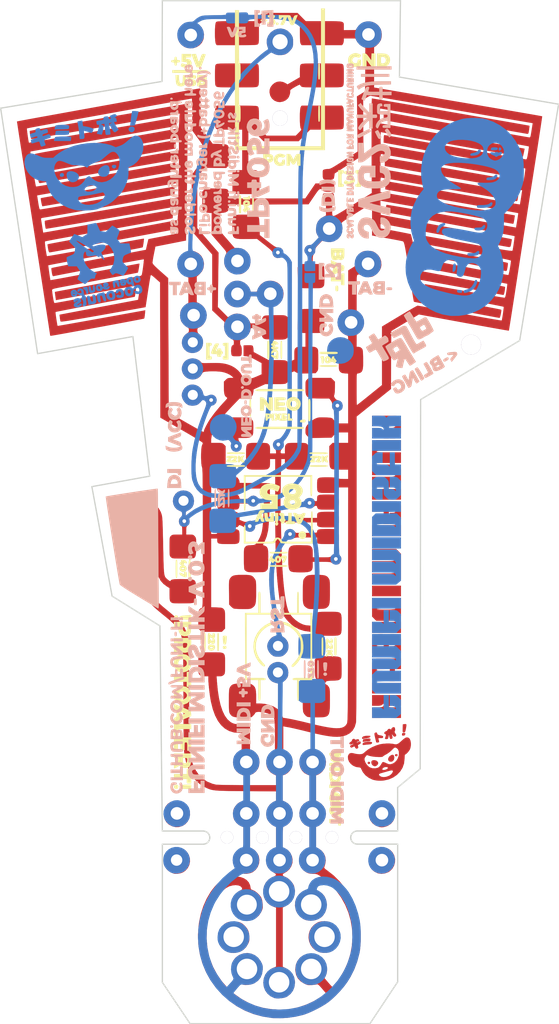
<source format=kicad_pcb>
(kicad_pcb (version 4) (host pcbnew 4.0.7)
  (layers (0 F.Cu signal) (31 B.Cu signal) (34 B.Paste user) (35 F.Paste user) (36 B.SilkS user) (37 F.SilkS user) (38 B.Mask user) (39 F.Mask user) (44 Edge.Cuts user))
  (net 0 "")
  (module LOGO (layer F.Cu) (at 0 0)
    (fp_text reference "G***" hide)
    (fp_text value "LOGO" hide)
    (fp_poly (pts (xy -2.427124 18.112818) (xy -2.146141 18.208384) (xy -1.916830 18.367017) (xy -1.746289 18.580049) (xy -1.641616 18.838811) (xy -1.609597 19.111228) (xy -1.648093 19.409550) (xy -1.759863 19.666362) (xy -1.942787 19.878186) (xy -2.169029 20.028782) (xy -2.328333 20.110054) (xy -2.328333 22.088821) (xy -2.221433 22.115651) (xy -2.098261 22.175544) (xy -1.957291 22.286760) (xy -1.822068 22.426735) (xy -1.716139 22.572906) (xy -1.687647 22.627166) (xy -1.613728 22.881981) (xy -1.609516 23.148300) (xy -1.669063 23.408472) (xy -1.786424 23.644848) (xy -1.955654 23.839779) (xy -2.136683 23.960109) (xy -2.328333 24.052886) (xy -2.328333 25.609492) (xy -2.190750 25.678912) (xy -1.945998 25.844761) (xy -1.770383 26.058937) (xy -1.665908 26.318177) (xy -1.634370 26.585333) (xy -1.670062 26.881015) (xy -1.776077 27.136192) (xy -1.944669 27.343132) (xy -2.168093 27.494100) (xy -2.438605 27.581365) (xy -2.651001 27.600403) (xy -2.769395 27.603330) (xy -2.863098 27.617001) (xy -2.953176 27.650231) (xy -3.060698 27.711839) (xy -3.206728 27.810641) (xy -3.285414 27.865916) (xy -3.763478 28.249332) (xy -4.209984 28.698667) (xy -4.610368 29.196894) (xy -4.950064 29.726986) (xy -5.069041 29.950833) (xy -5.331357 30.569129) (xy -5.514777 31.210748) (xy -5.619189 31.868015) (xy -5.644483 32.533249) (xy -5.590548 33.198775) (xy -5.457275 33.856914) (xy -5.244552 34.499988) (xy -5.138073 34.749348) (xy -5.023173 34.974414) (xy -4.870297 35.235944) (xy -4.695948 35.508611) (xy -4.516632 35.767087) (xy -4.348852 35.986046) (xy -4.278767 36.068000) (xy -4.107619 36.258500) (xy -3.893681 36.025666) (xy -3.748214 35.866380) (xy -3.653140 35.753499) (xy -3.602225 35.670484) (xy -3.589232 35.600800) (xy -3.607926 35.527910) (xy -3.652071 35.435276) (xy -3.662959 35.413807) (xy -3.736704 35.197438) (xy -3.769682 34.941814) (xy -3.769105 34.924329) (xy -3.218036 34.924329) (xy -3.177373 35.117587) (xy -3.070208 35.301637) (xy -2.999084 35.377540) (xy -2.809668 35.501186) (xy -2.598466 35.548841) (xy -2.382415 35.519807) (xy -2.178449 35.413384) (xy -2.175945 35.411483) (xy -2.013944 35.238860) (xy -1.926936 35.029286) (xy -1.917055 34.805024) (xy -1.971018 34.599039) (xy -2.087301 34.436834) (xy -2.276121 34.304459) (xy -2.288478 34.297941) (xy -2.497377 34.227573) (xy -2.693762 34.230018) (xy -2.869920 34.293558) (xy -3.018139 34.406477) (xy -3.130706 34.557056) (xy -3.199909 34.733580) (xy -3.218036 34.924329) (xy -3.769105 34.924329) (xy -3.761069 34.681003) (xy -3.710042 34.449076) (xy -3.687639 34.393065) (xy -3.522844 34.125499) (xy -3.303622 33.913464) (xy -3.043080 33.763077) (xy -2.754322 33.680453) (xy -2.450456 33.671710) (xy -2.232232 33.713849) (xy -1.944197 33.835348) (xy -1.710167 34.019250) (xy -1.523042 34.271481) (xy -1.488744 34.334256) (xy -1.414531 34.485620) (xy -1.373703 34.603565) (xy -1.358365 34.724993) (xy -1.360625 34.886803) (xy -1.362385 34.925000) (xy -1.412813 35.256532) (xy -1.530129 35.536375) (xy -1.715228 35.765883) (xy -1.969009 35.946412) (xy -2.072183 35.997361) (xy -2.267103 36.055964) (xy -2.504873 36.085386) (xy -2.747879 36.082795) (xy -2.903030 36.059952) (xy -2.966406 36.050818) (xy -3.022136 36.063042) (xy -3.085264 36.107447) (xy -3.170835 36.194860) (xy -3.293891 36.336106) (xy -3.305197 36.349342) (xy -3.422175 36.488323) (xy -3.516786 36.604391) (xy -3.576412 36.681865) (xy -3.590279 36.703643) (xy -3.564371 36.746639) (xy -3.478238 36.822114) (xy -3.345402 36.920961) (xy -3.179388 37.034072) (xy -2.993719 37.152342) (xy -2.801921 37.266662) (xy -2.617516 37.367927) (xy -2.561167 37.396640) (xy -1.962605 37.655807) (xy -1.360487 37.836197) (xy -0.739020 37.941503) (xy -0.087392 37.975424) (xy 0.610271 37.935827) (xy 1.277156 37.817392) (xy 1.912354 37.620504) (xy 2.514955 37.345549) (xy 3.084050 36.992912) (xy 3.618727 36.562978) (xy 3.908259 36.282947) (xy 4.357779 35.764259) (xy 4.732389 35.210803) (xy 5.034958 34.617134) (xy 5.268354 33.977806) (xy 5.404355 33.443333) (xy 5.444129 33.183918) (xy 5.469887 32.865233) (xy 5.481629 32.511505) (xy 5.479351 32.146964) (xy 5.463052 31.795837) (xy 5.432728 31.482353) (xy 5.404575 31.305500) (xy 5.274003 30.751317) (xy 5.108128 30.259070) (xy 4.900007 29.810920) (xy 4.680132 29.444461) (xy 4.460901 29.148209) (xy 4.231335 28.898600) (xy 4.004429 28.708731) (xy 3.866804 28.624716) (xy 3.588155 28.520727) (xy 3.302321 28.483079) (xy 3.031180 28.513444) (xy 2.914292 28.551996) (xy 2.854058 28.603215) (xy 2.800618 28.688343) (xy 2.766623 28.778429) (xy 2.764722 28.844525) (xy 2.779890 28.859574) (xy 2.839223 28.889501) (xy 2.941797 28.949653) (xy 3.013144 28.993975) (xy 3.230314 29.179599) (xy 3.395443 29.419104) (xy 3.501067 29.694394) (xy 3.539721 29.987368) (xy 3.518173 30.218555) (xy 3.417086 30.533589) (xy 3.254358 30.792317) (xy 3.034793 30.990904) (xy 2.763195 31.125519) (xy 2.444368 31.192327) (xy 2.289042 31.199253) (xy 1.980948 31.160627) (xy 1.708687 31.052176) (xy 1.479025 30.883597) (xy 1.298731 30.664584) (xy 1.174569 30.404835) (xy 1.113308 30.114046) (xy 1.114909 30.054555) (xy 1.671209 30.054555) (xy 1.690884 30.174569) (xy 1.750468 30.307800) (xy 1.844912 30.439743) (xy 1.872432 30.468572) (xy 2.060603 30.615146) (xy 2.245554 30.680940) (xy 2.440595 30.668214) (xy 2.626106 30.596416) (xy 2.815106 30.461232) (xy 2.937757 30.290375) (xy 2.995681 30.098654) (xy 2.990503 29.900876) (xy 2.923844 29.711847) (xy 2.797330 29.546375) (xy 2.612583 29.419267) (xy 2.491935 29.372614) (xy 2.284163 29.350151) (xy 2.087546 29.399393) (xy 1.915015 29.507397) (xy 1.779496 29.661221) (xy 1.693917 29.847921) (xy 1.671209 30.054555) (xy 1.114909 30.054555) (xy 1.121713 29.801911) (xy 1.167665 29.592423) (xy 1.271954 29.369271) (xy 1.438471 29.158361) (xy 1.645362 28.981879) (xy 1.870775 28.862011) (xy 1.895772 28.853231) (xy 2.029269 28.801575) (xy 2.097269 28.752159) (xy 2.117517 28.691768) (xy 2.117596 28.688014) (xy 2.147984 28.545131) (xy 2.225964 28.376850) (xy 2.335404 28.213523) (xy 2.418571 28.121717) (xy 2.639703 27.968003) (xy 2.910439 27.872380) (xy 3.218314 27.835357) (xy 3.550862 27.857441) (xy 3.895617 27.939143) (xy 4.176496 28.049954) (xy 4.365143 28.163671) (xy 4.578340 28.333362) (xy 4.798041 28.541829) (xy 5.006204 28.771875) (xy 5.184784 29.006300) (xy 5.193740 29.019500) (xy 5.478885 29.506765) (xy 5.721487 30.054242) (xy 5.915151 30.645580) (xy 6.038016 31.178500) (xy 6.079492 31.474707) (xy 6.106382 31.826053) (xy 6.118855 32.210069) (xy 6.117084 32.604285) (xy 6.101238 32.986231) (xy 6.071490 33.333436) (xy 6.028010 33.623431) (xy 6.019081 33.666262) (xy 5.846376 34.315250) (xy 5.621947 34.912057) (xy 5.337092 35.477427) (xy 5.094917 35.868835) (xy 4.850507 36.201629) (xy 4.554215 36.550391) (xy 4.228765 36.891061) (xy 3.896883 37.199579) (xy 3.642384 37.406796) (xy 3.401173 37.572031) (xy 3.105503 37.748597) (xy 2.777960 37.925110) (xy 2.441131 38.090191) (xy 2.117602 38.232458) (xy 1.829959 38.340530) (xy 1.724481 38.373214) (xy 1.153402 38.506882) (xy 0.559793 38.593265) (xy -0.028607 38.629605) (xy -0.584058 38.613147) (xy -0.639966 38.608185) (xy -1.353887 38.499138) (xy -2.042046 38.312252) (xy -2.698862 38.051325) (xy -3.318752 37.720156) (xy -3.896135 37.322541) (xy -4.425428 36.862278) (xy -4.901050 36.343165) (xy -5.317419 35.769001) (xy -5.636742 35.208587) (xy -5.920036 34.552980) (xy -6.123890 33.876291) (xy -6.248729 33.185542) (xy -6.294980 32.487754) (xy -6.263070 31.789950) (xy -6.153423 31.099148) (xy -5.966467 30.422372) (xy -5.702627 29.766641) (xy -5.362330 29.138978) (xy -5.258457 28.976832) (xy -4.855677 28.432099) (xy -4.403481 27.943322) (xy -3.887779 27.495763) (xy -3.723026 27.370610) (xy -3.487885 27.197041) (xy -3.568509 27.012152) (xy -3.627071 26.807117) (xy -3.646102 26.586665) (xy -3.048000 26.586665) (xy -3.013065 26.765439) (xy -2.920072 26.900311) (xy -2.786739 26.983280) (xy -2.630784 27.006346) (xy -2.469926 26.961508) (xy -2.371230 26.892250) (xy -2.251682 26.741826) (xy -2.216552 26.585174) (xy -2.265803 26.422048) (xy -2.293518 26.376930) (xy -2.423157 26.245644) (xy -2.574206 26.181855) (xy -2.729097 26.180680) (xy -2.870263 26.237235) (xy -2.980139 26.346638) (xy -3.041156 26.504005) (xy -3.048000 26.586665) (xy -3.646102 26.586665) (xy -3.647350 26.572215) (xy -3.628445 26.345254) (xy -3.587815 26.202522) (xy -3.487080 26.025457) (xy -3.346882 25.861275) (xy -3.186552 25.726622) (xy -3.025424 25.638141) (xy -2.901520 25.611666) (xy -2.878203 25.601940) (xy -2.861094 25.565504) (xy -2.849276 25.491470) (xy -2.841833 25.368948) (xy -2.837849 25.187051) (xy -2.836408 24.934890) (xy -2.836333 24.837004) (xy -2.836333 24.062341) (xy -2.987302 24.007751) (xy -3.187031 23.899364) (xy -3.371700 23.735029) (xy -3.511044 23.542084) (xy -3.518498 23.527862) (xy -3.612263 23.258173) (xy -3.626561 23.024685) (xy -3.035654 23.024685) (xy -3.008081 23.192370) (xy -3.003253 23.204495) (xy -2.908326 23.344309) (xy -2.770463 23.441620) (xy -2.616779 23.479800) (xy -2.561167 23.475581) (xy -2.449062 23.429117) (xy -2.335863 23.343764) (xy -2.317750 23.325103) (xy -2.218787 23.165124) (xy -2.202035 23.000008) (xy -2.267350 22.840631) (xy -2.325077 22.772076) (xy -2.470141 22.674962) (xy -2.625259 22.646737) (xy -2.774900 22.677500) (xy -2.903533 22.757347) (xy -2.995628 22.876376) (xy -3.035654 23.024685) (xy -3.626561 23.024685) (xy -3.629084 22.983485) (xy -3.573781 22.718297) (xy -3.451175 22.477110) (xy -3.266085 22.274424) (xy -3.057240 22.140333) (xy -2.837576 22.034500) (xy -2.836955 21.074699) (xy -2.836333 20.114899) (xy -2.975057 20.069116) (xy -3.162254 19.973469) (xy -3.343968 19.822777) (xy -3.490549 19.643141) (xy -3.524222 19.585655) (xy -3.594855 19.379824) (xy -3.621286 19.136736) (xy -3.619603 19.113500) (xy -3.048000 19.113500) (xy -3.013386 19.247877) (xy -2.925687 19.382150) (xy -2.809117 19.481669) (xy -2.780677 19.496038) (xy -2.684666 19.537695) (xy -2.627343 19.550743) (xy -2.567856 19.535581) (xy -2.480673 19.498971) (xy -2.320727 19.394419) (xy -2.226573 19.252097) (xy -2.202784 19.089193) (xy -2.253931 18.922897) (xy -2.307042 18.846201) (xy -2.447661 18.726519) (xy -2.602651 18.689311) (xy -2.769665 18.728448) (xy -2.896999 18.816151) (xy -2.997081 18.946286) (xy -3.046325 19.086222) (xy -3.048000 19.113500) (xy -3.619603 19.113500) (xy -3.603469 18.890788) (xy -3.541357 18.676380) (xy -3.525487 18.643825) (xy -3.359658 18.414313) (xy -3.142037 18.241065) (xy -2.888480 18.131746) (xy -2.614837 18.094020) (xy -2.427124 18.112818)) (layer B.Cu) (width 0.010000))
    (fp_poly (pts (xy 0.217505 34.752198) (xy 0.502005 34.861187) (xy 0.739978 35.033437) (xy 0.923741 35.261260) (xy 1.045608 35.536966) (xy 1.097892 35.852868) (xy 1.099323 35.919833) (xy 1.059575 36.241875) (xy 0.945020 36.530426) (xy 0.760937 36.776698) (xy 0.512604 36.971903) (xy 0.444500 37.009933) (xy 0.299058 37.060647) (xy 0.103427 37.096914) (xy -0.110032 37.115915) (xy -0.308961 37.114829) (xy -0.461001 37.090837) (xy -0.465941 37.089265) (xy -0.757862 36.952114) (xy -0.994850 36.754546) (xy -1.170356 36.505624) (xy -1.277831 36.214412) (xy -1.310990 35.919833) (xy -0.762000 35.919833) (xy -0.723222 36.149455) (xy -0.608149 36.343806) (xy -0.418676 36.500093) (xy -0.338667 36.543565) (xy -0.222442 36.567845) (xy -0.063424 36.562333) (xy 0.103890 36.531795) (xy 0.245001 36.480996) (xy 0.284410 36.457490) (xy 0.432659 36.305347) (xy 0.519025 36.117243) (xy 0.544981 35.911832) (xy 0.512001 35.707767) (xy 0.421559 35.523701) (xy 0.275129 35.378288) (xy 0.195519 35.332385) (xy -0.026963 35.267472) (xy -0.243084 35.276638) (xy -0.438691 35.351199) (xy -0.599634 35.482475) (xy -0.711761 35.661784) (xy -0.760922 35.880443) (xy -0.762000 35.919833) (xy -1.310990 35.919833) (xy -1.273465 35.596852) (xy -1.164828 35.312536) (xy -0.992766 35.074575) (xy -0.764964 34.890657) (xy -0.489108 34.768471) (xy -0.172883 34.715706) (xy -0.105833 34.714160) (xy 0.217505 34.752198)) (layer B.Cu) (width 0.010000))
    (fp_poly (pts (xy 2.609524 33.700115) (xy 2.896326 33.801245) (xy 2.903918 33.805094) (xy 3.168527 33.984383) (xy 3.367430 34.215214) (xy 3.497013 34.491568) (xy 3.553658 34.807424) (xy 3.556000 34.890620) (xy 3.517204 35.208939) (xy 3.406308 35.491850) (xy 3.231553 35.730668) (xy 3.001177 35.916710) (xy 2.723419 36.041289) (xy 2.413000 36.095387) (xy 2.118925 36.083904) (xy 1.937412 36.040837) (xy 1.691504 35.916020) (xy 1.467114 35.727645) (xy 1.289124 35.496751) (xy 1.284223 35.488470) (xy 1.195873 35.270631) (xy 1.150356 35.009857) (xy 1.150267 34.857806) (xy 1.695410 34.857806) (xy 1.719085 35.061215) (xy 1.802624 35.251224) (xy 1.944400 35.411344) (xy 2.116688 35.514703) (xy 2.270195 35.545117) (xy 2.452944 35.534694) (xy 2.623167 35.488441) (xy 2.703586 35.444345) (xy 2.879114 35.268722) (xy 2.980928 35.060480) (xy 3.005667 34.882666) (xy 2.967843 34.658151) (xy 2.854412 34.471712) (xy 2.665435 34.323439) (xy 2.613693 34.295933) (xy 2.418893 34.226726) (xy 2.238814 34.228796) (xy 2.048896 34.303589) (xy 1.999863 34.332069) (xy 1.834170 34.476744) (xy 1.733228 34.657486) (xy 1.695410 34.857806) (xy 1.150267 34.857806) (xy 1.150196 34.737672) (xy 1.197918 34.485597) (xy 1.202707 34.470752) (xy 1.332808 34.204546) (xy 1.522520 33.986456) (xy 1.758445 33.821726) (xy 2.027186 33.715598) (xy 2.315345 33.673314) (xy 2.609524 33.700115)) (layer B.Cu) (width 0.010000))
    (fp_poly (pts (xy -3.230933 31.289222) (xy -2.951944 31.419312) (xy -2.729404 31.598713) (xy -2.541228 31.842675) (xy -2.424608 32.113623) (xy -2.377272 32.398404) (xy -2.396946 32.683867) (xy -2.481356 32.956861) (xy -2.628230 33.204236) (xy -2.835294 33.412839) (xy -3.067554 33.554856) (xy -3.289949 33.623807) (xy -3.552323 33.652257) (xy -3.819699 33.639078) (xy -4.047687 33.586540) (xy -4.282176 33.462414) (xy -4.493065 33.272553) (xy -4.660260 33.035816) (xy -4.684661 32.988668) (xy -4.754769 32.824284) (xy -4.790437 32.671750) (xy -4.801192 32.487045) (xy -4.801231 32.450009) (xy -4.792128 32.366663) (xy -4.252238 32.366663) (xy -4.246763 32.536579) (xy -4.182045 32.720601) (xy -4.071931 32.890103) (xy -3.941323 33.009355) (xy -3.751172 33.089123) (xy -3.540104 33.103828) (xy -3.338749 33.053466) (xy -3.259236 33.009416) (xy -3.085244 32.863664) (xy -2.984030 32.704360) (xy -2.943994 32.510980) (xy -2.942167 32.448500) (xy -2.967279 32.242023) (xy -3.050348 32.075318) (xy -3.202977 31.927862) (xy -3.259236 31.887583) (xy -3.449938 31.803877) (xy -3.650891 31.793239) (xy -3.846459 31.848127) (xy -4.021006 31.960997) (xy -4.158898 32.124305) (xy -4.244498 32.330508) (xy -4.252238 32.366663) (xy -4.792128 32.366663) (xy -4.765555 32.123378) (xy -4.660550 31.845005) (xy -4.484829 31.612627) (xy -4.237005 31.423977) (xy -4.140209 31.371456) (xy -3.836380 31.263472) (xy -3.529517 31.236668) (xy -3.230933 31.289222)) (layer B.Cu) (width 0.010000))
    (fp_poly (pts (xy 3.713926 31.275998) (xy 3.998605 31.386995) (xy 4.236136 31.564431) (xy 4.419848 31.802715) (xy 4.543069 32.096254) (xy 4.574518 32.231074) (xy 4.588835 32.525370) (xy 4.529583 32.813402) (xy 4.405701 33.080550) (xy 4.226130 33.312193) (xy 3.999808 33.493710) (xy 3.735676 33.610480) (xy 3.730130 33.612038) (xy 3.508174 33.646498) (xy 3.254506 33.644625) (xy 3.013075 33.608083) (xy 2.922150 33.581485) (xy 2.722558 33.475385) (xy 2.528305 33.310497) (xy 2.362285 33.110861) (xy 2.247389 32.900517) (xy 2.231628 32.856388) (xy 2.167859 32.535011) (xy 2.175205 32.356099) (xy 2.719844 32.356099) (xy 2.726253 32.560820) (xy 2.795052 32.747876) (xy 2.915170 32.906056) (xy 3.075535 33.024149) (xy 3.265076 33.090945) (xy 3.472722 33.095233) (xy 3.666852 33.035947) (xy 3.849009 32.907514) (xy 3.970679 32.734478) (xy 4.029099 32.534179) (xy 4.021505 32.323953) (xy 3.945134 32.121138) (xy 3.835400 31.978600) (xy 3.646137 31.842090) (xy 3.438655 31.780401) (xy 3.229095 31.790975) (xy 3.033595 31.871249) (xy 2.868297 32.018664) (xy 2.786896 32.144924) (xy 2.719844 32.356099) (xy 2.175205 32.356099) (xy 2.180432 32.228817) (xy 2.262588 31.947266) (xy 2.407568 31.699817) (xy 2.608613 31.495929) (xy 2.858964 31.345060) (xy 3.151861 31.256671) (xy 3.388768 31.237034) (xy 3.713926 31.275998)) (layer B.Cu) (width 0.010000))
    (fp_poly (pts (xy -2.365325 28.820894) (xy -2.089945 28.906233) (xy -1.839182 29.053750) (xy -1.626250 29.261114) (xy -1.478698 29.495284) (xy -1.402955 29.731272) (xy -1.376138 30.002104) (xy -1.398285 30.274095) (xy -1.469432 30.513559) (xy -1.477572 30.530985) (xy -1.593326 30.712821) (xy -1.754669 30.892956) (xy -1.935075 31.045361) (xy -2.098315 31.140070) (xy -2.306341 31.197635) (xy -2.552136 31.222238) (xy -2.794574 31.211652) (xy -2.929791 31.185151) (xy -3.208888 31.066553) (xy -3.438155 30.889860) (xy -3.614390 30.667651) (xy -3.734388 30.412504) (xy -3.794944 30.136997) (xy -3.794040 30.014333) (xy -3.259667 30.014333) (xy -3.223148 30.192655) (xy -3.126012 30.372118) (xy -2.986886 30.524055) (xy -2.882592 30.594564) (xy -2.702044 30.669963) (xy -2.545056 30.684353) (xy -2.377068 30.638294) (xy -2.300962 30.603996) (xy -2.111705 30.470681) (xy -1.984824 30.293077) (xy -1.926203 30.087399) (xy -1.941725 29.869863) (xy -1.988220 29.742154) (xy -2.120047 29.552589) (xy -2.291149 29.425640) (xy -2.485559 29.361659) (xy -2.687308 29.360995) (xy -2.880430 29.423997) (xy -3.048956 29.551016) (xy -3.164417 29.716386) (xy -3.221286 29.850878) (xy -3.255346 29.973350) (xy -3.259667 30.014333) (xy -3.794040 30.014333) (xy -3.792856 29.853707) (xy -3.724918 29.575214) (xy -3.587926 29.314095) (xy -3.448756 29.147911) (xy -3.207039 28.961241) (xy -2.937085 28.846068) (xy -2.652110 28.800063) (xy -2.365325 28.820894)) (layer B.Cu) (width 0.010000))
    (fp_poly (pts (xy 0.222412 27.816608) (xy 0.496493 27.935867) (xy 0.742445 28.126592) (xy 0.743594 28.127739) (xy 0.933945 28.372671) (xy 1.051622 28.643924) (xy 1.098995 28.928624) (xy 1.078437 29.213896) (xy 0.992321 29.486864) (xy 0.843017 29.734653) (xy 0.632899 29.944389) (xy 0.381000 30.095817) (xy 0.138094 30.167217) (xy -0.138423 30.187874) (xy -0.414891 30.158455) (xy -0.657650 30.079631) (xy -0.667136 30.074986) (xy -0.921156 29.904508) (xy -1.116909 29.683168) (xy -1.251243 29.424378) (xy -1.321006 29.141545) (xy -1.321752 29.034225) (xy -0.779688 29.034225) (xy -0.724131 29.231580) (xy -0.609128 29.409797) (xy -0.446059 29.549186) (xy -0.317500 29.610398) (xy -0.103383 29.648355) (xy 0.104988 29.607907) (xy 0.244732 29.538847) (xy 0.395839 29.402920) (xy 0.495522 29.220855) (xy 0.539007 29.015672) (xy 0.521521 28.810387) (xy 0.438289 28.628020) (xy 0.434679 28.623080) (xy 0.263491 28.452143) (xy 0.067556 28.353204) (xy -0.138369 28.323626) (xy -0.339529 28.360771) (xy -0.521171 28.462001) (xy -0.668538 28.624680) (xy -0.764415 28.837419) (xy -0.779688 29.034225) (xy -1.321752 29.034225) (xy -1.323048 28.848079) (xy -1.254217 28.557390) (xy -1.111360 28.282887) (xy -1.094049 28.258446) (xy -0.883270 28.034885) (xy -0.632638 27.877953) (xy -0.355750 27.788618) (xy -0.066201 27.767848) (xy 0.222412 27.816608)) (layer B.Cu) (width 0.010000))
    (fp_poly (pts (xy -7.788650 25.588378) (xy -7.530039 25.660544) (xy -7.290833 25.803601) (xy -7.253222 25.835109) (xy -7.073467 26.045404) (xy -6.962392 26.290276) (xy -6.920297 26.554376) (xy -6.947481 26.822354) (xy -7.044246 27.078861) (xy -7.210890 27.308548) (xy -7.224161 27.322196) (xy -7.424884 27.469390) (xy -7.670553 27.564702) (xy -7.935729 27.603303) (xy -8.194970 27.580364) (xy -8.339667 27.533941) (xy -8.535598 27.413187) (xy -8.717310 27.236840) (xy -8.856150 27.032734) (xy -8.856668 27.031730) (xy -8.919699 26.839126) (xy -8.938344 26.648521) (xy -8.343790 26.648521) (xy -8.290501 26.802939) (xy -8.186955 26.920263) (xy -8.048850 26.990197) (xy -7.891889 27.002446) (xy -7.731771 26.946714) (xy -7.668694 26.901688) (xy -7.548803 26.756377) (xy -7.508978 26.594619) (xy -7.551457 26.425858) (xy -7.554532 26.419806) (xy -7.652572 26.297580) (xy -7.789998 26.204160) (xy -7.931818 26.162579) (xy -7.945981 26.162158) (xy -8.079666 26.198001) (xy -8.210513 26.288222) (xy -8.306734 26.407635) (xy -8.331122 26.467304) (xy -8.343790 26.648521) (xy -8.938344 26.648521) (xy -8.942398 26.607089) (xy -8.924138 26.370967) (xy -8.871741 26.183166) (xy -8.730836 25.947054) (xy -8.537759 25.766441) (xy -8.306825 25.644405) (xy -8.052350 25.584024) (xy -7.788650 25.588378)) (layer B.Cu) (width 0.010000))
    (fp_poly (pts (xy -0.091365 11.488919) (xy 0.158366 11.561334) (xy 0.358058 11.698364) (xy 0.500686 11.891698) (xy 0.579226 12.133026) (xy 0.592667 12.298249) (xy 0.571513 12.522848) (xy 0.499004 12.702045) (xy 0.361563 12.865758) (xy 0.316522 12.906846) (xy 0.163052 13.041594) (xy 0.139442 15.569547) (xy 0.115833 18.097500) (xy 0.305421 18.173090) (xy 0.541980 18.309158) (xy 0.738463 18.504189) (xy 0.852130 18.690166) (xy 0.909289 18.887749) (xy 0.928507 19.121641) (xy 0.909120 19.352133) (xy 0.865766 19.506443) (xy 0.752936 19.695411) (xy 0.587284 19.874562) (xy 0.398235 20.013972) (xy 0.334533 20.046697) (xy 0.169333 20.121192) (xy 0.169333 22.054530) (xy 0.328083 22.120744) (xy 0.564824 22.262155) (xy 0.747270 22.458141) (xy 0.870434 22.694448) (xy 0.929326 22.956821) (xy 0.918958 23.231008) (xy 0.834340 23.502752) (xy 0.821280 23.529891) (xy 0.685538 23.728636) (xy 0.502055 23.896657) (xy 0.298564 24.009480) (xy 0.264583 24.021219) (xy 0.230965 24.034120) (xy 0.206364 24.056575) (xy 0.189372 24.100463) (xy 0.178583 24.177663) (xy 0.172587 24.300053) (xy 0.169978 24.479514) (xy 0.169347 24.727922) (xy 0.169333 24.824923) (xy 0.169333 25.598807) (xy 0.334984 25.673506) (xy 0.570144 25.823332) (xy 0.746345 26.029898) (xy 0.858291 26.284452) (xy 0.900682 26.578243) (xy 0.900897 26.608201) (xy 0.859950 26.889350) (xy 0.746037 27.143516) (xy 0.568763 27.356186) (xy 0.337731 27.512848) (xy 0.287110 27.535687) (xy 0.087399 27.586347) (xy -0.147089 27.597710) (xy -0.376713 27.570449) (xy -0.529167 27.521795) (xy -0.774316 27.365958) (xy -0.957228 27.155810) (xy -1.072759 26.899563) (xy -1.115763 26.605429) (xy -1.115885 26.590285) (xy -0.531945 26.590285) (xy -0.525263 26.691647) (xy -0.449994 26.835828) (xy -0.321125 26.940193) (xy -0.162840 26.995479) (xy 0.000677 26.992421) (xy 0.122052 26.939634) (xy 0.206753 26.852189) (xy 0.277366 26.734590) (xy 0.280206 26.727967) (xy 0.316240 26.615850) (xy 0.308574 26.520577) (xy 0.279070 26.439978) (xy 0.191477 26.312929) (xy 0.061408 26.212960) (xy -0.078429 26.163693) (xy -0.105833 26.162000) (xy -0.254112 26.200075) (xy -0.386496 26.299225) (xy -0.485077 26.436833) (xy -0.531945 26.590285) (xy -1.115885 26.590285) (xy -1.115925 26.585333) (xy -1.078272 26.298837) (xy -0.970559 26.045549) (xy -0.800651 25.837226) (xy -0.576413 25.685624) (xy -0.489635 25.649248) (xy -0.338667 25.594658) (xy -0.338667 24.058192) (xy -0.511419 23.980291) (xy -0.686180 23.868696) (xy -0.852608 23.706570) (xy -0.985383 23.522270) (xy -1.050882 23.376176) (xy -1.095870 23.091676) (xy -1.091727 23.053817) (xy -0.496075 23.053817) (xy -0.460273 23.208708) (xy -0.359111 23.349873) (xy -0.293070 23.402815) (xy -0.128157 23.474809) (xy 0.030216 23.462432) (xy 0.182295 23.365647) (xy 0.222250 23.325103) (xy 0.315463 23.170549) (xy 0.335578 23.009393) (xy 0.290595 22.859354) (xy 0.188515 22.738150) (xy 0.037337 22.663499) (xy -0.083335 22.648333) (xy -0.260145 22.682459) (xy -0.391128 22.773126) (xy -0.471399 22.902768) (xy -0.496075 23.053817) (xy -1.091727 23.053817) (xy -1.065500 22.814159) (xy -0.966315 22.558018) (xy -0.804859 22.337645) (xy -0.587674 22.167432) (xy -0.476250 22.112183) (xy -0.338667 22.054530) (xy -0.338667 20.109469) (xy -0.497417 20.043155) (xy -0.727592 19.903595) (xy -0.911036 19.695471) (xy -0.999774 19.536833) (xy -1.082652 19.268811) (xy -1.086189 19.105018) (xy -0.507842 19.105018) (xy -0.472739 19.247344) (xy -0.382798 19.385898) (xy -0.261899 19.485731) (xy -0.240677 19.496038) (xy -0.144666 19.537695) (xy -0.087343 19.550743) (xy -0.027856 19.535581) (xy 0.059327 19.498971) (xy 0.219682 19.394710) (xy 0.313216 19.255416) (xy 0.339469 19.098641) (xy 0.297981 18.941932) (xy 0.188290 18.802840) (xy 0.079505 18.729830) (xy -0.030052 18.688763) (xy -0.137335 18.695932) (xy -0.196369 18.713270) (xy -0.326826 18.789668) (xy -0.436026 18.910974) (xy -0.500096 19.047160) (xy -0.507842 19.105018) (xy -1.086189 19.105018) (xy -1.088550 18.995695) (xy -1.022683 18.732703) (xy -0.890267 18.495051) (xy -0.696516 18.297955) (xy -0.541437 18.199456) (xy -0.422048 18.147755) (xy -0.321438 18.120111) (xy -0.303388 18.118666) (xy -0.286405 18.116288) (xy -0.271899 18.104910) (xy -0.259613 18.078162) (xy -0.249289 18.029677) (xy -0.240669 17.953087) (xy -0.233494 17.842023) (xy -0.227508 17.690117) (xy -0.222450 17.491001) (xy -0.218065 17.238307) (xy -0.214093 16.925667) (xy -0.210276 16.546713) (xy -0.206357 16.095075) (xy -0.202611 15.631583) (xy -0.199211 15.180923) (xy -0.196366 14.756062) (xy -0.194101 14.364453) (xy -0.192443 14.013546) (xy -0.191418 13.710791) (xy -0.191051 13.463640) (xy -0.191367 13.279543) (xy -0.192394 13.165950) (xy -0.193947 13.130157) (xy -0.238188 13.113044) (xy -0.336657 13.086712) (xy -0.387439 13.074840) (xy -0.621590 12.982822) (xy -0.807093 12.831521) (xy -0.936823 12.635437) (xy -1.003657 12.409071) (xy -1.002401 12.313649) (xy -0.550333 12.313649) (xy -0.525154 12.369767) (xy -0.462522 12.458371) (xy -0.440737 12.485085) (xy -0.309345 12.590357) (xy -0.167966 12.613865) (xy -0.027370 12.554999) (xy 0.023091 12.511424) (xy 0.108877 12.376914) (xy 0.120258 12.233339) (xy 0.056807 12.102088) (xy 0.031750 12.076047) (xy -0.084518 11.992793) (xy -0.203698 11.974175) (xy -0.306147 11.993335) (xy -0.404035 12.053191) (xy -0.493065 12.159418) (xy -0.545642 12.275818) (xy -0.550333 12.313649) (xy -1.002401 12.313649) (xy -1.000469 12.166925) (xy -0.936428 11.957415) (xy -0.795948 11.743732) (xy -0.602682 11.588219) (xy -0.371920 11.499353) (xy -0.118953 11.485609) (xy -0.091365 11.488919)) (layer B.Cu) (width 0.010000))
    (fp_poly (pts (xy 3.305204 12.893910) (xy 3.343115 12.937400) (xy 3.370315 12.983825) (xy 3.388581 13.047169) (xy 3.399689 13.141417) (xy 3.405416 13.280553) (xy 3.407538 13.478563) (xy 3.407833 13.701909) (xy 3.407833 14.400664) (xy 3.289056 14.502832) (xy 3.205455 14.561598) (xy 3.109447 14.592789) (xy 2.971101 14.604214) (xy 2.897473 14.605000) (xy 2.624667 14.605000) (xy 2.624667 18.105264) (xy 2.794702 18.156208) (xy 3.002183 18.256637) (xy 3.193813 18.419265) (xy 3.344329 18.622154) (xy 3.356153 18.643825) (xy 3.426041 18.848320) (xy 3.451944 19.090642) (xy 3.433884 19.336289) (xy 3.371885 19.550758) (xy 3.355516 19.584424) (xy 3.201640 19.797461) (xy 2.995640 19.971849) (xy 2.846917 20.051816) (xy 2.709333 20.109469) (xy 2.709333 22.044229) (xy 2.910026 22.147509) (xy 3.116743 22.294405) (xy 3.291405 22.495061) (xy 3.411275 22.721612) (xy 3.432412 22.787696) (xy 3.464400 23.058400) (xy 3.422427 23.327530) (xy 3.314714 23.578137) (xy 3.149481 23.793276) (xy 2.934948 23.955997) (xy 2.844618 23.999568) (xy 2.709333 24.055605) (xy 2.710748 24.823052) (xy 2.712163 25.590500) (xy 2.931745 25.717500) (xy 3.151786 25.889626) (xy 3.309606 26.106340) (xy 3.403310 26.352818) (xy 3.431004 26.614242) (xy 3.390794 26.875789) (xy 3.280783 27.122640) (xy 3.134825 27.306029) (xy 2.902724 27.481190) (xy 2.640901 27.580611) (xy 2.361099 27.602372) (xy 2.075059 27.544551) (xy 1.960440 27.498202) (xy 1.736794 27.349544) (xy 1.558736 27.141082) (xy 1.442561 26.892451) (xy 1.434547 26.864558) (xy 1.406828 26.664501) (xy 1.410879 26.562716) (xy 1.989667 26.562716) (xy 2.024504 26.742111) (xy 2.117253 26.881597) (xy 2.250263 26.973307) (xy 2.405886 27.009375) (xy 2.566475 26.981936) (xy 2.712590 26.884923) (xy 2.817683 26.732404) (xy 2.839331 26.572347) (xy 2.777730 26.410354) (xy 2.692400 26.305933) (xy 2.562788 26.201768) (xy 2.439523 26.163042) (xy 2.413000 26.162000) (xy 2.282602 26.196665) (xy 2.152620 26.285064) (xy 2.047770 26.403800) (xy 1.992768 26.529479) (xy 1.989667 26.562716) (xy 1.410879 26.562716) (xy 1.415759 26.440137) (xy 1.457846 26.231252) (xy 1.499350 26.126402) (xy 1.613058 25.961679) (xy 1.767754 25.808478) (xy 1.935379 25.691732) (xy 2.038861 25.646942) (xy 2.201333 25.598264) (xy 2.201333 24.053615) (xy 2.067518 24.006967) (xy 1.834330 23.881771) (xy 1.644182 23.686594) (xy 1.549543 23.530205) (xy 1.456962 23.259403) (xy 1.444592 23.068732) (xy 2.033346 23.068732) (xy 2.076242 23.230146) (xy 2.122513 23.302318) (xy 2.264417 23.435749) (xy 2.415842 23.485379) (xy 2.579581 23.451807) (xy 2.649207 23.415181) (xy 2.783608 23.293599) (xy 2.852425 23.146530) (xy 2.860209 22.991852) (xy 2.811513 22.847443) (xy 2.710885 22.731181) (xy 2.562879 22.660945) (xy 2.454001 22.648333) (xy 2.278264 22.683615) (xy 2.143488 22.777452) (xy 2.058805 22.911830) (xy 2.033346 23.068732) (xy 1.444592 23.068732) (xy 1.439143 22.984748) (xy 1.491106 22.720478) (xy 1.607869 22.480831) (xy 1.784452 22.280043) (xy 2.015876 22.132353) (xy 2.042583 22.120744) (xy 2.201333 22.054530) (xy 2.201333 20.121192) (xy 2.034710 20.046055) (xy 1.793680 19.894403) (xy 1.610760 19.690693) (xy 1.490588 19.448512) (xy 1.437802 19.181445) (xy 1.438227 19.175286) (xy 2.037213 19.175286) (xy 2.097527 19.330708) (xy 2.225513 19.456139) (xy 2.302015 19.497170) (xy 2.396135 19.538031) (xy 2.452871 19.550711) (xy 2.512764 19.535301) (xy 2.602048 19.497834) (xy 2.728011 19.410666) (xy 2.827547 19.280851) (xy 2.876901 19.141395) (xy 2.878667 19.113500) (xy 2.842936 18.975619) (xy 2.751471 18.840765) (xy 2.627856 18.741565) (xy 2.600332 18.728448) (xy 2.424772 18.689244) (xy 2.270716 18.730699) (xy 2.137708 18.846201) (xy 2.049098 19.007807) (xy 2.037213 19.175286) (xy 1.438227 19.175286) (xy 1.457038 18.903079) (xy 1.551382 18.630104) (xy 1.686578 18.434008) (xy 1.870362 18.270013) (xy 2.076755 18.159051) (xy 2.169583 18.132098) (xy 2.286000 18.108083) (xy 2.286000 14.605000) (xy 1.949694 14.605000) (xy 1.772798 14.601812) (xy 1.655768 14.588558) (xy 1.573925 14.559702) (xy 1.502589 14.509711) (xy 1.494610 14.502930) (xy 1.375833 14.400861) (xy 1.362428 13.726366) (xy 1.349022 13.051870) (xy 1.461441 12.918268) (xy 1.573859 12.784666) (xy 3.202575 12.784666) (xy 3.305204 12.893910)) (layer B.Cu) (width 0.010000))
    (fp_poly (pts (xy 7.913031 25.593285) (xy 8.147970 25.674473) (xy 8.351441 25.808466) (xy 8.517093 25.985067) (xy 8.638574 26.194077) (xy 8.709534 26.425297) (xy 8.723621 26.668528) (xy 8.674485 26.913571) (xy 8.555775 27.150227) (xy 8.421442 27.311923) (xy 8.191646 27.485688) (xy 7.931872 27.583765) (xy 7.653558 27.604314) (xy 7.368137 27.545493) (xy 7.255212 27.499641) (xy 7.027311 27.352247) (xy 6.859534 27.159449) (xy 6.751030 26.934587) (xy 6.700952 26.691001) (xy 6.702530 26.638589) (xy 7.291690 26.638589) (xy 7.336688 26.777837) (xy 7.427337 26.893857) (xy 7.550873 26.975246) (xy 7.694528 27.010600) (xy 7.845536 26.988517) (xy 7.991130 26.897595) (xy 8.004256 26.884923) (xy 8.103189 26.733669) (xy 8.128037 26.567084) (xy 8.081675 26.405133) (xy 7.966976 26.267782) (xy 7.909748 26.228343) (xy 7.743631 26.174876) (xy 7.575445 26.199949) (xy 7.423160 26.299840) (xy 7.389718 26.336020) (xy 7.305112 26.487516) (xy 7.291690 26.638589) (xy 6.702530 26.638589) (xy 6.708451 26.442033) (xy 6.772678 26.201022) (xy 6.892784 25.981308) (xy 7.067921 25.796233) (xy 7.297240 25.659136) (xy 7.374152 25.630125) (xy 7.652975 25.575103) (xy 7.913031 25.593285)) (layer B.Cu) (width 0.010000))
    (fp_poly (pts (xy -7.573822 22.072299) (xy -7.384264 22.160962) (xy -7.159289 22.335700) (xy -7.005374 22.555258) (xy -6.921827 22.821057) (xy -6.907955 23.134518) (xy -6.908203 23.138483) (xy -6.960738 23.407165) (xy -7.084663 23.638270) (xy -7.284897 23.840110) (xy -7.353996 23.891591) (xy -7.468983 23.961844) (xy -7.586156 24.003523) (xy -7.738353 24.026228) (xy -7.839647 24.033571) (xy -8.015178 24.039448) (xy -8.142321 24.027975) (xy -8.256634 23.992799) (xy -8.372601 23.938337) (xy -8.603631 23.783572) (xy -8.770557 23.581034) (xy -8.868003 23.370353) (xy -8.929003 23.085593) (xy -8.924919 23.036051) (xy -8.316576 23.036051) (xy -8.302312 23.165272) (xy -8.246123 23.263680) (xy -8.179287 23.329998) (xy -8.014806 23.432808) (xy -7.849245 23.452934) (xy -7.690405 23.390390) (xy -7.616744 23.328923) (xy -7.520332 23.183021) (xy -7.493143 23.024846) (xy -7.526301 22.871747) (xy -7.610926 22.741070) (xy -7.738141 22.650166) (xy -7.899068 22.616380) (xy -7.977521 22.623939) (xy -8.146037 22.694618) (xy -8.262916 22.824766) (xy -8.315065 22.998472) (xy -8.316576 23.036051) (xy -8.924919 23.036051) (xy -8.906712 22.815216) (xy -8.801568 22.561052) (xy -8.617771 22.328666) (xy -8.381114 22.146016) (xy -8.121354 22.041469) (xy -7.848816 22.016429) (xy -7.573822 22.072299)) (layer B.Cu) (width 0.010000))
    (fp_poly (pts (xy 7.929108 22.032224) (xy 8.166928 22.113199) (xy 8.375397 22.248641) (xy 8.546451 22.428536) (xy 8.672026 22.642870) (xy 8.744058 22.881630) (xy 8.754485 23.134800) (xy 8.695243 23.392368) (xy 8.605581 23.573854) (xy 8.424069 23.792528) (xy 8.194357 23.942349) (xy 7.920750 24.020885) (xy 7.794386 24.032008) (xy 7.626517 24.031259) (xy 7.473985 24.019210) (xy 7.385483 24.002425) (xy 7.277929 23.951396) (xy 7.148167 23.865780) (xy 7.082288 23.813482) (xy 6.895719 23.603754) (xy 6.778774 23.364188) (xy 6.728948 23.108587) (xy 6.732701 23.043173) (xy 7.324608 23.043173) (xy 7.361636 23.214280) (xy 7.462933 23.350918) (xy 7.610641 23.434904) (xy 7.726810 23.452666) (xy 7.847324 23.435753) (xy 7.954737 23.373741) (xy 8.031757 23.303376) (xy 8.122010 23.203827) (xy 8.160422 23.124427) (xy 8.160733 23.031780) (xy 8.156200 23.000972) (xy 8.095286 22.827413) (xy 7.988716 22.707027) (xy 7.853170 22.638968) (xy 7.705330 22.622388) (xy 7.561877 22.656442) (xy 7.439490 22.740283) (xy 7.354853 22.873065) (xy 7.324608 23.043173) (xy 6.732701 23.043173) (xy 6.743742 22.850758) (xy 6.820651 22.604504) (xy 6.957173 22.383630) (xy 7.150806 22.201940) (xy 7.397664 22.073732) (xy 7.669998 22.015730) (xy 7.929108 22.032224)) (layer B.Cu) (width 0.010000))
    (fp_poly (pts (xy 8.255000 14.943666) (xy 8.432188 14.943666) (xy 8.600016 14.968941) (xy 8.707355 15.035712) (xy 8.774894 15.095769) (xy 8.800978 15.098620) (xy 8.805332 15.045587) (xy 8.805333 15.042273) (xy 8.767057 14.931262) (xy 8.664581 14.851732) (xy 8.516438 14.817156) (xy 8.495083 14.816666) (xy 8.339667 14.816666) (xy 8.339667 14.012333) (xy 8.584852 14.012333) (xy 8.726820 14.016583) (xy 8.822437 14.039327) (xy 8.906668 14.095559) (xy 9.008186 14.193852) (xy 9.186333 14.375371) (xy 9.186333 15.441467) (xy 8.999292 15.594733) (xy 8.812251 15.748000) (xy 6.985000 15.748000) (xy 6.985000 14.943666) (xy 7.331521 14.943666) (xy 7.511725 14.946791) (xy 7.629984 14.959282) (xy 7.708889 14.985820) (xy 7.771032 15.031081) (xy 7.776021 15.035712) (xy 7.874000 15.127758) (xy 7.874000 14.012333) (xy 8.255000 14.012333) (xy 8.255000 14.943666)) (layer B.Cu) (width 0.010000))
    (fp_poly (pts (xy 9.186333 12.954000) (xy 8.255000 12.954000) (xy 7.947019 12.954681) (xy 7.713819 12.957174) (xy 7.545521 12.962152) (xy 7.432247 12.970289) (xy 7.364118 12.982259) (xy 7.331256 12.998734) (xy 7.323667 13.017500) (xy 7.333660 13.038498) (xy 7.370224 13.054398) (xy 7.443239 13.065873) (xy 7.562583 13.073596) (xy 7.738133 13.078241) (xy 7.979769 13.080482) (xy 8.255000 13.081000) (xy 9.186333 13.081000) (xy 9.186333 13.885333) (xy 7.255609 13.885333) (xy 7.120304 13.745734) (xy 6.985000 13.606135) (xy 6.985000 12.463182) (xy 7.306070 12.149666) (xy 9.186333 12.149666) (xy 9.186333 12.954000)) (layer B.Cu) (width 0.010000))
    (fp_poly (pts (xy 9.008186 10.468519) (xy 9.186333 10.650038) (xy 9.186333 11.709150) (xy 8.865263 12.022666) (xy 6.985000 12.022666) (xy 6.985000 11.218333) (xy 7.797188 11.218333) (xy 8.079436 11.218784) (xy 8.289592 11.220983) (xy 8.440232 11.226204) (xy 8.543927 11.235717) (xy 8.613253 11.250793) (xy 8.660783 11.272706) (xy 8.699091 11.302725) (xy 8.707355 11.310379) (xy 8.774782 11.370020) (xy 8.800941 11.372393) (xy 8.805333 11.319184) (xy 8.805333 11.318845) (xy 8.800385 11.259188) (xy 8.778760 11.213884) (xy 8.730286 11.180973) (xy 8.644792 11.158496) (xy 8.512107 11.144492) (xy 8.322058 11.137001) (xy 8.064474 11.134063) (xy 7.844367 11.133666) (xy 6.985000 11.133666) (xy 6.985000 10.287000) (xy 8.830038 10.287000) (xy 9.008186 10.468519)) (layer B.Cu) (width 0.010000))
    (fp_poly (pts (xy 0.474336 0.362649) (xy 0.711860 0.371502) (xy 0.898955 0.387816) (xy 1.052668 0.412897) (xy 1.143000 0.434586) (xy 1.568772 0.586964) (xy 1.932369 0.796785) (xy 2.234063 1.064322) (xy 2.474130 1.389849) (xy 2.652844 1.773639) (xy 2.725388 2.010833) (xy 2.809958 2.414726) (xy 2.876709 2.893064) (xy 2.925636 3.437522) (xy 2.956735 4.039775) (xy 2.970001 4.691497) (xy 2.965431 5.384362) (xy 2.943021 6.110045) (xy 2.902765 6.860220) (xy 2.844661 7.626562) (xy 2.768703 8.400745) (xy 2.728784 8.748740) (xy 2.704941 8.951027) (xy 2.685372 9.123881) (xy 2.672064 9.249260) (xy 2.667003 9.309123) (xy 2.667000 9.309657) (xy 2.705938 9.337503) (xy 2.809882 9.353452) (xy 2.880769 9.355666) (xy 3.061908 9.366705) (xy 3.199328 9.406223) (xy 3.298674 9.483820) (xy 3.365594 9.609097) (xy 3.405734 9.791655) (xy 3.424741 10.041094) (xy 3.428528 10.287000) (xy 3.423463 10.577281) (xy 3.406355 10.795196) (xy 3.374332 10.952549) (xy 3.324525 11.061143) (xy 3.254062 11.132780) (xy 3.217464 11.154765) (xy 3.125053 11.179547) (xy 2.966774 11.198704) (xy 2.761180 11.212133) (xy 2.526824 11.219731) (xy 2.282259 11.221395) (xy 2.046036 11.217021) (xy 1.836710 11.206505) (xy 1.672831 11.189746) (xy 1.572953 11.166638) (xy 1.567167 11.163958) (xy 1.491154 11.116698) (xy 1.435519 11.054719) (xy 1.397525 10.965490) (xy 1.374435 10.836477) (xy 1.363513 10.655150) (xy 1.362022 10.408975) (xy 1.364337 10.235143) (xy 1.370737 9.946843) (xy 1.383524 9.732018) (xy 1.410116 9.579481) (xy 1.457929 9.478047) (xy 1.534380 9.416530) (xy 1.646886 9.383744) (xy 1.802863 9.368504) (xy 1.943110 9.362237) (xy 2.317627 9.347642) (xy 2.365784 8.917737) (xy 2.444823 8.176448) (xy 2.507818 7.501334) (xy 2.555685 6.875620) (xy 2.589344 6.282530) (xy 2.609713 5.705289) (xy 2.617710 5.127122) (xy 2.614253 4.531255) (xy 2.612364 4.413890) (xy 2.603412 3.981844) (xy 2.592397 3.621446) (xy 2.578127 3.319680) (xy 2.559405 3.063532) (xy 2.535038 2.839987) (xy 2.503831 2.636030) (xy 2.464590 2.438647) (xy 2.416120 2.234822) (xy 2.410239 2.211706) (xy 2.286575 1.822035) (xy 2.128748 1.503504) (xy 1.927749 1.246413) (xy 1.674569 1.041058) (xy 1.360197 0.877737) (xy 1.077692 0.776641) (xy 0.874713 0.733808) (xy 0.608566 0.706410) (xy 0.299299 0.694260) (xy -0.033043 0.697174) (xy -0.368414 0.714966) (xy -0.686767 0.747450) (xy -0.968056 0.794441) (xy -0.973667 0.795634) (xy -1.328321 0.875770) (xy -1.600139 0.946857) (xy -1.790420 1.009312) (xy -1.900464 1.063554) (xy -1.931867 1.103302) (xy -1.938939 1.196144) (xy -1.942450 1.253643) (xy -1.987404 1.376825) (xy -2.091902 1.482793) (xy -2.230873 1.551363) (xy -2.330858 1.566333) (xy -2.514095 1.530904) (xy -2.653505 1.433133) (xy -2.735536 1.285787) (xy -2.751667 1.169822) (xy -2.747770 1.134739) (xy -2.482685 1.134739) (xy -2.474926 1.220386) (xy -2.458278 1.245284) (xy -2.369659 1.307054) (xy -2.280891 1.285176) (xy -2.245355 1.250866) (xy -2.204985 1.156585) (xy -2.230183 1.076409) (xy -2.310834 1.037721) (xy -2.324299 1.037166) (xy -2.427280 1.065595) (xy -2.482685 1.134739) (xy -2.747770 1.134739) (xy -2.736566 1.033898) (xy -2.699158 0.920269) (xy -2.688036 0.901659) (xy -2.600993 0.825014) (xy -2.475247 0.763407) (xy -2.346734 0.730712) (xy -2.260551 0.736618) (xy -2.194542 0.735586) (xy -2.068543 0.712932) (xy -1.903197 0.672862) (xy -1.786047 0.639957) (xy -1.354039 0.522672) (xy -0.959529 0.440777) (xy -0.569966 0.389609) (xy -0.152798 0.364508) (xy 0.169333 0.359950) (xy 0.474336 0.362649)) (layer B.Cu) (width 0.010000))
    (fp_poly (pts (xy 0.885471 1.383969) (xy 1.019497 1.468850) (xy 1.111560 1.599814) (xy 1.143000 1.756833) (xy 1.104621 1.926137) (xy 1.000680 2.059673) (xy 0.847966 2.141328) (xy 0.723907 2.159000) (xy 0.623576 2.165697) (xy 0.547634 2.196414) (xy 0.470570 2.267092) (xy 0.384858 2.370832) (xy 0.146967 2.720052) (xy -0.069083 3.131931) (xy -0.254038 3.585399) (xy -0.398645 4.059390) (xy -0.445541 4.261516) (xy -0.481660 4.505370) (xy -0.504110 4.814339) (xy -0.512887 5.169984) (xy -0.507989 5.553863) (xy -0.489412 5.947535) (xy -0.457155 6.332559) (xy -0.445863 6.434666) (xy -0.403000 6.774812) (xy -0.352374 7.133126) (xy -0.295887 7.499626) (xy -0.235441 7.864334) (xy -0.172939 8.217270) (xy -0.110283 8.548454) (xy -0.049375 8.847906) (xy 0.007881 9.105648) (xy 0.059583 9.311698) (xy 0.103829 9.456078) (xy 0.138717 9.528808) (xy 0.145031 9.534249) (xy 0.370304 9.701298) (xy 0.521100 9.908268) (xy 0.596920 10.154338) (xy 0.606559 10.292174) (xy 0.580292 10.523909) (xy 0.493908 10.716860) (xy 0.336743 10.892347) (xy 0.284175 10.936772) (xy 0.172726 11.014558) (xy 0.060195 11.057032) (xy -0.090357 11.076645) (xy -0.139158 11.079480) (xy -0.340393 11.075908) (xy -0.497241 11.046155) (xy -0.529167 11.033625) (xy -0.714382 10.906375) (xy -0.868004 10.723236) (xy -0.973665 10.509673) (xy -1.014998 10.291145) (xy -1.015020 10.287000) (xy -0.508000 10.287000) (xy -0.473552 10.440163) (xy -0.383943 10.549420) (xy -0.259776 10.607173) (xy -0.121655 10.605823) (xy 0.009817 10.537773) (xy 0.052917 10.493849) (xy 0.119115 10.354096) (xy 0.111910 10.201614) (xy 0.033073 10.062628) (xy 0.023091 10.052242) (xy -0.108627 9.969282) (xy -0.247253 9.957987) (xy -0.373079 10.009645) (xy -0.466401 10.115545) (xy -0.507511 10.266978) (xy -0.508000 10.287000) (xy -1.015020 10.287000) (xy -1.015070 10.277776) (xy -0.975324 10.057547) (xy -0.869839 9.847154) (xy -0.714879 9.668682) (xy -0.526704 9.544218) (xy -0.455083 9.517223) (xy -0.354119 9.476678) (xy -0.299501 9.435198) (xy -0.296333 9.425560) (xy -0.304175 9.371645) (xy -0.325940 9.248883) (xy -0.358993 9.071459) (xy -0.400695 8.853559) (xy -0.442666 8.638511) (xy -0.564082 7.979195) (xy -0.669496 7.320288) (xy -0.755824 6.683781) (xy -0.819981 6.091664) (xy -0.847541 5.752577) (xy -0.869167 5.222365) (xy -0.855006 4.747004) (xy -0.803293 4.303813) (xy -0.712264 3.870113) (xy -0.696356 3.809138) (xy -0.594754 3.491688) (xy -0.455811 3.146843) (xy -0.292342 2.801436) (xy -0.117161 2.482299) (xy 0.056917 2.216263) (xy 0.077636 2.188508) (xy 0.196130 2.022458) (xy 0.264953 1.897388) (xy 0.293803 1.793912) (xy 0.296333 1.751335) (xy 0.300952 1.727355) (xy 0.582677 1.727355) (xy 0.596573 1.827589) (xy 0.597745 1.829823) (xy 0.671145 1.893855) (xy 0.764378 1.895382) (xy 0.839800 1.834067) (xy 0.840973 1.832009) (xy 0.857552 1.733336) (xy 0.813552 1.647966) (xy 0.726766 1.608826) (xy 0.720281 1.608666) (xy 0.629839 1.643686) (xy 0.582677 1.727355) (xy 0.300952 1.727355) (xy 0.323568 1.609956) (xy 0.415942 1.482574) (xy 0.420077 1.478410) (xy 0.566914 1.381491) (xy 0.728328 1.352430) (xy 0.885471 1.383969)) (layer B.Cu) (width 0.010000))
    (fp_poly (pts (xy 9.186333 10.202333) (xy 6.985000 10.202333) (xy 6.985000 9.355666) (xy 9.186333 9.355666) (xy 9.186333 10.202333)) (layer B.Cu) (width 0.010000))
    (fp_poly (pts (xy 8.255000 8.424333) (xy 8.432188 8.424333) (xy 8.600016 8.449608) (xy 8.707355 8.516379) (xy 8.774782 8.576020) (xy 8.800941 8.578393) (xy 8.805333 8.525184) (xy 8.805333 8.524845) (xy 8.775718 8.418991) (xy 8.682664 8.358639) (xy 8.521700 8.339666) (xy 8.339667 8.339666) (xy 8.339667 7.535333) (xy 8.606242 7.535333) (xy 8.756752 7.538901) (xy 8.855041 7.557795) (xy 8.933497 7.604296) (xy 9.024512 7.690689) (xy 9.029575 7.695868) (xy 9.186333 7.856403) (xy 9.186333 8.907961) (xy 9.008186 9.089480) (xy 8.830038 9.271000) (xy 6.985000 9.271000) (xy 6.985000 8.424333) (xy 7.331521 8.424333) (xy 7.511725 8.427457) (xy 7.629984 8.439949) (xy 7.708889 8.466486) (xy 7.771032 8.511748) (xy 7.776021 8.516379) (xy 7.874000 8.608425) (xy 7.874000 7.535333) (xy 8.255000 7.535333) (xy 8.255000 8.424333)) (layer B.Cu) (width 0.010000))
    (fp_poly (pts (xy 9.186333 7.408333) (xy 6.985000 7.408333) (xy 6.985000 6.604000) (xy 9.186333 6.604000) (xy 9.186333 7.408333)) (layer B.Cu) (width 0.010000))
    (fp_poly (pts (xy 9.008186 3.102519) (xy 9.186333 3.284038) (xy 9.186333 5.285998) (xy 9.002057 5.436999) (xy 8.817780 5.588000) (xy 6.985000 5.588000) (xy 6.985000 4.783666) (xy 7.797188 4.783666) (xy 8.079436 4.784117) (xy 8.289592 4.786317) (xy 8.440232 4.791537) (xy 8.543927 4.801050) (xy 8.613253 4.816127) (xy 8.660783 4.838039) (xy 8.699091 4.868058) (xy 8.707355 4.875712) (xy 8.774894 4.935769) (xy 8.800978 4.938620) (xy 8.805332 4.885587) (xy 8.805333 4.882273) (xy 8.775322 4.787650) (xy 8.727916 4.726727) (xy 8.690587 4.702214) (xy 8.632625 4.684051) (xy 8.542289 4.671335) (xy 8.407833 4.663161) (xy 8.217515 4.658626) (xy 7.959592 4.656825) (xy 7.817750 4.656666) (xy 6.985000 4.656666) (xy 6.985000 3.852333) (xy 7.797188 3.852333) (xy 8.079436 3.852784) (xy 8.289592 3.854983) (xy 8.440232 3.860204) (xy 8.543927 3.869717) (xy 8.613253 3.884793) (xy 8.660783 3.906706) (xy 8.699091 3.936725) (xy 8.707355 3.944379) (xy 8.774894 4.004435) (xy 8.800978 4.007286) (xy 8.805332 3.954253) (xy 8.805333 3.950940) (xy 8.775322 3.856316) (xy 8.727916 3.795394) (xy 8.690587 3.770881) (xy 8.632625 3.752718) (xy 8.542289 3.740002) (xy 8.407833 3.731828) (xy 8.217515 3.727293) (xy 7.959592 3.725492) (xy 7.817750 3.725333) (xy 6.985000 3.725333) (xy 6.985000 2.921000) (xy 8.830038 2.921000) (xy 9.008186 3.102519)) (layer B.Cu) (width 0.010000))
    (fp_poly (pts (xy 4.427142 -8.447673) (xy 4.584106 -8.379059) (xy 4.691256 -8.249168) (xy 4.738594 -8.071445) (xy 4.739987 -8.027041) (xy 4.717205 -7.857207) (xy 4.643266 -7.739421) (xy 4.540250 -7.667759) (xy 4.445000 -7.617022) (xy 4.445000 -2.164072) (xy 4.445024 -1.373216) (xy 4.445139 -0.662661) (xy 4.445409 -0.028042) (xy 4.445901 0.535004) (xy 4.446679 1.030844) (xy 4.447807 1.463841) (xy 4.449352 1.838362) (xy 4.451377 2.158771) (xy 4.453948 2.429434) (xy 4.457129 2.654714) (xy 4.460987 2.838977) (xy 4.465585 2.986588) (xy 4.470989 3.101912) (xy 4.477263 3.189314) (xy 4.484473 3.253159) (xy 4.492683 3.297812) (xy 4.501959 3.327637) (xy 4.512365 3.347001) (xy 4.523967 3.360267) (xy 4.527267 3.363328) (xy 4.616827 3.498016) (xy 4.637978 3.666636) (xy 4.599151 3.823373) (xy 4.498505 3.969793) (xy 4.357475 4.053141) (xy 4.195811 4.069948) (xy 4.033262 4.016746) (xy 3.933743 3.940256) (xy 3.834528 3.790200) (xy 3.806110 3.632406) (xy 4.078982 3.632406) (xy 4.086741 3.718052) (xy 4.103388 3.742951) (xy 4.192008 3.804721) (xy 4.280776 3.782842) (xy 4.316312 3.748533) (xy 4.356682 3.654251) (xy 4.331483 3.574075) (xy 4.250833 3.535388) (xy 4.237367 3.534833) (xy 4.134387 3.563262) (xy 4.078982 3.632406) (xy 3.806110 3.632406) (xy 3.804342 3.622591) (xy 3.843992 3.460881) (xy 3.913909 3.363575) (xy 3.995908 3.293304) (xy 4.057768 3.260070) (xy 4.062076 3.259666) (xy 4.069275 3.225060) (xy 4.075801 3.120369) (xy 4.081664 2.944288) (xy 4.086874 2.695509) (xy 4.091442 2.372726) (xy 4.095378 1.974633) (xy 4.098693 1.499923) (xy 4.101399 0.947288) (xy 4.103504 0.315424) (xy 4.105020 -0.396978) (xy 4.105957 -1.191224) (xy 4.106326 -2.068620) (xy 4.106333 -2.215939) (xy 4.106316 -3.008339) (xy 4.106218 -3.720431) (xy 4.105975 -4.356574) (xy 4.105519 -4.921125) (xy 4.104785 -5.418444) (xy 4.103704 -5.852888) (xy 4.102212 -6.228817) (xy 4.100242 -6.550589) (xy 4.097727 -6.822562) (xy 4.094600 -7.049096) (xy 4.090796 -7.234547) (xy 4.086247 -7.383276) (xy 4.080888 -7.499640) (xy 4.074652 -7.587999) (xy 4.067472 -7.652710) (xy 4.059282 -7.698132) (xy 4.050016 -7.728623) (xy 4.039606 -7.748543) (xy 4.027987 -7.762249) (xy 4.021667 -7.768167) (xy 3.961834 -7.870284) (xy 3.936376 -8.015065) (xy 3.939607 -8.056064) (xy 4.203671 -8.056064) (xy 4.218718 -7.959961) (xy 4.236526 -7.933653) (xy 4.320665 -7.884735) (xy 4.410518 -7.911077) (xy 4.457783 -7.963496) (xy 4.482614 -8.063702) (xy 4.437327 -8.141328) (xy 4.343348 -8.170334) (xy 4.249902 -8.136574) (xy 4.203671 -8.056064) (xy 3.939607 -8.056064) (xy 3.948315 -8.166528) (xy 3.980588 -8.257345) (xy 4.078946 -8.362403) (xy 4.225164 -8.432431) (xy 4.384934 -8.452804) (xy 4.427142 -8.447673)) (layer B.Cu) (width 0.010000))
    (fp_poly (pts (xy 9.186333 2.836333) (xy 6.985000 2.836333) (xy 6.985000 1.989666) (xy 9.186333 1.989666) (xy 9.186333 2.836333)) (layer B.Cu) (width 0.010000))
    (fp_poly (pts (xy 9.186333 0.490403) (xy 9.186333 1.905000) (xy 6.985000 1.905000) (xy 6.985000 1.016000) (xy 7.323667 1.016000) (xy 7.364791 1.033116) (xy 7.483482 1.046170) (xy 7.672718 1.054703) (xy 7.925475 1.058257) (xy 7.973272 1.058333) (xy 8.222564 1.059061) (xy 8.401305 1.062398) (xy 8.523605 1.070068) (xy 8.603573 1.083799) (xy 8.655321 1.105317) (xy 8.692959 1.136348) (xy 8.703522 1.147674) (xy 8.762202 1.204662) (xy 8.789168 1.198494) (xy 8.798246 1.166807) (xy 8.785185 1.075973) (xy 8.761312 1.035133) (xy 8.725250 1.011312) (xy 8.655009 0.994228) (xy 8.539020 0.982925) (xy 8.365716 0.976448) (xy 8.123527 0.973841) (xy 8.016983 0.973666) (xy 7.742965 0.976183) (xy 7.532363 0.983472) (xy 7.391617 0.995141) (xy 7.327166 1.010794) (xy 7.323667 1.016000) (xy 6.985000 1.016000) (xy 6.985000 0.439942) (xy 7.124599 0.304637) (xy 7.264197 0.169333) (xy 8.872817 0.169333) (xy 9.186333 0.490403)) (layer B.Cu) (width 0.010000))
    (fp_poly (pts (xy 2.391169 -0.990797) (xy 2.509171 -0.914046) (xy 2.575418 -0.817700) (xy 2.622937 -0.644531) (xy 2.591755 -0.468047) (xy 2.515070 -0.341915) (xy 2.423949 -0.254011) (xy 2.323654 -0.217286) (xy 2.224446 -0.211667) (xy 2.054004 -0.235918) (xy 1.942459 -0.290323) (xy 1.920278 -0.306068) (xy 1.893765 -0.318276) (xy 1.856578 -0.326134) (xy 1.802377 -0.328823) (xy 1.724820 -0.325529) (xy 1.617569 -0.315435) (xy 1.474280 -0.297724) (xy 1.288615 -0.271581) (xy 1.054231 -0.236189) (xy 0.764789 -0.190732) (xy 0.413947 -0.134395) (xy -0.004635 -0.066360) (xy -0.497298 0.014188) (xy -0.769196 0.058723) (xy -3.379891 0.486425) (xy -3.393862 0.966637) (xy -3.400839 1.175140) (xy -3.410044 1.316741) (xy -3.425521 1.409183) (xy -3.451317 1.470212) (xy -3.491477 1.517571) (xy -3.526611 1.548924) (xy -3.571231 1.584828) (xy -3.617987 1.611143) (xy -3.680029 1.629357) (xy -3.770506 1.640959) (xy -3.902568 1.647439) (xy -4.089364 1.650284) (xy -4.344045 1.650985) (xy -4.428118 1.651000) (xy -4.703463 1.650688) (xy -4.907044 1.648745) (xy -5.051762 1.643658) (xy -5.150521 1.633916) (xy -5.216222 1.618006) (xy -5.261768 1.594416) (xy -5.300061 1.561635) (xy -5.314758 1.547090) (xy -5.352753 1.506344) (xy -5.380136 1.462747) (xy -5.398643 1.402621) (xy -5.410012 1.312285) (xy -5.415981 1.178061) (xy -5.418287 0.986270) (xy -5.418667 0.728970) (xy -5.418351 0.467820) (xy -5.416192 0.277720) (xy -5.410369 0.145054) (xy -5.399062 0.056206) (xy -5.380453 -0.002442) (xy -5.352721 -0.044506) (xy -5.314047 -0.083601) (xy -5.309508 -0.087871) (xy -5.264184 -0.126721) (xy -5.214323 -0.154699) (xy -5.145473 -0.173982) (xy -5.043181 -0.186744) (xy -4.892995 -0.195162) (xy -4.680460 -0.201411) (xy -4.533611 -0.204673) (xy -4.209387 -0.208312) (xy -3.958683 -0.202269) (xy -3.770683 -0.184358) (xy -3.634573 -0.152388) (xy -3.539537 -0.104171) (xy -3.474761 -0.037520) (xy -3.444213 0.015772) (xy -3.378117 0.154378) (xy -2.800309 0.061067) (xy -2.080157 -0.055334) (xy -1.439018 -0.159250) (xy -0.872294 -0.251522) (xy -0.375386 -0.332993) (xy 0.056304 -0.404505) (xy 0.427373 -0.466900) (xy 0.742421 -0.521020) (xy 1.006045 -0.567708) (xy 1.222844 -0.607805) (xy 1.385390 -0.639788) (xy 2.081213 -0.639788) (xy 2.097693 -0.535106) (xy 2.164463 -0.477097) (xy 2.254829 -0.477191) (xy 2.331278 -0.532716) (xy 2.360698 -0.618595) (xy 2.322286 -0.695063) (xy 2.231598 -0.738059) (xy 2.196719 -0.740834) (xy 2.112560 -0.715975) (xy 2.081213 -0.639788) (xy 1.385390 -0.639788) (xy 1.397415 -0.642154) (xy 1.534357 -0.671596) (xy 1.638269 -0.696975) (xy 1.713748 -0.719132) (xy 1.765393 -0.738910) (xy 1.797801 -0.757150) (xy 1.815571 -0.774695) (xy 1.821167 -0.785360) (xy 1.912792 -0.913897) (xy 2.062456 -0.993170) (xy 2.221336 -1.014654) (xy 2.391169 -0.990797)) (layer B.Cu) (width 0.010000))
    (fp_poly (pts (xy 2.645833 -17.780000) (xy 2.644272 -17.604771) (xy 2.636813 -17.496922) (xy 2.619289 -17.439184) (xy 2.587535 -17.414287) (xy 2.555936 -17.407341) (xy 2.466038 -17.394515) (xy 2.434622 -13.279841) (xy 2.430031 -12.627091) (xy 2.425993 -11.949149) (xy 2.422536 -11.257377) (xy 2.419689 -10.563138) (xy 2.417480 -9.877791) (xy 2.415937 -9.212701) (xy 2.415087 -8.579227) (xy 2.414960 -7.988733) (xy 2.415583 -7.452581) (xy 2.416984 -6.982131) (xy 2.418369 -6.709834) (xy 2.421517 -6.192422) (xy 2.423919 -5.752311) (xy 2.425362 -5.382140) (xy 2.425631 -5.074544) (xy 2.424514 -4.822161) (xy 2.421797 -4.617627) (xy 2.417264 -4.453579) (xy 2.410704 -4.322655) (xy 2.401901 -4.217491) (xy 2.390642 -4.130723) (xy 2.376714 -4.054990) (xy 2.359902 -3.982927) (xy 2.339993 -3.907172) (xy 2.336627 -3.894667) (xy 2.239560 -3.598439) (xy 2.102650 -3.267399) (xy 1.939662 -2.929714) (xy 1.764356 -2.613547) (xy 1.590495 -2.347064) (xy 1.561042 -2.307371) (xy 1.236269 -1.922387) (xy 0.876603 -1.571482) (xy 0.499377 -1.269718) (xy 0.121928 -1.032158) (xy 0.050803 -0.995113) (xy -0.165520 -0.905196) (xy -0.439850 -0.819153) (xy -0.745572 -0.743655) (xy -1.056071 -0.685375) (xy -1.311040 -0.653723) (xy -1.490899 -0.635270) (xy -1.608279 -0.613259) (xy -1.685293 -0.580542) (xy -1.744055 -0.529969) (xy -1.763918 -0.507301) (xy -1.905804 -0.397090) (xy -2.072971 -0.359139) (xy -2.247627 -0.392817) (xy -2.411983 -0.497492) (xy -2.446463 -0.531550) (xy -2.501151 -0.581969) (xy -2.563594 -0.612709) (xy -2.655256 -0.628522) (xy -2.797603 -0.634159) (xy -2.912130 -0.634638) (xy -3.604814 -0.610134) (xy -4.265842 -0.539395) (xy -4.887194 -0.424502) (xy -5.460851 -0.267535) (xy -5.978794 -0.070575) (xy -6.433004 0.164298) (xy -6.709181 0.350490) (xy -6.959424 0.539678) (xy -6.948232 0.750542) (xy -6.947180 0.883691) (xy -6.970971 0.968663) (xy -7.033089 1.041182) (xy -7.070102 1.073369) (xy -7.232323 1.163029) (xy -7.407254 1.181675) (xy -7.556500 1.134202) (xy -7.673019 1.040010) (xy -7.731770 0.912802) (xy -7.745488 0.770123) (xy -7.489524 0.770123) (xy -7.450001 0.868626) (xy -7.448979 0.869866) (xy -7.361700 0.927156) (xy -7.272195 0.900973) (xy -7.240686 0.869864) (xy -7.203886 0.775185) (xy -7.233071 0.690405) (xy -7.313336 0.644163) (xy -7.358689 0.643122) (xy -7.455683 0.686408) (xy -7.489524 0.770123) (xy -7.745488 0.770123) (xy -7.745654 0.768401) (xy -7.733800 0.631776) (xy -7.683061 0.532188) (xy -7.617343 0.463184) (xy -7.530561 0.365299) (xy -7.499462 0.269262) (xy -7.500927 0.187995) (xy -7.519755 0.083825) (xy -7.569965 0.024112) (xy -7.676931 -0.021764) (xy -7.891907 -0.136833) (xy -8.056911 -0.308487) (xy -8.164676 -0.520204) (xy -8.207935 -0.755460) (xy -8.204127 -0.787820) (xy -7.731350 -0.787820) (xy -7.709810 -0.689311) (xy -7.687726 -0.643172) (xy -7.621921 -0.540279) (xy -7.542540 -0.488615) (xy -7.418063 -0.470359) (xy -7.379656 -0.469009) (xy -7.250188 -0.494790) (xy -7.157406 -0.577210) (xy -7.095566 -0.683427) (xy -7.069668 -0.782757) (xy -7.069667 -0.783167) (xy -7.105653 -0.915675) (xy -7.196792 -1.027944) (xy -7.317850 -1.093465) (xy -7.371856 -1.100667) (xy -7.538055 -1.073753) (xy -7.650897 -0.987058) (xy -7.702196 -0.894966) (xy -7.731350 -0.787820) (xy -8.204127 -0.787820) (xy -8.179420 -0.997733) (xy -8.147146 -1.090866) (xy -8.014003 -1.317668) (xy -7.833004 -1.474676) (xy -7.603614 -1.562247) (xy -7.408333 -1.582501) (xy -7.146137 -1.548323) (xy -6.926103 -1.444919) (xy -6.756755 -1.280758) (xy -6.646617 -1.064311) (xy -6.604212 -0.804049) (xy -6.604000 -0.783167) (xy -6.636970 -0.519939) (xy -6.736716 -0.308233) (xy -6.904490 -0.145954) (xy -7.025462 -0.077361) (xy -7.147040 -0.015711) (xy -7.209887 0.037396) (xy -7.233527 0.105739) (xy -7.237265 0.180630) (xy -7.239000 0.340095) (xy -6.972398 0.130580) (xy -6.532893 -0.169026) (xy -6.040848 -0.417166) (xy -5.492707 -0.614866) (xy -4.884911 -0.763154) (xy -4.478610 -0.823646) (xy -2.226942 -0.823646) (xy -2.223413 -0.735661) (xy -2.199191 -0.695919) (xy -2.116770 -0.646076) (xy -2.027156 -0.654234) (xy -1.964806 -0.713508) (xy -1.955874 -0.744538) (xy -1.973925 -0.841175) (xy -2.008252 -0.886858) (xy -2.097788 -0.920817) (xy -2.177875 -0.892556) (xy -2.226942 -0.823646) (xy -4.478610 -0.823646) (xy -4.213901 -0.863057) (xy -3.476121 -0.915601) (xy -3.331555 -0.920225) (xy -2.493276 -0.942237) (xy -2.371728 -1.063785) (xy -2.216853 -1.166236) (xy -2.046176 -1.190326) (xy -1.875566 -1.136212) (xy -1.770762 -1.057785) (xy -1.710597 -1.004350) (xy -1.651228 -0.968819) (xy -1.577748 -0.950471) (xy -1.475249 -0.948586) (xy -1.328823 -0.962443) (xy -1.123561 -0.991322) (xy -0.949645 -1.018100) (xy -0.491937 -1.131050) (xy -0.045859 -1.321659) (xy 0.380709 -1.583003) (xy 0.779888 -1.908159) (xy 1.143800 -2.290203) (xy 1.464565 -2.722211) (xy 1.734306 -3.197259) (xy 1.865027 -3.491665) (xy 1.898009 -3.572515) (xy 1.927989 -3.645369) (xy 1.955115 -3.714411) (xy 1.979537 -3.783822) (xy 2.001402 -3.857786) (xy 2.020860 -3.940484) (xy 2.038060 -4.036100) (xy 2.053149 -4.148816) (xy 2.066278 -4.282815) (xy 2.077594 -4.442278) (xy 2.087246 -4.631389) (xy 2.095384 -4.854330) (xy 2.102155 -5.115284) (xy 2.107709 -5.418434) (xy 2.112194 -5.767961) (xy 2.115759 -6.168048) (xy 2.118552 -6.622879) (xy 2.120724 -7.136634) (xy 2.122421 -7.713498) (xy 2.123793 -8.357653) (xy 2.124989 -9.073280) (xy 2.126157 -9.864564) (xy 2.127446 -10.735685) (xy 2.127666 -10.877477) (xy 2.137833 -17.399008) (xy 2.001056 -17.399004) (xy 1.915652 -17.410104) (xy 1.860944 -17.452519) (xy 1.831886 -17.539919) (xy 1.823432 -17.685971) (xy 1.828656 -17.865973) (xy 1.841500 -18.139834) (xy 2.645833 -18.139834) (xy 2.645833 -17.780000)) (layer B.Cu) (width 0.010000))
    (fp_poly (pts (xy 9.186333 0.042333) (xy 6.985000 0.042333) (xy 6.985000 -0.762000) (xy 9.186333 -0.762000) (xy 9.186333 0.042333)) (layer B.Cu) (width 0.010000))
    (fp_poly (pts (xy 8.756752 -2.621099) (xy 8.855041 -2.602205) (xy 8.933497 -2.555704) (xy 9.024512 -2.469311) (xy 9.029575 -2.464132) (xy 9.186333 -2.303597) (xy 9.186333 -1.245295) (xy 9.004814 -1.067148) (xy 8.905131 -0.973263) (xy 8.826169 -0.919985) (xy 8.737297 -0.895819) (xy 8.607881 -0.889266) (xy 8.530167 -0.889000) (xy 8.373195 -0.891444) (xy 8.270251 -0.906441) (xy 8.190701 -0.945488) (xy 8.103913 -1.020082) (xy 8.055519 -1.067148) (xy 7.959225 -1.165565) (xy 7.904929 -1.243287) (xy 7.880604 -1.331169) (xy 7.874223 -1.460067) (xy 7.874000 -1.532815) (xy 7.874000 -1.820334) (xy 7.598833 -1.820334) (xy 7.444488 -1.816095) (xy 7.358702 -1.800947) (xy 7.325681 -1.771245) (xy 7.323667 -1.756834) (xy 7.344570 -1.718540) (xy 7.417918 -1.698824) (xy 7.556500 -1.693334) (xy 7.789333 -1.693334) (xy 7.789333 -0.889000) (xy 7.543925 -0.889000) (xy 7.398588 -0.893734) (xy 7.302173 -0.917411) (xy 7.219069 -0.974248) (xy 7.141758 -1.049535) (xy 6.985000 -1.210070) (xy 6.985000 -2.354058) (xy 7.124599 -2.489363) (xy 7.199534 -2.557077) (xy 7.268155 -2.597366) (xy 7.355529 -2.617323) (xy 7.486729 -2.624040) (xy 7.602840 -2.624667) (xy 7.772481 -2.623148) (xy 7.882865 -2.613101) (xy 7.959402 -2.586293) (xy 8.027503 -2.534489) (xy 8.098242 -2.464132) (xy 8.179842 -2.375879) (xy 8.226713 -2.301351) (xy 8.248461 -2.212006) (xy 8.254696 -2.079305) (xy 8.255000 -1.998466) (xy 8.255000 -1.693334) (xy 8.432188 -1.693334) (xy 8.600016 -1.668059) (xy 8.707355 -1.601288) (xy 8.805333 -1.509242) (xy 8.805333 -1.613988) (xy 8.780840 -1.729397) (xy 8.700572 -1.795543) (xy 8.554346 -1.819834) (xy 8.521700 -1.820334) (xy 8.339667 -1.820334) (xy 8.339667 -2.624667) (xy 8.606242 -2.624667) (xy 8.756752 -2.621099)) (layer B.Cu) (width 0.010000))
    (fp_poly (pts (xy -2.608959 -38.006700) (xy -2.547578 -37.989601) (xy -2.513005 -37.955505) (xy -2.495578 -37.921798) (xy -2.451408 -37.824834) (xy -1.193954 -37.824518) (xy -0.824174 -37.823926) (xy -0.526617 -37.821897) (xy -0.288842 -37.817742) (xy -0.098409 -37.810769) (xy 0.057124 -37.800291) (xy 0.190196 -37.785616) (xy 0.313249 -37.766056) (xy 0.438722 -37.740920) (xy 0.481132 -37.731649) (xy 0.926013 -37.606161) (xy 1.306854 -37.438736) (xy 1.636434 -37.223046) (xy 1.808332 -37.074103) (xy 2.125107 -36.725120) (xy 2.382898 -36.335792) (xy 2.583050 -35.901577) (xy 2.726911 -35.417932) (xy 2.815825 -34.880316) (xy 2.851138 -34.284186) (xy 2.834198 -33.625001) (xy 2.833540 -33.614406) (xy 2.814271 -33.350357) (xy 2.788629 -33.082230) (xy 2.755028 -32.799944) (xy 2.711879 -32.493423) (xy 2.657597 -32.152587) (xy 2.590593 -31.767356) (xy 2.509281 -31.327654) (xy 2.412074 -30.823401) (xy 2.323275 -30.374167) (xy 2.206435 -29.782313) (xy 2.106435 -29.260866) (xy 2.021674 -28.797601) (xy 1.950549 -28.380293) (xy 1.891457 -27.996715) (xy 1.842798 -27.634642) (xy 1.802968 -27.281847) (xy 1.770366 -26.926106) (xy 1.743390 -26.555191) (xy 1.720436 -26.156879) (xy 1.699904 -25.718941) (xy 1.693620 -25.569334) (xy 1.689581 -25.427970) (xy 1.685664 -25.205837) (xy 1.681884 -24.906832) (xy 1.678257 -24.534853) (xy 1.674798 -24.093797) (xy 1.671521 -23.587560) (xy 1.668442 -23.020042) (xy 1.665576 -22.395138) (xy 1.662938 -21.716746) (xy 1.660544 -20.988764) (xy 1.658409 -20.215090) (xy 1.656547 -19.399619) (xy 1.654974 -18.546250) (xy 1.653705 -17.658881) (xy 1.652755 -16.741408) (xy 1.652140 -15.797728) (xy 1.651875 -14.836145) (xy 1.651818 -13.751959) (xy 1.651801 -12.749139) (xy 1.651753 -11.824383) (xy 1.651599 -10.974393) (xy 1.651269 -10.195865) (xy 1.650689 -9.485501) (xy 1.649786 -8.839998) (xy 1.648489 -8.256057) (xy 1.646724 -7.730376) (xy 1.644420 -7.259655) (xy 1.641503 -6.840593) (xy 1.637902 -6.469889) (xy 1.633543 -6.144243) (xy 1.628354 -5.860353) (xy 1.622263 -5.614919) (xy 1.615197 -5.404640) (xy 1.607084 -5.226216) (xy 1.597851 -5.076345) (xy 1.587425 -4.951727) (xy 1.575734 -4.849062) (xy 1.562706 -4.765047) (xy 1.548267 -4.696383) (xy 1.532347 -4.639769) (xy 1.514871 -4.591904) (xy 1.495767 -4.549487) (xy 1.474964 -4.509217) (xy 1.452387 -4.467795) (xy 1.427966 -4.421918) (xy 1.422853 -4.411916) (xy 1.206511 -4.056860) (xy 0.926594 -3.724114) (xy 0.577147 -3.407966) (xy 0.152218 -3.102702) (xy -0.109873 -2.940874) (xy -0.552052 -2.682842) (xy -0.985085 -2.434357) (xy -1.401232 -2.199605) (xy -1.792753 -1.982774) (xy -2.151906 -1.788053) (xy -2.470952 -1.619628) (xy -2.742150 -1.481688) (xy -2.957760 -1.378421) (xy -3.110040 -1.314014) (xy -3.130058 -1.306894) (xy -3.532462 -1.189066) (xy -3.952822 -1.100402) (xy -4.372480 -1.042776) (xy -4.772780 -1.018057) (xy -5.135065 -1.028118) (xy -5.440677 -1.074829) (xy -5.441588 -1.075051) (xy -5.809472 -1.202967) (xy -6.121256 -1.394281) (xy -6.376830 -1.648878) (xy -6.576086 -1.966646) (xy -6.718914 -2.347472) (xy -6.736210 -2.413000) (xy -6.767057 -2.596777) (xy -6.787302 -2.846460) (xy -6.797257 -3.143996) (xy -6.797235 -3.471333) (xy -6.787548 -3.810416) (xy -6.768509 -4.143192) (xy -6.740430 -4.451608) (xy -6.703624 -4.717611) (xy -6.695551 -4.762500) (xy -6.572745 -5.358408) (xy -6.433970 -5.915267) (xy -6.270724 -6.462183) (xy -6.074509 -7.028260) (xy -5.902337 -7.478503) (xy -5.803488 -7.731415) (xy -5.733630 -7.919123) (xy -5.689164 -8.054568) (xy -5.666492 -8.150690) (xy -5.662016 -8.220427) (xy -5.672137 -8.276721) (xy -5.676575 -8.290349) (xy -5.755637 -8.409795) (xy -5.836620 -8.458448) (xy -5.907709 -8.474750) (xy -5.456419 -8.474750) (xy -5.434721 -8.408708) (xy -5.394476 -8.363858) (xy -5.325640 -8.307336) (xy -5.268687 -8.312417) (xy -5.201112 -8.366162) (xy -5.149993 -8.439733) (xy -5.167518 -8.514329) (xy -5.243925 -8.582233) (xy -5.343697 -8.584114) (xy -5.410200 -8.542867) (xy -5.456419 -8.474750) (xy -5.907709 -8.474750) (xy -5.910714 -8.475439) (xy -5.971621 -8.455852) (xy -6.044616 -8.387041) (xy -6.094024 -8.329653) (xy -6.206346 -8.217355) (xy -6.327481 -8.127460) (xy -6.376282 -8.101968) (xy -6.568568 -8.054365) (xy -6.788870 -8.048149) (xy -6.992499 -8.083416) (xy -7.039938 -8.100528) (xy -7.210495 -8.211428) (xy -7.360935 -8.380382) (xy -7.473655 -8.580818) (xy -7.531053 -8.786160) (xy -7.534861 -8.847667) (xy -7.027333 -8.847667) (xy -6.991767 -8.710855) (xy -6.901139 -8.593240) (xy -6.779556 -8.520535) (xy -6.709833 -8.509000) (xy -6.604280 -8.538350) (xy -6.499883 -8.609334) (xy -6.496243 -8.612910) (xy -6.410314 -8.748831) (xy -6.396900 -8.893918) (xy -6.449322 -9.027394) (xy -6.560899 -9.128481) (xy -6.675277 -9.169770) (xy -6.813735 -9.157958) (xy -6.931789 -9.080336) (xy -7.008830 -8.955758) (xy -7.027333 -8.847667) (xy -7.534861 -8.847667) (xy -7.503392 -9.028869) (xy -7.419445 -9.223960) (xy -7.298710 -9.396614) (xy -7.296890 -9.398635) (xy -7.107475 -9.552509) (xy -6.893364 -9.635728) (xy -6.668943 -9.652744) (xy -6.448594 -9.608011) (xy -6.246701 -9.505981) (xy -6.077648 -9.351108) (xy -5.955819 -9.147845) (xy -5.904289 -8.967498) (xy -5.852810 -8.834279) (xy -5.756459 -8.772435) (xy -5.616854 -8.782582) (xy -5.518597 -8.820790) (xy -5.355709 -8.879639) (xy -5.215925 -8.879445) (xy -5.099984 -8.839425) (xy -4.985136 -8.748117) (xy -4.899941 -8.610535) (xy -4.868333 -8.470761) (xy -4.903342 -8.317315) (xy -4.994367 -8.179542) (xy -5.120401 -8.080498) (xy -5.257815 -8.043228) (xy -5.301608 -8.004381) (xy -5.365744 -7.895019) (xy -5.446241 -7.725722) (xy -5.539114 -7.507074) (xy -5.640384 -7.249655) (xy -5.746067 -6.964048) (xy -5.852181 -6.660835) (xy -5.954745 -6.350596) (xy -6.049775 -6.043914) (xy -6.133290 -5.751371) (xy -6.163935 -5.635417) (xy -6.293364 -5.072254) (xy -6.389595 -4.524114) (xy -6.452362 -4.000001) (xy -6.481402 -3.508917) (xy -6.476451 -3.059865) (xy -6.437244 -2.661847) (xy -6.363519 -2.323866) (xy -6.268197 -2.079946) (xy -6.086794 -1.813142) (xy -5.845744 -1.605214) (xy -5.546556 -1.456485) (xy -5.190738 -1.367278) (xy -4.779800 -1.337916) (xy -4.315249 -1.368722) (xy -3.798594 -1.460019) (xy -3.598333 -1.508218) (xy -3.430106 -1.558224) (xy -3.238215 -1.628959) (xy -3.017240 -1.723235) (xy -2.761759 -1.843863) (xy -2.466351 -1.993655) (xy -2.125594 -2.175424) (xy -1.734068 -2.391979) (xy -1.286351 -2.646134) (xy -0.777021 -2.940699) (xy -0.317500 -3.209719) (xy 0.103847 -3.483167) (xy 0.473643 -3.775619) (xy 0.783135 -4.078794) (xy 1.023570 -4.384413) (xy 1.145017 -4.593167) (xy 1.291167 -4.889500) (xy 1.316053 -15.240000) (xy 1.319243 -16.501463) (xy 1.322550 -17.679662) (xy 1.325983 -18.776001) (xy 1.329551 -19.791885) (xy 1.333265 -20.728717) (xy 1.337134 -21.587900) (xy 1.341167 -22.370839) (xy 1.345374 -23.078936) (xy 1.349764 -23.713596) (xy 1.354346 -24.276222) (xy 1.359130 -24.768217) (xy 1.364126 -25.190986) (xy 1.369343 -25.545931) (xy 1.374790 -25.834458) (xy 1.380476 -26.057968) (xy 1.386412 -26.217866) (xy 1.390455 -26.289000) (xy 1.417790 -26.660641) (xy 1.445097 -26.995514) (xy 1.474106 -27.305440) (xy 1.506550 -27.602239) (xy 1.544159 -27.897730) (xy 1.588666 -28.203734) (xy 1.641801 -28.532071) (xy 1.705297 -28.894559) (xy 1.780883 -29.303021) (xy 1.870293 -29.769274) (xy 1.975258 -30.305140) (xy 1.988879 -30.374167) (xy 2.083401 -30.854073) (xy 2.162876 -31.261048) (xy 2.229030 -31.605149) (xy 2.283589 -31.896435) (xy 2.328277 -32.144962) (xy 2.364822 -32.360790) (xy 2.394948 -32.553975) (xy 2.420381 -32.734575) (xy 2.442847 -32.912649) (xy 2.464072 -33.098252) (xy 2.477271 -33.220633) (xy 2.525391 -33.825082) (xy 2.533051 -34.365295) (xy 2.499017 -34.852070) (xy 2.422056 -35.296203) (xy 2.300934 -35.708490) (xy 2.152545 -36.062496) (xy 1.997399 -36.330065) (xy 1.796037 -36.595518) (xy 1.566842 -36.839283) (xy 1.328193 -37.041790) (xy 1.100667 -37.182418) (xy 0.751472 -37.317126) (xy 0.331225 -37.421403) (xy -0.151694 -37.494122) (xy -0.688903 -37.534159) (xy -1.272023 -37.540388) (xy -1.512412 -37.533316) (xy -1.813444 -37.520584) (xy -2.040955 -37.508324) (xy -2.206038 -37.494130) (xy -2.319789 -37.475596) (xy -2.393304 -37.450317) (xy -2.437677 -37.415887) (xy -2.464004 -37.369901) (xy -2.479385 -37.323665) (xy -2.502427 -37.255835) (xy -2.535244 -37.215170) (xy -2.597741 -37.193618) (xy -2.709821 -37.183123) (xy -2.840354 -37.177588) (xy -3.024409 -37.174743) (xy -3.145526 -37.192211) (xy -3.216031 -37.243905) (xy -3.248254 -37.343735) (xy -3.254520 -37.505612) (xy -3.250862 -37.640814) (xy -3.238500 -37.994167) (xy -2.889124 -38.006465) (xy -2.716393 -38.010941) (xy -2.608959 -38.006700)) (layer B.Cu) (width 0.010000))
    (fp_poly (pts (xy -3.012531 -17.528771) (xy -2.774345 -17.422036) (xy -2.564676 -17.261796) (xy -2.403094 -17.062371) (xy -2.320436 -16.880417) (xy -2.272598 -16.721667) (xy -1.787423 -16.721667) (xy -1.758957 -16.873405) (xy -1.701620 -17.011752) (xy -1.589783 -17.166732) (xy -1.444549 -17.316872) (xy -1.287022 -17.440697) (xy -1.138309 -17.516733) (xy -1.121833 -17.521688) (xy -0.826688 -17.563606) (xy -0.543492 -17.531474) (xy -0.285361 -17.431215) (xy -0.065411 -17.268750) (xy 0.103244 -17.050002) (xy 0.154582 -16.945277) (xy 0.201076 -16.758188) (xy 0.211296 -16.532171) (xy 0.186607 -16.304138) (xy 0.128378 -16.110999) (xy 0.123278 -16.100146) (xy 0.020351 -15.940119) (xy -0.120186 -15.789014) (xy -0.274238 -15.668756) (xy -0.417709 -15.601270) (xy -0.427613 -15.598894) (xy -0.548964 -15.572241) (xy -0.522770 -13.871537) (xy -0.514725 -12.973811) (xy -0.518224 -12.096177) (xy -0.532874 -11.245569) (xy -0.558285 -10.428922) (xy -0.594065 -9.653173) (xy -0.639824 -8.925257) (xy -0.695169 -8.252109) (xy -0.759711 -7.640664) (xy -0.833058 -7.097858) (xy -0.914818 -6.630626) (xy -0.937183 -6.523405) (xy -1.129924 -5.831669) (xy -1.400759 -5.167687) (xy -1.745851 -4.537867) (xy -2.161363 -3.948619) (xy -2.643458 -3.406349) (xy -3.005377 -3.069417) (xy -3.386667 -2.740694) (xy -3.386667 -2.405412) (xy -3.397526 -2.163295) (xy -3.434007 -1.990699) (xy -3.501964 -1.874816) (xy -3.607251 -1.802842) (xy -3.672485 -1.780208) (xy -3.767163 -1.766138) (xy -3.926399 -1.755003) (xy -4.130131 -1.746995) (xy -4.358294 -1.742310) (xy -4.590825 -1.741141) (xy -4.807660 -1.743682) (xy -4.988736 -1.750129) (xy -5.113988 -1.760674) (xy -5.143500 -1.765971) (xy -5.236508 -1.809419) (xy -5.323417 -1.874273) (xy -5.358310 -1.910234) (xy -5.383449 -1.952754) (xy -5.400429 -2.015269) (xy -5.410844 -2.111210) (xy -5.416291 -2.254012) (xy -5.418365 -2.457108) (xy -5.418667 -2.676304) (xy -5.419188 -2.969873) (xy -5.414030 -3.193611) (xy -5.393113 -3.356970) (xy -5.346356 -3.469400) (xy -5.263678 -3.540353) (xy -5.134997 -3.579279) (xy -4.950233 -3.595629) (xy -4.699306 -3.598854) (xy -4.435177 -3.598334) (xy -4.133206 -3.596974) (xy -3.904032 -3.590830) (xy -3.735802 -3.576802) (xy -3.616664 -3.551793) (xy -3.534765 -3.512706) (xy -3.478252 -3.456440) (xy -3.435273 -3.379900) (xy -3.414541 -3.331555) (xy -3.360151 -3.198260) (xy -2.960346 -3.599380) (xy -2.523955 -4.072691) (xy -2.155470 -4.553006) (xy -1.849038 -5.052440) (xy -1.598807 -5.583110) (xy -1.398924 -6.157132) (xy -1.243537 -6.786622) (xy -1.144254 -7.359300) (xy -1.087109 -7.808611) (xy -1.035086 -8.331059) (xy -0.988652 -8.915242) (xy -0.948272 -9.549758) (xy -0.914415 -10.223204) (xy -0.887547 -10.924179) (xy -0.868134 -11.641281) (xy -0.856644 -12.363108) (xy -0.853544 -13.078258) (xy -0.859300 -13.775328) (xy -0.866389 -14.145986) (xy -0.898599 -15.528472) (xy -1.065348 -15.570797) (xy -1.284069 -15.661182) (xy -1.483338 -15.806939) (xy -1.643634 -15.988976) (xy -1.745440 -16.188200) (xy -1.762533 -16.252749) (xy -1.781687 -16.326249) (xy -1.816488 -16.365100) (xy -1.889649 -16.380338) (xy -2.023882 -16.383000) (xy -2.272598 -16.383000) (xy -2.324921 -16.208363) (xy -2.399122 -16.054706) (xy -2.525817 -15.888549) (xy -2.575039 -15.836774) (xy -2.800757 -15.662840) (xy -3.042869 -15.563175) (xy -3.290717 -15.531822) (xy -3.533645 -15.562821) (xy -3.760995 -15.650214) (xy -3.962109 -15.788041) (xy -4.126332 -15.970344) (xy -4.243006 -16.191164) (xy -4.301473 -16.444541) (xy -4.297471 -16.552334) (xy -3.702243 -16.552334) (xy -3.689995 -16.423756) (xy -3.640154 -16.328199) (xy -3.559617 -16.246900) (xy -3.455980 -16.166213) (xy -3.364478 -16.136195) (xy -3.243145 -16.142781) (xy -3.062946 -16.202229) (xy -2.973983 -16.276910) (xy -2.899666 -16.420480) (xy -2.883702 -16.552334) (xy -1.204576 -16.552334) (xy -1.192329 -16.423756) (xy -1.142488 -16.328199) (xy -1.061950 -16.246900) (xy -0.958314 -16.166213) (xy -0.866811 -16.136195) (xy -0.745478 -16.142781) (xy -0.565280 -16.202229) (xy -0.476316 -16.276910) (xy -0.401999 -16.420480) (xy -0.381148 -16.592697) (xy -0.418017 -16.753316) (xy -0.424588 -16.766345) (xy -0.511616 -16.859346) (xy -0.646094 -16.935075) (xy -0.790838 -16.973981) (xy -0.822730 -16.975667) (xy -0.921190 -16.948079) (xy -1.035383 -16.879276) (xy -1.067287 -16.852999) (xy -1.159919 -16.753211) (xy -1.198671 -16.650028) (xy -1.204576 -16.552334) (xy -2.883702 -16.552334) (xy -2.878814 -16.592697) (xy -2.915684 -16.753316) (xy -2.922255 -16.766345) (xy -3.009282 -16.859346) (xy -3.143761 -16.935075) (xy -3.288505 -16.973981) (xy -3.320397 -16.975667) (xy -3.418857 -16.948079) (xy -3.533050 -16.879276) (xy -3.564954 -16.852999) (xy -3.657586 -16.753211) (xy -3.696338 -16.650028) (xy -3.702243 -16.552334) (xy -4.297471 -16.552334) (xy -4.291076 -16.724517) (xy -4.278456 -16.789238) (xy -4.235055 -16.938718) (xy -4.169710 -17.062380) (xy -4.063455 -17.192543) (xy -4.006874 -17.252003) (xy -3.815694 -17.419103) (xy -3.622758 -17.518495) (xy -3.398797 -17.562545) (xy -3.259667 -17.567684) (xy -3.012531 -17.528771)) (layer B.Cu) (width 0.010000))
    (fp_poly (pts (xy 7.789333 -3.683000) (xy 7.556500 -3.683000) (xy 7.416087 -3.677300) (xy 7.343797 -3.657296) (xy 7.323667 -3.619500) (xy 7.337904 -3.589481) (xy 7.390013 -3.570378) (xy 7.494087 -3.560010) (xy 7.664217 -3.556194) (xy 7.733688 -3.556000) (xy 7.929025 -3.553922) (xy 8.059651 -3.545282) (xy 8.145467 -3.526475) (xy 8.206378 -3.493894) (xy 8.241688 -3.463955) (xy 8.339667 -3.371909) (xy 8.339667 -4.487334) (xy 8.720667 -4.487334) (xy 8.720667 -3.556000) (xy 9.186333 -3.556000) (xy 9.186333 -2.751667) (xy 7.298516 -2.751667) (xy 6.985000 -3.072737) (xy 6.985000 -4.173818) (xy 7.145535 -4.330576) (xy 7.246969 -4.421596) (xy 7.334402 -4.468385) (xy 7.444912 -4.485398) (xy 7.547701 -4.487334) (xy 7.789333 -4.487334) (xy 7.789333 -3.683000)) (layer B.Cu) (width 0.010000))
    (fp_poly (pts (xy -4.085204 -7.370999) (xy -3.838122 -7.266786) (xy -3.634920 -7.107384) (xy -3.481763 -6.904481) (xy -3.384812 -6.669765) (xy -3.350229 -6.414926) (xy -3.384178 -6.151651) (xy -3.492821 -5.891629) (xy -3.535009 -5.824602) (xy -3.639809 -5.670171) (xy -3.544988 -5.523777) (xy -3.467779 -5.431112) (xy -3.391971 -5.380195) (xy -3.373981 -5.376858) (xy -3.253582 -5.348560) (xy -3.124198 -5.280265) (xy -3.025671 -5.194750) (xy -3.006922 -5.167012) (xy -2.977130 -5.069450) (xy -2.963432 -4.941953) (xy -2.963333 -4.931360) (xy -2.999860 -4.763389) (xy -3.097695 -4.635311) (xy -3.239226 -4.556369) (xy -3.406838 -4.535806) (xy -3.582917 -4.582863) (xy -3.605487 -4.594417) (xy -3.712822 -4.695880) (xy -3.778969 -4.843334) (xy -3.787228 -4.944877) (xy -3.510191 -4.944877) (xy -3.470668 -4.846374) (xy -3.469646 -4.845134) (xy -3.409187 -4.791515) (xy -3.345907 -4.799499) (xy -3.283737 -4.839809) (xy -3.226740 -4.919984) (xy -3.236235 -5.003640) (xy -3.300398 -5.062082) (xy -3.379355 -5.071878) (xy -3.476350 -5.028592) (xy -3.510191 -4.944877) (xy -3.787228 -4.944877) (xy -3.791981 -5.003313) (xy -3.776404 -5.073133) (xy -3.758463 -5.162345) (xy -3.785171 -5.242444) (xy -3.846787 -5.325928) (xy -3.923296 -5.410438) (xy -3.987671 -5.439987) (xy -4.079152 -5.426916) (xy -4.126819 -5.414003) (xy -4.396013 -5.380396) (xy -4.661995 -5.422900) (xy -4.909362 -5.533838) (xy -5.122708 -5.705537) (xy -5.286630 -5.930322) (xy -5.325755 -6.011334) (xy -5.375874 -6.204075) (xy -5.387353 -6.431861) (xy -5.361328 -6.657063) (xy -5.300768 -6.838536) (xy -5.129768 -7.087357) (xy -4.910828 -7.267183) (xy -4.648726 -7.375089) (xy -4.370005 -7.408334) (xy -4.085204 -7.370999)) (layer B.Cu) (width 0.010000))
    (fp_poly (pts (xy 9.186333 -4.614334) (xy 6.985000 -4.614334) (xy 6.985000 -5.418667) (xy 9.186333 -5.418667) (xy 9.186333 -4.614334)) (layer B.Cu) (width 0.010000))
    (fp_poly (pts (xy -0.018495 -20.074918) (xy 0.115550 -19.985517) (xy 0.196452 -19.856406) (xy 0.211667 -19.763894) (xy 0.228955 -19.672446) (xy 0.267547 -19.642667) (xy 0.345810 -19.611494) (xy 0.454268 -19.530370) (xy 0.573415 -19.417891) (xy 0.683744 -19.292650) (xy 0.765752 -19.173244) (xy 0.771891 -19.161869) (xy 0.863528 -18.986500) (xy 0.857608 -6.455834) (xy 0.764225 -6.182952) (xy 0.676722 -5.971226) (xy 0.562031 -5.754598) (xy 0.436386 -5.560404) (xy 0.316023 -5.415981) (xy 0.299434 -5.400307) (xy 0.249071 -5.337008) (xy 0.231968 -5.251792) (xy 0.240954 -5.120399) (xy 0.250481 -4.989574) (xy 0.231714 -4.903490) (xy 0.172598 -4.823792) (xy 0.135873 -4.786028) (xy 0.019906 -4.694001) (xy -0.102030 -4.659740) (xy -0.155494 -4.657954) (xy -0.282286 -4.669835) (xy -0.381734 -4.697301) (xy -0.391584 -4.702392) (xy -0.461963 -4.769071) (xy -0.530628 -4.871234) (xy -0.533287 -4.876301) (xy -0.579974 -5.047591) (xy -0.572776 -5.091417) (xy -0.294759 -5.091417) (xy -0.275930 -5.000947) (xy -0.245533 -4.961467) (xy -0.178045 -4.915406) (xy -0.112541 -4.936245) (xy -0.064634 -4.979081) (xy -0.013122 -5.065553) (xy -0.045132 -5.142636) (xy -0.092016 -5.178963) (xy -0.186508 -5.203509) (xy -0.259520 -5.166632) (xy -0.294759 -5.091417) (xy -0.572776 -5.091417) (xy -0.552767 -5.213240) (xy -0.461517 -5.355168) (xy -0.316079 -5.455293) (xy -0.199388 -5.489041) (xy -0.097903 -5.516113) (xy -0.009753 -5.571697) (xy 0.087871 -5.672877) (xy 0.152824 -5.752824) (xy 0.266910 -5.915106) (xy 0.372651 -6.094493) (xy 0.434426 -6.223000) (xy 0.529167 -6.455834) (xy 0.540439 -12.647419) (xy 0.541961 -13.492758) (xy 0.543267 -14.257582) (xy 0.544307 -14.946041) (xy 0.545035 -15.562287) (xy 0.545403 -16.110471) (xy 0.545363 -16.594743) (xy 0.544867 -17.019256) (xy 0.543867 -17.388159) (xy 0.542316 -17.705605) (xy 0.540166 -17.975743) (xy 0.537370 -18.202726) (xy 0.533879 -18.390704) (xy 0.529646 -18.543828) (xy 0.524622 -18.666250) (xy 0.518761 -18.762120) (xy 0.512015 -18.835589) (xy 0.504335 -18.890809) (xy 0.495674 -18.931931) (xy 0.485984 -18.963105) (xy 0.475218 -18.988483) (xy 0.467314 -19.004438) (xy 0.381071 -19.134264) (xy 0.274923 -19.245366) (xy 0.252611 -19.262656) (xy 0.149203 -19.322627) (xy 0.052765 -19.332782) (xy -0.037842 -19.314791) (xy -0.242162 -19.296710) (xy -0.411064 -19.351932) (xy -0.537106 -19.477471) (xy -0.564283 -19.525999) (xy -0.612335 -19.646815) (xy -0.613058 -19.669070) (xy -0.335547 -19.669070) (xy -0.300787 -19.596535) (xy -0.227666 -19.561318) (xy -0.139088 -19.577504) (xy -0.081722 -19.625049) (xy -0.048944 -19.706424) (xy -0.070569 -19.762632) (xy -0.150035 -19.824421) (xy -0.244579 -19.820019) (xy -0.309040 -19.764838) (xy -0.335547 -19.669070) (xy -0.613058 -19.669070) (xy -0.615587 -19.746877) (xy -0.592793 -19.832784) (xy -0.507923 -19.989416) (xy -0.374773 -20.079575) (xy -0.186853 -20.108334) (xy -0.018495 -20.074918)) (layer B.Cu) (width 0.010000))
    (fp_poly (pts (xy 7.681241 -7.279985) (xy 7.824640 -7.274254) (xy 7.915866 -7.261610) (xy 7.971157 -7.239526) (xy 8.006750 -7.205472) (xy 8.013184 -7.196644) (xy 8.072503 -7.111955) (xy 8.149146 -7.196644) (xy 8.191481 -7.233841) (xy 8.249394 -7.258334) (xy 8.339805 -7.272697) (xy 8.479633 -7.279504) (xy 8.685799 -7.281326) (xy 8.706061 -7.281334) (xy 9.186333 -7.281334) (xy 9.186333 -6.477000) (xy 8.720667 -6.477000) (xy 8.512228 -6.475187) (xy 8.374983 -6.468525) (xy 8.295512 -6.455186) (xy 8.260397 -6.433340) (xy 8.255000 -6.413500) (xy 8.268301 -6.385077) (xy 8.317151 -6.366362) (xy 8.414970 -6.355525) (xy 8.575175 -6.350736) (xy 8.720667 -6.350000) (xy 9.186333 -6.350000) (xy 9.186333 -5.545667) (xy 6.985000 -5.545667) (xy 6.985000 -6.350000) (xy 7.331521 -6.350000) (xy 7.511725 -6.346876) (xy 7.629984 -6.334384) (xy 7.708889 -6.307847) (xy 7.771032 -6.262585) (xy 7.776021 -6.257955) (xy 7.843560 -6.197898) (xy 7.869644 -6.195047) (xy 7.873999 -6.248080) (xy 7.874000 -6.251393) (xy 7.852620 -6.350538) (xy 7.781894 -6.418107) (xy 7.651939 -6.458370) (xy 7.452873 -6.475601) (xy 7.352083 -6.477000) (xy 6.985000 -6.477000) (xy 6.985000 -7.281334) (xy 7.469433 -7.281334) (xy 7.681241 -7.279985)) (layer B.Cu) (width 0.010000))
    (fp_poly (pts (xy -6.454679 -11.611120) (xy -6.244857 -11.510187) (xy -6.079982 -11.358193) (xy -5.965616 -11.168417) (xy -5.907320 -10.954137) (xy -5.910655 -10.728630) (xy -5.981181 -10.505174) (xy -6.124459 -10.297047) (xy -6.133975 -10.286923) (xy -6.337734 -10.129705) (xy -6.570766 -10.050368) (xy -6.825497 -10.050565) (xy -7.006167 -10.096591) (xy -7.205501 -10.209096) (xy -7.369701 -10.382520) (xy -7.484110 -10.595630) (xy -7.528446 -10.801141) (xy -7.027098 -10.801141) (xy -6.982220 -10.675772) (xy -6.877755 -10.578777) (xy -6.843298 -10.561999) (xy -6.715316 -10.527374) (xy -6.605753 -10.552175) (xy -6.487583 -10.639355) (xy -6.409653 -10.757758) (xy -6.397783 -10.892835) (xy -6.442936 -11.022163) (xy -6.536074 -11.123320) (xy -6.668157 -11.173884) (xy -6.703901 -11.176000) (xy -6.850790 -11.142313) (xy -6.956725 -11.054929) (xy -7.017047 -10.934366) (xy -7.027098 -10.801141) (xy -7.528446 -10.801141) (xy -7.534067 -10.827193) (xy -7.535097 -10.862767) (xy -7.511364 -11.011667) (xy -7.449288 -11.186151) (xy -7.363531 -11.345777) (xy -7.355960 -11.356876) (xy -7.208655 -11.499473) (xy -7.005559 -11.598963) (xy -6.768738 -11.645502) (xy -6.703889 -11.647715) (xy -6.454679 -11.611120)) (layer B.Cu) (width 0.010000))
    (fp_poly (pts (xy 4.862459 -13.224229) (xy 5.121150 -13.113730) (xy 5.336078 -12.939044) (xy 5.495245 -12.707925) (xy 5.522354 -12.648444) (xy 5.573234 -12.448057) (xy 5.584435 -12.213434) (xy 5.556672 -11.984003) (xy 5.507573 -11.832167) (xy 5.357078 -11.603412) (xy 5.149209 -11.422715) (xy 4.901635 -11.298932) (xy 4.632029 -11.240924) (xy 4.360333 -11.257071) (xy 4.098169 -11.351052) (xy 3.866524 -11.520354) (xy 3.822729 -11.563972) (xy 3.661616 -11.785026) (xy 3.574815 -12.039054) (xy 3.556000 -12.255500) (xy 3.594247 -12.546772) (xy 3.703151 -12.800002) (xy 3.873957 -13.006510) (xy 4.097911 -13.157616) (xy 4.366256 -13.244639) (xy 4.572000 -13.262785) (xy 4.862459 -13.224229)) (layer B.Cu) (width 0.010000))
    (fp_poly (pts (xy -6.558985 -13.654249) (xy -6.327989 -13.575403) (xy -6.129084 -13.431554) (xy -5.979414 -13.229167) (xy -5.920382 -13.038862) (xy -5.911807 -12.815778) (xy -5.952256 -12.594039) (xy -6.012025 -12.452433) (xy -6.164713 -12.262619) (xy -6.364196 -12.132257) (xy -6.593307 -12.065328) (xy -6.834875 -12.065813) (xy -7.071732 -12.137693) (xy -7.159679 -12.186291) (xy -7.344156 -12.347915) (xy -7.463502 -12.546666) (xy -7.518922 -12.767056) (xy -7.517822 -12.801179) (xy -7.028350 -12.801179) (xy -6.972664 -12.675404) (xy -6.915791 -12.618406) (xy -6.809574 -12.556566) (xy -6.710243 -12.530668) (xy -6.709833 -12.530667) (xy -6.610681 -12.556315) (xy -6.504360 -12.618027) (xy -6.503876 -12.618406) (xy -6.411415 -12.737164) (xy -6.387402 -12.876634) (xy -6.427841 -13.013705) (xy -6.528738 -13.125262) (xy -6.598035 -13.163196) (xy -6.743363 -13.186782) (xy -6.869629 -13.144251) (xy -6.966262 -13.053725) (xy -7.022692 -12.933327) (xy -7.028350 -12.801179) (xy -7.517822 -12.801179) (xy -7.511619 -12.993599) (xy -7.442798 -13.210807) (xy -7.313662 -13.403193) (xy -7.125415 -13.555270) (xy -7.050252 -13.594095) (xy -6.805323 -13.662382) (xy -6.558985 -13.654249)) (layer B.Cu) (width 0.010000))
    (fp_poly (pts (xy -3.001513 -15.013494) (xy -2.729588 -14.895272) (xy -2.519363 -14.720323) (xy -2.374386 -14.493462) (xy -2.298208 -14.219502) (xy -2.286930 -14.044545) (xy -2.324823 -13.744916) (xy -2.431739 -13.489644) (xy -2.600891 -13.285378) (xy -2.825495 -13.138769) (xy -3.098767 -13.056465) (xy -3.311224 -13.040638) (xy -3.524449 -13.057534) (xy -3.703467 -13.111616) (xy -3.778760 -13.147542) (xy -3.998804 -13.308258) (xy -4.167672 -13.528512) (xy -4.273759 -13.792993) (xy -4.276567 -13.804421) (xy -4.293689 -13.969998) (xy -3.704166 -13.969998) (xy -3.631073 -13.804239) (xy -3.508259 -13.690712) (xy -3.355316 -13.635416) (xy -3.191834 -13.644350) (xy -3.037403 -13.723515) (xy -3.002410 -13.755077) (xy -2.904698 -13.904168) (xy -2.878721 -14.067221) (xy -2.918478 -14.224647) (xy -3.017971 -14.356854) (xy -3.171199 -14.444252) (xy -3.217331 -14.456833) (xy -3.374570 -14.452184) (xy -3.520107 -14.381627) (xy -3.635453 -14.263648) (xy -3.702124 -14.116734) (xy -3.704166 -13.969998) (xy -4.293689 -13.969998) (xy -4.305953 -14.088587) (xy -4.261123 -14.353199) (xy -4.151906 -14.588935) (xy -3.988134 -14.786474) (xy -3.779634 -14.936496) (xy -3.536239 -15.029678) (xy -3.267777 -15.056700) (xy -3.001513 -15.013494)) (layer B.Cu) (width 0.010000))
    (fp_poly (pts (xy 5.692972 -15.335545) (xy 5.926882 -15.220158) (xy 6.121658 -15.051822) (xy 6.267901 -14.840562) (xy 6.356212 -14.596399) (xy 6.377194 -14.329356) (xy 6.336591 -14.097000) (xy 6.217411 -13.829838) (xy 6.038669 -13.615448) (xy 5.812157 -13.461027) (xy 5.549669 -13.373775) (xy 5.262996 -13.360888) (xy 5.155337 -13.375993) (xy 4.914827 -13.461106) (xy 4.693520 -13.612258) (xy 4.516515 -13.811023) (xy 4.478083 -13.873108) (xy 4.373192 -14.137435) (xy 4.352144 -14.333736) (xy 4.944722 -14.333736) (xy 5.001752 -14.171510) (xy 5.061989 -14.093707) (xy 5.216568 -13.982607) (xy 5.381743 -13.952386) (xy 5.544981 -14.003292) (xy 5.646272 -14.082151) (xy 5.753684 -14.232292) (xy 5.778163 -14.390472) (xy 5.727313 -14.554945) (xy 5.614800 -14.703573) (xy 5.465928 -14.783609) (xy 5.297007 -14.788895) (xy 5.196357 -14.755323) (xy 5.045879 -14.644624) (xy 4.960715 -14.497768) (xy 4.944722 -14.333736) (xy 4.352144 -14.333736) (xy 4.344338 -14.406533) (xy 4.385675 -14.667312) (xy 4.491356 -14.906679) (xy 4.655536 -15.111544) (xy 4.872368 -15.268815) (xy 5.136008 -15.365401) (xy 5.145343 -15.367383) (xy 5.429327 -15.387961) (xy 5.692972 -15.335545)) (layer B.Cu) (width 0.010000))
    (fp_poly (pts (xy -6.361775 -15.892681) (xy -6.116121 -15.788275) (xy -5.914566 -15.629793) (xy -5.762423 -15.429078) (xy -5.665004 -15.197979) (xy -5.627622 -14.948339) (xy -5.655590 -14.692006) (xy -5.754222 -14.440825) (xy -5.891093 -14.247535) (xy -6.101969 -14.068966) (xy -6.355400 -13.952487) (xy -6.629750 -13.905337) (xy -6.858000 -13.924071) (xy -7.120165 -14.018052) (xy -7.351809 -14.187354) (xy -7.395605 -14.230972) (xy -7.556717 -14.452026) (xy -7.643518 -14.706054) (xy -7.661410 -14.911890) (xy -7.070479 -14.911890) (xy -7.034799 -14.757700) (xy -6.933272 -14.622931) (xy -6.799652 -14.539178) (xy -6.653128 -14.502010) (xy -6.513564 -14.531002) (xy -6.392333 -14.601963) (xy -6.280449 -14.725748) (xy -6.235543 -14.877035) (xy -6.254887 -15.035271) (xy -6.335752 -15.179902) (xy -6.475408 -15.290374) (xy -6.484325 -15.294847) (xy -6.595023 -15.341188) (xy -6.679518 -15.345696) (xy -6.783863 -15.310672) (xy -6.785709 -15.309902) (xy -6.945606 -15.206099) (xy -7.040639 -15.067393) (xy -7.070479 -14.911890) (xy -7.661410 -14.911890) (xy -7.662333 -14.922500) (xy -7.623981 -15.213591) (xy -7.514953 -15.467187) (xy -7.344293 -15.674311) (xy -7.121045 -15.825986) (xy -6.854255 -15.913233) (xy -6.646213 -15.931163) (xy -6.361775 -15.892681)) (layer B.Cu) (width 0.010000))
    (fp_poly (pts (xy 15.150103 -29.948630) (xy 15.437988 -29.918239) (xy 15.670154 -29.873048) (xy 15.681896 -29.869836) (xy 16.233442 -29.674502) (xy 16.734509 -29.411334) (xy 17.183797 -29.081418) (xy 17.580002 -28.685842) (xy 17.921821 -28.225693) (xy 18.160772 -27.800633) (xy 18.298336 -27.506837) (xy 18.400925 -27.246311) (xy 18.473347 -26.996952) (xy 18.520410 -26.736654) (xy 18.546921 -26.443314) (xy 18.557687 -26.094826) (xy 18.558581 -25.971500) (xy 18.558027 -25.689581) (xy 18.553139 -25.472692) (xy 18.542190 -25.301237) (xy 18.523456 -25.155621) (xy 18.495208 -25.016247) (xy 18.463501 -24.892000) (xy 18.273807 -24.335511) (xy 18.015785 -23.821960) (xy 17.684161 -23.342098) (xy 17.383446 -22.998201) (xy 17.049850 -22.649569) (xy 17.042351 -22.024535) (xy 17.032662 -21.686669) (xy 17.009274 -21.408561) (xy 16.967176 -21.165746) (xy 16.901360 -20.933762) (xy 16.806815 -20.688147) (xy 16.735739 -20.527393) (xy 16.587796 -20.203745) (xy 16.695876 -19.990458) (xy 16.834595 -19.647590) (xy 16.936337 -19.251289) (xy 16.997811 -18.825798) (xy 17.015727 -18.395360) (xy 16.986796 -17.984219) (xy 16.977062 -17.918479) (xy 16.853165 -17.405732) (xy 16.653111 -16.914035) (xy 16.384133 -16.455425) (xy 16.053463 -16.041940) (xy 15.668332 -15.685617) (xy 15.607323 -15.638602) (xy 15.159211 -15.352850) (xy 14.665936 -15.130539) (xy 14.142769 -14.975816) (xy 13.604982 -14.892826) (xy 13.067848 -14.885716) (xy 12.890500 -14.901048) (xy 12.343716 -15.003024) (xy 11.827929 -15.178635) (xy 11.349150 -15.422021) (xy 10.913393 -15.727326) (xy 10.526669 -16.088689) (xy 10.194990 -16.500254) (xy 9.924370 -16.956161) (xy 9.720819 -17.450554) (xy 9.652348 -17.727143) (xy 10.654213 -17.727143) (xy 10.709457 -17.543472) (xy 10.836053 -17.374061) (xy 11.036581 -17.216947) (xy 11.313615 -17.070164) (xy 11.669735 -16.931750) (xy 12.107517 -16.799741) (xy 12.168306 -16.783540) (xy 12.655421 -16.659547) (xy 13.070919 -16.563417) (xy 13.422773 -16.494130) (xy 13.718952 -16.450662) (xy 13.967427 -16.431992) (xy 14.176169 -16.437099) (xy 14.353149 -16.464960) (xy 14.445600 -16.491555) (xy 14.666018 -16.599182) (xy 14.850698 -16.763344) (xy 15.005117 -16.991411) (xy 15.134749 -17.290748) (xy 15.204225 -17.512318) (xy 15.270742 -17.813788) (xy 15.299274 -18.096206) (xy 15.289606 -18.342637) (xy 15.241522 -18.536144) (xy 15.217865 -18.584334) (xy 15.098731 -18.720939) (xy 14.927305 -18.834228) (xy 14.735783 -18.906372) (xy 14.606613 -18.922842) (xy 14.409000 -18.889639) (xy 14.258784 -18.788486) (xy 14.152367 -18.616362) (xy 14.116954 -18.511880) (xy 14.044661 -18.264002) (xy 13.982515 -18.087482) (xy 13.923274 -17.970817) (xy 13.859693 -17.902504) (xy 13.784531 -17.871040) (xy 13.709439 -17.864667) (xy 13.584212 -17.894548) (xy 13.485709 -17.969787) (xy 13.435707 -18.068781) (xy 13.438777 -18.133164) (xy 13.455069 -18.218885) (xy 13.473081 -18.360359) (xy 13.489218 -18.528842) (xy 13.490894 -18.549970) (xy 13.502128 -18.715639) (xy 13.500627 -18.821562) (xy 13.480873 -18.892352) (xy 13.437349 -18.952621) (xy 13.389573 -19.001940) (xy 13.214784 -19.119300) (xy 13.000946 -19.170583) (xy 12.810128 -19.159433) (xy 12.616847 -19.085279) (xy 12.461917 -18.940831) (xy 12.342857 -18.723076) (xy 12.275814 -18.510676) (xy 12.229823 -18.387455) (xy 12.157838 -18.319169) (xy 12.045594 -18.301274) (xy 11.878828 -18.329222) (xy 11.785802 -18.354494) (xy 11.468079 -18.420642) (xy 11.198560 -18.421321) (xy 10.979416 -18.357361) (xy 10.812822 -18.229591) (xy 10.700948 -18.038844) (xy 10.667745 -17.927038) (xy 10.654213 -17.727143) (xy 9.652348 -17.727143) (xy 9.590351 -17.977573) (xy 9.566526 -18.139834) (xy 9.543213 -18.601762) (xy 9.581763 -19.075839) (xy 9.677757 -19.541821) (xy 9.826776 -19.979464) (xy 10.024402 -20.368526) (xy 10.067823 -20.436402) (xy 10.187417 -20.616304) (xy 10.090631 -20.904882) (xy 10.009220 -21.230167) (xy 11.072926 -21.230167) (xy 11.073914 -21.027145) (xy 11.082906 -20.883717) (xy 11.104226 -20.774891) (xy 11.142199 -20.675672) (xy 11.182803 -20.595167) (xy 11.342049 -20.359711) (xy 11.558217 -20.148814) (xy 11.835434 -19.960610) (xy 12.177828 -19.793231) (xy 12.589527 -19.644812) (xy 13.074657 -19.513487) (xy 13.637348 -19.397389) (xy 13.948833 -19.344505) (xy 14.343290 -19.291031) (xy 14.659320 -19.268862) (xy 14.897162 -19.277994) (xy 15.057053 -19.318422) (xy 15.067726 -19.323647) (xy 15.241791 -19.452580) (xy 15.358279 -19.619414) (xy 15.412475 -19.806462) (xy 15.399661 -19.996035) (xy 15.315122 -20.170445) (xy 15.298934 -20.190707) (xy 15.207489 -20.286732) (xy 15.122673 -20.356304) (xy 15.109194 -20.364370) (xy 15.044496 -20.385516) (xy 14.910763 -20.419513) (xy 14.722082 -20.463121) (xy 14.492544 -20.513099) (xy 14.236236 -20.566207) (xy 14.199871 -20.573536) (xy 13.738596 -20.668861) (xy 13.354929 -20.754699) (xy 13.042650 -20.833418) (xy 12.795536 -20.907388) (xy 12.607364 -20.978981) (xy 12.471911 -21.050565) (xy 12.382955 -21.124510) (xy 12.334274 -21.203187) (xy 12.319645 -21.288966) (xy 12.319648 -21.289645) (xy 12.339995 -21.419228) (xy 12.412085 -21.501499) (xy 12.502534 -21.545019) (xy 12.625272 -21.573850) (xy 12.795526 -21.583230) (xy 13.018945 -21.572529) (xy 13.301180 -21.541118) (xy 13.647878 -21.488369) (xy 14.064689 -21.413652) (xy 14.557263 -21.316339) (xy 14.557905 -21.316208) (xy 14.840712 -21.261286) (xy 15.056172 -21.227653) (xy 15.218788 -21.214946) (xy 15.343065 -21.222799) (xy 15.443505 -21.250850) (xy 15.523695 -21.291953) (xy 15.673210 -21.427669) (xy 15.760907 -21.602024) (xy 15.786912 -21.795942) (xy 15.751353 -21.990347) (xy 15.654357 -22.166161) (xy 15.517024 -22.291176) (xy 15.391148 -22.352551) (xy 15.195988 -22.421363) (xy 14.946244 -22.494343) (xy 14.656619 -22.568222) (xy 14.341814 -22.639733) (xy 14.016532 -22.705606) (xy 13.695475 -22.762574) (xy 13.393344 -22.807367) (xy 13.124842 -22.836718) (xy 13.034060 -22.843179) (xy 12.601322 -22.841672) (xy 12.215350 -22.785928) (xy 11.882169 -22.677888) (xy 11.607804 -22.519493) (xy 11.401803 -22.317289) (xy 11.243806 -22.070662) (xy 11.140538 -21.804406) (xy 11.085819 -21.498091) (xy 11.072926 -21.230167) (xy 10.009220 -21.230167) (xy 9.970154 -21.386253) (xy 9.917155 -21.897623) (xy 9.932505 -22.416723) (xy 10.012511 -22.902334) (xy 10.086755 -23.140108) (xy 10.200965 -23.416685) (xy 10.341676 -23.705194) (xy 10.495422 -23.978762) (xy 10.579178 -24.105369) (xy 11.923554 -24.105369) (xy 11.934942 -23.934932) (xy 12.030256 -23.773013) (xy 12.209168 -23.619792) (xy 12.471348 -23.475448) (xy 12.816468 -23.340163) (xy 13.244199 -23.214116) (xy 13.754213 -23.097488) (xy 13.768214 -23.094654) (xy 14.309257 -22.998916) (xy 14.797806 -22.940062) (xy 15.228437 -22.918301) (xy 15.595726 -22.933845) (xy 15.894247 -22.986903) (xy 15.967264 -23.009367) (xy 16.174914 -23.107717) (xy 16.325644 -23.235511) (xy 16.405894 -23.381143) (xy 16.407114 -23.385837) (xy 16.415287 -23.586868) (xy 16.348161 -23.803411) (xy 16.211873 -24.027816) (xy 16.012561 -24.252435) (xy 15.756362 -24.469615) (xy 15.449413 -24.671708) (xy 15.316573 -24.745151) (xy 15.153428 -24.838273) (xy 15.062712 -24.909513) (xy 15.036925 -24.964909) (xy 15.037599 -24.969661) (xy 15.053532 -25.001054) (xy 15.096119 -25.020387) (xy 15.180348 -25.029464) (xy 15.321204 -25.030090) (xy 15.499213 -25.025240) (xy 15.727209 -25.023855) (xy 15.950049 -25.033214) (xy 16.135136 -25.051599) (xy 16.195162 -25.061887) (xy 16.430296 -25.141713) (xy 16.597718 -25.261677) (xy 16.696467 -25.409831) (xy 16.725582 -25.574227) (xy 16.684100 -25.742918) (xy 16.571061 -25.903957) (xy 16.385503 -26.045395) (xy 16.278634 -26.099223) (xy 16.050005 -26.182578) (xy 15.753843 -26.264179) (xy 15.407273 -26.341159) (xy 15.027422 -26.410654) (xy 14.631417 -26.469798) (xy 14.236382 -26.515725) (xy 13.859445 -26.545570) (xy 13.546667 -26.556336) (xy 13.170771 -26.548479) (xy 12.868460 -26.517429) (xy 12.631380 -26.461321) (xy 12.451179 -26.378292) (xy 12.337827 -26.286559) (xy 12.263636 -26.194238) (xy 12.238457 -26.103462) (xy 12.246551 -25.987796) (xy 12.313716 -25.780117) (xy 12.457013 -25.562189) (xy 12.669704 -25.341095) (xy 12.945047 -25.123919) (xy 13.251324 -24.931735) (xy 13.470059 -24.805939) (xy 13.621617 -24.712660) (xy 13.714286 -24.646031) (xy 13.756353 -24.600185) (xy 13.758333 -24.572814) (xy 13.708741 -24.557200) (xy 13.587679 -24.547287) (xy 13.408192 -24.543692) (xy 13.201175 -24.546532) (xy 12.815406 -24.545337) (xy 12.505576 -24.517778) (xy 12.266611 -24.462106) (xy 12.093439 -24.376569) (xy 11.980988 -24.259414) (xy 11.924185 -24.108890) (xy 11.923554 -24.105369) (xy 10.579178 -24.105369) (xy 10.648737 -24.210515) (xy 10.703534 -24.281357) (xy 10.913879 -24.538547) (xy 10.837395 -24.859572) (xy 10.740967 -25.442487) (xy 10.726579 -26.025889) (xy 10.792041 -26.601692) (xy 10.935160 -27.161808) (xy 11.150966 -27.691336) (xy 12.527539 -27.691336) (xy 12.571153 -27.511604) (xy 12.679597 -27.352062) (xy 12.878799 -27.189866) (xy 13.150815 -27.060403) (xy 13.489683 -26.965376) (xy 13.889442 -26.906490) (xy 14.311566 -26.885645) (xy 14.627191 -26.893620) (xy 14.876884 -26.923027) (xy 14.980065 -26.947327) (xy 15.210528 -27.040654) (xy 15.367043 -27.165328) (xy 15.456892 -27.328811) (xy 15.474721 -27.419315) (xy 15.748158 -27.419315) (xy 15.783528 -27.185382) (xy 15.883049 -26.985034) (xy 16.036268 -26.833701) (xy 16.197550 -26.756124) (xy 16.312378 -26.725402) (xy 16.397653 -26.719877) (xy 16.498779 -26.739500) (xy 16.558748 -26.755742) (xy 16.691612 -26.819900) (xy 16.828687 -26.928858) (xy 16.863273 -26.964647) (xy 17.000648 -27.168572) (xy 17.054402 -27.379666) (xy 17.024552 -27.591933) (xy 16.911112 -27.799380) (xy 16.860863 -27.859688) (xy 16.683457 -28.002835) (xy 16.488661 -28.073179) (xy 16.290835 -28.076402) (xy 16.104340 -28.018189) (xy 15.943538 -27.904222) (xy 15.822789 -27.740187) (xy 15.756454 -27.531765) (xy 15.748158 -27.419315) (xy 15.474721 -27.419315) (xy 15.483360 -27.463167) (xy 15.478893 -27.649580) (xy 15.418569 -27.799624) (xy 15.292489 -27.929028) (xy 15.122624 -28.036510) (xy 14.863066 -28.146989) (xy 14.553561 -28.229618) (xy 14.214028 -28.283378) (xy 13.864388 -28.307248) (xy 13.524560 -28.300207) (xy 13.214462 -28.261235) (xy 12.954016 -28.189312) (xy 12.869830 -28.151921) (xy 12.678952 -28.020214) (xy 12.564163 -27.863780) (xy 12.527539 -27.691336) (xy 11.150966 -27.691336) (xy 11.153745 -27.698154) (xy 11.445607 -28.202641) (xy 11.808552 -28.667184) (xy 11.894247 -28.759588) (xy 12.322200 -29.148156) (xy 12.795572 -29.467894) (xy 13.307150 -29.714794) (xy 13.849721 -29.884849) (xy 13.964694 -29.909971) (xy 14.213795 -29.944893) (xy 14.511841 -29.962569) (xy 14.832666 -29.963611) (xy 15.150103 -29.948630)) (layer B.Cu) (width 0.010000))
    (fp_poly (pts (xy -15.328409 -16.211977) (xy -15.236149 -16.115343) (xy -15.229499 -16.101692) (xy -15.203149 -16.018987) (xy -15.228236 -15.957533) (xy -15.288345 -15.901776) (xy -15.390799 -15.821673) (xy -15.477323 -15.761073) (xy -15.531671 -15.722486) (xy -15.509877 -15.710039) (xy -15.466779 -15.708157) (xy -15.383544 -15.732262) (xy -15.351691 -15.769167) (xy -15.298177 -15.824168) (xy -15.224116 -15.830524) (xy -15.166558 -15.791775) (xy -15.155333 -15.750401) (xy -15.192755 -15.658648) (xy -15.288283 -15.587941) (xy -15.416816 -15.543684) (xy -15.553252 -15.531284) (xy -15.672489 -15.556146) (xy -15.748856 -15.622600) (xy -15.776654 -15.744089) (xy -15.721902 -15.852608) (xy -15.598945 -15.941940) (xy -15.505397 -16.000153) (xy -15.454670 -16.046966) (xy -15.451667 -16.055450) (xy -15.479891 -16.065512) (xy -15.543351 -16.039907) (xy -15.610225 -15.994663) (xy -15.642308 -15.959440) (xy -15.702125 -15.915004) (xy -15.760823 -15.938160) (xy -15.790107 -16.016312) (xy -15.790333 -16.025327) (xy -15.770427 -16.108340) (xy -15.697070 -16.169299) (xy -15.636154 -16.197741) (xy -15.464378 -16.240065) (xy -15.328409 -16.211977)) (layer B.Cu) (width 0.010000))
    (fp_poly (pts (xy -15.121172 -16.945952) (xy -15.040075 -16.854602) (xy -15.011781 -16.698309) (xy -15.011703 -16.685961) (xy -15.000320 -16.568995) (xy -14.972048 -16.486124) (xy -14.967253 -16.479720) (xy -14.884059 -16.374654) (xy -14.845343 -16.287191) (xy -14.834532 -16.176266) (xy -14.834269 -16.150167) (xy -14.826171 -16.007710) (xy -14.807200 -15.880972) (xy -14.803932 -15.867479) (xy -14.806003 -15.764490) (xy -14.854916 -15.679938) (xy -14.929944 -15.626613) (xy -15.010361 -15.617308) (xy -15.075441 -15.664816) (xy -15.088738 -15.691699) (xy -15.089607 -15.765412) (xy -15.069023 -15.791350) (xy -15.042676 -15.848878) (xy -15.045632 -15.944974) (xy -15.070789 -16.045312) (xy -15.111044 -16.115564) (xy -15.138878 -16.129000) (xy -15.186553 -16.164276) (xy -15.197667 -16.213667) (xy -15.181583 -16.282483) (xy -15.159297 -16.298334) (xy -15.137521 -16.332047) (xy -15.143067 -16.383000) (xy -15.193446 -16.450517) (xy -15.285167 -16.467667) (xy -15.373884 -16.488834) (xy -15.113000 -16.488834) (xy -15.091833 -16.467667) (xy -15.070667 -16.488834) (xy -15.091833 -16.510000) (xy -15.113000 -16.488834) (xy -15.373884 -16.488834) (xy -15.393546 -16.493525) (xy -15.448276 -16.541750) (xy -15.481908 -16.589717) (xy -15.492209 -16.563633) (xy -15.492713 -16.548312) (xy -15.531809 -16.449937) (xy -15.626528 -16.377988) (xy -15.749185 -16.343796) (xy -15.872091 -16.358693) (xy -15.909960 -16.377548) (xy -15.950895 -16.439426) (xy -15.982153 -16.545405) (xy -15.852539 -16.545405) (xy -15.851719 -16.523790) (xy -15.832667 -16.510000) (xy -15.747677 -16.471015) (xy -15.694871 -16.495152) (xy -15.684500 -16.510000) (xy -15.700248 -16.540485) (xy -15.777252 -16.551686) (xy -15.852539 -16.545405) (xy -15.982153 -16.545405) (xy -15.983321 -16.549363) (xy -15.989047 -16.584312) (xy -15.996858 -16.700923) (xy -15.988965 -16.722358) (xy -15.811073 -16.722358) (xy -15.801876 -16.685543) (xy -15.771665 -16.679334) (xy -15.713608 -16.689151) (xy -15.705667 -16.698002) (xy -15.736688 -16.737517) (xy -15.792505 -16.738397) (xy -15.811073 -16.722358) (xy -15.988965 -16.722358) (xy -15.971105 -16.770854) (xy -15.901479 -16.827913) (xy -15.765497 -16.877123) (xy -15.637704 -16.855258) (xy -15.541908 -16.767815) (xy -15.528099 -16.741666) (xy -15.467772 -16.663776) (xy -15.406001 -16.637000) (xy -15.304276 -16.623661) (xy -15.270092 -16.613401) (xy -15.208208 -16.618854) (xy -15.182633 -16.676379) (xy -15.200832 -16.758447) (xy -15.221772 -16.791636) (xy -15.271033 -16.845048) (xy -15.304442 -16.830431) (xy -15.326801 -16.795750) (xy -15.391044 -16.733848) (xy -15.456015 -16.728691) (xy -15.492634 -16.779914) (xy -15.494000 -16.797867) (xy -15.458440 -16.904815) (xy -15.356010 -16.964496) (xy -15.257884 -16.975667) (xy -15.121172 -16.945952)) (layer B.Cu) (width 0.010000))
    (fp_poly (pts (xy -14.193493 -16.499073) (xy -14.151607 -16.452666) (xy -14.117586 -16.350345) (xy -14.104271 -16.295104) (xy -14.063820 -16.092729) (xy -14.059395 -15.955354) (xy -14.100207 -15.867673) (xy -14.195467 -15.814378) (xy -14.354385 -15.780163) (xy -14.419759 -15.770801) (xy -14.636684 -15.741520) (xy -14.705318 -16.045444) (xy -14.742016 -16.225105) (xy -14.752215 -16.338202) (xy -14.733625 -16.399304) (xy -14.683958 -16.422978) (xy -14.645642 -16.425334) (xy -14.570784 -16.387304) (xy -14.538604 -16.308917) (xy -14.496761 -16.139511) (xy -14.458033 -16.038668) (xy -14.414452 -15.991011) (xy -14.368639 -15.980834) (xy -14.320937 -15.990293) (xy -14.297691 -16.029198) (xy -14.297151 -16.113340) (xy -14.317568 -16.258511) (xy -14.329947 -16.330084) (xy -14.346367 -16.442208) (xy -14.336449 -16.494311) (xy -14.291022 -16.509280) (xy -14.257848 -16.510000) (xy -14.193493 -16.499073)) (layer B.Cu) (width 0.010000))
    (fp_poly (pts (xy -13.457194 -16.658516) (xy -13.418010 -16.586788) (xy -13.377805 -16.450234) (xy -13.360760 -16.377808) (xy -13.321340 -16.200587) (xy -13.301522 -16.090223) (xy -13.302685 -16.030889) (xy -13.326204 -16.006761) (xy -13.373459 -16.002012) (xy -13.393475 -16.002000) (xy -13.458716 -16.015112) (xy -13.502199 -16.068183) (xy -13.539471 -16.181816) (xy -13.544774 -16.202522) (xy -13.598290 -16.361712) (xy -13.658427 -16.437915) (xy -13.726544 -16.432646) (xy -13.741590 -16.421663) (xy -13.770483 -16.352258) (xy -13.754603 -16.223001) (xy -13.723235 -16.064872) (xy -13.722039 -15.971515) (xy -13.754040 -15.927504) (xy -13.814563 -15.917334) (xy -13.876363 -15.929714) (xy -13.917693 -15.980256) (xy -13.952414 -16.089063) (xy -13.962729 -16.132230) (xy -13.999971 -16.334491) (xy -13.997857 -16.471705) (xy -13.951090 -16.556338) (xy -13.854374 -16.600856) (xy -13.757812 -16.614543) (xy -13.658117 -16.629969) (xy -13.602241 -16.651982) (xy -13.540450 -16.675929) (xy -13.501871 -16.679334) (xy -13.457194 -16.658516)) (layer B.Cu) (width 0.010000))
    (fp_poly (pts (xy -12.766954 -16.763673) (xy -12.705213 -16.706553) (xy -12.623546 -16.571396) (xy -12.595336 -16.416467) (xy -12.621139 -16.270397) (xy -12.694713 -16.167103) (xy -12.842458 -16.096754) (xy -13.005722 -16.095016) (xy -13.154068 -16.160445) (xy -13.188758 -16.190576) (xy -13.271708 -16.327248) (xy -13.288300 -16.465507) (xy -13.081000 -16.465507) (xy -13.052947 -16.378746) (xy -12.988381 -16.297036) (xy -12.916694 -16.256415) (xy -12.910132 -16.256000) (xy -12.861578 -16.288809) (xy -12.833492 -16.330084) (xy -12.818354 -16.434351) (xy -12.852083 -16.547418) (xy -12.910555 -16.615146) (xy -12.979313 -16.616472) (xy -13.045514 -16.562678) (xy -13.080281 -16.479116) (xy -13.081000 -16.465507) (xy -13.288300 -16.465507) (xy -13.290938 -16.487489) (xy -13.244504 -16.639131) (xy -13.218151 -16.677311) (xy -13.112558 -16.752782) (xy -12.974734 -16.791748) (xy -12.851576 -16.797326) (xy -12.766954 -16.763673)) (layer B.Cu) (width 0.010000))
    (fp_poly (pts (xy -12.137229 -16.922881) (xy -12.081921 -16.900936) (xy -11.998710 -16.802887) (xy -11.950767 -16.662630) (xy -11.941707 -16.511397) (xy -11.975142 -16.380424) (xy -12.015417 -16.326062) (xy -12.111715 -16.279059) (xy -12.244552 -16.258040) (xy -12.377031 -16.264535) (xy -12.472254 -16.300074) (xy -12.479867 -16.306800) (xy -12.524940 -16.380060) (xy -12.530667 -16.409781) (xy -12.495921 -16.464845) (xy -12.419607 -16.494550) (xy -12.343608 -16.487818) (xy -12.317988 -16.466029) (xy -12.260976 -16.430253) (xy -12.197175 -16.455465) (xy -12.154539 -16.525444) (xy -12.149667 -16.563705) (xy -12.178959 -16.678938) (xy -12.253044 -16.751683) (xy -12.306300 -16.764000) (xy -12.355990 -16.730304) (xy -12.361333 -16.705030) (xy -12.398008 -16.641501) (xy -12.485400 -16.600219) (xy -12.534129 -16.594667) (xy -12.568793 -16.627354) (xy -12.570337 -16.704469) (xy -12.543268 -16.794597) (xy -12.495583 -16.863273) (xy -12.397739 -16.910725) (xy -12.263931 -16.931902) (xy -12.137229 -16.922881)) (layer B.Cu) (width 0.010000))
    (fp_poly (pts (xy -10.702385 -17.209830) (xy -10.605123 -17.103840) (xy -10.603764 -17.101244) (xy -10.543670 -16.920061) (xy -10.554046 -16.762085) (xy -10.628469 -16.640211) (xy -10.760513 -16.567332) (xy -10.877266 -16.552334) (xy -11.010960 -16.568989) (xy -11.095285 -16.627033) (xy -11.109839 -16.646047) (xy -11.152013 -16.717583) (xy -11.139861 -16.756766) (xy -11.107626 -16.777732) (xy -11.007265 -16.787765) (xy -10.937699 -16.761074) (xy -10.833739 -16.733464) (xy -10.772184 -16.775220) (xy -10.762898 -16.877546) (xy -10.769728 -16.910880) (xy -10.819612 -17.010011) (xy -10.892201 -17.052529) (xy -10.965243 -17.028015) (xy -10.981201 -17.009872) (xy -11.058635 -16.945378) (xy -11.123246 -16.915475) (xy -11.188536 -16.876638) (xy -11.215155 -16.798317) (xy -11.218333 -16.725376) (xy -11.249050 -16.566999) (xy -11.344117 -16.460338) (xy -11.507913 -16.400748) (xy -11.527473 -16.397323) (xy -11.647162 -16.392712) (xy -11.738717 -16.437924) (xy -11.786723 -16.481875) (xy -11.860382 -16.599412) (xy -11.897334 -16.747389) (xy -11.897190 -16.751005) (xy -11.679566 -16.751005) (xy -11.642339 -16.649846) (xy -11.616015 -16.617396) (xy -11.537624 -16.580046) (xy -11.469958 -16.613802) (xy -11.432460 -16.705553) (xy -11.430000 -16.742834) (xy -11.459360 -16.848936) (xy -11.532026 -16.909610) (xy -11.615134 -16.908368) (xy -11.670464 -16.848382) (xy -11.679566 -16.751005) (xy -11.897190 -16.751005) (xy -11.891668 -16.888975) (xy -11.863269 -16.958746) (xy -11.760917 -17.047088) (xy -11.620064 -17.092457) (xy -11.472274 -17.091455) (xy -11.349114 -17.040685) (xy -11.323146 -17.016872) (xy -11.268334 -16.962555) (xy -11.235118 -16.968808) (xy -11.198090 -17.043862) (xy -11.191492 -17.059528) (xy -11.102568 -17.179810) (xy -10.975288 -17.246099) (xy -10.833833 -17.256678) (xy -10.702385 -17.209830)) (layer B.Cu) (width 0.010000))
    (fp_poly (pts (xy -14.685485 -16.867683) (xy -14.657954 -16.728326) (xy -14.654657 -16.648017) (xy -14.676181 -16.604509) (xy -14.692743 -16.591870) (xy -14.761781 -16.558613) (xy -14.801715 -16.580270) (xy -14.829000 -16.669865) (xy -14.835921 -16.705196) (xy -14.880887 -16.828850) (xy -14.943538 -16.878701) (xy -15.007268 -16.917758) (xy -15.056305 -16.979996) (xy -15.066594 -17.032485) (xy -15.061080 -17.039610) (xy -15.016069 -17.052548) (xy -14.919487 -17.072490) (xy -14.894076 -17.077179) (xy -14.738651 -17.105256) (xy -14.685485 -16.867683)) (layer B.Cu) (width 0.010000))
    (fp_poly (pts (xy -14.215039 -17.206130) (xy -14.178884 -17.133954) (xy -14.151383 -17.019762) (xy -14.132059 -16.849366) (xy -14.161122 -16.739982) (xy -14.247234 -16.677853) (xy -14.383807 -16.650653) (xy -14.495348 -16.644244) (xy -14.553070 -16.667933) (xy -14.587196 -16.741534) (xy -14.602259 -16.793884) (xy -14.642126 -16.976329) (xy -14.640044 -17.090290) (xy -14.595491 -17.141121) (xy -14.568077 -17.145000) (xy -14.510180 -17.121556) (xy -14.474214 -17.039494) (xy -14.461744 -16.975667) (xy -14.425819 -16.850141) (xy -14.371515 -16.806373) (xy -14.369546 -16.806334) (xy -14.329797 -16.824917) (xy -14.314413 -16.892778) (xy -14.317130 -17.005945) (xy -14.318521 -17.134193) (xy -14.298068 -17.199339) (xy -14.261745 -17.219561) (xy -14.215039 -17.206130)) (layer B.Cu) (width 0.010000))
    (fp_poly (pts (xy -13.169265 -17.377076) (xy -13.120202 -17.300593) (xy -13.124829 -17.211940) (xy -13.193142 -17.131011) (xy -13.234637 -17.107877) (xy -13.306280 -17.064993) (xy -13.322042 -17.033264) (xy -13.274420 -17.037160) (xy -13.201318 -17.077183) (xy -13.119301 -17.127130) (xy -13.071581 -17.145000) (xy -13.040061 -17.114941) (xy -13.049611 -17.045754) (xy -13.094585 -16.968924) (xy -13.105191 -16.957524) (xy -13.186967 -16.914117) (xy -13.300536 -16.893299) (xy -13.410073 -16.897361) (xy -13.479753 -16.928599) (xy -13.483167 -16.933334) (xy -13.537236 -16.974133) (xy -13.581646 -16.949148) (xy -13.589000 -16.913657) (xy -13.624972 -16.835199) (xy -13.714859 -16.785758) (xy -13.831620 -16.769564) (xy -13.948214 -16.790844) (xy -14.029917 -16.844707) (xy -14.087985 -16.963728) (xy -14.085638 -17.071905) (xy -13.927667 -17.071905) (xy -13.905785 -16.984250) (xy -13.855401 -16.925877) (xy -13.799409 -16.920277) (xy -13.788230 -16.928837) (xy -13.763182 -16.998430) (xy -13.765433 -17.044768) (xy -13.803877 -17.112945) (xy -13.864298 -17.138632) (xy -13.914968 -17.116520) (xy -13.927667 -17.071905) (xy -14.085638 -17.071905) (xy -14.085045 -17.099228) (xy -14.026052 -17.217953) (xy -13.967067 -17.266606) (xy -13.833209 -17.307080) (xy -13.711004 -17.286474) (xy -13.625408 -17.211853) (xy -13.605937 -17.164385) (xy -13.577891 -17.092999) (xy -13.537521 -17.094253) (xy -13.518622 -17.108376) (xy -13.482854 -17.159708) (xy -13.506495 -17.188670) (xy -13.546737 -17.250259) (xy -13.546550 -17.250834) (xy -13.377333 -17.250834) (xy -13.356167 -17.229667) (xy -13.335000 -17.250834) (xy -13.356167 -17.272000) (xy -13.377333 -17.250834) (xy -13.546550 -17.250834) (xy -13.522276 -17.325290) (xy -13.444987 -17.391093) (xy -13.388468 -17.413965) (xy -13.262019 -17.421498) (xy -13.169265 -17.377076)) (layer B.Cu) (width 0.010000))
    (fp_poly (pts (xy -12.380669 -17.586225) (xy -12.342003 -17.529878) (xy -12.314921 -17.415750) (xy -12.296432 -17.298579) (xy -12.282305 -17.179293) (xy -12.290915 -17.121439) (xy -12.328045 -17.103499) (xy -12.349061 -17.102667) (xy -12.415594 -17.131655) (xy -12.462034 -17.227998) (xy -12.470284 -17.258202) (xy -12.510347 -17.364409) (xy -12.559263 -17.428339) (xy -12.568953 -17.433242) (xy -12.603761 -17.429190) (xy -12.613390 -17.374397) (xy -12.602062 -17.260548) (xy -12.597088 -17.118522) (xy -12.634687 -17.041409) (xy -12.720360 -17.018001) (xy -12.721121 -17.018000) (xy -12.737070 -17.055483) (xy -12.762884 -17.151819) (xy -12.782393 -17.237505) (xy -12.805780 -17.395129) (xy -12.784426 -17.493259) (xy -12.705659 -17.550760) (xy -12.556803 -17.586498) (xy -12.546845 -17.588125) (xy -12.444441 -17.600428) (xy -12.380669 -17.586225)) (layer B.Cu) (width 0.010000))
    (fp_poly (pts (xy -11.316885 -17.847132) (xy -11.310869 -17.844314) (xy -11.289568 -17.792709) (xy -11.260150 -17.685282) (xy -11.227809 -17.546577) (xy -11.197740 -17.401142) (xy -11.175139 -17.273521) (xy -11.165199 -17.188261) (xy -11.167626 -17.167486) (xy -11.238906 -17.143959) (xy -11.308317 -17.181735) (xy -11.332559 -17.227723) (xy -11.370798 -17.287069) (xy -11.455093 -17.291967) (xy -11.466179 -17.290074) (xy -11.584688 -17.289137) (xy -11.670274 -17.348558) (xy -11.718081 -17.420167) (xy -11.753263 -17.474889) (xy -11.765523 -17.455210) (xy -11.767380 -17.396884) (xy -11.795031 -17.275485) (xy -11.880133 -17.207938) (xy -12.028635 -17.187334) (xy -12.148587 -17.202036) (xy -12.216470 -17.239192) (xy -12.219706 -17.288380) (xy -12.186840 -17.318419) (xy -12.155481 -17.348086) (xy -12.202583 -17.356019) (xy -12.203677 -17.356667) (xy -12.043833 -17.356667) (xy -12.034237 -17.320426) (xy -12.003999 -17.314334) (xy -11.946077 -17.336436) (xy -11.938000 -17.356667) (xy -11.968384 -17.397789) (xy -11.977835 -17.399000) (xy -12.035169 -17.368228) (xy -12.043833 -17.356667) (xy -12.203677 -17.356667) (xy -12.259124 -17.389505) (xy -12.276712 -17.468735) (xy -12.270432 -17.495660) (xy -12.103041 -17.495660) (xy -12.060622 -17.504542) (xy -12.052591 -17.507556) (xy -12.000752 -17.541092) (xy -12.000382 -17.560063) (xy -11.579017 -17.560063) (xy -11.559334 -17.481218) (xy -11.500738 -17.441692) (xy -11.493500 -17.441334) (xy -11.431370 -17.475211) (xy -11.416270 -17.500719) (xy -11.420215 -17.580713) (xy -11.445718 -17.631542) (xy -11.493619 -17.679084) (xy -11.537358 -17.654957) (xy -11.549374 -17.641022) (xy -11.579017 -17.560063) (xy -12.000382 -17.560063) (xy -12.000380 -17.560158) (xy -12.045163 -17.555410) (xy -12.076289 -17.531254) (xy -12.103041 -17.495660) (xy -12.270432 -17.495660) (xy -12.254523 -17.563856) (xy -12.210143 -17.628810) (xy -12.122557 -17.676730) (xy -12.007880 -17.694644) (xy -11.899529 -17.682489) (xy -11.830920 -17.640202) (xy -11.825426 -17.629533) (xy -11.799017 -17.599794) (xy -11.758000 -17.636637) (xy -11.725349 -17.686776) (xy -11.630691 -17.787807) (xy -11.489567 -17.835938) (xy -11.382152 -17.848535) (xy -11.316885 -17.847132)) (layer B.Cu) (width 0.010000))
    (fp_poly (pts (xy -14.054966 -21.933974) (xy -14.006369 -21.862873) (xy -13.941664 -21.732881) (xy -13.909430 -21.662870) (xy -13.764477 -21.344790) (xy -13.325621 -21.284432) (xy -13.080188 -21.527304) (xy -12.834756 -21.770175) (xy -12.573612 -21.611539) (xy -12.441613 -21.525462) (xy -12.340518 -21.448553) (xy -12.290999 -21.396634) (xy -12.290052 -21.394486) (xy -12.293770 -21.328179) (xy -12.324848 -21.209556) (xy -12.376627 -21.063836) (xy -12.378811 -21.058358) (xy -12.489988 -20.780645) (xy -12.354984 -20.592656) (xy -12.219981 -20.404667) (xy -11.532324 -20.404667) (xy -11.463838 -20.076907) (xy -11.433591 -19.919731) (xy -11.414671 -19.796242) (xy -11.410284 -19.728252) (xy -11.411776 -19.722572) (xy -11.457106 -19.695097) (xy -11.559310 -19.649499) (xy -11.684692 -19.600075) (xy -11.844544 -19.533368) (xy -11.942795 -19.465249) (xy -11.999596 -19.372281) (xy -12.035100 -19.231032) (xy -12.043430 -19.182901) (xy -12.056257 -19.086438) (xy -12.048864 -19.014696) (xy -12.010364 -18.944623) (xy -11.929873 -18.853168) (xy -11.848347 -18.769784) (xy -11.622669 -18.541268) (xy -11.727418 -18.349279) (xy -11.807052 -18.213241) (xy -11.887316 -18.091205) (xy -11.916833 -18.051663) (xy -12.001500 -17.946036) (xy -12.271384 -18.056014) (xy -12.423873 -18.114912) (xy -12.525780 -18.139292) (xy -12.603927 -18.128944) (xy -12.685133 -18.083659) (xy -12.728959 -18.052455) (xy -12.787609 -18.016509) (xy -12.832092 -18.022846) (xy -12.884826 -18.082612) (xy -12.933254 -18.154042) (xy -13.045090 -18.323038) (xy -12.896598 -18.538907) (xy -12.751137 -18.821632) (xy -12.680068 -19.127645) (xy -12.682273 -19.441932) (xy -12.756636 -19.749480) (xy -12.902040 -20.035275) (xy -13.019116 -20.185856) (xy -13.192170 -20.346149) (xy -13.373734 -20.442928) (xy -13.577210 -20.478189) (xy -13.816001 -20.453928) (xy -14.103510 -20.372139) (xy -14.152763 -20.354635) (xy -14.286419 -20.302085) (xy -14.350824 -20.263440) (xy -14.358169 -20.229465) (xy -14.343263 -20.210359) (xy -14.295932 -20.183422) (xy -14.222537 -20.186206) (xy -14.100566 -20.220742) (xy -14.054667 -20.236369) (xy -13.855678 -20.290421) (xy -13.666242 -20.315413) (xy -13.507100 -20.310710) (xy -13.398989 -20.275680) (xy -13.377790 -20.257050) (xy -13.343630 -20.154858) (xy -13.382605 -20.029697) (xy -13.490424 -19.892859) (xy -13.530255 -19.855838) (xy -13.683930 -19.720909) (xy -13.553504 -19.440194) (xy -13.492845 -19.301447) (xy -13.453353 -19.194833) (xy -13.442545 -19.140970) (xy -13.443648 -19.138908) (xy -13.479730 -19.157333) (xy -13.554472 -19.225434) (xy -13.650885 -19.327586) (xy -13.750543 -19.433649) (xy -13.804288 -19.475539) (xy -13.817110 -19.456738) (xy -13.814172 -19.441584) (xy -13.805883 -19.368314) (xy -13.837524 -19.353146) (xy -13.918390 -19.395593) (xy -13.973145 -19.433240) (xy -14.069438 -19.488597) (xy -14.160950 -19.496645) (xy -14.254847 -19.475809) (xy -14.433306 -19.441419) (xy -14.603531 -19.434326) (xy -14.735872 -19.454773) (xy -14.772924 -19.471567) (xy -14.816330 -19.538034) (xy -14.836316 -19.645133) (xy -14.836424 -19.650835) (xy -14.854140 -19.757192) (xy -14.896697 -19.788980) (xy -14.952565 -19.748085) (xy -15.010216 -19.636396) (xy -15.015602 -19.621500) (xy -15.049930 -19.402390) (xy -15.015628 -19.162953) (xy -14.920936 -18.918354) (xy -14.774094 -18.683757) (xy -14.583342 -18.474327) (xy -14.356919 -18.305227) (xy -14.276466 -18.261204) (xy -14.148041 -18.196628) (xy -14.052742 -18.147918) (xy -14.013559 -18.126949) (xy -14.025065 -18.098049) (xy -14.051257 -18.078441) (xy -14.095189 -18.016211) (xy -14.130949 -17.907333) (xy -14.136322 -17.879660) (xy -14.159390 -17.774634) (xy -14.198556 -17.730925) (xy -14.280990 -17.725908) (xy -14.317821 -17.728535) (xy -14.407477 -17.728058) (xy -14.482433 -17.701335) (xy -14.566184 -17.635000) (xy -14.671239 -17.527452) (xy -14.777560 -17.421065) (xy -14.865860 -17.345764) (xy -14.917280 -17.317604) (xy -14.917710 -17.317625) (xy -14.974360 -17.341345) (xy -15.078704 -17.400590) (xy -15.208735 -17.482816) (xy -15.215925 -17.487577) (xy -15.341765 -17.571805) (xy -15.436934 -17.636820) (xy -15.482140 -17.669430) (xy -15.482976 -17.670198) (xy -15.475986 -17.714155) (xy -15.442223 -17.813765) (xy -15.390635 -17.943471) (xy -15.334979 -18.082365) (xy -15.295899 -18.192622) (xy -15.282333 -18.247347) (xy -15.304810 -18.306195) (xy -15.362464 -18.406885) (xy -15.411367 -18.481456) (xy -15.540401 -18.669000) (xy -16.200607 -18.669000) (xy -16.271946 -18.993659) (xy -16.301652 -19.150406) (xy -16.316328 -19.274334) (xy -16.313590 -19.343318) (xy -16.310225 -19.349107) (xy -16.255588 -19.380913) (xy -16.148200 -19.431532) (xy -16.044333 -19.476172) (xy -15.884050 -19.545147) (xy -15.785028 -19.601823) (xy -15.729744 -19.664903) (xy -15.700672 -19.753087) (xy -15.683562 -19.861153) (xy -15.654099 -20.075380) (xy -15.891239 -20.315021) (xy -16.128380 -20.554662) (xy -16.088109 -20.614693) (xy -15.585069 -20.614693) (xy -15.527580 -20.553463) (xy -15.399683 -20.448800) (xy -15.200118 -20.301464) (xy -14.997610 -20.159956) (xy -14.796319 -20.022300) (xy -14.620442 -19.902763) (xy -14.481317 -19.808990) (xy -14.390284 -19.748628) (xy -14.358800 -19.729182) (xy -14.315737 -19.745134) (xy -14.261234 -19.772396) (xy -14.238959 -19.792564) (xy -14.244635 -19.821262) (xy -14.286208 -19.864730) (xy -14.371630 -19.929205) (xy -14.508848 -20.020927) (xy -14.705811 -20.146135) (xy -14.860480 -20.242734) (xy -15.136136 -20.410075) (xy -15.347683 -20.530181) (xy -15.493861 -20.603812) (xy -15.573409 -20.631729) (xy -15.585069 -20.614693) (xy -16.088109 -20.614693) (xy -15.937298 -20.839498) (xy -15.847198 -20.971343) (xy -15.776074 -21.070817) (xy -15.735949 -21.121256) (xy -15.731764 -21.124334) (xy -15.688575 -21.109371) (xy -15.587470 -21.069785) (xy -15.448683 -21.013534) (xy -15.420509 -21.001942) (xy -15.123707 -20.879551) (xy -14.927854 -21.006952) (xy -14.732000 -21.134353) (xy -14.732000 -21.832985) (xy -14.488583 -21.881440) (xy -14.337466 -21.912627) (xy -14.207597 -21.941322) (xy -14.149775 -21.955422) (xy -14.098940 -21.960163) (xy -14.054966 -21.933974)) (layer B.Cu) (width 0.010000))
    (fp_poly (pts (xy -10.769160 -17.886732) (xy -10.691322 -17.774893) (xy -10.668000 -17.645982) (xy -10.704472 -17.526541) (xy -10.797055 -17.441773) (xy -10.920502 -17.402921) (xy -11.049563 -17.421227) (xy -11.103839 -17.451917) (xy -11.182113 -17.556405) (xy -11.205501 -17.690007) (xy -11.205246 -17.690947) (xy -11.028659 -17.690947) (xy -11.010624 -17.612182) (xy -10.950432 -17.569365) (xy -10.937309 -17.568334) (xy -10.870882 -17.602528) (xy -10.852435 -17.632373) (xy -10.856330 -17.715308) (xy -10.881878 -17.761498) (xy -10.934701 -17.803962) (xy -10.988238 -17.774147) (xy -10.994002 -17.768474) (xy -11.028659 -17.690947) (xy -11.205246 -17.690947) (xy -11.171007 -17.817010) (xy -11.138077 -17.860257) (xy -11.012285 -17.938416) (xy -10.882730 -17.944240) (xy -10.769160 -17.886732)) (layer B.Cu) (width 0.010000))
    (fp_poly (pts (xy 0.305581 -36.726696) (xy 0.542635 -36.604409) (xy 0.745094 -36.414686) (xy 0.824381 -36.302843) (xy 0.889512 -36.188667) (xy 0.927974 -36.087767) (xy 0.946619 -35.970398) (xy 0.952299 -35.806814) (xy 0.952500 -35.746651) (xy 0.949758 -35.567385) (xy 0.937080 -35.445051) (xy 0.907788 -35.351978) (xy 0.855203 -35.260495) (xy 0.824318 -35.215538) (xy 0.635494 -34.996224) (xy 0.425210 -34.852985) (xy 0.179172 -34.777533) (xy 0.043763 -34.762938) (xy -0.138154 -34.759403) (xy -0.278605 -34.778091) (xy -0.419448 -34.826226) (xy -0.481370 -34.853554) (xy -0.715249 -34.960627) (xy -0.960875 -34.786971) (xy -1.542701 -34.332975) (xy -2.115206 -33.802523) (xy -2.671591 -33.203788) (xy -3.205059 -32.544941) (xy -3.708814 -31.834157) (xy -4.176059 -31.079606) (xy -4.437252 -30.607000) (xy -4.924883 -29.600425) (xy -5.353850 -28.537109) (xy -5.724358 -27.416218) (xy -6.036608 -26.236917) (xy -6.290805 -24.998373) (xy -6.487151 -23.699751) (xy -6.625849 -22.340216) (xy -6.688487 -21.357167) (xy -6.707404 -20.955243) (xy -6.720796 -20.629848) (xy -6.728500 -20.373019) (xy -6.730351 -20.176787) (xy -6.726185 -20.033186) (xy -6.715837 -19.934251) (xy -6.699142 -19.872014) (xy -6.675937 -19.838510) (xy -6.656917 -19.828250) (xy -6.360516 -19.699416) (xy -6.128502 -19.522584) (xy -5.965095 -19.301861) (xy -5.881035 -19.072963) (xy -5.853691 -18.778400) (xy -5.901528 -18.505856) (xy -6.016465 -18.265478) (xy -6.190421 -18.067416) (xy -6.415315 -17.921816) (xy -6.683067 -17.838826) (xy -6.876175 -17.823264) (xy -7.103906 -17.843866) (xy -7.294055 -17.898936) (xy -7.302500 -17.902761) (xy -7.443302 -17.986923) (xy -7.580121 -18.097098) (xy -7.607271 -18.124081) (xy -7.766599 -18.347954) (xy -7.855445 -18.597361) (xy -7.870447 -18.776394) (xy -7.275506 -18.776394) (xy -7.231342 -18.629423) (xy -7.136944 -18.508990) (xy -6.996735 -18.433175) (xy -6.871840 -18.416347) (xy -6.747643 -18.430268) (xy -6.652898 -18.462723) (xy -6.643153 -18.469264) (xy -6.572481 -18.541430) (xy -6.500823 -18.637064) (xy -6.444911 -18.787662) (xy -6.458846 -18.936875) (xy -6.528727 -19.070873) (xy -6.640653 -19.175828) (xy -6.780722 -19.237911) (xy -6.935035 -19.243294) (xy -7.062394 -19.195729) (xy -7.195452 -19.077627) (xy -7.265016 -18.931822) (xy -7.275506 -18.776394) (xy -7.870447 -18.776394) (xy -7.877274 -18.857864) (xy -7.835546 -19.115023) (xy -7.733726 -19.354400) (xy -7.575276 -19.561556) (xy -7.363657 -19.722053) (xy -7.207336 -19.791774) (xy -7.048500 -19.846295) (xy -7.021184 -20.898065) (xy -6.952428 -22.316917) (xy -6.821368 -23.683711) (xy -6.628257 -24.997617) (xy -6.373348 -26.257805) (xy -6.056895 -27.463446) (xy -5.679152 -28.613710) (xy -5.240371 -29.707769) (xy -4.740807 -30.744792) (xy -4.180713 -31.723951) (xy -3.560342 -32.644416) (xy -3.342292 -32.935334) (xy -3.141219 -33.181885) (xy -2.900835 -33.452544) (xy -2.632297 -33.736711) (xy -2.346767 -34.023786) (xy -2.055402 -34.303170) (xy -1.769362 -34.564261) (xy -1.499807 -34.796461) (xy -1.257894 -34.989169) (xy -1.054785 -35.131786) (xy -0.987504 -35.172098) (xy -0.952094 -35.202747) (xy -0.946956 -35.254352) (xy -0.972438 -35.351069) (xy -0.990883 -35.406623) (xy -1.053203 -35.704355) (xy -1.051444 -35.729998) (xy -0.449278 -35.729998) (xy -0.415224 -35.586544) (xy -0.331383 -35.464158) (xy -0.198602 -35.379520) (xy -0.028494 -35.349275) (xy 0.111656 -35.369623) (xy 0.229169 -35.445250) (xy 0.257256 -35.472077) (xy 0.362610 -35.624248) (xy 0.384206 -35.783479) (xy 0.322219 -35.945727) (xy 0.231710 -36.056424) (xy 0.132160 -36.146678) (xy 0.052760 -36.185089) (xy -0.039886 -36.185401) (xy -0.070694 -36.180867) (xy -0.244253 -36.119953) (xy -0.364639 -36.013383) (xy -0.432698 -35.877838) (xy -0.449278 -35.729998) (xy -1.051444 -35.729998) (xy -1.033992 -35.984313) (xy -0.934535 -36.241320) (xy -0.756117 -36.470197) (xy -0.718094 -36.505875) (xy -0.477904 -36.671135) (xy -0.218211 -36.761839) (xy 0.047458 -36.779766) (xy 0.305581 -36.726696)) (layer B.Cu) (width 0.010000))
    (fp_poly (pts (xy 6.958518 -19.814300) (xy 7.211136 -19.705534) (xy 7.416809 -19.534812) (xy 7.566995 -19.310770) (xy 7.653149 -19.042044) (xy 7.670800 -18.838334) (xy 7.633039 -18.545100) (xy 7.524479 -18.292472) (xy 7.352202 -18.087845) (xy 7.123288 -17.938614) (xy 6.844820 -17.852176) (xy 6.711078 -17.836119) (xy 6.521684 -17.834871) (xy 6.368256 -17.866070) (xy 6.265333 -17.907738) (xy 6.004472 -18.067920) (xy 5.816341 -18.271354) (xy 5.700425 -18.518829) (xy 5.656208 -18.811134) (xy 5.655839 -18.832485) (xy 6.240185 -18.832485) (xy 6.289419 -18.664839) (xy 6.306291 -18.635787) (xy 6.436157 -18.490742) (xy 6.592123 -18.425264) (xy 6.767873 -18.441147) (xy 6.858847 -18.478939) (xy 6.994431 -18.590800) (xy 7.065711 -18.739962) (xy 7.069935 -18.905590) (xy 7.004349 -19.066846) (xy 6.945923 -19.137924) (xy 6.792857 -19.241034) (xy 6.629036 -19.262144) (xy 6.465336 -19.201109) (xy 6.392896 -19.145250) (xy 6.274880 -18.993814) (xy 6.240185 -18.832485) (xy 5.655839 -18.832485) (xy 5.655737 -18.838334) (xy 5.691136 -19.134024) (xy 5.796845 -19.389373) (xy 5.964956 -19.596455) (xy 6.187564 -19.747347) (xy 6.456763 -19.834123) (xy 6.667500 -19.852474) (xy 6.958518 -19.814300)) (layer B.Cu) (width 0.010000))
    (fp_poly (pts (xy -3.000101 -20.032335) (xy -2.761163 -19.932165) (xy -2.551763 -19.758241) (xy -2.534526 -19.739484) (xy -2.397891 -19.555141) (xy -2.318966 -19.358501) (xy -2.290117 -19.124999) (xy -2.293305 -18.963293) (xy -2.341341 -18.688290) (xy -2.455491 -18.461114) (xy -2.642082 -18.271275) (xy -2.759620 -18.190095) (xy -2.948194 -18.105889) (xy -3.169462 -18.055293) (xy -3.388427 -18.043538) (xy -3.556274 -18.071035) (xy -3.831583 -18.200345) (xy -4.049846 -18.383432) (xy -4.205002 -18.609952) (xy -4.290989 -18.869558) (xy -4.299586 -19.095269) (xy -3.708114 -19.095269) (xy -3.686634 -18.936482) (xy -3.663986 -18.884830) (xy -3.550583 -18.740205) (xy -3.401868 -18.655158) (xy -3.238677 -18.637755) (xy -3.119300 -18.673955) (xy -2.974125 -18.788839) (xy -2.893257 -18.939821) (xy -2.880196 -19.106669) (xy -2.938443 -19.269150) (xy -3.002410 -19.349590) (xy -3.144091 -19.443239) (xy -3.296224 -19.468369) (xy -3.443751 -19.435558) (xy -3.571614 -19.355385) (xy -3.664755 -19.238429) (xy -3.708114 -19.095269) (xy -4.299586 -19.095269) (xy -4.301744 -19.151904) (xy -4.276567 -19.300247) (xy -4.171737 -19.569753) (xy -4.003973 -19.788065) (xy -3.782725 -19.947907) (xy -3.517444 -20.042003) (xy -3.283105 -20.065071) (xy -3.000101 -20.032335)) (layer B.Cu) (width 0.010000))
    (fp_poly (pts (xy 3.989512 -22.503623) (xy 4.240220 -22.393944) (xy 4.458784 -22.213291) (xy 4.590476 -22.039243) (xy 4.660598 -21.912954) (xy 4.699296 -21.797668) (xy 4.715595 -21.657653) (xy 4.718477 -21.532552) (xy 4.690468 -21.246861) (xy 4.598526 -21.009624) (xy 4.436048 -20.806998) (xy 4.329559 -20.716815) (xy 4.079541 -20.573730) (xy 3.809774 -20.511889) (xy 3.516199 -20.530546) (xy 3.427352 -20.550563) (xy 3.153833 -20.621267) (xy 2.899767 -20.354217) (xy 2.776319 -20.221241) (xy 2.701017 -20.126057) (xy 2.662052 -20.046679) (xy 2.647611 -19.961123) (xy 2.645767 -19.881444) (xy 2.638025 -19.746478) (xy 2.603813 -19.657540) (xy 2.526821 -19.576605) (xy 2.508250 -19.560861) (xy 2.419926 -19.474009) (xy 2.380034 -19.384409) (xy 2.370667 -19.251687) (xy 2.370667 -19.250683) (xy 2.374303 -19.131223) (xy 2.395914 -19.072072) (xy 2.451551 -19.048893) (xy 2.508250 -19.042099) (xy 2.645833 -19.028834) (xy 2.645833 -18.309167) (xy 2.255451 -18.297011) (xy 2.071948 -18.292355) (xy 1.955925 -18.294636) (xy 1.890266 -18.307399) (xy 1.857850 -18.334191) (xy 1.841562 -18.378559) (xy 1.840440 -18.382984) (xy 1.829374 -18.476550) (xy 1.825526 -18.620415) (xy 1.828656 -18.754973) (xy 1.837667 -18.902797) (xy 1.853228 -18.986149) (xy 1.884408 -19.025186) (xy 1.940279 -19.040065) (xy 1.957917 -19.042229) (xy 2.029542 -19.057877) (xy 2.063574 -19.099238) (xy 2.073811 -19.190733) (xy 2.074333 -19.248307) (xy 2.059022 -19.399428) (xy 2.000531 -19.519484) (xy 1.947333 -19.585635) (xy 1.843038 -19.753859) (xy 1.825001 -19.904978) (xy 2.106677 -19.904978) (xy 2.120573 -19.804744) (xy 2.121745 -19.802510) (xy 2.195145 -19.738479) (xy 2.288378 -19.736951) (xy 2.363800 -19.798267) (xy 2.364973 -19.800324) (xy 2.381552 -19.898997) (xy 2.337552 -19.984368) (xy 2.250766 -20.023508) (xy 2.244281 -20.023667) (xy 2.153839 -19.988647) (xy 2.106677 -19.904978) (xy 1.825001 -19.904978) (xy 1.822854 -19.922959) (xy 1.886886 -20.089510) (xy 1.929930 -20.147419) (xy 2.029216 -20.239961) (xy 2.140214 -20.275028) (xy 2.199969 -20.277667) (xy 2.281500 -20.283833) (xy 2.353843 -20.310214) (xy 2.434576 -20.368631) (xy 2.541279 -20.470910) (xy 2.638892 -20.572872) (xy 2.917373 -20.868076) (xy 2.813863 -21.049122) (xy 2.749918 -21.186117) (xy 2.718113 -21.332628) (xy 2.711297 -21.479712) (xy 3.311602 -21.479712) (xy 3.358643 -21.317780) (xy 3.466626 -21.185458) (xy 3.572430 -21.123490) (xy 3.659479 -21.092964) (xy 3.728730 -21.091191) (xy 3.819653 -21.120632) (xy 3.872048 -21.142166) (xy 3.998011 -21.229334) (xy 4.097547 -21.359149) (xy 4.146901 -21.498605) (xy 4.148667 -21.526500) (xy 4.119129 -21.645459) (xy 4.046929 -21.774626) (xy 3.956685 -21.872884) (xy 3.931435 -21.889312) (xy 3.755735 -21.940434) (xy 3.581721 -21.915719) (xy 3.432733 -21.819002) (xy 3.419854 -21.805233) (xy 3.330380 -21.649460) (xy 3.311602 -21.479712) (xy 2.711297 -21.479712) (xy 2.709843 -21.511083) (xy 2.744126 -21.813333) (xy 2.848007 -22.067656) (xy 3.021259 -22.273618) (xy 3.165460 -22.378070) (xy 3.440038 -22.498562) (xy 3.718754 -22.539455) (xy 3.989512 -22.503623)) (layer B.Cu) (width 0.010000))
    (fp_poly (pts (xy -10.851074 -28.578255) (xy -10.701332 -28.469266) (xy -10.583128 -28.302737) (xy -10.502251 -28.091037) (xy -10.464489 -27.846537) (xy -10.475633 -27.581606) (xy -10.493751 -27.478817) (xy -10.597188 -27.158634) (xy -10.759016 -26.862827) (xy -10.966928 -26.607330) (xy -11.208622 -26.408075) (xy -11.398091 -26.307789) (xy -11.599016 -26.225500) (xy -11.599175 -25.899501) (xy -11.610571 -25.609162) (xy -11.649354 -25.352464) (xy -11.722877 -25.098927) (xy -11.838494 -24.818070) (xy -11.883088 -24.722667) (xy -11.972830 -24.543059) (xy -12.058099 -24.397741) (xy -12.155099 -24.264920) (xy -12.280031 -24.122805) (xy -12.449098 -23.949605) (xy -12.482773 -23.916118) (xy -12.666479 -23.738097) (xy -12.816850 -23.605599) (xy -12.957430 -23.501430) (xy -13.111760 -23.408397) (xy -13.303385 -23.309307) (xy -13.335000 -23.293741) (xy -13.541615 -23.197406) (xy -13.750129 -23.108638) (xy -13.932422 -23.038995) (xy -14.033500 -23.006676) (xy -14.225876 -22.969114) (xy -14.475488 -22.941456) (xy -14.757758 -22.924337) (xy -15.048109 -22.918390) (xy -15.321963 -22.924249) (xy -15.554741 -22.942548) (xy -15.684500 -22.964101) (xy -16.159097 -23.110421) (xy -16.591099 -23.318556) (xy -16.972849 -23.582849) (xy -17.259496 -23.861488) (xy -15.448236 -23.861488) (xy -15.439314 -23.738910) (xy -15.372185 -23.610978) (xy -15.326621 -23.560373) (xy -15.142074 -23.438452) (xy -14.904284 -23.365489) (xy -14.630040 -23.342862) (xy -14.336131 -23.371945) (xy -14.039345 -23.454117) (xy -14.037820 -23.454687) (xy -13.791925 -23.574805) (xy -13.592722 -23.728707) (xy -13.456839 -23.902696) (xy -13.432285 -23.953430) (xy -13.396798 -24.058648) (xy -13.403961 -24.133293) (xy -13.439567 -24.197508) (xy -13.501969 -24.271447) (xy -13.550701 -24.299334) (xy -13.607883 -24.290291) (xy -13.728762 -24.265781) (xy -13.894623 -24.229737) (xy -14.054653 -24.193504) (xy -14.299615 -24.142462) (xy -14.570219 -24.094530) (xy -14.823151 -24.057092) (xy -14.926132 -24.044957) (xy -15.109031 -24.021949) (xy -15.263031 -23.995117) (xy -15.366576 -23.968594) (xy -15.394870 -23.955104) (xy -15.448236 -23.861488) (xy -17.259496 -23.861488) (xy -17.296692 -23.897644) (xy -17.554971 -24.257281) (xy -17.634650 -24.405167) (xy -17.703015 -24.557197) (xy -14.950841 -24.557197) (xy -14.949116 -24.471143) (xy -14.885426 -24.403590) (xy -14.770962 -24.360125) (xy -14.616916 -24.346336) (xy -14.434479 -24.367812) (xy -14.346837 -24.390249) (xy -14.198007 -24.454851) (xy -14.087720 -24.540722) (xy -14.030343 -24.632751) (xy -14.039064 -24.713986) (xy -14.134113 -24.792613) (xy -14.280114 -24.830672) (xy -14.454572 -24.829709) (xy -14.634990 -24.791274) (xy -14.798874 -24.716915) (xy -14.879408 -24.656163) (xy -14.950841 -24.557197) (xy -17.703015 -24.557197) (xy -17.715125 -24.584126) (xy -17.785804 -24.768497) (xy -17.831392 -24.918381) (xy -17.831407 -24.918447) (xy -17.882184 -25.135393) (xy -18.159167 -25.161258) (xy -18.501106 -25.233710) (xy -18.810795 -25.378769) (xy -19.078310 -25.587371) (xy -19.293727 -25.850452) (xy -19.377711 -26.019357) (xy -17.270154 -26.019357) (xy -17.222639 -25.766216) (xy -17.121151 -25.510277) (xy -16.971048 -25.266457) (xy -16.777694 -25.049670) (xy -16.633403 -24.931772) (xy -16.380889 -24.795012) (xy -16.100199 -24.715284) (xy -15.813645 -24.694981) (xy -15.543540 -24.736500) (xy -15.386922 -24.798000) (xy -15.176550 -24.943330) (xy -14.990440 -25.139091) (xy -14.882879 -25.306569) (xy -14.799466 -25.415280) (xy -14.686700 -25.497187) (xy -14.585083 -25.527000) (xy -14.547605 -25.502074) (xy -14.465729 -25.437657) (xy -14.386755 -25.372419) (xy -14.143071 -25.198153) (xy -13.909234 -25.098220) (xy -13.668987 -25.066411) (xy -13.592934 -25.069246) (xy -13.289133 -25.131843) (xy -13.009158 -25.267582) (xy -12.762032 -25.466241) (xy -12.556782 -25.717600) (xy -12.402432 -26.011437) (xy -12.308007 -26.337531) (xy -12.283477 -26.552250) (xy -12.279541 -26.741038) (xy -12.292365 -26.877203) (xy -12.326491 -26.991902) (xy -12.357527 -27.060250) (xy -12.463783 -27.225750) (xy -12.588038 -27.342245) (xy -12.703280 -27.391150) (xy -12.799664 -27.395071) (xy -12.894194 -27.372171) (xy -13.002653 -27.314140) (xy -13.140824 -27.212668) (xy -13.310512 -27.071440) (xy -13.491529 -26.917725) (xy -13.626621 -26.808861) (xy -13.733484 -26.733834) (xy -13.829814 -26.681629) (xy -13.933305 -26.641234) (xy -14.061654 -26.601634) (xy -14.068576 -26.599613) (xy -14.266124 -26.528829) (xy -14.448825 -26.440000) (xy -14.595131 -26.345364) (xy -14.683489 -26.257157) (xy -14.689440 -26.247092) (xy -14.720845 -26.198698) (xy -14.759505 -26.190482) (xy -14.831256 -26.223898) (xy -14.890553 -26.258405) (xy -14.980454 -26.303128) (xy -15.082421 -26.332211) (xy -15.218413 -26.349432) (xy -15.410391 -26.358568) (xy -15.483028 -26.360314) (xy -15.691088 -26.367098) (xy -15.847323 -26.381984) (xy -15.984249 -26.411991) (xy -16.134384 -26.464136) (xy -16.319470 -26.540830) (xy -16.563985 -26.638959) (xy -16.749129 -26.694038) (xy -16.889236 -26.704684) (xy -16.998639 -26.669513) (xy -17.091672 -26.587141) (xy -17.181817 -26.457585) (xy -17.258333 -26.254786) (xy -17.270154 -26.019357) (xy -19.377711 -26.019357) (xy -19.447122 -26.158950) (xy -19.512271 -26.397015) (xy -19.528879 -26.650517) (xy -19.486135 -26.887018) (xy -19.389156 -27.083648) (xy -19.347209 -27.134730) (xy -19.242477 -27.219334) (xy -19.119230 -27.259306) (xy -18.964818 -27.254039) (xy -18.766592 -27.202928) (xy -18.511904 -27.105366) (xy -18.483551 -27.093334) (xy -18.290797 -27.013855) (xy -18.143981 -26.963946) (xy -18.012562 -26.936850) (xy -17.865998 -26.925811) (xy -17.718142 -26.924000) (xy -17.349069 -26.924000) (xy -17.110129 -27.136964) (xy -16.913282 -27.286828) (xy -16.658204 -27.443564) (xy -16.369112 -27.594796) (xy -16.070226 -27.728146) (xy -15.785762 -27.831238) (xy -15.705667 -27.854741) (xy -15.208917 -27.967808) (xy -14.708464 -28.038249) (xy -14.218398 -28.066166) (xy -13.752808 -28.051661) (xy -13.325782 -27.994837) (xy -12.951410 -27.895797) (xy -12.795173 -27.833574) (xy -12.572846 -27.732947) (xy -12.331771 -27.815889) (xy -12.178789 -27.872481) (xy -12.052340 -27.932008) (xy -11.930984 -28.008063) (xy -11.793280 -28.114241) (xy -11.617788 -28.264138) (xy -11.599333 -28.280302) (xy -11.423232 -28.430078) (xy -11.290751 -28.529175) (xy -11.185879 -28.587016) (xy -11.092602 -28.613023) (xy -11.026565 -28.617334) (xy -10.851074 -28.578255)) (layer B.Cu) (width 0.010000))
    (fp_poly (pts (xy -18.355904 -29.154395) (xy -18.331003 -29.052784) (xy -18.330982 -29.051250) (xy -18.325839 -29.015843) (xy -18.299821 -29.002863) (xy -18.235342 -29.013441) (xy -18.114817 -29.048710) (xy -18.048818 -29.069403) (xy -17.921946 -29.104810) (xy -17.831060 -29.121629) (xy -17.802121 -29.119233) (xy -17.779451 -29.066414) (xy -17.755763 -28.972400) (xy -17.746127 -28.897998) (xy -17.767410 -28.853367) (xy -17.837859 -28.821156) (xy -17.945822 -28.791658) (xy -18.079943 -28.749138) (xy -18.146060 -28.703665) (xy -18.161000 -28.655755) (xy -18.159619 -28.606323) (xy -18.143893 -28.583662) (xy -18.096444 -28.588298) (xy -17.999897 -28.620760) (xy -17.883474 -28.664186) (xy -17.733389 -28.713548) (xy -17.640308 -28.719907) (xy -17.585508 -28.678134) (xy -17.550268 -28.583094) (xy -17.547501 -28.572098) (xy -17.538499 -28.511285) (xy -17.559760 -28.470544) (xy -17.628015 -28.436765) (xy -17.759996 -28.396838) (xy -17.777339 -28.392003) (xy -17.928732 -28.344046) (xy -18.007954 -28.293604) (xy -18.025828 -28.221446) (xy -17.993176 -28.108339) (xy -17.969632 -28.050286) (xy -17.931410 -27.949975) (xy -17.932138 -27.899156) (xy -17.976480 -27.869909) (xy -18.001382 -27.860269) (xy -18.145139 -27.808496) (xy -18.230485 -27.792205) (xy -18.278555 -27.817882) (xy -18.310488 -27.892015) (xy -18.330354 -27.961241) (xy -18.367302 -28.078178) (xy -18.399561 -28.155290) (xy -18.410441 -28.170016) (xy -18.461059 -28.166032) (xy -18.568021 -28.139876) (xy -18.701823 -28.099226) (xy -18.838648 -28.057408) (xy -18.939724 -28.032235) (xy -18.982411 -28.029051) (xy -19.001113 -28.078081) (xy -19.025046 -28.173304) (xy -19.025796 -28.176787) (xy -19.037414 -28.246878) (xy -19.024253 -28.292330) (xy -18.970137 -28.326939) (xy -18.858891 -28.364503) (xy -18.777650 -28.388453) (xy -18.630160 -28.435595) (xy -18.552533 -28.473072) (xy -18.531791 -28.508702) (xy -18.540523 -28.531305) (xy -18.573683 -28.563922) (xy -18.629245 -28.566874) (xy -18.729896 -28.538775) (xy -18.795676 -28.515728) (xy -18.918810 -28.476126) (xy -19.006142 -28.456756) (xy -19.032202 -28.458425) (xy -19.057021 -28.509660) (xy -19.088905 -28.605404) (xy -19.090117 -28.609605) (xy -19.107830 -28.684318) (xy -19.095637 -28.730109) (xy -19.037069 -28.763742) (xy -18.915661 -28.801988) (xy -18.895393 -28.807885) (xy -18.764865 -28.848597) (xy -18.698752 -28.883360) (xy -18.679673 -28.928092) (xy -18.689713 -28.996268) (xy -18.698803 -29.077798) (xy -18.666066 -29.125312) (xy -18.572104 -29.164689) (xy -18.560601 -29.168514) (xy -18.430392 -29.191928) (xy -18.355904 -29.154395)) (layer B.Cu) (width 0.010000))
    (fp_poly (pts (xy -16.266437 -28.552581) (xy -16.113022 -28.546613) (xy -16.011353 -28.536221) (xy -15.981615 -28.526410) (xy -15.970225 -28.470190) (xy -15.978712 -28.369145) (xy -15.981148 -28.355378) (xy -16.008089 -28.211771) (xy -16.642979 -28.213469) (xy -17.277868 -28.215167) (xy -17.252974 -28.340844) (xy -17.221201 -28.445681) (xy -17.184308 -28.510178) (xy -17.128898 -28.525243) (xy -17.008525 -28.537459) (xy -16.842641 -28.546563) (xy -16.650698 -28.552293) (xy -16.452146 -28.554387) (xy -16.266437 -28.552581)) (layer B.Cu) (width 0.010000))
    (fp_poly (pts (xy -15.096813 -29.556087) (xy -15.068993 -29.346363) (xy -14.877207 -29.317603) (xy -14.698507 -29.284226) (xy -14.528783 -29.241248) (xy -14.387429 -29.194891) (xy -14.293842 -29.151380) (xy -14.266333 -29.121592) (xy -14.283520 -29.059516) (xy -14.323998 -28.968698) (xy -14.371150 -28.881912) (xy -14.408355 -28.831935) (xy -14.414698 -28.829000) (xy -14.461583 -28.841244) (xy -14.566376 -28.873386) (xy -14.706665 -28.918547) (xy -14.710772 -28.919895) (xy -14.850820 -28.962930) (xy -14.955529 -28.989582) (xy -15.002974 -28.994301) (xy -15.003349 -28.993978) (xy -15.005483 -28.946758) (xy -14.995671 -28.839870) (xy -14.977557 -28.706846) (xy -14.958084 -28.538589) (xy -14.969406 -28.436274) (xy -15.021030 -28.383897) (xy -15.122464 -28.365454) (xy -15.181244 -28.363982) (xy -15.312989 -28.363334) (xy -15.341533 -28.678335) (xy -15.364215 -28.883994) (xy -15.396362 -29.121630) (xy -15.431055 -29.340154) (xy -15.431412 -29.342184) (xy -15.458279 -29.502230) (xy -15.476625 -29.625841) (xy -15.483589 -29.693112) (xy -15.482789 -29.699681) (xy -15.438918 -29.711263) (xy -15.340971 -29.729890) (xy -15.298734 -29.737069) (xy -15.124634 -29.765810) (xy -15.096813 -29.556087)) (layer B.Cu) (width 0.010000))
    (fp_poly (pts (xy -16.129648 -28.881917) (xy -16.140695 -28.780313) (xy -16.161398 -28.723167) (xy -16.214736 -28.705891) (xy -16.336589 -28.692231) (xy -16.510840 -28.683471) (xy -16.693046 -28.680834) (xy -17.193592 -28.680834) (xy -17.169296 -28.802542) (xy -17.151621 -28.902774) (xy -17.145000 -28.961292) (xy -17.105399 -28.975592) (xy -16.997499 -28.987327) (xy -16.837660 -28.995304) (xy -16.642239 -28.998332) (xy -16.637000 -28.998334) (xy -16.129000 -28.998334) (xy -16.129648 -28.881917)) (layer B.Cu) (width 0.010000))
    (fp_poly (pts (xy -12.577672 -30.238685) (xy -12.504826 -30.161250) (xy -12.513032 -30.083686) (xy -12.600374 -30.022737) (xy -12.602472 -30.021963) (xy -12.677598 -29.991819) (xy -12.676724 -29.979025) (xy -12.625917 -29.975343) (xy -12.551294 -29.952758) (xy -12.530089 -29.919084) (xy -12.519165 -29.837414) (xy -12.503985 -29.770917) (xy -12.498029 -29.701005) (xy -12.547224 -29.677235) (xy -12.589229 -29.675667) (xy -12.671196 -29.668145) (xy -12.700000 -29.652814) (xy -12.679040 -29.588806) (xy -12.626332 -29.481679) (xy -12.557135 -29.358734) (xy -12.486707 -29.247270) (xy -12.436086 -29.180638) (xy -12.351061 -29.087776) (xy -12.472614 -28.980892) (xy -12.582655 -28.897786) (xy -12.662533 -28.881794) (xy -12.734342 -28.933415) (xy -12.776256 -28.987750) (xy -12.836209 -29.081925) (xy -12.905874 -29.203876) (xy -12.971800 -29.328264) (xy -13.020537 -29.429748) (xy -13.038667 -29.482129) (xy -13.006055 -29.515798) (xy -12.927085 -29.567876) (xy -12.922250 -29.570679) (xy -12.805833 -29.637729) (xy -12.932747 -29.610924) (xy -13.028471 -29.586093) (xy -13.079439 -29.564340) (xy -13.081193 -29.516851) (xy -13.069923 -29.405005) (xy -13.047830 -29.247728) (xy -13.029464 -29.134537) (xy -13.000648 -28.960340) (xy -12.979276 -28.821753) (xy -12.968053 -28.736892) (xy -12.967438 -28.719148) (xy -13.009869 -28.710073) (xy -13.107015 -28.693740) (xy -13.150418 -28.686971) (xy -13.261532 -28.673853) (xy -13.316011 -28.689826) (xy -13.340688 -28.749774) (xy -13.349643 -28.797496) (xy -13.365960 -28.911069) (xy -13.384979 -29.072494) (xy -13.401221 -29.232715) (xy -13.428826 -29.530597) (xy -13.572074 -29.513873) (xy -13.664946 -29.488150) (xy -13.688606 -29.452755) (xy -13.640182 -29.426039) (xy -13.586502 -29.421667) (xy -13.525179 -29.385205) (xy -13.503706 -29.279569) (xy -13.522260 -29.110382) (xy -13.570447 -28.918071) (xy -13.636561 -28.695442) (xy -13.813864 -28.724724) (xy -13.926756 -28.745977) (xy -13.997789 -28.764249) (xy -14.007292 -28.768823) (xy -14.001415 -28.812466) (xy -13.966702 -28.902302) (xy -13.954043 -28.929834) (xy -13.904364 -29.066349) (xy -13.864932 -29.228892) (xy -13.857165 -29.276696) (xy -13.843545 -29.396380) (xy -13.850331 -29.451664) (xy -13.883916 -29.461649) (xy -13.916721 -29.454597) (xy -13.982479 -29.454667) (xy -14.018314 -29.513078) (xy -14.029036 -29.558096) (xy -14.040758 -29.658255) (xy -14.033387 -29.718183) (xy -13.983278 -29.740664) (xy -13.874420 -29.764682) (xy -13.758409 -29.781492) (xy -13.617831 -29.800293) (xy -13.541797 -29.822697) (xy -13.510552 -29.860181) (xy -13.504341 -29.924224) (xy -13.504333 -29.929112) (xy -13.491990 -30.011675) (xy -13.438476 -30.054439) (xy -13.355447 -30.075176) (xy -13.219385 -30.087542) (xy -13.146297 -30.056295) (xy -13.123392 -29.975610) (xy -13.123333 -29.969502) (xy -13.091870 -29.900189) (xy -13.041165 -29.887334) (xy -12.953929 -29.908803) (xy -12.935576 -29.961790) (xy -12.975633 -30.014721) (xy -13.025578 -30.065992) (xy -13.022479 -30.106884) (xy -12.956893 -30.150561) (xy -12.842097 -30.200889) (xy -12.698433 -30.249037) (xy -12.605829 -30.251047) (xy -12.577672 -30.238685)) (layer B.Cu) (width 0.010000))
    (fp_poly (pts (xy -11.239500 -29.294667) (xy -11.156546 -29.225350) (xy -11.129829 -29.121041) (xy -11.160305 -29.010877) (xy -11.227753 -28.937234) (xy -11.335464 -28.880049) (xy -11.426328 -28.888935) (xy -11.516359 -28.948858) (xy -11.585500 -29.044504) (xy -11.586633 -29.145736) (xy -11.533350 -29.235574) (xy -11.439248 -29.297039) (xy -11.317921 -29.313149) (xy -11.239500 -29.294667)) (layer B.Cu) (width 0.010000))
    (fp_poly (pts (xy -16.366522 -29.437531) (xy -16.338351 -29.434668) (xy -16.213423 -29.415656) (xy -16.151485 -29.388073) (xy -16.131033 -29.337976) (xy -16.129648 -29.299354) (xy -16.141266 -29.199683) (xy -16.161398 -29.146500) (xy -16.214744 -29.129383) (xy -16.337317 -29.115836) (xy -16.513710 -29.107042) (xy -16.712179 -29.104167) (xy -17.231858 -29.104167) (xy -17.204618 -29.231167) (xy -17.180863 -29.328936) (xy -17.162556 -29.383663) (xy -17.112181 -29.403131) (xy -16.999321 -29.420234) (xy -16.846150 -29.433597) (xy -16.674843 -29.441849) (xy -16.507575 -29.443618) (xy -16.366522 -29.437531)) (layer B.Cu) (width 0.010000))
    (fp_poly (pts (xy -11.070272 -30.486598) (xy -10.834992 -30.472029) (xy -10.862654 -30.324582) (xy -10.887156 -30.218091) (xy -10.929249 -30.058224) (xy -10.981558 -29.872505) (xy -11.006171 -29.788818) (xy -11.122028 -29.400500) (xy -11.301121 -29.387291) (xy -11.412734 -29.382144) (xy -11.460463 -29.398159) (xy -11.464778 -29.449246) (xy -11.456889 -29.493124) (xy -11.441121 -29.596442) (xy -11.422776 -29.749774) (xy -11.406902 -29.908500) (xy -11.387622 -30.083830) (xy -11.363768 -30.247351) (xy -11.342897 -30.353000) (xy -11.305551 -30.501167) (xy -11.070272 -30.486598)) (layer B.Cu) (width 0.010000))
    (fp_poly (pts (xy -3.407833 -37.189834) (xy -3.718666 -37.177317) (xy -3.917072 -37.176896) (xy -4.045639 -37.199065) (xy -4.117636 -37.250249) (xy -4.146334 -37.336874) (xy -4.148667 -37.385517) (xy -4.148667 -37.507334) (xy -4.900083 -37.507098) (xy -5.222667 -37.504657) (xy -5.475779 -37.495996) (xy -5.674527 -37.478763) (xy -5.834016 -37.450608) (xy -5.969354 -37.409180) (xy -6.095646 -37.352129) (xy -6.174456 -37.308790) (xy -6.358744 -37.202307) (xy -6.200745 -37.072070) (xy -6.015366 -36.868417) (xy -5.897572 -36.628969) (xy -5.847542 -36.369166) (xy -5.865453 -36.104447) (xy -5.951486 -35.850251) (xy -6.105817 -35.622018) (xy -6.183072 -35.544711) (xy -6.428208 -35.372529) (xy -6.689044 -35.283468) (xy -6.967357 -35.277136) (xy -7.181138 -35.324073) (xy -7.432457 -35.443981) (xy -7.633343 -35.623735) (xy -7.777609 -35.850996) (xy -7.859064 -36.113421) (xy -7.866117 -36.274945) (xy -7.277063 -36.274945) (xy -7.233316 -36.114840) (xy -7.190820 -36.049016) (xy -7.045648 -35.920491) (xy -6.883589 -35.871498) (xy -6.718068 -35.902515) (xy -6.562511 -36.014021) (xy -6.551083 -36.026230) (xy -6.456318 -36.176075) (xy -6.443063 -36.334738) (xy -6.498605 -36.492181) (xy -6.595860 -36.621536) (xy -6.730568 -36.687946) (xy -6.879640 -36.703000) (xy -7.046432 -36.666566) (xy -7.174408 -36.570171) (xy -7.254356 -36.433176) (xy -7.277063 -36.274945) (xy -7.866117 -36.274945) (xy -7.871521 -36.398670) (xy -7.831599 -36.621100) (xy -7.753856 -36.788481) (xy -7.623088 -36.962172) (xy -7.463814 -37.114490) (xy -7.304863 -37.215821) (xy -7.140859 -37.266767) (xy -6.948077 -37.293186) (xy -6.898055 -37.294737) (xy -6.753754 -37.301132) (xy -6.657569 -37.328301) (xy -6.573212 -37.390361) (xy -6.522061 -37.441020) (xy -6.397314 -37.545513) (xy -6.240573 -37.645774) (xy -6.164506 -37.684437) (xy -6.086340 -37.717397) (xy -6.008160 -37.742367) (xy -5.916502 -37.760696) (xy -5.797905 -37.773734) (xy -5.638907 -37.782830) (xy -5.426043 -37.789333) (xy -5.145853 -37.794594) (xy -5.050803 -37.796069) (xy -4.753760 -37.800805) (xy -4.530602 -37.805638) (xy -4.370556 -37.811819) (xy -4.262849 -37.820602) (xy -4.196708 -37.833239) (xy -4.161359 -37.850983) (xy -4.146029 -37.875087) (xy -4.140637 -37.901902) (xy -4.128457 -37.946736) (xy -4.096037 -37.974091) (xy -4.026061 -37.988252) (xy -3.901212 -37.993501) (xy -3.767667 -37.994167) (xy -3.407833 -37.994167) (xy -3.407833 -37.189834)) (layer B.Cu) (width 0.010000))
    (fp_poly (pts (xy 6.904531 -37.311256) (xy 7.164555 -37.224329) (xy 7.390642 -37.073591) (xy 7.569240 -36.864785) (xy 7.647582 -36.714944) (xy 7.690285 -36.542970) (xy 7.702858 -36.328466) (xy 7.686281 -36.107644) (xy 7.641536 -35.916716) (xy 7.624820 -35.875138) (xy 7.509535 -35.697806) (xy 7.342013 -35.532244) (xy 7.151967 -35.404570) (xy 7.033326 -35.355131) (xy 6.788311 -35.312202) (xy 6.534857 -35.319296) (xy 6.309922 -35.374879) (xy 6.283079 -35.386321) (xy 6.061363 -35.529038) (xy 5.877582 -35.728945) (xy 5.745343 -35.965431) (xy 5.678253 -36.217885) (xy 5.672667 -36.310938) (xy 5.674330 -36.322000) (xy 6.288424 -36.322000) (xy 6.301553 -36.190170) (xy 6.354431 -36.092681) (xy 6.425713 -36.021335) (xy 6.590194 -35.918525) (xy 6.755755 -35.898400) (xy 6.914595 -35.960943) (xy 6.988256 -36.022411) (xy 7.089039 -36.173924) (xy 7.118663 -36.340014) (xy 7.079882 -36.499845) (xy 6.975449 -36.632579) (xy 6.901180 -36.681396) (xy 6.726398 -36.739324) (xy 6.569157 -36.717088) (xy 6.425713 -36.622666) (xy 6.333081 -36.522877) (xy 6.294329 -36.419694) (xy 6.288424 -36.322000) (xy 5.674330 -36.322000) (xy 5.710299 -36.561132) (xy 5.813979 -36.803567) (xy 5.969883 -37.018267) (xy 6.164186 -37.185255) (xy 6.336872 -37.270691) (xy 6.624120 -37.328625) (xy 6.904531 -37.311256)) (layer B.Cu) (width 0.010000))
    (fp_poly (pts (xy 13.614967 -16.860499) (xy 13.716000 -16.855017) (xy 13.807301 -16.838053) (xy 13.840368 -16.785126) (xy 13.843000 -16.742834) (xy 13.828665 -16.665879) (xy 13.768450 -16.641792) (xy 13.726583 -16.641911) (xy 13.609077 -16.652911) (xy 13.533608 -16.666659) (xy 13.483625 -16.710751) (xy 13.469528 -16.783027) (xy 13.490858 -16.846399) (xy 13.536083 -16.865600) (xy 13.614967 -16.860499)) (layer B.Cu) (width 0.010000))
    (fp_poly (pts (xy 14.983091 -17.599673) (xy 15.000775 -17.514231) (xy 14.980874 -17.392064) (xy 14.928528 -17.249732) (xy 14.848874 -17.103793) (xy 14.747052 -16.970805) (xy 14.704127 -16.927583) (xy 14.574762 -16.829458) (xy 14.421093 -16.744729) (xy 14.264217 -16.681258) (xy 14.125230 -16.646906) (xy 14.025229 -16.649535) (xy 13.998723 -16.664722) (xy 13.962501 -16.743088) (xy 14.000926 -16.814521) (xy 14.104385 -16.863770) (xy 14.127287 -16.868752) (xy 14.379920 -16.954177) (xy 14.579843 -17.105829) (xy 14.727165 -17.323806) (xy 14.783234 -17.464048) (xy 14.836485 -17.582220) (xy 14.900173 -17.629448) (xy 14.922684 -17.631834) (xy 14.983091 -17.599673)) (layer B.Cu) (width 0.010000))
    (fp_poly (pts (xy 13.310988 -18.866450) (xy 13.357266 -18.814924) (xy 13.373325 -18.699455) (xy 13.373113 -18.659746) (xy 13.357718 -18.459341) (xy 13.320022 -18.331362) (xy 13.255997 -18.265563) (xy 13.213110 -18.252816) (xy 13.162358 -18.249217) (xy 13.135704 -18.268682) (xy 13.128822 -18.328825) (xy 13.137383 -18.447261) (xy 13.145502 -18.527983) (xy 13.169243 -18.711312) (xy 13.198460 -18.821791) (xy 13.238929 -18.871237) (xy 13.296428 -18.871465) (xy 13.310988 -18.866450)) (layer B.Cu) (width 0.010000))
    (fp_poly (pts (xy 15.128555 -19.816657) (xy 15.169166 -19.735969) (xy 15.146561 -19.636482) (xy 15.068131 -19.546121) (xy 15.054433 -19.536638) (xy 14.944696 -19.494256) (xy 14.782301 -19.464358) (xy 14.598805 -19.450679) (xy 14.425762 -19.456953) (xy 14.403917 -19.459671) (xy 14.306078 -19.485869) (xy 14.269228 -19.540080) (xy 14.266333 -19.577169) (xy 14.271457 -19.628787) (xy 14.299168 -19.657706) (xy 14.367980 -19.669781) (xy 14.496403 -19.670869) (xy 14.558940 -19.669737) (xy 14.722345 -19.670363) (xy 14.828240 -19.684623) (xy 14.903473 -19.718915) (xy 14.959866 -19.765297) (xy 15.043003 -19.829917) (xy 15.101424 -19.834129) (xy 15.128555 -19.816657)) (layer B.Cu) (width 0.010000))
    (fp_poly (pts (xy 12.505008 -21.957416) (xy 12.566853 -21.905028) (xy 12.556774 -21.835818) (xy 12.480388 -21.766962) (xy 12.435417 -21.744578) (xy 12.263058 -21.638276) (xy 12.155199 -21.485285) (xy 12.118849 -21.378399) (xy 12.069368 -21.267541) (xy 12.001542 -21.213858) (xy 11.932022 -21.229625) (xy 11.925352 -21.235759) (xy 11.897576 -21.320061) (xy 11.918314 -21.458093) (xy 11.978933 -21.621169) (xy 12.066974 -21.763726) (xy 12.194779 -21.863819) (xy 12.248677 -21.892005) (xy 12.372078 -21.940658) (xy 12.472866 -21.960914) (xy 12.505008 -21.957416)) (layer B.Cu) (width 0.010000))
    (fp_poly (pts (xy 15.573813 -21.806025) (xy 15.611728 -21.738364) (xy 15.598438 -21.640118) (xy 15.542367 -21.540809) (xy 15.482744 -21.486842) (xy 15.345469 -21.430882) (xy 15.166286 -21.401253) (xy 14.985284 -21.403188) (xy 14.922500 -21.413709) (xy 14.823472 -21.457824) (xy 14.795500 -21.526916) (xy 14.804497 -21.573198) (xy 14.844152 -21.598636) (xy 14.933456 -21.609266) (xy 15.060636 -21.611167) (xy 15.211958 -21.615168) (xy 15.306485 -21.633141) (xy 15.371941 -21.674042) (xy 15.420469 -21.727398) (xy 15.503260 -21.805432) (xy 15.568221 -21.809289) (xy 15.573813 -21.806025)) (layer B.Cu) (width 0.010000))
    (fp_poly (pts (xy 16.151855 -23.520774) (xy 16.166406 -23.455322) (xy 16.163562 -23.422987) (xy 16.119480 -23.310191) (xy 16.013275 -23.225827) (xy 15.839080 -23.167409) (xy 15.591026 -23.132453) (xy 15.457501 -23.123888) (xy 15.278999 -23.118884) (xy 15.133045 -23.121063) (xy 15.039771 -23.129797) (xy 15.017750 -23.137614) (xy 14.990364 -23.204395) (xy 14.986000 -23.248056) (xy 14.995263 -23.287423) (xy 15.034379 -23.310813) (xy 15.120333 -23.322258) (xy 15.270114 -23.325788) (xy 15.314083 -23.325903) (xy 15.572844 -23.336628) (xy 15.775777 -23.366982) (xy 15.913469 -23.414847) (xy 15.975293 -23.474661) (xy 16.032294 -23.525697) (xy 16.088150 -23.537334) (xy 16.151855 -23.520774)) (layer B.Cu) (width 0.010000))
    (fp_poly (pts (xy 16.496767 -25.638753) (xy 16.537150 -25.590174) (xy 16.532790 -25.495010) (xy 16.466161 -25.394964) (xy 16.355520 -25.311310) (xy 16.266983 -25.275337) (xy 16.120938 -25.247362) (xy 15.952481 -25.231938) (xy 15.906750 -25.230903) (xy 15.783075 -25.236041) (xy 15.723000 -25.257317) (xy 15.705827 -25.302956) (xy 15.705667 -25.310805) (xy 15.733333 -25.386567) (xy 15.822727 -25.428915) (xy 15.983441 -25.442330) (xy 15.987079 -25.442334) (xy 16.157968 -25.466915) (xy 16.294061 -25.532845) (xy 16.353353 -25.596681) (xy 16.420334 -25.648492) (xy 16.496767 -25.638753)) (layer B.Cu) (width 0.010000))
    (fp_poly (pts (xy 16.848377 -27.379529) (xy 16.889823 -27.325945) (xy 16.891000 -27.311562) (xy 16.854011 -27.211165) (xy 16.763553 -27.129390) (xy 16.650385 -27.093441) (xy 16.644250 -27.093334) (xy 16.571615 -27.076867) (xy 16.552333 -27.051000) (xy 16.516877 -27.016605) (xy 16.467667 -27.008667) (xy 16.398835 -27.023613) (xy 16.383000 -27.044300) (xy 16.346442 -27.077176) (xy 16.254681 -27.117223) (xy 16.211428 -27.131336) (xy 16.085317 -27.186369) (xy 16.015939 -27.252380) (xy 16.013045 -27.316668) (xy 16.045214 -27.347878) (xy 16.123482 -27.359690) (xy 16.208509 -27.341247) (xy 16.341941 -27.325809) (xy 16.411683 -27.351356) (xy 16.499670 -27.380882) (xy 16.570366 -27.349894) (xy 16.573851 -27.347042) (xy 16.642366 -27.314214) (xy 16.689594 -27.340661) (xy 16.770981 -27.385974) (xy 16.848377 -27.379529)) (layer B.Cu) (width 0.010000))
    (fp_poly (pts (xy 16.820059 -27.673764) (xy 16.842989 -27.594015) (xy 16.812488 -27.521447) (xy 16.799915 -27.511805) (xy 16.714731 -27.477435) (xy 16.663518 -27.513323) (xy 16.652309 -27.537834) (xy 16.643992 -27.634510) (xy 16.685288 -27.704525) (xy 16.752802 -27.720393) (xy 16.820059 -27.673764)) (layer B.Cu) (width 0.010000))
    (fp_poly (pts (xy 16.460177 -27.717866) (xy 16.543594 -27.693706) (xy 16.562735 -27.675417) (xy 16.573243 -27.593878) (xy 16.525548 -27.544092) (xy 16.410322 -27.520534) (xy 16.294805 -27.516667) (xy 16.153585 -27.520103) (xy 16.077708 -27.534504) (xy 16.047991 -27.566007) (xy 16.044333 -27.596805) (xy 16.075458 -27.676358) (xy 16.111296 -27.702638) (xy 16.213529 -27.724171) (xy 16.339989 -27.728634) (xy 16.460177 -27.717866)) (layer B.Cu) (width 0.010000))
    (fp_poly (pts (xy 15.258022 -27.534553) (xy 15.282663 -27.471574) (xy 15.258689 -27.385610) (xy 15.194364 -27.292207) (xy 15.097956 -27.206912) (xy 14.977728 -27.145270) (xy 14.952324 -27.137361) (xy 14.797387 -27.106873) (xy 14.640528 -27.093587) (xy 14.636750 -27.093570) (xy 14.529970 -27.101732) (xy 14.484794 -27.134297) (xy 14.478000 -27.176082) (xy 14.500624 -27.237226) (xy 14.580991 -27.273404) (xy 14.636750 -27.284270) (xy 14.808053 -27.324324) (xy 14.950205 -27.380707) (xy 15.043789 -27.443995) (xy 15.070667 -27.494816) (xy 15.107403 -27.546601) (xy 15.176500 -27.559000) (xy 15.258022 -27.534553)) (layer B.Cu) (width 0.010000))
    (fp_poly (pts (xy -15.736425 -25.865487) (xy -15.570046 -25.785744) (xy -15.446709 -25.675571) (xy -15.409000 -25.610863) (xy -15.385656 -25.453755) (xy -15.434973 -25.301728) (xy -15.546607 -25.176536) (xy -15.641238 -25.122494) (xy -15.797585 -25.072037) (xy -15.924294 -25.074305) (xy -16.054385 -25.127602) (xy -16.167070 -25.223549) (xy -16.252172 -25.360974) (xy -16.303899 -25.516988) (xy -16.316463 -25.668703) (xy -16.284074 -25.793232) (xy -16.236710 -25.848363) (xy -16.095467 -25.904174) (xy -15.920135 -25.907423) (xy -15.736425 -25.865487)) (layer B.Cu) (width 0.010000))
    (fp_poly (pts (xy -16.602220 -25.758596) (xy -16.555715 -25.721575) (xy -16.524292 -25.632047) (xy -16.530522 -25.571365) (xy -16.587543 -25.507598) (xy -16.681925 -25.482295) (xy -16.777011 -25.497553) (xy -16.835566 -25.553921) (xy -16.837654 -25.651892) (xy -16.782098 -25.729062) (xy -16.694940 -25.769830) (xy -16.602220 -25.758596)) (layer B.Cu) (width 0.010000))
    (fp_poly (pts (xy -13.146968 -26.323899) (xy -13.067572 -26.205600) (xy -13.038683 -26.022208) (xy -13.038667 -26.017032) (xy -13.067181 -25.808117) (xy -13.147186 -25.642020) (xy -13.270376 -25.535446) (xy -13.280489 -25.530608) (xy -13.441807 -25.488321) (xy -13.610676 -25.492761) (xy -13.752619 -25.541240) (xy -13.792172 -25.570505) (xy -13.892336 -25.711529) (xy -13.913796 -25.866327) (xy -13.859075 -26.024781) (xy -13.730692 -26.176769) (xy -13.620444 -26.259941) (xy -13.430179 -26.353898) (xy -13.270095 -26.374274) (xy -13.146968 -26.323899)) (layer B.Cu) (width 0.010000))
    (fp_poly (pts (xy -12.589808 -26.380739) (xy -12.541951 -26.332659) (xy -12.538334 -26.318717) (xy -12.555008 -26.214897) (xy -12.628323 -26.138812) (xy -12.700000 -26.119667) (xy -12.789476 -26.150199) (xy -12.825312 -26.181134) (xy -12.870295 -26.278306) (xy -12.839424 -26.353563) (xy -12.741187 -26.392432) (xy -12.700000 -26.394834) (xy -12.589808 -26.380739)) (layer B.Cu) (width 0.010000))
  )
  (module LOGO (layer F.Cu) (at 0 0)
    (fp_text reference "G***" hide)
    (fp_text value "LOGO" hide)
  )
  (module LOGO (layer F.Cu) (at 0 0)
    (fp_text reference "G***" hide)
    (fp_text value "LOGO" hide)
  )
  (module LOGO (layer F.Cu) (at 0 0)
    (fp_text reference "G***" hide)
    (fp_text value "LOGO" hide)
    (fp_poly (pts (xy 2.848353 18.198924) (xy 2.913872 18.228876) (xy 3.144164 18.386786) (xy 3.314521 18.592292) (xy 3.422688 18.831011) (xy 3.466415 19.088561) (xy 3.443447 19.350562) (xy 3.351531 19.602631) (xy 3.188416 19.830386) (xy 3.168029 19.851343) (xy 3.044515 19.958038) (xy 2.915968 20.043634) (xy 2.853991 20.073033) (xy 2.709333 20.125341) (xy 2.709333 22.044229) (xy 2.910026 22.147509) (xy 3.116743 22.294405) (xy 3.291405 22.495061) (xy 3.411275 22.721612) (xy 3.432412 22.787696) (xy 3.464400 23.058400) (xy 3.422427 23.327530) (xy 3.314714 23.578137) (xy 3.149481 23.793276) (xy 2.934948 23.955997) (xy 2.844618 23.999568) (xy 2.709333 24.055605) (xy 2.709333 25.600229) (xy 2.910026 25.703509) (xy 3.138233 25.865896) (xy 3.308925 26.080552) (xy 3.415201 26.331885) (xy 3.450163 26.604300) (xy 3.416629 26.848456) (xy 3.378058 26.986086) (xy 3.344474 27.095863) (xy 3.330407 27.135666) (xy 3.343005 27.190712) (xy 3.421389 27.270021) (xy 3.567726 27.376967) (xy 4.059067 27.757569) (xy 4.513441 28.207717) (xy 4.924871 28.718168) (xy 5.287383 29.279678) (xy 5.595002 29.883005) (xy 5.841751 30.518904) (xy 6.020004 31.170524) (xy 6.069615 31.474244) (xy 6.102421 31.836383) (xy 6.118426 32.233054) (xy 6.117639 32.640366) (xy 6.100065 33.034431) (xy 6.065711 33.391360) (xy 6.019321 33.666262) (xy 5.846828 34.313879) (xy 5.623281 34.908996) (xy 5.339936 35.472449) (xy 5.094917 35.868835) (xy 4.850507 36.201629) (xy 4.554215 36.550391) (xy 4.228765 36.891061) (xy 3.896883 37.199579) (xy 3.642384 37.406796) (xy 3.401173 37.572031) (xy 3.105503 37.748597) (xy 2.777960 37.925110) (xy 2.441131 38.090191) (xy 2.117602 38.232458) (xy 1.829959 38.340530) (xy 1.724481 38.373214) (xy 1.153402 38.506882) (xy 0.559793 38.593265) (xy -0.028607 38.629605) (xy -0.584058 38.613147) (xy -0.639966 38.608185) (xy -1.367790 38.498277) (xy -2.063228 38.310421) (xy -2.724198 38.045596) (xy -3.348616 37.704778) (xy -3.934401 37.288947) (xy -4.467956 36.810622) (xy -4.957037 36.264101) (xy -5.371738 35.678586) (xy -5.711038 35.057352) (xy -5.973916 34.403675) (xy -6.159351 33.720830) (xy -6.266323 33.012093) (xy -6.293813 32.280738) (xy -6.240798 31.530041) (xy -6.200748 31.249111) (xy -6.072407 30.658536) (xy -5.883741 30.082072) (xy -5.642273 29.538026) (xy -5.355523 29.044707) (xy -5.211548 28.841265) (xy -5.003006 28.581134) (xy -4.810828 28.380779) (xy -4.615683 28.223203) (xy -4.398242 28.091408) (xy -4.305244 28.044305) (xy -3.979772 27.917447) (xy -3.656878 27.848930) (xy -3.346362 27.835881) (xy -3.058025 27.875432) (xy -2.801666 27.964710) (xy -2.587087 28.100847) (xy -2.424086 28.280970) (xy -2.322465 28.502210) (xy -2.297138 28.632497) (xy -2.277306 28.751154) (xy -2.237659 28.815122) (xy -2.155222 28.854317) (xy -2.117859 28.865974) (xy -1.957537 28.943020) (xy -1.783361 29.072208) (xy -1.620992 29.230804) (xy -1.496093 29.396070) (xy -1.472884 29.437405) (xy -1.401904 29.643697) (xy -1.364453 29.923267) (xy -1.363342 29.940926) (xy -1.356112 30.116849) (xy -1.364310 30.244000) (xy -1.394766 30.357836) (xy -1.454311 30.493816) (xy -1.480001 30.546531) (xy -1.646914 30.799550) (xy -1.860437 30.992297) (xy -2.107943 31.124789) (xy -2.376807 31.197044) (xy -2.654401 31.209079) (xy -2.928099 31.160912) (xy -3.185275 31.052561) (xy -3.413302 30.884043) (xy -3.599555 30.655376) (xy -3.661271 30.543500) (xy -3.732217 30.324866) (xy -3.763124 30.065864) (xy -3.758875 29.951541) (xy -3.208568 29.951541) (xy -3.191480 30.184729) (xy -3.107502 30.381098) (xy -2.969468 30.532331) (xy -2.790212 30.630115) (xy -2.582568 30.666134) (xy -2.359370 30.632073) (xy -2.236421 30.581373) (xy -2.081843 30.458861) (xy -1.973131 30.286078) (xy -1.916424 30.086261) (xy -1.917858 29.882646) (xy -1.983569 29.698469) (xy -1.997487 29.676674) (xy -2.165282 29.490020) (xy -2.359356 29.376481) (xy -2.568771 29.339208) (xy -2.782586 29.381352) (xy -2.872903 29.424531) (xy -3.052793 29.560497) (xy -3.161004 29.730417) (xy -3.208568 29.951541) (xy -3.758875 29.951541) (xy -3.753282 29.801103) (xy -3.701982 29.565192) (xy -3.682372 29.514255) (xy -3.567095 29.318192) (xy -3.402573 29.128539) (xy -3.215088 28.971997) (xy -3.066610 28.888703) (xy -2.971953 28.839896) (xy -2.922901 28.796524) (xy -2.921000 28.789560) (xy -2.958511 28.662440) (xy -3.062391 28.567609) (xy -3.219661 28.507824) (xy -3.417342 28.485841) (xy -3.642453 28.504414) (xy -3.882017 28.566300) (xy -3.915521 28.578409) (xy -4.163690 28.710902) (xy -4.412418 28.917779) (xy -4.654740 29.189095) (xy -4.883692 29.514902) (xy -5.092309 29.885253) (xy -5.273628 30.290201) (xy -5.420682 30.719799) (xy -5.424790 30.734000) (xy -5.562430 31.348197) (xy -5.633605 31.989572) (xy -5.638482 32.639500) (xy -5.577228 33.279354) (xy -5.450010 33.890509) (xy -5.394750 34.079022) (xy -5.154047 34.702807) (xy -4.840032 35.291186) (xy -4.458904 35.837855) (xy -4.016860 36.336506) (xy -3.520098 36.780834) (xy -2.974816 37.164533) (xy -2.387211 37.481295) (xy -1.834540 37.701516) (xy -1.305140 37.844830) (xy -0.734920 37.937652) (xy -0.150556 37.977937) (xy 0.421281 37.963640) (xy 0.867833 37.908759) (xy 1.446587 37.772072) (xy 2.024021 37.568573) (xy 2.576275 37.308310) (xy 3.079492 37.001332) (xy 3.162242 36.942459) (xy 3.466984 36.720340) (xy 3.166859 36.369626) (xy 3.028664 36.211941) (xy 2.930576 36.111425) (xy 2.860805 36.058345) (xy 2.807564 36.042973) (xy 2.777450 36.048188) (xy 2.691664 36.065597) (xy 2.551125 36.083520) (xy 2.385636 36.098181) (xy 2.379068 36.098636) (xy 2.207332 36.106499) (xy 2.081717 36.096787) (xy 1.964295 36.062169) (xy 1.817143 35.995314) (xy 1.799371 35.986592) (xy 1.524989 35.812028) (xy 1.322702 35.593341) (xy 1.191648 35.329142) (xy 1.130965 35.018043) (xy 1.129637 34.985669) (xy 1.674429 34.985669) (xy 1.751101 35.197317) (xy 1.884469 35.368534) (xy 2.058417 35.490604) (xy 2.256829 35.554810) (xy 2.463590 35.552437) (xy 2.621726 35.498020) (xy 2.811391 35.358055) (xy 2.934989 35.178186) (xy 2.990298 34.974117) (xy 2.975098 34.761551) (xy 2.887166 34.556192) (xy 2.774416 34.418533) (xy 2.671236 34.330979) (xy 2.569409 34.283687) (xy 2.431194 34.261158) (xy 2.381721 34.257238) (xy 2.223623 34.253477) (xy 2.111095 34.274465) (xy 2.006754 34.328018) (xy 1.989667 34.339231) (xy 1.847107 34.472063) (xy 1.738386 34.644759) (xy 1.677135 34.829360) (xy 1.674429 34.985669) (xy 1.129637 34.985669) (xy 1.126216 34.902324) (xy 1.162557 34.585922) (xy 1.272270 34.298667) (xy 1.449706 34.053472) (xy 1.531516 33.975887) (xy 1.774191 33.820735) (xy 2.057058 33.725474) (xy 2.357581 33.693132) (xy 2.653221 33.726740) (xy 2.859113 33.797476) (xy 3.105021 33.955067) (xy 3.302728 34.167827) (xy 3.446715 34.420366) (xy 3.531460 34.697292) (xy 3.551443 34.983217) (xy 3.501145 35.262748) (xy 3.438771 35.413594) (xy 3.354558 35.577743) (xy 3.634872 35.907538) (xy 3.754478 36.045181) (xy 3.854581 36.154654) (xy 3.922354 36.222257) (xy 3.943662 36.237333) (xy 3.991639 36.205222) (xy 4.076680 36.118441) (xy 4.186782 35.991319) (xy 4.309942 35.838184) (xy 4.434156 35.673366) (xy 4.529091 35.538497) (xy 4.873633 34.957940) (xy 5.140835 34.353018) (xy 5.331791 33.730352) (xy 5.447593 33.096565) (xy 5.489335 32.458279) (xy 5.458112 31.822118) (xy 5.355015 31.194702) (xy 5.181140 30.582655) (xy 4.937579 29.992600) (xy 4.625426 29.431157) (xy 4.245774 28.904951) (xy 3.799717 28.420603) (xy 3.288350 27.984736) (xy 3.280833 27.979085) (xy 3.090577 27.838067) (xy 2.948667 27.740701) (xy 2.836507 27.678801) (xy 2.735501 27.644182) (xy 2.627052 27.628660) (xy 2.492563 27.624048) (xy 2.473721 27.623838) (xy 2.271764 27.612396) (xy 2.113129 27.577087) (xy 1.966112 27.513506) (xy 1.737979 27.353819) (xy 1.571013 27.150205) (xy 1.465104 26.916360) (xy 1.420146 26.665977) (xy 1.428986 26.525039) (xy 2.013811 26.525039) (xy 2.017134 26.666057) (xy 2.080285 26.813523) (xy 2.186974 26.936813) (xy 2.257255 26.982703) (xy 2.367115 27.032606) (xy 2.444449 27.044333) (xy 2.530945 27.018068) (xy 2.604414 26.984228) (xy 2.732069 26.887203) (xy 2.823097 26.749265) (xy 2.861408 26.599955) (xy 2.854522 26.525039) (xy 2.794140 26.401873) (xy 2.691390 26.287233) (xy 2.575208 26.210163) (xy 2.526162 26.195463) (xy 2.340760 26.205542) (xy 2.177609 26.283966) (xy 2.057909 26.417096) (xy 2.013811 26.525039) (xy 1.428986 26.525039) (xy 1.436030 26.412754) (xy 1.512648 26.170385) (xy 1.649892 25.952566) (xy 1.847655 25.772991) (xy 1.980427 25.696333) (xy 2.200091 25.590500) (xy 2.200712 24.822057) (xy 2.201333 24.053615) (xy 2.067518 24.006967) (xy 1.834330 23.881771) (xy 1.644182 23.686594) (xy 1.549543 23.530205) (xy 1.456962 23.259403) (xy 1.444592 23.068732) (xy 2.033346 23.068732) (xy 2.076242 23.230146) (xy 2.122513 23.302318) (xy 2.264417 23.435749) (xy 2.415842 23.485379) (xy 2.579581 23.451807) (xy 2.649207 23.415181) (xy 2.783608 23.293599) (xy 2.852425 23.146530) (xy 2.860209 22.991852) (xy 2.811513 22.847443) (xy 2.710885 22.731181) (xy 2.562879 22.660945) (xy 2.454001 22.648333) (xy 2.278264 22.683615) (xy 2.143488 22.777452) (xy 2.058805 22.911830) (xy 2.033346 23.068732) (xy 1.444592 23.068732) (xy 1.439143 22.984748) (xy 1.491106 22.720478) (xy 1.607869 22.480831) (xy 1.784452 22.280043) (xy 2.015876 22.132353) (xy 2.042583 22.120744) (xy 2.201333 22.054530) (xy 2.201333 20.125341) (xy 2.050365 20.070751) (xy 1.820949 19.946692) (xy 1.642857 19.768079) (xy 1.518358 19.549367) (xy 1.449724 19.305012) (xy 1.442682 19.133616) (xy 2.025175 19.133616) (xy 2.054739 19.278161) (xy 2.132118 19.403104) (xy 2.245747 19.496106) (xy 2.384063 19.544828) (xy 2.535503 19.536932) (xy 2.688501 19.460078) (xy 2.718287 19.435332) (xy 2.810919 19.335543) (xy 2.849671 19.232360) (xy 2.855576 19.134666) (xy 2.842447 19.002836) (xy 2.789568 18.905347) (xy 2.718287 18.834001) (xy 2.553806 18.731191) (xy 2.388244 18.711065) (xy 2.229405 18.773609) (xy 2.155743 18.835076) (xy 2.054988 18.981808) (xy 2.025175 19.133616) (xy 1.442682 19.133616) (xy 1.439224 19.049469) (xy 1.489130 18.797193) (xy 1.601712 18.562640) (xy 1.779240 18.360264) (xy 1.781401 18.358410) (xy 2.020702 18.206731) (xy 2.289159 18.128348) (xy 2.570476 18.125124) (xy 2.848353 18.198924)) (layer F.Cu) (width 0.010000))
    (fp_poly (pts (xy 1.293285 -37.973000) (xy 1.608667 -37.655500) (xy 1.924048 -37.338000) (xy 3.304963 -37.338001) (xy 3.704098 -37.338213) (xy 4.026697 -37.337371) (xy 4.280881 -37.333251) (xy 4.474771 -37.323632) (xy 4.616489 -37.306293) (xy 4.714157 -37.279012) (xy 4.775897 -37.239566) (xy 4.809830 -37.185735) (xy 4.824078 -37.115296) (xy 4.826763 -37.026029) (xy 4.826000 -36.921917) (xy 4.826000 -36.660667) (xy 5.281083 -36.662966) (xy 5.736167 -36.665264) (xy 5.863167 -36.863106) (xy 6.046877 -37.079358) (xy 6.268213 -37.228832) (xy 6.513710 -37.312262) (xy 6.769902 -37.330385) (xy 7.023324 -37.283935) (xy 7.260512 -37.173649) (xy 7.468001 -37.000263) (xy 7.631292 -36.766500) (xy 7.697320 -36.570879) (xy 7.723257 -36.337720) (xy 7.708537 -36.102944) (xy 7.652592 -35.902474) (xy 7.645195 -35.886688) (xy 7.496555 -35.660345) (xy 7.300144 -35.470292) (xy 7.239000 -35.427322) (xy 7.133167 -35.359218) (xy 7.133167 -32.285890) (xy 13.537293 -31.198291) (xy 14.261799 -31.075158) (xy 14.963442 -30.955729) (xy 15.637693 -30.840786) (xy 16.280026 -30.731106) (xy 16.885912 -30.627468) (xy 17.450824 -30.530652) (xy 17.970235 -30.441437) (xy 18.439616 -30.360602) (xy 18.854441 -30.288925) (xy 19.210180 -30.227186) (xy 19.502308 -30.176164) (xy 19.726296 -30.136638) (xy 19.877617 -30.109388) (xy 19.951743 -30.095191) (xy 19.958747 -30.093365) (xy 19.954849 -30.049945) (xy 19.938547 -29.928878) (xy 19.910752 -29.736132) (xy 19.872374 -29.477674) (xy 19.824325 -29.159469) (xy 19.767516 -28.787486) (xy 19.702859 -28.367691) (xy 19.631263 -27.906051) (xy 19.553640 -27.408532) (xy 19.470902 -26.881102) (xy 19.387416 -26.351603) (xy 19.291178 -25.741523) (xy 19.184230 -25.061449) (xy 19.068709 -24.325072) (xy 18.946753 -23.546083) (xy 18.820496 -22.738176) (xy 18.692077 -21.915040) (xy 18.563630 -21.090369) (xy 18.437294 -20.277854) (xy 18.315204 -19.491186) (xy 18.199497 -18.744058) (xy 18.115943 -18.203334) (xy 18.023032 -17.602175) (xy 17.933559 -17.024795) (xy 17.848385 -16.476669) (xy 17.768371 -15.963271) (xy 17.694378 -15.490076) (xy 17.627268 -15.062560) (xy 17.567901 -14.686196) (xy 17.517139 -14.366459) (xy 17.475843 -14.108824) (xy 17.444875 -13.918766) (xy 17.425096 -13.801759) (xy 17.417469 -13.763268) (xy 17.374414 -13.768212) (xy 17.254278 -13.787398) (xy 17.063246 -13.819731) (xy 16.807503 -13.864111) (xy 16.493233 -13.919442) (xy 16.126620 -13.984627) (xy 15.713851 -14.058568) (xy 15.261108 -14.140167) (xy 14.774577 -14.228327) (xy 14.260443 -14.321951) (xy 13.978870 -14.373413) (xy 10.555927 -14.999791) (xy 9.500713 -14.366073) (xy 8.445500 -13.732355) (xy 8.423580 -9.317721) (xy 7.112610 -8.267777) (xy 5.801640 -7.217834) (xy 5.800653 4.320808) (xy 5.800419 5.620201) (xy 5.799941 6.836317) (xy 5.799214 7.970542) (xy 5.798233 9.024267) (xy 5.796992 9.998879) (xy 5.795486 10.895766) (xy 5.793708 11.716317) (xy 5.791654 12.461920) (xy 5.789318 13.133964) (xy 5.786694 13.733838) (xy 5.783777 14.262928) (xy 5.780561 14.722624) (xy 5.777040 15.114315) (xy 5.773210 15.439388) (xy 5.769064 15.699232) (xy 5.764597 15.895235) (xy 5.759803 16.028786) (xy 5.754677 16.101273) (xy 5.753479 16.109298) (xy 5.657541 16.437029) (xy 5.501680 16.704961) (xy 5.285403 16.913603) (xy 5.008213 17.063463) (xy 4.749833 17.139784) (xy 4.548923 17.171973) (xy 4.329127 17.185420) (xy 4.081878 17.179009) (xy 3.798613 17.151623) (xy 3.470766 17.102144) (xy 3.089772 17.029456) (xy 2.647068 16.932441) (xy 2.134087 16.809984) (xy 2.037197 16.786039) (xy 1.729817 16.710575) (xy 1.434318 16.639559) (xy 1.165319 16.576387) (xy 0.937437 16.524455) (xy 0.765290 16.487159) (xy 0.677333 16.470111) (xy 0.518783 16.442473) (xy 0.382084 16.417386) (xy 0.306917 16.402394) (xy 0.211667 16.381386) (xy 0.211667 18.148141) (xy 0.384590 18.226119) (xy 0.603871 18.368631) (xy 0.770825 18.566294) (xy 0.880571 18.804135) (xy 0.928231 19.067181) (xy 0.908923 19.340461) (xy 0.828203 19.587226) (xy 0.713368 19.767935) (xy 0.556017 19.929234) (xy 0.381588 20.048192) (xy 0.267151 20.092961) (xy 0.169333 20.117511) (xy 0.169333 22.054530) (xy 0.328083 22.120744) (xy 0.564824 22.262155) (xy 0.747270 22.458141) (xy 0.870434 22.694448) (xy 0.929326 22.956821) (xy 0.918958 23.231008) (xy 0.834340 23.502752) (xy 0.821280 23.529891) (xy 0.685538 23.728636) (xy 0.502055 23.896657) (xy 0.298564 24.009480) (xy 0.264583 24.021219) (xy 0.231074 24.034063) (xy 0.206519 24.056405) (xy 0.189528 24.100076) (xy 0.178707 24.176908) (xy 0.172665 24.298730) (xy 0.170010 24.477374) (xy 0.169350 24.724670) (xy 0.169333 24.830784) (xy 0.169333 25.610530) (xy 0.328083 25.676844) (xy 0.560557 25.818096) (xy 0.742435 26.021204) (xy 0.865927 26.274976) (xy 0.919669 26.526882) (xy 0.907085 26.795368) (xy 0.821239 27.053311) (xy 0.672826 27.282066) (xy 0.472541 27.462986) (xy 0.340156 27.537161) (xy 0.209897 27.617765) (xy 0.162006 27.700160) (xy 0.196373 27.777205) (xy 0.312888 27.841757) (xy 0.345035 27.852239) (xy 0.514900 27.935858) (xy 0.692005 28.076540) (xy 0.854394 28.251876) (xy 0.980115 28.439456) (xy 1.029703 28.551150) (xy 1.094926 28.862980) (xy 1.083008 29.170167) (xy 0.999367 29.459993) (xy 0.849420 29.719741) (xy 0.638584 29.936693) (xy 0.372275 30.098134) (xy 0.370417 30.098955) (xy 0.169333 30.187628) (xy 0.169333 34.707126) (xy 0.391841 34.808994) (xy 0.669497 34.978196) (xy 0.880914 35.198925) (xy 1.022959 35.466258) (xy 1.092496 35.775274) (xy 1.099323 35.919833) (xy 1.059575 36.241875) (xy 0.945020 36.530426) (xy 0.760937 36.776698) (xy 0.512604 36.971903) (xy 0.444500 37.009933) (xy 0.299058 37.060647) (xy 0.103427 37.096914) (xy -0.110032 37.115915) (xy -0.308961 37.114829) (xy -0.461001 37.090837) (xy -0.465941 37.089265) (xy -0.757862 36.952114) (xy -0.994850 36.754546) (xy -1.170356 36.505624) (xy -1.277831 36.214412) (xy -1.310990 35.919833) (xy -0.762000 35.919833) (xy -0.723222 36.149455) (xy -0.608149 36.343806) (xy -0.418676 36.500093) (xy -0.338667 36.543565) (xy -0.222442 36.567845) (xy -0.063424 36.562333) (xy 0.103890 36.531795) (xy 0.245001 36.480996) (xy 0.284410 36.457490) (xy 0.432659 36.305347) (xy 0.519025 36.117243) (xy 0.544981 35.911832) (xy 0.512001 35.707767) (xy 0.421559 35.523701) (xy 0.275129 35.378288) (xy 0.195519 35.332385) (xy -0.026963 35.267472) (xy -0.243084 35.276638) (xy -0.438691 35.351199) (xy -0.599634 35.482475) (xy -0.711761 35.661784) (xy -0.760922 35.880443) (xy -0.762000 35.919833) (xy -1.310990 35.919833) (xy -1.273097 35.596141) (xy -1.161373 35.309534) (xy -0.980532 35.067157) (xy -0.735285 34.876153) (xy -0.567442 34.792575) (xy -0.338667 34.697753) (xy -0.338667 30.203539) (xy -0.540786 30.131753) (xy -0.810057 29.996598) (xy -1.022723 29.810458) (xy -1.178888 29.585212) (xy -1.278663 29.332737) (xy -1.322154 29.064913) (xy -1.320720 29.034225) (xy -0.779688 29.034225) (xy -0.724131 29.231580) (xy -0.609128 29.409797) (xy -0.446059 29.549186) (xy -0.317500 29.610398) (xy -0.103383 29.648355) (xy 0.104988 29.607907) (xy 0.244732 29.538847) (xy 0.395839 29.402920) (xy 0.495522 29.220855) (xy 0.539007 29.015672) (xy 0.521521 28.810387) (xy 0.438289 28.628020) (xy 0.434679 28.623080) (xy 0.263491 28.452143) (xy 0.067556 28.353204) (xy -0.138369 28.323626) (xy -0.339529 28.360771) (xy -0.521171 28.462001) (xy -0.668538 28.624680) (xy -0.764415 28.837419) (xy -0.779688 29.034225) (xy -1.320720 29.034225) (xy -1.309469 28.793618) (xy -1.240715 28.530731) (xy -1.116001 28.288132) (xy -0.935433 28.077698) (xy -0.699121 27.911308) (xy -0.519955 27.833856) (xy -0.390679 27.768786) (xy -0.344774 27.694252) (xy -0.382561 27.615925) (xy -0.503305 27.539950) (xy -0.731793 27.396177) (xy -0.921243 27.197708) (xy -1.021464 27.029833) (xy -1.078623 26.832250) (xy -1.097841 26.598358) (xy -1.097691 26.596573) (xy -0.504929 26.596573) (xy -0.477808 26.754473) (xy -0.417487 26.858318) (xy -0.276920 26.991097) (xy -0.126551 27.040733) (xy 0.039175 27.008642) (xy 0.086052 26.986783) (xy 0.200659 26.894422) (xy 0.292332 26.763362) (xy 0.337347 26.629318) (xy 0.338667 26.606500) (xy 0.302974 26.468752) (xy 0.211645 26.333940) (xy 0.088301 26.234771) (xy 0.060688 26.221596) (xy -0.107058 26.189560) (xy -0.259155 26.226569) (xy -0.383941 26.317092) (xy -0.469752 26.445603) (xy -0.504929 26.596573) (xy -1.097691 26.596573) (xy -1.078453 26.367866) (xy -1.035100 26.213556) (xy -0.922269 26.024588) (xy -0.756618 25.845437) (xy -0.567569 25.706027) (xy -0.503867 25.673302) (xy -0.338667 25.598807) (xy -0.338667 24.058192) (xy -0.511419 23.980291) (xy -0.686180 23.868696) (xy -0.852608 23.706570) (xy -0.985383 23.522270) (xy -1.050882 23.376176) (xy -1.095870 23.091676) (xy -1.091727 23.053817) (xy -0.496075 23.053817) (xy -0.460273 23.208708) (xy -0.359111 23.349873) (xy -0.293070 23.402815) (xy -0.128157 23.474809) (xy 0.030216 23.462432) (xy 0.182295 23.365647) (xy 0.222250 23.325103) (xy 0.315463 23.170549) (xy 0.335578 23.009393) (xy 0.290595 22.859354) (xy 0.188515 22.738150) (xy 0.037337 22.663499) (xy -0.083335 22.648333) (xy -0.260145 22.682459) (xy -0.391128 22.773126) (xy -0.471399 22.902768) (xy -0.496075 23.053817) (xy -1.091727 23.053817) (xy -1.065500 22.814159) (xy -0.966315 22.558018) (xy -0.804859 22.337645) (xy -0.587674 22.167432) (xy -0.476250 22.112183) (xy -0.338667 22.054530) (xy -0.338667 21.342391) (xy -2.635250 21.324732) (xy -3.164564 21.320526) (xy -3.616956 21.316171) (xy -4.000169 21.310906) (xy -4.321945 21.303966) (xy -4.590026 21.294591) (xy -4.812155 21.282017) (xy -4.996075 21.265482) (xy -5.149528 21.244224) (xy -5.280256 21.217480) (xy -5.396002 21.184487) (xy -5.504508 21.144484) (xy -5.613518 21.096707) (xy -5.730773 21.040394) (xy -5.782820 21.014764) (xy -6.165945 20.779352) (xy -6.499312 20.476771) (xy -6.781666 20.109252) (xy -7.011748 19.679026) (xy -7.188302 19.188323) (xy -7.310070 18.639374) (xy -7.362971 18.210982) (xy -7.368988 18.099629) (xy -7.374824 17.910774) (xy -7.380405 17.651582) (xy -7.385653 17.329219) (xy -7.390492 16.950851) (xy -7.394847 16.523641) (xy -7.398640 16.054756) (xy -7.401796 15.551360) (xy -7.404239 15.020618) (xy -7.405892 14.469696) (xy -7.406491 14.118166) (xy -7.407696 13.521090) (xy -7.409806 12.951390) (xy -7.412751 12.415228) (xy -7.416459 11.918770) (xy -7.420860 11.468179) (xy -7.425882 11.069617) (xy -7.431454 10.729250) (xy -7.437505 10.453240) (xy -7.443965 10.247751) (xy -7.450763 10.118946) (xy -7.452822 10.096500) (xy -7.499442 9.771418) (xy -7.567442 9.487341) (xy -7.664580 9.232145) (xy -7.798616 8.993704) (xy -7.977307 8.759894) (xy -8.208414 8.518588) (xy -8.499693 8.257662) (xy -8.773156 8.033118) (xy -9.095691 7.772394) (xy -9.359017 7.552298) (xy -9.572523 7.363835) (xy -9.745598 7.198006) (xy -9.887630 7.045814) (xy -10.008008 6.898262) (xy -10.116120 6.746353) (xy -10.116509 6.745772) (xy -10.211344 6.595594) (xy -10.291247 6.446371) (xy -10.359956 6.285622) (xy -10.421211 6.100862) (xy -10.478753 5.879609) (xy -10.536321 5.609378) (xy -10.597655 5.277686) (xy -10.652403 4.956955) (xy -10.697288 4.689877) (xy -10.737866 4.452514) (xy -10.772001 4.257024) (xy -10.797561 4.115563) (xy -10.812408 4.040285) (xy -10.814961 4.031299) (xy -10.857882 4.034214) (xy -10.970123 4.049640) (xy -11.137610 4.075435) (xy -11.346275 4.109457) (xy -11.507762 4.136756) (xy -12.190402 4.253746) (xy -12.282734 4.161414) (xy -12.318480 4.113769) (xy -12.351663 4.039196) (xy -12.385246 3.926188) (xy -12.422193 3.763240) (xy -12.465467 3.538846) (xy -12.514727 3.260650) (xy -12.566900 2.948578) (xy -12.601795 2.708691) (xy -12.619272 2.530261) (xy -12.619189 2.402558) (xy -12.601406 2.314854) (xy -12.565782 2.256420) (xy -12.512175 2.216527) (xy -12.500943 2.210657) (xy -12.440009 2.193648) (xy -12.307369 2.165300) (xy -12.114890 2.127856) (xy -11.874436 2.083561) (xy -11.597873 2.034657) (xy -11.314314 1.986278) (xy -10.203795 1.800057) (xy -10.109690 1.894162) (xy -10.073677 1.941196) (xy -10.040805 2.012937) (xy -10.008066 2.121101) (xy -9.972448 2.277406) (xy -9.930941 2.493570) (xy -9.880535 2.781310) (xy -9.878083 2.795692) (xy -9.824571 3.118294) (xy -9.789292 3.367882) (xy -9.774934 3.554669) (xy -9.784183 3.688868) (xy -9.819723 3.780691) (xy -9.884241 3.840352) (xy -9.980422 3.878063) (xy -10.110952 3.904038) (xy -10.171976 3.913225) (xy -10.292773 3.933606) (xy -10.349058 3.960345) (xy -10.360204 4.011270) (xy -10.350358 4.077386) (xy -10.335822 4.160372) (xy -10.309662 4.311369) (xy -10.274542 4.514931) (xy -10.233126 4.755617) (xy -10.188077 5.017984) (xy -10.184702 5.037666) (xy -10.135251 5.310788) (xy -10.083141 5.572275) (xy -10.032325 5.804083) (xy -9.986758 5.988167) (xy -9.950677 6.105738) (xy -9.815504 6.374634) (xy -9.608467 6.657847) (xy -9.326729 6.958691) (xy -8.967450 7.280481) (xy -8.889488 7.344833) (xy -8.522312 7.646757) (xy -8.215817 7.905618) (xy -7.963153 8.129423) (xy -7.757473 8.326179) (xy -7.591925 8.503892) (xy -7.459663 8.670570) (xy -7.353835 8.834219) (xy -7.267594 9.002847) (xy -7.194090 9.184460) (xy -7.126474 9.387066) (xy -7.117429 9.416443) (xy -7.013116 9.757833) (xy -6.977101 13.906500) (xy -6.970642 14.637981) (xy -6.964490 15.290161) (xy -6.958355 15.868404) (xy -6.951948 16.378072) (xy -6.944980 16.824531) (xy -6.937161 17.213142) (xy -6.928202 17.549270) (xy -6.917812 17.838278) (xy -6.905702 18.085530) (xy -6.891583 18.296389) (xy -6.875164 18.476219) (xy -6.856158 18.630383) (xy -6.834273 18.764245) (xy -6.809220 18.883168) (xy -6.780710 18.992517) (xy -6.748453 19.097653) (xy -6.712159 19.203942) (xy -6.687345 19.273208) (xy -6.493160 19.702043) (xy -6.244833 20.067997) (xy -5.944879 20.368833) (xy -5.595810 20.602313) (xy -5.200140 20.766199) (xy -4.938063 20.830832) (xy -4.855701 20.838508) (xy -4.697569 20.845691) (xy -4.472564 20.852236) (xy -4.189582 20.857997) (xy -3.857518 20.862827) (xy -3.485270 20.866581) (xy -3.081733 20.869111) (xy -2.655804 20.870273) (xy -2.534222 20.870333) (xy -0.338667 20.870333) (xy -0.340402 20.499916) (xy -0.342137 20.129500) (xy -0.555262 20.029474) (xy -0.776307 19.883365) (xy -0.939889 19.688871) (xy -1.045390 19.460354) (xy -1.092195 19.212176) (xy -1.088370 19.134666) (xy -0.508000 19.134666) (xy -0.480963 19.259741) (xy -0.391140 19.386012) (xy -0.364067 19.414066) (xy -0.215659 19.525415) (xy -0.065797 19.555793) (xy 0.100577 19.507797) (xy 0.120860 19.497674) (xy 0.248458 19.386345) (xy 0.323117 19.220630) (xy 0.338667 19.086159) (xy 0.300249 18.946839) (xy 0.200409 18.823968) (xy 0.062260 18.738632) (xy -0.072210 18.711333) (xy -0.221409 18.748268) (xy -0.359309 18.843915) (xy -0.462505 18.975538) (xy -0.507589 19.120399) (xy -0.508000 19.134666) (xy -1.088370 19.134666) (xy -1.079684 18.958697) (xy -1.007241 18.714279) (xy -0.874249 18.493283) (xy -0.680091 18.310071) (xy -0.630581 18.277176) (xy -0.423333 18.148344) (xy -0.425723 17.043422) (xy -0.428776 16.624624) (xy -0.435961 16.289750) (xy -0.447304 16.038159) (xy -0.462832 15.869208) (xy -0.478640 15.792080) (xy -0.576496 15.633780) (xy -0.747677 15.499350) (xy -0.982716 15.394947) (xy -1.164167 15.346330) (xy -1.429080 15.300271) (xy -1.646952 15.282377) (xy -1.808342 15.292483) (xy -1.903812 15.330426) (xy -1.923801 15.359546) (xy -1.969050 15.437092) (xy -2.051277 15.534430) (xy -2.077475 15.560629) (xy -2.206643 15.684500) (xy -2.849572 15.698608) (xy -3.142314 15.701800) (xy -3.364282 15.694340) (xy -3.529081 15.672573) (xy -3.650312 15.632842) (xy -3.741581 15.571493) (xy -3.816490 15.484870) (xy -3.853334 15.428881) (xy -3.881858 15.376209) (xy -3.903095 15.315011) (xy -3.918103 15.232655) (xy -3.927939 15.116508) (xy -3.933662 14.953937) (xy -3.936329 14.732308) (xy -3.937000 14.438991) (xy -3.937000 14.430009) (xy -3.936187 14.130884) (xy -3.933098 13.903739) (xy -3.926762 13.735895) (xy -3.916203 13.614675) (xy -3.900450 13.527403) (xy -3.878530 13.461400) (xy -3.859646 13.422277) (xy -3.790265 13.314596) (xy -3.705562 13.235607) (xy -3.592139 13.181153) (xy -3.436595 13.147075) (xy -3.225530 13.129216) (xy -2.945546 13.123419) (xy -2.896171 13.123333) (xy -2.656126 13.124335) (xy -2.484246 13.128766) (xy -2.364042 13.138764) (xy -2.279023 13.156465) (xy -2.212697 13.184006) (xy -2.154677 13.219427) (xy -2.042219 13.308452) (xy -1.961873 13.411820) (xy -1.908735 13.544800) (xy -1.877904 13.722662) (xy -1.864478 13.960675) (xy -1.862733 14.128750) (xy -1.862667 14.647333) (xy -1.598083 14.648068) (xy -1.209139 14.676423) (xy -0.849787 14.755859) (xy -0.529946 14.881269) (xy -0.259535 15.047546) (xy -0.048473 15.249584) (xy 0.093320 15.482276) (xy 0.111070 15.528002) (xy 0.185206 15.736737) (xy 0.632353 15.809251) (xy 0.799542 15.840070) (xy 1.031433 15.888088) (xy 1.310724 15.949445) (xy 1.620112 16.020277) (xy 1.942295 16.096722) (xy 2.171281 16.152773) (xy 2.723357 16.285495) (xy 3.201248 16.390257) (xy 3.610668 16.467112) (xy 3.957328 16.516113) (xy 4.246943 16.537312) (xy 4.485226 16.530761) (xy 4.677889 16.496514) (xy 4.830647 16.434623) (xy 4.949212 16.345141) (xy 5.039297 16.228120) (xy 5.065769 16.179437) (xy 5.074694 16.159065) (xy 5.082919 16.133004) (xy 5.090477 16.097836) (xy 5.097403 16.050139) (xy 5.103729 15.986492) (xy 5.109489 15.903477) (xy 5.114717 15.797672) (xy 5.119446 15.665657) (xy 5.123710 15.504012) (xy 5.127542 15.309316) (xy 5.130976 15.078149) (xy 5.134046 14.807090) (xy 5.136784 14.492720) (xy 5.139224 14.131618) (xy 5.141401 13.720363) (xy 5.143346 13.255535) (xy 5.145095 12.733714) (xy 5.146681 12.151480) (xy 5.148136 11.505412) (xy 5.149495 10.792089) (xy 5.150791 10.008092) (xy 5.152057 9.149999) (xy 5.153328 8.214392) (xy 5.154636 7.197849) (xy 5.154758 7.101416) (xy 5.166016 -1.820334) (xy 4.445000 -1.820334) (xy 4.445000 -1.674568) (xy 4.437282 -1.578542) (xy 4.406960 -1.507337) (xy 4.343283 -1.457339) (xy 4.235498 -1.424932) (xy 4.072853 -1.406501) (xy 3.844595 -1.398430) (xy 3.619500 -1.397000) (xy 3.336105 -1.397521) (xy 3.126308 -1.404376) (xy 2.979051 -1.425500) (xy 2.883282 -1.468831) (xy 2.827944 -1.542305) (xy 2.801983 -1.653860) (xy 2.794344 -1.811433) (xy 2.794000 -1.989667) (xy 2.794717 -2.192990) (xy 2.804232 -2.343552) (xy 2.833592 -2.449272) (xy 2.893842 -2.518067) (xy 2.996027 -2.557855) (xy 3.151194 -2.576553) (xy 3.370389 -2.582079) (xy 3.620828 -2.582334) (xy 3.885849 -2.580404) (xy 4.078597 -2.573907) (xy 4.211390 -2.561779) (xy 4.296550 -2.542959) (xy 4.341659 -2.520180) (xy 4.428947 -2.484198) (xy 4.580816 -2.463480) (xy 4.794250 -2.456680) (xy 5.164667 -2.455334) (xy 5.164667 -3.175000) (xy 4.561417 -3.176347) (xy 4.270482 -3.180738) (xy 4.061818 -3.192536) (xy 3.933339 -3.211905) (xy 3.890998 -3.229264) (xy 3.833864 -3.281821) (xy 3.791396 -3.347747) (xy 3.761491 -3.439528) (xy 3.742046 -3.569646) (xy 3.730958 -3.750589) (xy 3.726123 -3.994840) (xy 3.725333 -4.212641) (xy 3.725333 -4.959513) (xy 3.972820 -5.207000) (xy 5.164667 -5.207000) (xy 5.164667 -6.011334) (xy 4.656667 -6.011334) (xy 4.437288 -6.009704) (xy 4.289675 -6.003755) (xy 4.200971 -5.991895) (xy 4.158319 -5.972535) (xy 4.148667 -5.948502) (xy 4.122107 -5.879932) (xy 4.055518 -5.783272) (xy 4.025226 -5.747418) (xy 3.901785 -5.609167) (xy 3.049809 -5.596100) (xy 2.197834 -5.583033) (xy 2.051417 -5.729450) (xy 1.967929 -5.821029) (xy 1.924073 -5.903528) (xy 1.907318 -6.011034) (xy 1.905000 -6.127749) (xy 1.912949 -6.291349) (xy 1.944394 -6.410671) (xy 2.010734 -6.525237) (xy 2.025698 -6.546250) (xy 2.260017 -6.805137) (xy 2.548311 -7.004396) (xy 2.657336 -7.058791) (xy 2.761097 -7.103018) (xy 2.856414 -7.131558) (xy 2.964860 -7.147037) (xy 3.108007 -7.152081) (xy 3.307428 -7.149315) (xy 3.384302 -7.147275) (xy 3.601605 -7.139889) (xy 3.751731 -7.129920) (xy 3.852169 -7.114084) (xy 3.920406 -7.089097) (xy 3.973929 -7.051677) (xy 3.995020 -7.032601) (xy 4.078535 -6.925581) (xy 4.128667 -6.810351) (xy 4.155394 -6.688667) (xy 5.164667 -6.688667) (xy 5.164667 -10.488491) (xy 4.904280 -10.507326) (xy 4.747523 -10.524714) (xy 4.646315 -10.556023) (xy 4.571594 -10.612109) (xy 4.544447 -10.641774) (xy 4.509443 -10.685656) (xy 4.483792 -10.732656) (xy 4.466042 -10.795893) (xy 4.454741 -10.888483) (xy 4.448437 -11.023544) (xy 4.445677 -11.214193) (xy 4.445010 -11.473547) (xy 4.445000 -11.540119) (xy 4.445312 -11.815464) (xy 4.447255 -12.019044) (xy 4.452341 -12.163762) (xy 4.462083 -12.262521) (xy 4.477993 -12.328222) (xy 4.501583 -12.373768) (xy 4.534364 -12.412061) (xy 4.548909 -12.426758) (xy 4.623954 -12.487437) (xy 4.712774 -12.518989) (xy 4.845258 -12.530043) (xy 4.908742 -12.530667) (xy 5.164667 -12.530667) (xy 5.164667 -12.949411) (xy 5.163571 -13.141056) (xy 5.157928 -13.264484) (xy 5.144199 -13.336138) (xy 5.118849 -13.372460) (xy 5.078339 -13.389894) (xy 5.069417 -13.392231) (xy 4.979007 -13.428624) (xy 4.854574 -13.494589) (xy 4.783667 -13.537479) (xy 4.586558 -13.707689) (xy 4.450236 -13.918688) (xy 4.372942 -14.156273) (xy 4.358727 -14.333736) (xy 4.944722 -14.333736) (xy 5.001752 -14.171510) (xy 5.061989 -14.093707) (xy 5.216568 -13.982607) (xy 5.381743 -13.952386) (xy 5.544981 -14.003292) (xy 5.646272 -14.082151) (xy 5.753684 -14.232292) (xy 5.778163 -14.390472) (xy 5.727313 -14.554945) (xy 5.614800 -14.703573) (xy 5.465928 -14.783609) (xy 5.297007 -14.788895) (xy 5.196357 -14.755323) (xy 5.045879 -14.644624) (xy 4.960715 -14.497768) (xy 4.944722 -14.333736) (xy 4.358727 -14.333736) (xy 4.352918 -14.406240) (xy 4.388404 -14.654386) (xy 4.477644 -14.886508) (xy 4.618877 -15.088401) (xy 4.810346 -15.245863) (xy 5.005917 -15.332565) (xy 5.164667 -15.380402) (xy 5.166580 -16.865951) (xy 5.168494 -18.351500) (xy 5.415350 -18.505551) (xy 5.662205 -18.659602) (xy 5.672340 -18.818776) (xy 6.264094 -18.818776) (xy 6.309668 -18.655102) (xy 6.423154 -18.514303) (xy 6.498167 -18.462010) (xy 6.628751 -18.429344) (xy 6.783450 -18.449148) (xy 6.926080 -18.514454) (xy 6.973454 -18.553546) (xy 7.048599 -18.664792) (xy 7.096123 -18.799860) (xy 7.097503 -18.807736) (xy 7.105399 -18.910376) (xy 7.079245 -18.989886) (xy 7.005341 -19.079905) (xy 6.973423 -19.112377) (xy 6.811441 -19.231465) (xy 6.649708 -19.267093) (xy 6.492269 -19.219082) (xy 6.389077 -19.137924) (xy 6.289530 -18.986118) (xy 6.264094 -18.818776) (xy 5.672340 -18.818776) (xy 5.679970 -18.938597) (xy 5.729811 -19.206017) (xy 5.846898 -19.433693) (xy 6.038208 -19.633440) (xy 6.132537 -19.704985) (xy 6.231679 -19.769436) (xy 6.320703 -19.807768) (xy 6.427279 -19.826661) (xy 6.579080 -19.832791) (xy 6.663650 -19.833167) (xy 6.846148 -19.829960) (xy 6.973827 -19.815769) (xy 7.076432 -19.783743) (xy 7.183711 -19.727029) (xy 7.219843 -19.705048) (xy 7.437489 -19.523514) (xy 7.593031 -19.293708) (xy 7.680796 -19.030477) (xy 7.695110 -18.748669) (xy 7.659873 -18.553575) (xy 7.567939 -18.353876) (xy 7.416488 -18.160373) (xy 7.228909 -17.996455) (xy 7.028587 -17.885508) (xy 6.973425 -17.867128) (xy 6.696737 -17.830443) (xy 6.415502 -17.865418) (xy 6.159443 -17.968305) (xy 6.156341 -17.970114) (xy 6.038727 -18.032919) (xy 5.962481 -18.052180) (xy 5.900011 -18.033481) (xy 5.885511 -18.024912) (xy 5.861635 -18.007254) (xy 5.842675 -17.981357) (xy 5.828088 -17.938160) (xy 5.817330 -17.868599) (xy 5.809858 -17.763612) (xy 5.805127 -17.614137) (xy 5.802594 -17.411112) (xy 5.801715 -17.145473) (xy 5.801945 -16.808159) (xy 5.802253 -16.637401) (xy 5.804840 -15.303500) (xy 5.979698 -15.176500) (xy 6.116273 -15.048178) (xy 6.236696 -14.885608) (xy 6.262861 -14.838964) (xy 6.353608 -14.577798) (xy 6.371154 -14.306060) (xy 6.319382 -14.041182) (xy 6.202177 -13.800597) (xy 6.023422 -13.601740) (xy 5.979698 -13.567834) (xy 5.804840 -13.440834) (xy 5.802253 -12.985750) (xy 5.799667 -12.530667) (xy 5.940454 -12.530667) (xy 6.092433 -12.494018) (xy 6.183871 -12.421509) (xy 6.222720 -12.376184) (xy 6.250698 -12.326323) (xy 6.269981 -12.257473) (xy 6.282743 -12.155182) (xy 6.291161 -12.004995) (xy 6.297411 -11.792460) (xy 6.300672 -11.645611) (xy 6.304097 -11.319609) (xy 6.297462 -11.067276) (xy 6.278767 -10.878001) (xy 6.246013 -10.741170) (xy 6.197199 -10.646171) (xy 6.130326 -10.582391) (xy 6.096547 -10.562450) (xy 5.982378 -10.516929) (xy 5.886435 -10.498667) (xy 5.861215 -10.496473) (xy 5.841426 -10.483788) (xy 5.826409 -10.451459) (xy 5.815506 -10.390333) (xy 5.808060 -10.291256) (xy 5.803411 -10.145077) (xy 5.800901 -9.942641) (xy 5.799873 -9.674796) (xy 5.799667 -9.332389) (xy 5.799667 -9.292167) (xy 5.800459 -8.982407) (xy 5.802698 -8.702077) (xy 5.806177 -8.461795) (xy 5.810688 -8.272176) (xy 5.816023 -8.143837) (xy 5.821975 -8.087394) (xy 5.823239 -8.085667) (xy 5.860945 -8.111232) (xy 5.955936 -8.183486) (xy 6.099752 -8.295767) (xy 6.283935 -8.441416) (xy 6.500025 -8.613769) (xy 6.739565 -8.806167) (xy 6.796906 -8.852408) (xy 7.747000 -9.619148) (xy 7.747000 -14.076609) (xy 9.070758 -14.869972) (xy 9.375493 -15.051608) (xy 9.658896 -15.218618) (xy 9.912436 -15.366118) (xy 10.127583 -15.489226) (xy 10.295804 -15.583060) (xy 10.408568 -15.642738) (xy 10.457175 -15.663380) (xy 10.507946 -15.655929) (xy 10.635425 -15.634347) (xy 10.833045 -15.599812) (xy 11.094243 -15.553502) (xy 11.412455 -15.496595) (xy 11.781117 -15.430269) (xy 12.193663 -15.355702) (xy 12.643529 -15.274073) (xy 13.124152 -15.186559) (xy 13.628966 -15.094339) (xy 13.683741 -15.084315) (xy 14.189512 -14.992103) (xy 14.670923 -14.905037) (xy 15.121519 -14.824242) (xy 15.534841 -14.750843) (xy 15.904432 -14.685963) (xy 16.223837 -14.630727) (xy 16.486598 -14.586261) (xy 16.686258 -14.553689) (xy 16.816360 -14.534135) (xy 16.870447 -14.528724) (xy 16.871527 -14.529083) (xy 16.889915 -14.581291) (xy 16.914404 -14.695876) (xy 16.942098 -14.852901) (xy 16.970101 -15.032430) (xy 16.995520 -15.214524) (xy 17.015458 -15.379247) (xy 17.027020 -15.506661) (xy 17.027312 -15.576830) (xy 17.024686 -15.583818) (xy 16.979359 -15.595871) (xy 16.857696 -15.621965) (xy 16.666616 -15.660759) (xy 16.413040 -15.710908) (xy 16.103890 -15.771071) (xy 15.746085 -15.839905) (xy 15.346546 -15.916067) (xy 14.912194 -15.998214) (xy 14.449950 -16.085004) (xy 14.224000 -16.127208) (xy 13.745421 -16.216520) (xy 13.287155 -16.302171) (xy 12.856684 -16.382755) (xy 12.461492 -16.456864) (xy 12.109062 -16.523092) (xy 11.806875 -16.580032) (xy 11.562416 -16.626277) (xy 11.383165 -16.660420) (xy 11.276607 -16.681055) (xy 11.255693 -16.685279) (xy 11.060220 -16.726277) (xy 11.031718 -17.004469) (xy 11.019426 -17.148046) (xy 11.014905 -17.253939) (xy 11.018914 -17.298359) (xy 11.062115 -17.293743) (xy 11.182043 -17.275391) (xy 11.372075 -17.244435) (xy 11.625587 -17.202006) (xy 11.935955 -17.149236) (xy 12.296555 -17.087257) (xy 12.700764 -17.017202) (xy 13.141958 -16.940201) (xy 13.613513 -16.857387) (xy 14.033277 -16.783267) (xy 14.526991 -16.696206) (xy 14.997160 -16.613938) (xy 15.437013 -16.537608) (xy 15.839779 -16.468360) (xy 16.198689 -16.407340) (xy 16.506970 -16.355692) (xy 16.757852 -16.314560) (xy 16.944566 -16.285091) (xy 17.060339 -16.268427) (xy 17.097728 -16.265147) (xy 17.130180 -16.292410) (xy 17.160767 -16.368092) (xy 17.192375 -16.502878) (xy 17.227889 -16.707450) (xy 17.242137 -16.799916) (xy 17.270969 -16.999165) (xy 17.292784 -17.165300) (xy 17.305599 -17.281998) (xy 17.307434 -17.332935) (xy 17.306964 -17.333761) (xy 17.264188 -17.343307) (xy 17.144623 -17.367303) (xy 16.954680 -17.404520) (xy 16.700772 -17.453725) (xy 16.389312 -17.513688) (xy 16.026712 -17.583177) (xy 15.619384 -17.660962) (xy 15.173740 -17.745811) (xy 14.696192 -17.836494) (xy 14.193154 -17.931779) (xy 14.118167 -17.945963) (xy 13.610306 -18.042101) (xy 13.125781 -18.133997) (xy 12.671151 -18.220398) (xy 12.252974 -18.300047) (xy 11.877812 -18.371691) (xy 11.552223 -18.434075) (xy 11.282766 -18.485942) (xy 11.076003 -18.526040) (xy 10.938491 -18.553112) (xy 10.876790 -18.565904) (xy 10.874721 -18.566441) (xy 10.827389 -18.615496) (xy 10.781865 -18.737956) (xy 10.741019 -18.913481) (xy 10.711333 -19.067637) (xy 10.690791 -19.184877) (xy 10.682907 -19.244787) (xy 10.683342 -19.248433) (xy 10.725088 -19.241952) (xy 10.843752 -19.220767) (xy 11.033086 -19.186050) (xy 11.286844 -19.138972) (xy 11.598778 -19.080704) (xy 11.962642 -19.012416) (xy 12.372187 -18.935280) (xy 12.821167 -18.850466) (xy 13.303334 -18.759145) (xy 13.812442 -18.662488) (xy 14.013210 -18.624310) (xy 14.532111 -18.525695) (xy 15.027290 -18.431790) (xy 15.492401 -18.343787) (xy 15.921101 -18.262876) (xy 16.307046 -18.190249) (xy 16.643890 -18.127096) (xy 16.925289 -18.074609) (xy 17.144899 -18.033979) (xy 17.296376 -18.006396) (xy 17.373375 -17.993051) (xy 17.381714 -17.991961) (xy 17.401671 -18.030811) (xy 17.429951 -18.135600) (xy 17.463226 -18.288406) (xy 17.498166 -18.471308) (xy 17.531441 -18.666383) (xy 17.559723 -18.855709) (xy 17.579682 -19.021365) (xy 17.585417 -19.088494) (xy 17.567648 -19.105264) (xy 17.509067 -19.127541) (xy 17.404709 -19.156364) (xy 17.249614 -19.192773) (xy 17.038816 -19.237806) (xy 16.767354 -19.292504) (xy 16.430263 -19.357904) (xy 16.022581 -19.435047) (xy 15.539345 -19.524972) (xy 15.218833 -19.584068) (xy 14.734351 -19.673175) (xy 14.236702 -19.764741) (xy 13.739167 -19.856320) (xy 13.255027 -19.945468) (xy 12.797562 -20.029736) (xy 12.380054 -20.106681) (xy 12.015783 -20.173854) (xy 11.718031 -20.228811) (xy 11.652785 -20.240865) (xy 10.457403 -20.461747) (xy 10.437913 -20.591957) (xy 10.419422 -20.720313) (xy 10.398307 -20.873306) (xy 10.393919 -20.905995) (xy 10.369415 -21.089823) (xy 10.529291 -21.061627) (xy 10.594817 -21.049993) (xy 10.737223 -21.024653) (xy 10.950036 -20.986760) (xy 11.226783 -20.937468) (xy 11.560993 -20.877929) (xy 11.946191 -20.809297) (xy 12.375906 -20.732725) (xy 12.843665 -20.649367) (xy 13.342996 -20.560375) (xy 13.867424 -20.466903) (xy 14.181667 -20.410890) (xy 14.811111 -20.298871) (xy 15.362286 -20.201230) (xy 15.840214 -20.117172) (xy 16.249921 -20.045897) (xy 16.596433 -19.986612) (xy 16.884774 -19.938518) (xy 17.119968 -19.900818) (xy 17.307042 -19.872718) (xy 17.451019 -19.853418) (xy 17.556925 -19.842124) (xy 17.629784 -19.838038) (xy 17.674623 -19.840364) (xy 17.696465 -19.848305) (xy 17.699977 -19.853091) (xy 17.717117 -19.921186) (xy 17.740662 -20.047437) (xy 17.767867 -20.212797) (xy 17.795990 -20.398216) (xy 17.822287 -20.584645) (xy 17.844014 -20.753034) (xy 17.858427 -20.884336) (xy 17.862782 -20.959500) (xy 17.860831 -20.969859) (xy 17.818183 -20.978992) (xy 17.698547 -21.002237) (xy 17.508214 -21.038431) (xy 17.253473 -21.086415) (xy 16.940614 -21.145026) (xy 16.575928 -21.213105) (xy 16.165706 -21.289489) (xy 15.716236 -21.373019) (xy 15.233809 -21.462532) (xy 14.724716 -21.556868) (xy 14.195246 -21.654866) (xy 13.651689 -21.755365) (xy 13.100336 -21.857203) (xy 12.547477 -21.959221) (xy 11.999402 -22.060256) (xy 11.462401 -22.159148) (xy 10.942764 -22.254736) (xy 10.446782 -22.345858) (xy 9.980743 -22.431354) (xy 9.550940 -22.510063) (xy 9.163661 -22.580823) (xy 8.825197 -22.642474) (xy 8.541838 -22.693855) (xy 8.319874 -22.733804) (xy 8.165595 -22.761160) (xy 8.085291 -22.774764) (xy 8.075083 -22.776096) (xy 8.053640 -22.813016) (xy 8.042957 -22.907664) (xy 8.042066 -23.033917) (xy 8.050000 -23.165654) (xy 8.065790 -23.276752) (xy 8.088468 -23.341088) (xy 8.096250 -23.347288) (xy 8.143973 -23.342414) (xy 8.269809 -23.323425) (xy 8.468546 -23.291225) (xy 8.734973 -23.246715) (xy 9.063877 -23.190800) (xy 9.450046 -23.124381) (xy 9.888270 -23.048361) (xy 10.373337 -22.963643) (xy 10.900034 -22.871130) (xy 11.463151 -22.771723) (xy 12.057475 -22.666327) (xy 12.677794 -22.555844) (xy 13.059833 -22.487570) (xy 17.970500 -21.608888) (xy 18.060710 -22.160361) (xy 18.093564 -22.364966) (xy 18.119948 -22.536565) (xy 18.137535 -22.659451) (xy 18.143998 -22.717915) (xy 18.143710 -22.720556) (xy 18.101942 -22.728913) (xy 17.981877 -22.751132) (xy 17.788585 -22.786305) (xy 17.527138 -22.833526) (xy 17.202606 -22.891886) (xy 16.820060 -22.960478) (xy 16.384572 -23.038395) (xy 15.901212 -23.124729) (xy 15.375052 -23.218573) (xy 14.811162 -23.319019) (xy 14.214613 -23.425160) (xy 13.590477 -23.536088) (xy 13.068750 -23.628726) (xy 8.001000 -24.528173) (xy 8.001000 -24.837087) (xy 8.004433 -25.001705) (xy 8.016878 -25.097404) (xy 8.041556 -25.139735) (xy 8.064969 -25.146001) (xy 8.114879 -25.138796) (xy 8.242413 -25.117847) (xy 8.441824 -25.084152) (xy 8.707362 -25.038707) (xy 9.033278 -24.982510) (xy 9.413825 -24.916558) (xy 9.843252 -24.841848) (xy 10.315813 -24.759379) (xy 10.825757 -24.670147) (xy 11.367336 -24.575149) (xy 11.934801 -24.475383) (xy 12.224219 -24.424416) (xy 13.051652 -24.278626) (xy 13.799714 -24.146833) (xy 14.472415 -24.028343) (xy 15.073765 -23.922458) (xy 15.607775 -23.828484) (xy 16.078456 -23.745724) (xy 16.489817 -23.673483) (xy 16.845870 -23.611064) (xy 17.150625 -23.557773) (xy 17.408092 -23.512912) (xy 17.622282 -23.475787) (xy 17.797205 -23.445701) (xy 17.936872 -23.421959) (xy 18.045293 -23.403865) (xy 18.126478 -23.390723) (xy 18.184439 -23.381837) (xy 18.223185 -23.376511) (xy 18.246728 -23.374050) (xy 18.259077 -23.373757) (xy 18.264242 -23.374938) (xy 18.265683 -23.376207) (xy 18.275739 -23.420535) (xy 18.295602 -23.532423) (xy 18.322536 -23.695699) (xy 18.353803 -23.894191) (xy 18.358586 -23.925276) (xy 18.440831 -24.461384) (xy 18.332665 -24.481576) (xy 18.277959 -24.491353) (xy 18.145041 -24.514895) (xy 17.939083 -24.551290) (xy 17.665260 -24.599627) (xy 17.328743 -24.658994) (xy 16.934707 -24.728478) (xy 16.488323 -24.807167) (xy 15.994765 -24.894150) (xy 15.459205 -24.988516) (xy 14.886817 -25.089351) (xy 14.282774 -25.195744) (xy 13.652248 -25.306783) (xy 13.091583 -25.405504) (xy 7.958667 -26.309241) (xy 7.959315 -26.563704) (xy 7.965588 -26.710274) (xy 7.981154 -26.826871) (xy 7.997241 -26.877035) (xy 8.014444 -26.883848) (xy 8.056898 -26.885247) (xy 8.128554 -26.880591) (xy 8.233359 -26.869237) (xy 8.375262 -26.850542) (xy 8.558212 -26.823865) (xy 8.786158 -26.788563) (xy 9.063048 -26.743993) (xy 9.392832 -26.689515) (xy 9.779458 -26.624485) (xy 10.226875 -26.548261) (xy 10.739031 -26.460201) (xy 11.319876 -26.359663) (xy 11.973358 -26.246004) (xy 12.703426 -26.118582) (xy 13.273272 -26.018908) (xy 13.927245 -25.904600) (xy 14.557955 -25.794677) (xy 15.160400 -25.689995) (xy 15.729578 -25.591409) (xy 16.260486 -25.499776) (xy 16.748122 -25.415951) (xy 17.187484 -25.340790) (xy 17.573570 -25.275149) (xy 17.901377 -25.219882) (xy 18.165903 -25.175847) (xy 18.362146 -25.143897) (xy 18.485104 -25.124891) (xy 18.529774 -25.119681) (xy 18.529833 -25.119722) (xy 18.545110 -25.168273) (xy 18.567743 -25.279238) (xy 18.594620 -25.432272) (xy 18.622629 -25.607031) (xy 18.648657 -25.783167) (xy 18.669592 -25.940336) (xy 18.682322 -26.058192) (xy 18.683734 -26.116390) (xy 18.682672 -26.118839) (xy 18.674032 -26.122644) (xy 18.651085 -26.128841) (xy 18.610356 -26.138067) (xy 18.548367 -26.150957) (xy 18.461644 -26.168146) (xy 18.346709 -26.190271) (xy 18.200086 -26.217967) (xy 18.018301 -26.251869) (xy 17.797875 -26.292615) (xy 17.535334 -26.340839) (xy 17.227201 -26.397177) (xy 16.870001 -26.462265) (xy 16.460256 -26.536739) (xy 15.994492 -26.621234) (xy 15.469231 -26.716386) (xy 14.880998 -26.822831) (xy 14.226316 -26.941204) (xy 13.501710 -27.072142) (xy 12.703704 -27.216280) (xy 11.828821 -27.374254) (xy 11.017265 -27.520763) (xy 7.874029 -28.088167) (xy 7.874015 -28.373917) (xy 7.881240 -28.550246) (xy 7.902906 -28.643591) (xy 7.923607 -28.659667) (xy 7.970701 -28.652527) (xy 8.096211 -28.631682) (xy 8.295149 -28.597993) (xy 8.562526 -28.552322) (xy 8.893353 -28.495529) (xy 9.282644 -28.428478) (xy 9.725409 -28.352028) (xy 10.216659 -28.267041) (xy 10.751408 -28.174379) (xy 11.324666 -28.074904) (xy 11.931445 -27.969476) (xy 12.566756 -27.858957) (xy 13.225612 -27.744209) (xy 13.327476 -27.726456) (xy 13.989767 -27.611207) (xy 14.629486 -27.500242) (xy 15.241625 -27.394413) (xy 15.821179 -27.294570) (xy 16.363141 -27.201564) (xy 16.862504 -27.116246) (xy 17.314262 -27.039466) (xy 17.713407 -26.972074) (xy 18.054933 -26.914921) (xy 18.333834 -26.868857) (xy 18.545103 -26.834734) (xy 18.683733 -26.813402) (xy 18.744717 -26.805711) (xy 18.746846 -26.805784) (xy 18.780967 -26.835929) (xy 18.813725 -26.919358) (xy 18.848039 -27.066236) (xy 18.886829 -27.286725) (xy 18.889130 -27.301064) (xy 18.917869 -27.493145) (xy 18.938034 -27.652755) (xy 18.947679 -27.762511) (xy 18.945478 -27.804634) (xy 18.903220 -27.813510) (xy 18.783546 -27.836276) (xy 18.592372 -27.871862) (xy 18.335617 -27.919199) (xy 18.019198 -27.977219) (xy 17.649033 -28.044853) (xy 17.231040 -28.121032) (xy 16.771137 -28.204688) (xy 16.275241 -28.294752) (xy 15.749271 -28.390154) (xy 15.199144 -28.489828) (xy 14.630779 -28.592703) (xy 14.050092 -28.697711) (xy 13.463002 -28.803783) (xy 12.875427 -28.909851) (xy 12.293284 -29.014846) (xy 11.722491 -29.117699) (xy 11.168966 -29.217341) (xy 10.638627 -29.312705) (xy 10.137392 -29.402720) (xy 9.671178 -29.486319) (xy 9.245904 -29.562432) (xy 8.867487 -29.629992) (xy 8.541845 -29.687928) (xy 8.274895 -29.735174) (xy 8.072557 -29.770659) (xy 7.940746 -29.793315) (xy 7.885382 -29.802073) (xy 7.884583 -29.802136) (xy 7.879547 -29.841303) (xy 7.875811 -29.944505) (xy 7.874054 -30.091108) (xy 7.874000 -30.123531) (xy 7.874000 -30.444394) (xy 7.990417 -30.420682) (xy 8.051858 -30.409282) (xy 8.190006 -30.384379) (xy 8.398836 -30.347037) (xy 8.672319 -30.298319) (xy 9.004429 -30.239291) (xy 9.389139 -30.171017) (xy 9.820422 -30.094560) (xy 10.292250 -30.010985) (xy 10.798598 -29.921356) (xy 11.333438 -29.826737) (xy 11.890743 -29.728193) (xy 12.464486 -29.626788) (xy 13.048640 -29.523586) (xy 13.637178 -29.419652) (xy 14.224073 -29.316049) (xy 14.803299 -29.213841) (xy 15.368828 -29.114094) (xy 15.914634 -29.017871) (xy 16.434689 -28.926236) (xy 16.922966 -28.840254) (xy 17.373439 -28.760989) (xy 17.780081 -28.689505) (xy 18.136864 -28.626866) (xy 18.437762 -28.574137) (xy 18.676747 -28.532382) (xy 18.847793 -28.502665) (xy 18.944873 -28.486050) (xy 18.964686 -28.482865) (xy 19.007718 -28.480160) (xy 19.039649 -28.493731) (xy 19.065101 -28.536529) (xy 19.088694 -28.621506) (xy 19.115049 -28.761610) (xy 19.148788 -28.969792) (xy 19.156996 -29.021798) (xy 19.244120 -29.574429) (xy 13.061643 -30.621715) (xy 12.349607 -30.742277) (xy 11.660274 -30.858891) (xy 10.998273 -30.970777) (xy 10.368232 -31.077159) (xy 9.774778 -31.177258) (xy 9.222539 -31.270296) (xy 8.716142 -31.355496) (xy 8.260214 -31.432079) (xy 7.859385 -31.499268) (xy 7.518280 -31.556285) (xy 7.241528 -31.602352) (xy 7.033756 -31.636691) (xy 6.899591 -31.658524) (xy 6.843662 -31.667073) (xy 6.842371 -31.667167) (xy 6.790091 -31.645653) (xy 6.687863 -31.590908) (xy 6.557500 -31.514633) (xy 6.553334 -31.512106) (xy 6.301093 -31.358877) (xy 6.311695 -29.260256) (xy 6.322297 -27.161636) (xy 5.224898 -26.449227) (xy 4.127500 -25.736819) (xy 4.105235 -25.557826) (xy 4.077659 -25.403235) (xy 4.034562 -25.315950) (xy 3.962985 -25.278651) (xy 3.892168 -25.273000) (xy 3.793184 -25.253751) (xy 3.767667 -25.209500) (xy 3.805458 -25.159045) (xy 3.893177 -25.146001) (xy 4.014206 -25.115144) (xy 4.067076 -25.055586) (xy 4.088418 -24.970836) (xy 4.098238 -24.837820) (xy 4.097330 -24.684976) (xy 4.086491 -24.540744) (xy 4.066515 -24.433563) (xy 4.048665 -24.396888) (xy 3.992970 -24.378903) (xy 3.876653 -24.361970) (xy 3.723726 -24.349481) (xy 3.706675 -24.348573) (xy 3.472064 -24.350231) (xy 3.312432 -24.382280) (xy 3.229555 -24.444202) (xy 3.217333 -24.491323) (xy 3.181384 -24.538617) (xy 3.075383 -24.553334) (xy 3.020575 -24.549724) (xy 2.971021 -24.532274) (xy 2.917502 -24.491051) (xy 2.850799 -24.416123) (xy 2.761693 -24.297558) (xy 2.640965 -24.125423) (xy 2.535110 -23.971250) (xy 2.136786 -23.389167) (xy -0.900107 -23.378304) (xy -3.937000 -23.367440) (xy -3.937000 -23.179581) (xy -3.962960 -22.992706) (xy -4.045463 -22.862239) (xy -4.191448 -22.781250) (xy -4.370917 -22.746106) (xy -4.614333 -22.721155) (xy -4.614333 -21.342277) (xy -4.059787 -20.704139) (xy -3.505240 -20.066000) (xy -3.266037 -20.065071) (xy -2.983189 -20.028276) (xy -2.739248 -19.917634) (xy -2.534526 -19.739484) (xy -2.397891 -19.555141) (xy -2.318966 -19.358501) (xy -2.290117 -19.124999) (xy -2.293305 -18.963293) (xy -2.339847 -18.692485) (xy -2.450668 -18.468494) (xy -2.633121 -18.279311) (xy -2.770823 -18.183169) (xy -2.897144 -18.112497) (xy -3.009885 -18.073886) (xy -3.144958 -18.058355) (xy -3.277514 -18.056424) (xy -3.579674 -18.091738) (xy -3.834058 -18.196494) (xy -4.044527 -18.373036) (xy -4.214941 -18.623711) (xy -4.216491 -18.626667) (xy -4.278944 -18.819058) (xy -4.297602 -19.051398) (xy -4.293135 -19.095269) (xy -3.708114 -19.095269) (xy -3.686634 -18.936482) (xy -3.663986 -18.884830) (xy -3.550583 -18.740205) (xy -3.401868 -18.655158) (xy -3.238677 -18.637755) (xy -3.119300 -18.673955) (xy -2.974125 -18.788839) (xy -2.893257 -18.939821) (xy -2.880196 -19.106669) (xy -2.938443 -19.269150) (xy -3.002410 -19.349590) (xy -3.144091 -19.443239) (xy -3.296224 -19.468369) (xy -3.443751 -19.435558) (xy -3.571614 -19.355385) (xy -3.664755 -19.238429) (xy -3.708114 -19.095269) (xy -4.293135 -19.095269) (xy -4.273142 -19.291590) (xy -4.206242 -19.507535) (xy -4.197496 -19.526048) (xy -4.162677 -19.593335) (xy -4.137699 -19.646824) (xy -4.127965 -19.696030) (xy -4.138876 -19.750467) (xy -4.175833 -19.819651) (xy -4.244238 -19.913096) (xy -4.349493 -20.040318) (xy -4.497000 -20.210831) (xy -4.692159 -20.434151) (xy -4.751917 -20.502663) (xy -5.249333 -21.073521) (xy -5.249333 -22.733000) (xy -5.386917 -22.733237) (xy -5.580289 -22.753046) (xy -5.752250 -22.805655) (xy -5.876319 -22.881843) (xy -5.904252 -22.913398) (xy -5.930005 -22.967425) (xy -5.948269 -23.052762) (xy -5.960126 -23.182177) (xy -5.966661 -23.368442) (xy -5.968954 -23.624325) (xy -5.969000 -23.677010) (xy -5.969000 -24.348180) (xy -5.716367 -24.600813) (xy -4.907527 -24.587657) (xy -4.626875 -24.582748) (xy -4.418552 -24.577417) (xy -4.270224 -24.570096) (xy -4.169561 -24.559218) (xy -4.104231 -24.543215) (xy -4.061903 -24.520520) (xy -4.030246 -24.489564) (xy -4.017843 -24.474561) (xy -3.967726 -24.384254) (xy -3.942665 -24.256099) (xy -3.937000 -24.104144) (xy -3.937000 -23.833667) (xy 1.888575 -23.833667) (xy 2.279799 -24.405167) (xy 2.671022 -24.976667) (xy 2.933995 -24.976667) (xy 3.087496 -24.981538) (xy 3.179760 -25.000277) (xy 3.233870 -25.039070) (xy 3.249842 -25.061334) (xy 3.324955 -25.128519) (xy 3.387025 -25.146001) (xy 3.455695 -25.172555) (xy 3.471333 -25.209500) (xy 3.436572 -25.262720) (xy 3.395133 -25.273001) (xy 3.309971 -25.291731) (xy 3.255509 -25.356155) (xy 3.226415 -25.478621) (xy 3.217356 -25.671476) (xy 3.217333 -25.684682) (xy 3.219265 -25.845291) (xy 3.229303 -25.941850) (xy 3.253813 -25.994958) (xy 3.299163 -26.025213) (xy 3.325922 -26.036048) (xy 3.436868 -26.061914) (xy 3.581866 -26.076289) (xy 3.627786 -26.077334) (xy 3.688817 -26.080422) (xy 3.752507 -26.092981) (xy 3.827952 -26.119949) (xy 3.924250 -26.166268) (xy 4.050497 -26.236875) (xy 4.215791 -26.336713) (xy 4.429227 -26.470719) (xy 4.699904 -26.643834) (xy 4.855644 -26.744084) (xy 5.890227 -27.410834) (xy 5.861751 -29.511179) (xy 5.833274 -31.611525) (xy 6.144554 -31.800260) (xy 6.455833 -31.988995) (xy 6.466906 -33.645300) (xy 6.477979 -35.301606) (xy 6.297573 -35.382250) (xy 6.053368 -35.536725) (xy 5.859547 -35.755373) (xy 5.794550 -35.866362) (xy 5.713279 -36.025667) (xy 4.826000 -36.025667) (xy 4.826000 -35.865753) (xy 4.808492 -35.732490) (xy 4.765771 -35.620442) (xy 4.760099 -35.611753) (xy 4.694199 -35.517667) (xy 1.613467 -35.517667) (xy 1.547567 -35.611753) (xy 1.522420 -35.662980) (xy 1.504303 -35.742203) (xy 1.492206 -35.861942) (xy 1.485118 -36.034716) (xy 1.482207 -36.259248) (xy 6.303633 -36.259248) (xy 6.356869 -36.104946) (xy 6.460225 -35.987468) (xy 6.598008 -35.917160) (xy 6.754521 -35.904368) (xy 6.914072 -35.959436) (xy 6.977131 -36.004376) (xy 7.096813 -36.144995) (xy 7.134021 -36.299984) (xy 7.094885 -36.466999) (xy 7.003777 -36.598271) (xy 6.868489 -36.698424) (xy 6.721669 -36.744381) (xy 6.701352 -36.745176) (xy 6.567668 -36.709333) (xy 6.436821 -36.619112) (xy 6.340600 -36.499698) (xy 6.316211 -36.440030) (xy 6.303633 -36.259248) (xy 1.482207 -36.259248) (xy 1.482028 -36.273043) (xy 1.481667 -36.428261) (xy 1.481667 -37.150683) (xy 1.279129 -37.350175) (xy 1.076592 -37.549667) (xy -1.161712 -37.549667) (xy -1.406356 -37.307576) (xy -1.651000 -37.065484) (xy -1.651000 -36.361637) (xy -1.651866 -36.098546) (xy -1.655337 -35.907007) (xy -1.662724 -35.773916) (xy -1.675337 -35.686169) (xy -1.694489 -35.630660) (xy -1.721490 -35.594286) (xy -1.728417 -35.587728) (xy -1.756115 -35.569206) (xy -1.799697 -35.554224) (xy -1.867571 -35.542416) (xy -1.968147 -35.533414) (xy -2.109832 -35.526853) (xy -2.301035 -35.522366) (xy -2.550163 -35.519585) (xy -2.865626 -35.518144) (xy -3.255832 -35.517676) (xy -3.334683 -35.517667) (xy -4.863533 -35.517667) (xy -4.929433 -35.611753) (xy -4.957250 -35.695427) (xy -4.978369 -35.845361) (xy -4.992789 -36.043417) (xy -5.000511 -36.271454) (xy -5.001534 -36.511333) (xy -4.995859 -36.744914) (xy -4.983486 -36.954055) (xy -4.964414 -37.120619) (xy -4.938644 -37.226464) (xy -4.929433 -37.243914) (xy -4.910252 -37.269281) (xy -4.886152 -37.289621) (xy -4.848326 -37.305491) (xy -4.787966 -37.317445) (xy -4.696267 -37.326037) (xy -4.564421 -37.331823) (xy -4.383620 -37.335357) (xy -4.145058 -37.337195) (xy -3.839928 -37.337891) (xy -3.459424 -37.338000) (xy -3.436124 -37.338001) (xy -2.008715 -37.338001) (xy -1.693334 -37.655501) (xy -1.377952 -37.973001) (xy -0.042333 -37.973001) (xy 1.293285 -37.973000)) (layer F.Cu) (width 0.010000))
    (fp_poly (pts (xy -2.232042 33.710595) (xy -1.959775 33.828988) (xy -1.720802 34.015172) (xy -1.527114 34.265247) (xy -1.488744 34.334256) (xy -1.414531 34.485620) (xy -1.373703 34.603565) (xy -1.358365 34.724993) (xy -1.360625 34.886803) (xy -1.362385 34.925000) (xy -1.413249 35.257290) (xy -1.531350 35.538156) (xy -1.716836 35.767824) (xy -1.969857 35.946521) (xy -2.067382 35.993982) (xy -2.258351 36.054105) (xy -2.482499 36.088931) (xy -2.701549 36.094630) (xy -2.857500 36.073093) (xy -3.161315 35.953179) (xy -3.409193 35.772312) (xy -3.595914 35.537334) (xy -3.716254 35.255089) (xy -3.764994 34.932421) (xy -3.765126 34.924329) (xy -3.218036 34.924329) (xy -3.177373 35.117587) (xy -3.070208 35.301637) (xy -2.999084 35.377540) (xy -2.809668 35.501186) (xy -2.598466 35.548841) (xy -2.382415 35.519807) (xy -2.178449 35.413384) (xy -2.175945 35.411483) (xy -2.013944 35.238860) (xy -1.926936 35.029286) (xy -1.917055 34.805024) (xy -1.971018 34.599039) (xy -2.087301 34.436834) (xy -2.276121 34.304459) (xy -2.288478 34.297941) (xy -2.497377 34.227573) (xy -2.693762 34.230018) (xy -2.869920 34.293558) (xy -3.018139 34.406477) (xy -3.130706 34.557056) (xy -3.199909 34.733580) (xy -3.218036 34.924329) (xy -3.765126 34.924329) (xy -3.765807 34.882666) (xy -3.729526 34.553426) (xy -3.621961 34.267792) (xy -3.445036 34.029025) (xy -3.200670 33.840388) (xy -3.128677 33.801144) (xy -2.828485 33.692774) (xy -2.525610 33.663891) (xy -2.232042 33.710595)) (layer F.Cu) (width 0.010000))
    (fp_poly (pts (xy -3.314924 31.276179) (xy -3.109669 31.319949) (xy -2.936509 31.404915) (xy -2.770548 31.540909) (xy -2.703415 31.608829) (xy -2.550427 31.794202) (xy -2.452956 31.980601) (xy -2.398739 32.197639) (xy -2.379509 32.391053) (xy -2.373232 32.574689) (xy -2.384067 32.709492) (xy -2.417404 32.830483) (xy -2.464254 32.941644) (xy -2.633920 33.221367) (xy -2.854190 33.433791) (xy -3.121263 33.576488) (xy -3.431334 33.647030) (xy -3.580989 33.654586) (xy -3.769591 33.647485) (xy -3.918925 33.618670) (xy -4.073622 33.557792) (xy -4.142496 33.524400) (xy -4.405810 33.350880) (xy -4.600141 33.128463) (xy -4.724838 32.858245) (xy -4.779251 32.541322) (xy -4.779623 32.527791) (xy -4.231332 32.527791) (xy -4.178413 32.724161) (xy -4.061732 32.902349) (xy -3.924966 33.018563) (xy -3.762332 33.082260) (xy -3.564159 33.097975) (xy -3.363662 33.067132) (xy -3.194058 32.991155) (xy -3.188034 32.986947) (xy -3.035307 32.828572) (xy -2.946801 32.624629) (xy -2.929887 32.392291) (xy -2.930400 32.386732) (xy -2.990277 32.162840) (xy -3.114687 31.983668) (xy -3.290795 31.859552) (xy -3.505763 31.800831) (xy -3.656328 31.802173) (xy -3.872150 31.862756) (xy -4.040899 31.980722) (xy -4.159237 32.140959) (xy -4.223828 32.328352) (xy -4.231332 32.527791) (xy -4.779623 32.527791) (xy -4.781807 32.448500) (xy -4.752055 32.144810) (xy -4.657955 31.885085) (xy -4.492244 31.650763) (xy -4.453267 31.608829) (xy -4.281365 31.450460) (xy -4.113407 31.347100) (xy -3.924064 31.288773) (xy -3.688007 31.265501) (xy -3.577167 31.263773) (xy -3.314924 31.276179)) (layer F.Cu) (width 0.010000))
    (fp_poly (pts (xy 3.603907 31.260183) (xy 3.829199 31.321094) (xy 3.849477 31.329474) (xy 4.070215 31.462995) (xy 4.272554 31.655325) (xy 4.433008 31.880756) (xy 4.510846 32.053397) (xy 4.566700 32.345226) (xy 4.549071 32.639333) (xy 4.464963 32.921073) (xy 4.321379 33.175803) (xy 4.125323 33.388876) (xy 3.883798 33.545650) (xy 3.776356 33.589202) (xy 3.549395 33.638539) (xy 3.295987 33.649917) (xy 3.056512 33.623106) (xy 2.950548 33.593873) (xy 2.672656 33.455340) (xy 2.452462 33.266335) (xy 2.290252 33.038610) (xy 2.186311 32.783921) (xy 2.140923 32.514021) (xy 2.144128 32.448886) (xy 2.689265 32.448886) (xy 2.724955 32.661403) (xy 2.830206 32.851844) (xy 2.997948 33.002790) (xy 3.056828 33.036464) (xy 3.224692 33.085252) (xy 3.419648 33.088516) (xy 3.604545 33.048788) (xy 3.715288 32.991545) (xy 3.889533 32.817767) (xy 3.990824 32.617842) (xy 4.015962 32.404292) (xy 3.961753 32.189634) (xy 3.934030 32.134766) (xy 3.788526 31.949345) (xy 3.609110 31.831645) (xy 3.411012 31.780440) (xy 3.209461 31.794503) (xy 3.019685 31.872608) (xy 2.856912 32.013529) (xy 2.736372 32.216039) (xy 2.730206 32.231710) (xy 2.689265 32.448886) (xy 2.144128 32.448886) (xy 2.154374 32.240664) (xy 2.226949 31.975604) (xy 2.358933 31.730594) (xy 2.550610 31.517390) (xy 2.802268 31.347744) (xy 2.895025 31.304780) (xy 3.102473 31.251138) (xy 3.350216 31.236568) (xy 3.603907 31.260183)) (layer F.Cu) (width 0.010000))
    (fp_poly (pts (xy 2.601218 28.816081) (xy 2.870349 28.916193) (xy 3.140940 29.092095) (xy 3.340465 29.313968) (xy 3.469072 29.582052) (xy 3.526906 29.896588) (xy 3.530450 29.994675) (xy 3.494109 30.311077) (xy 3.384396 30.598332) (xy 3.206960 30.843527) (xy 3.125151 30.921112) (xy 2.882476 31.076264) (xy 2.599608 31.171525) (xy 2.299086 31.203867) (xy 2.003446 31.170259) (xy 1.797553 31.099523) (xy 1.579557 30.960815) (xy 1.383942 30.768078) (xy 1.233036 30.546614) (xy 1.163970 30.381466) (xy 1.104593 30.054555) (xy 1.671209 30.054555) (xy 1.690884 30.174569) (xy 1.750468 30.307800) (xy 1.844912 30.439743) (xy 1.872432 30.468572) (xy 2.060603 30.615146) (xy 2.245554 30.680940) (xy 2.440595 30.668214) (xy 2.626106 30.596416) (xy 2.815106 30.461232) (xy 2.937757 30.290375) (xy 2.995681 30.098654) (xy 2.990503 29.900876) (xy 2.923844 29.711847) (xy 2.797330 29.546375) (xy 2.612583 29.419267) (xy 2.491935 29.372614) (xy 2.284163 29.350151) (xy 2.087546 29.399393) (xy 1.915015 29.507397) (xy 1.779496 29.661221) (xy 1.693917 29.847921) (xy 1.671209 30.054555) (xy 1.104593 30.054555) (xy 1.103941 30.050970) (xy 1.124928 29.740990) (xy 1.226064 29.455227) (xy 1.406478 29.197377) (xy 1.453775 29.147703) (xy 1.709278 28.947591) (xy 1.992702 28.824470) (xy 2.293524 28.780060) (xy 2.601218 28.816081)) (layer F.Cu) (width 0.010000))
    (fp_poly (pts (xy -7.623386 25.639809) (xy -7.371910 25.749491) (xy -7.161093 25.931534) (xy -7.005147 26.166794) (xy -6.921418 26.424447) (xy -6.907247 26.689874) (xy -6.959978 26.948457) (xy -7.076954 27.185578) (xy -7.255517 27.386619) (xy -7.449074 27.515854) (xy -7.634737 27.582675) (xy -7.850919 27.619626) (xy -8.056897 27.621456) (xy -8.149167 27.606092) (xy -8.421939 27.495032) (xy -8.644952 27.322007) (xy -8.809651 27.097943) (xy -8.907480 26.833767) (xy -8.930015 26.623699) (xy -8.342206 26.623699) (xy -8.297217 26.781323) (xy -8.180772 26.921595) (xy -8.114715 26.968440) (xy -7.985457 27.033626) (xy -7.879744 27.041979) (xy -7.760453 26.993296) (xy -7.714387 26.966272) (xy -7.570220 26.839945) (xy -7.504982 26.683698) (xy -7.509676 26.530884) (xy -7.577943 26.365233) (xy -7.699770 26.249081) (xy -7.855814 26.193289) (xy -8.026732 26.208720) (xy -8.060992 26.221306) (xy -8.222838 26.326229) (xy -8.316995 26.466180) (xy -8.342206 26.623699) (xy -8.930015 26.623699) (xy -8.931861 26.606500) (xy -8.901708 26.340185) (xy -8.804747 26.109223) (xy -8.678524 25.939430) (xy -8.464889 25.752634) (xy -8.216877 25.641645) (xy -7.927914 25.603564) (xy -7.916333 25.603516) (xy -7.623386 25.639809)) (layer F.Cu) (width 0.010000))
    (fp_poly (pts (xy -2.445300 22.066314) (xy -2.230311 22.115314) (xy -2.041841 22.217603) (xy -1.935183 22.304192) (xy -1.751564 22.517038) (xy -1.644647 22.759733) (xy -1.609597 23.041276) (xy -1.644510 23.335256) (xy -1.747390 23.593319) (xy -1.911935 23.804478) (xy -2.131843 23.957748) (xy -2.136683 23.960109) (xy -2.328333 24.052886) (xy -2.328333 25.636991) (xy -2.181906 25.689940) (xy -2.040192 25.772902) (xy -1.892735 25.909647) (xy -1.762465 26.074296) (xy -1.672309 26.240966) (xy -1.658452 26.280823) (xy -1.612804 26.566261) (xy -1.641844 26.845208) (xy -1.739545 27.102743) (xy -1.899876 27.323943) (xy -2.116810 27.493886) (xy -2.157407 27.515854) (xy -2.343070 27.582675) (xy -2.559253 27.619626) (xy -2.765230 27.621456) (xy -2.857500 27.606092) (xy -3.129381 27.495334) (xy -3.352259 27.322706) (xy -3.517301 27.099433) (xy -3.615670 26.836739) (xy -3.639109 26.623438) (xy -3.050731 26.623438) (xy -3.005872 26.781134) (xy -2.889188 26.921563) (xy -2.823048 26.968440) (xy -2.700260 27.032480) (xy -2.603414 27.044487) (xy -2.493319 27.006519) (xy -2.455801 26.987741) (xy -2.302876 26.870036) (xy -2.218684 26.722737) (xy -2.202614 26.563695) (xy -2.254057 26.410763) (xy -2.372401 26.281792) (xy -2.482033 26.220460) (xy -2.595349 26.184208) (xy -2.691533 26.192576) (xy -2.767301 26.220460) (xy -2.930150 26.325730) (xy -3.025059 26.465846) (xy -3.050731 26.623438) (xy -3.639109 26.623438) (xy -3.640431 26.611411) (xy -3.603207 26.344808) (xy -3.498627 26.096018) (xy -3.338494 25.883075) (xy -3.134608 25.724009) (xy -3.026056 25.672619) (xy -2.836333 25.600164) (xy -2.836333 24.062341) (xy -2.987302 24.007751) (xy -3.188727 23.898185) (xy -3.375642 23.730655) (xy -3.519811 23.530744) (xy -3.525487 23.520174) (xy -3.583419 23.376883) (xy -3.612081 23.208176) (xy -3.618243 23.047180) (xy -3.617674 23.024685) (xy -3.035654 23.024685) (xy -3.008081 23.192370) (xy -3.003253 23.204495) (xy -2.908326 23.344309) (xy -2.770463 23.441620) (xy -2.616779 23.479800) (xy -2.561167 23.475581) (xy -2.449062 23.429117) (xy -2.335863 23.343764) (xy -2.317750 23.325103) (xy -2.218787 23.165124) (xy -2.202035 23.000008) (xy -2.267350 22.840631) (xy -2.325077 22.772076) (xy -2.470141 22.674962) (xy -2.625259 22.646737) (xy -2.774900 22.677500) (xy -2.903533 22.757347) (xy -2.995628 22.876376) (xy -3.035654 23.024685) (xy -3.617674 23.024685) (xy -3.613841 22.873375) (xy -3.592885 22.747985) (xy -3.546391 22.635097) (xy -3.491499 22.540489) (xy -3.316687 22.314264) (xy -3.113859 22.163829) (xy -2.871008 22.081832) (xy -2.711375 22.062971) (xy -2.445300 22.066314)) (layer F.Cu) (width 0.010000))
    (fp_poly (pts (xy 7.901509 25.605499) (xy 8.146769 25.675922) (xy 8.370946 25.811665) (xy 8.536461 25.982574) (xy 8.671431 26.223321) (xy 8.734921 26.484630) (xy 8.730263 26.750918) (xy 8.660787 27.006600) (xy 8.529826 27.236093) (xy 8.340711 27.423814) (xy 8.211092 27.504653) (xy 7.958267 27.595737) (xy 7.690205 27.625294) (xy 7.438301 27.590193) (xy 7.417722 27.583830) (xy 7.155028 27.457218) (xy 6.946870 27.272436) (xy 6.799936 27.041163) (xy 6.720917 26.775079) (xy 6.719031 26.651496) (xy 7.317602 26.651496) (xy 7.363009 26.801790) (xy 7.466408 26.929220) (xy 7.551753 26.984075) (xy 7.660002 27.033116) (xy 7.736790 27.044307) (xy 7.823520 27.017666) (xy 7.896081 26.984228) (xy 8.023736 26.887203) (xy 8.114764 26.749265) (xy 8.153075 26.599955) (xy 8.146188 26.525039) (xy 8.065141 26.361330) (xy 7.926947 26.248816) (xy 7.749502 26.199478) (xy 7.662333 26.201004) (xy 7.502553 26.253092) (xy 7.390052 26.358181) (xy 7.327509 26.497305) (xy 7.317602 26.651496) (xy 6.719031 26.651496) (xy 6.716501 26.485865) (xy 6.732541 26.387411) (xy 6.824798 26.128640) (xy 6.975830 25.917267) (xy 7.172326 25.756280) (xy 7.400978 25.648665) (xy 7.648475 25.597409) (xy 7.901509 25.605499)) (layer F.Cu) (width 0.010000))
    (fp_poly (pts (xy -7.604393 22.082879) (xy -7.355026 22.190456) (xy -7.152984 22.359359) (xy -7.006081 22.580996) (xy -6.922134 22.846776) (xy -6.907589 23.128847) (xy -6.963827 23.408237) (xy -7.086922 23.648584) (xy -7.265050 23.842110) (xy -7.486386 23.981041) (xy -7.739106 24.057601) (xy -8.011386 24.064013) (xy -8.246701 24.009454) (xy -8.511584 23.877048) (xy -8.710197 23.692239) (xy -8.841229 23.456925) (xy -8.903372 23.173001) (xy -8.908652 23.050500) (xy -8.339667 23.050500) (xy -8.305110 23.184683) (xy -8.217511 23.319154) (xy -8.100979 23.419326) (xy -8.072344 23.433999) (xy -7.901164 23.474588) (xy -7.745857 23.434277) (xy -7.609417 23.323487) (xy -7.513618 23.167131) (xy -7.494675 23.003316) (xy -7.548367 22.848973) (xy -7.670472 22.721037) (xy -7.773699 22.664460) (xy -7.885816 22.628426) (xy -7.981089 22.636092) (xy -8.061688 22.665596) (xy -8.188737 22.753189) (xy -8.288706 22.883258) (xy -8.337973 23.023095) (xy -8.339667 23.050500) (xy -8.908652 23.050500) (xy -8.872149 22.749663) (xy -8.766821 22.494138) (xy -8.598940 22.290132) (xy -8.374780 22.143857) (xy -8.100611 22.061522) (xy -7.893270 22.045222) (xy -7.604393 22.082879)) (layer F.Cu) (width 0.010000))
    (fp_poly (pts (xy 8.027457 22.078720) (xy 8.285251 22.182242) (xy 8.491224 22.348097) (xy 8.639087 22.570052) (xy 8.722553 22.841868) (xy 8.739319 23.050500) (xy 8.703105 23.350971) (xy 8.597025 23.606993) (xy 8.424917 23.813259) (xy 8.190620 23.964463) (xy 8.036246 24.022349) (xy 7.859976 24.067431) (xy 7.721082 24.080269) (xy 7.579498 24.062836) (xy 7.514167 24.048082) (xy 7.237450 23.940949) (xy 7.014009 23.772060) (xy 6.850909 23.550345) (xy 6.755219 23.284733) (xy 6.731930 23.059723) (xy 6.734351 23.040573) (xy 7.326738 23.040573) (xy 7.353859 23.198473) (xy 7.414180 23.302318) (xy 7.535193 23.416264) (xy 7.670332 23.483672) (xy 7.716610 23.492316) (xy 7.774355 23.479074) (xy 7.873749 23.443022) (xy 7.893715 23.434834) (xy 8.019678 23.347666) (xy 8.119214 23.217851) (xy 8.168567 23.078395) (xy 8.170333 23.050500) (xy 8.134641 22.912752) (xy 8.043311 22.777940) (xy 7.919968 22.678771) (xy 7.892355 22.665596) (xy 7.724608 22.633560) (xy 7.572511 22.670569) (xy 7.447726 22.761092) (xy 7.361914 22.889603) (xy 7.326738 23.040573) (xy 6.734351 23.040573) (xy 6.768762 22.768398) (xy 6.875565 22.513785) (xy 7.043305 22.305136) (xy 7.262948 22.151701) (xy 7.525459 22.062729) (xy 7.724131 22.043769) (xy 8.027457 22.078720)) (layer F.Cu) (width 0.010000))
    (fp_poly (pts (xy 9.729289 17.246626) (xy 9.755937 17.255963) (xy 9.845312 17.332170) (xy 9.907881 17.468720) (xy 9.940994 17.644808) (xy 9.941998 17.839629) (xy 9.908245 18.032378) (xy 9.868761 18.141584) (xy 9.802945 18.251826) (xy 9.710082 18.367881) (xy 9.610580 18.468173) (xy 9.524850 18.531122) (xy 9.490002 18.542022) (xy 9.476418 18.580969) (xy 9.465980 18.684215) (xy 9.460536 18.831403) (xy 9.460182 18.870105) (xy 9.418958 19.222445) (xy 9.303397 19.547206) (xy 9.121281 19.837421) (xy 8.880392 20.086124) (xy 8.588511 20.286348) (xy 8.253421 20.431127) (xy 7.882905 20.513496) (xy 7.605645 20.530284) (xy 7.322619 20.513165) (xy 7.084451 20.466874) (xy 7.040026 20.452837) (xy 6.735974 20.310697) (xy 6.479284 20.115407) (xy 6.417051 20.040501) (xy 7.510436 20.040501) (xy 7.520344 20.107596) (xy 7.540802 20.136089) (xy 7.668065 20.226523) (xy 7.842817 20.261855) (xy 8.047974 20.241747) (xy 8.266455 20.165862) (xy 8.296596 20.151042) (xy 8.416892 20.068365) (xy 8.511342 19.965194) (xy 8.566677 19.861706) (xy 8.569627 19.778074) (xy 8.555707 19.757107) (xy 8.498159 19.740556) (xy 8.383108 19.755996) (xy 8.202855 19.804079) (xy 8.022895 19.856640) (xy 7.847942 19.905551) (xy 7.717037 19.939925) (xy 7.574163 19.986656) (xy 7.510436 20.040501) (xy 6.417051 20.040501) (xy 6.282175 19.878161) (xy 6.173048 19.658703) (xy 6.157864 19.627738) (xy 7.764474 19.627738) (xy 7.766285 19.686278) (xy 7.823813 19.718590) (xy 7.923177 19.718633) (xy 8.050497 19.680370) (xy 8.090469 19.661349) (xy 8.171935 19.603803) (xy 8.202537 19.550270) (xy 8.201523 19.544933) (xy 8.146760 19.497202) (xy 8.045702 19.482380) (xy 7.929912 19.500120) (xy 7.832258 19.549008) (xy 7.764474 19.627738) (xy 6.157864 19.627738) (xy 6.124575 19.559854) (xy 6.057616 19.520544) (xy 5.992246 19.515430) (xy 5.757210 19.481786) (xy 5.544616 19.390062) (xy 5.365771 19.252740) (xy 5.231980 19.082304) (xy 5.163014 18.912121) (xy 6.401863 18.912121) (xy 6.408109 18.961483) (xy 6.471288 19.143554) (xy 6.589312 19.324652) (xy 6.738499 19.472158) (xy 6.815006 19.521870) (xy 7.003078 19.584494) (xy 7.211128 19.595606) (xy 7.403496 19.555279) (xy 7.475221 19.520506) (xy 7.581130 19.427542) (xy 7.670171 19.303657) (xy 7.679504 19.285274) (xy 7.738921 19.181470) (xy 7.795240 19.116039) (xy 7.807450 19.108812) (xy 7.872360 19.115995) (xy 7.981960 19.156516) (xy 8.068835 19.198807) (xy 8.245576 19.272555) (xy 8.401420 19.283108) (xy 8.562976 19.228574) (xy 8.687388 19.154866) (xy 8.833267 19.021537) (xy 8.942361 18.849629) (xy 9.012023 18.656874) (xy 9.039610 18.461004) (xy 9.022477 18.279751) (xy 8.957979 18.130850) (xy 8.854033 18.037407) (xy 8.779245 18.003816) (xy 8.717127 18.002781) (xy 8.647824 18.043031) (xy 8.551481 18.133297) (xy 8.488801 18.197997) (xy 8.341603 18.330823) (xy 8.170161 18.456169) (xy 8.057312 18.522595) (xy 7.931105 18.592343) (xy 7.839102 18.654210) (xy 7.805063 18.689068) (xy 7.755247 18.712214) (xy 7.641439 18.723696) (xy 7.483365 18.724498) (xy 7.300751 18.715602) (xy 7.113320 18.697993) (xy 6.940800 18.672653) (xy 6.802914 18.640565) (xy 6.797428 18.638847) (xy 6.588689 18.572443) (xy 6.486174 18.691625) (xy 6.415160 18.799320) (xy 6.401863 18.912121) (xy 5.163014 18.912121) (xy 5.154550 18.891236) (xy 5.144785 18.692019) (xy 5.165582 18.602725) (xy 5.235199 18.482585) (xy 5.348013 18.426195) (xy 5.511207 18.431342) (xy 5.627833 18.460449) (xy 5.792816 18.495899) (xy 5.978175 18.515288) (xy 6.041550 18.516627) (xy 6.165184 18.510228) (xy 6.257354 18.485312) (xy 6.347263 18.428219) (xy 6.464114 18.325288) (xy 6.477702 18.312606) (xy 6.700172 18.141392) (xy 6.979904 17.982415) (xy 7.289506 17.849354) (xy 7.584794 17.759773) (xy 7.812087 17.721032) (xy 8.067641 17.700889) (xy 8.320947 17.699903) (xy 8.541490 17.718633) (xy 8.648037 17.740294) (xy 8.766621 17.764233) (xy 8.869203 17.757000) (xy 8.974302 17.710617) (xy 9.100435 17.617109) (xy 9.255041 17.478822) (xy 9.411837 17.341874) (xy 9.531763 17.262589) (xy 9.631890 17.233371) (xy 9.729289 17.246626)) (layer F.Cu) (width 0.010000))
    (fp_poly (pts (xy -5.249333 10.752666) (xy -4.930384 10.752114) (xy -4.686087 10.756379) (xy -4.506526 10.774344) (xy -4.381787 10.814893) (xy -4.301951 10.886909) (xy -4.257105 10.999276) (xy -4.237330 11.160875) (xy -4.232712 11.380591) (xy -4.233333 11.662833) (xy -4.233752 11.921947) (xy -4.236196 12.110223) (xy -4.242447 12.241489) (xy -4.254288 12.329573) (xy -4.273501 12.388303) (xy -4.301868 12.431507) (xy -4.337243 12.469090) (xy -4.423128 12.535388) (xy -4.528364 12.566302) (xy -4.660991 12.573000) (xy -4.880830 12.573000) (xy -4.851899 12.984582) (xy -4.787646 13.659588) (xy -4.695328 14.256654) (xy -4.575073 14.775438) (xy -4.427007 15.215598) (xy -4.251255 15.576790) (xy -4.047943 15.858673) (xy -3.817198 16.060903) (xy -3.694446 16.130676) (xy -3.597182 16.171590) (xy -3.492625 16.200771) (xy -3.362055 16.220997) (xy -3.186752 16.235045) (xy -2.947996 16.245693) (xy -2.910417 16.247003) (xy -2.328333 16.266853) (xy -2.328333 18.151821) (xy -2.221433 18.178651) (xy -2.098261 18.238544) (xy -1.957291 18.349760) (xy -1.822068 18.489735) (xy -1.716139 18.635906) (xy -1.687647 18.690166) (xy -1.620665 18.925367) (xy -1.610045 19.189215) (xy -1.654815 19.448058) (xy -1.713883 19.599115) (xy -1.870534 19.821676) (xy -2.079801 19.992490) (xy -2.324507 20.104008) (xy -2.587472 20.148681) (xy -2.851516 20.118959) (xy -2.878941 20.111112) (xy -3.155931 19.987748) (xy -3.372382 19.807812) (xy -3.523538 19.577597) (xy -3.604645 19.303394) (xy -3.616666 19.147085) (xy -3.030862 19.147085) (xy -2.986653 19.299836) (xy -2.873792 19.444923) (xy -2.727799 19.528951) (xy -2.568415 19.545530) (xy -2.415383 19.488273) (xy -2.411836 19.485859) (xy -2.284179 19.378713) (xy -2.220278 19.264872) (xy -2.202680 19.120826) (xy -2.237043 18.953730) (xy -2.330392 18.823625) (xy -2.463559 18.738878) (xy -2.617374 18.707855) (xy -2.772669 18.738921) (xy -2.891375 18.820253) (xy -3.001563 18.978507) (xy -3.030862 19.147085) (xy -3.616666 19.147085) (xy -3.617689 19.133787) (xy -3.586849 18.840801) (xy -3.487861 18.595734) (xy -3.317303 18.391928) (xy -3.184236 18.290000) (xy -2.963333 18.143835) (xy -2.963333 16.891000) (xy -3.148055 16.891000) (xy -3.550821 16.854251) (xy -3.914872 16.743742) (xy -4.240563 16.559078) (xy -4.528251 16.299864) (xy -4.778293 15.965705) (xy -4.991047 15.556206) (xy -5.166867 15.070973) (xy -5.306112 14.509609) (xy -5.308213 14.499166) (xy -5.348276 14.274345) (xy -5.388611 14.004623) (xy -5.426594 13.712628) (xy -5.459601 13.420989) (xy -5.485007 13.152335) (xy -5.500189 12.929293) (xy -5.503333 12.816676) (xy -5.503333 12.573000) (xy -5.780424 12.573000) (xy -5.940251 12.568346) (xy -6.043497 12.549327) (xy -6.117978 12.508357) (xy -6.161424 12.469090) (xy -6.199697 12.427988) (xy -6.227190 12.383976) (xy -6.245685 12.323226) (xy -6.256965 12.231910) (xy -6.262812 12.096199) (xy -6.265007 11.902267) (xy -6.265333 11.662833) (xy -6.265950 11.377107) (xy -6.261189 11.158257) (xy -6.241135 10.997401) (xy -6.195871 10.885655) (xy -6.115480 10.814136) (xy -5.990048 10.773961) (xy -5.809658 10.756246) (xy -5.564394 10.752109) (xy -5.249333 10.752666)) (layer F.Cu) (width 0.010000))
    (fp_poly (pts (xy 5.650501 17.361981) (xy 5.656177 17.374755) (xy 5.690091 17.411554) (xy 5.762959 17.404221) (xy 5.807462 17.389939) (xy 5.906559 17.366263) (xy 5.961005 17.388038) (xy 5.972898 17.403857) (xy 6.006770 17.478843) (xy 5.975347 17.520712) (xy 5.905500 17.543383) (xy 5.826203 17.577754) (xy 5.799667 17.612560) (xy 5.831697 17.624568) (xy 5.910752 17.597475) (xy 5.924564 17.590587) (xy 6.024281 17.541572) (xy 6.073671 17.534543) (xy 6.097746 17.572851) (xy 6.109497 17.615375) (xy 6.108257 17.686553) (xy 6.046151 17.735944) (xy 6.006316 17.752518) (xy 5.914389 17.807691) (xy 5.898054 17.864226) (xy 5.925088 17.959966) (xy 5.932089 17.985151) (xy 5.910218 18.041930) (xy 5.853217 18.078802) (xy 5.772090 18.091051) (xy 5.717575 18.035978) (xy 5.709899 18.021818) (xy 5.668601 17.945398) (xy 5.649700 17.914461) (xy 5.608770 17.922507) (xy 5.523516 17.960187) (xy 5.508890 17.967626) (xy 5.419470 18.008670) (xy 5.372057 18.004388) (xy 5.335059 17.951304) (xy 5.333460 17.948324) (xy 5.313047 17.888734) (xy 5.342332 17.846245) (xy 5.436455 17.799857) (xy 5.442247 17.797429) (xy 5.534126 17.752125) (xy 5.575985 17.717350) (xy 5.575034 17.710590) (xy 5.525642 17.711127) (xy 5.461318 17.737496) (xy 5.366875 17.767092) (xy 5.309525 17.763421) (xy 5.253913 17.712372) (xy 5.268397 17.644190) (xy 5.347462 17.579840) (xy 5.359318 17.574144) (xy 5.435075 17.518667) (xy 5.447335 17.466784) (xy 5.464609 17.407872) (xy 5.529278 17.362192) (xy 5.610966 17.336243) (xy 5.650501 17.361981)) (layer F.Cu) (width 0.010000))
    (fp_poly (pts (xy 6.891472 17.575742) (xy 6.971394 17.598761) (xy 6.984352 17.621250) (xy 6.958211 17.706590) (xy 6.874256 17.752319) (xy 6.746015 17.765635) (xy 6.587764 17.775358) (xy 6.433387 17.794779) (xy 6.417931 17.797542) (xy 6.316951 17.810784) (xy 6.273987 17.792669) (xy 6.265333 17.738537) (xy 6.302105 17.654849) (xy 6.413857 17.599602) (xy 6.602745 17.572011) (xy 6.733756 17.568333) (xy 6.891472 17.575742)) (layer F.Cu) (width 0.010000))
    (fp_poly (pts (xy 7.358134 16.890361) (xy 7.373639 16.943916) (xy 7.396284 17.003464) (xy 7.457216 17.042433) (xy 7.577380 17.072723) (xy 7.611307 17.078954) (xy 7.742045 17.106813) (xy 7.807049 17.137522) (xy 7.824847 17.182201) (xy 7.822974 17.205954) (xy 7.802999 17.260440) (xy 7.748262 17.282698) (xy 7.634931 17.281927) (xy 7.627372 17.281454) (xy 7.514544 17.278117) (xy 7.466458 17.293530) (xy 7.463746 17.336732) (xy 7.468622 17.355537) (xy 7.500701 17.468800) (xy 7.515379 17.520833) (xy 7.511155 17.585216) (xy 7.440057 17.618837) (xy 7.427376 17.621433) (xy 7.339485 17.621533) (xy 7.302657 17.594850) (xy 7.286578 17.532599) (xy 7.257361 17.412258) (xy 7.220917 17.258235) (xy 7.215646 17.235676) (xy 7.180118 17.072132) (xy 7.166920 16.971549) (xy 7.175302 16.915427) (xy 7.201569 16.887074) (xy 7.299019 16.851289) (xy 7.358134 16.890361)) (layer F.Cu) (width 0.010000))
    (fp_poly (pts (xy 6.816428 17.321532) (xy 6.850162 17.343254) (xy 6.857868 17.392111) (xy 6.858000 17.416010) (xy 6.848991 17.487590) (xy 6.805806 17.518830) (xy 6.704207 17.525981) (xy 6.693958 17.526000) (xy 6.542975 17.533593) (xy 6.400074 17.552011) (xy 6.392785 17.553426) (xy 6.301264 17.567040) (xy 6.272465 17.547000) (xy 6.286834 17.479621) (xy 6.286919 17.479342) (xy 6.312403 17.400585) (xy 6.323509 17.372010) (xy 6.364768 17.364617) (xy 6.467116 17.351094) (xy 6.593417 17.336103) (xy 6.737301 17.321098) (xy 6.816428 17.321532)) (layer F.Cu) (width 0.010000))
    (fp_poly (pts (xy 6.820296 17.113552) (xy 6.857352 17.129485) (xy 6.828494 17.205294) (xy 6.737634 17.256942) (xy 6.582833 17.289702) (xy 6.443950 17.311207) (xy 6.331608 17.332372) (xy 6.297083 17.340764) (xy 6.234902 17.335256) (xy 6.223648 17.306602) (xy 6.244608 17.216452) (xy 6.313752 17.157941) (xy 6.444257 17.123817) (xy 6.579935 17.110509) (xy 6.720528 17.106626) (xy 6.820296 17.113552)) (layer F.Cu) (width 0.010000))
    (fp_poly (pts (xy 8.680602 16.454957) (xy 8.690156 16.462555) (xy 8.727744 16.539730) (xy 8.740558 16.645250) (xy 8.726854 16.738289) (xy 8.703392 16.772411) (xy 8.694991 16.825037) (xy 8.748587 16.922704) (xy 8.756545 16.933656) (xy 8.816997 17.030051) (xy 8.822909 17.093589) (xy 8.803262 17.126328) (xy 8.726554 17.181653) (xy 8.646634 17.159064) (xy 8.555973 17.056271) (xy 8.551539 17.049750) (xy 8.500521 16.982433) (xy 8.480694 16.974047) (xy 8.484062 16.990182) (xy 8.529948 17.148945) (xy 8.542163 17.247693) (xy 8.521758 17.303633) (xy 8.504146 17.318228) (xy 8.416279 17.352960) (xy 8.356408 17.319107) (xy 8.314517 17.209472) (xy 8.307192 17.176750) (xy 8.269734 16.996833) (xy 8.237479 17.176750) (xy 8.211438 17.289883) (xy 8.173843 17.342007) (xy 8.104080 17.356291) (xy 8.077416 17.356666) (xy 7.990884 17.348381) (xy 7.970960 17.314697) (xy 7.981291 17.282583) (xy 8.012749 17.183988) (xy 8.032958 17.092083) (xy 8.035208 17.005256) (xy 7.994285 16.976248) (xy 7.981694 16.975666) (xy 7.925857 16.948869) (xy 7.921562 16.912166) (xy 8.212667 16.912166) (xy 8.233833 16.933333) (xy 8.255000 16.912166) (xy 8.233833 16.891000) (xy 8.212667 16.912166) (xy 7.921562 16.912166) (xy 7.918674 16.887492) (xy 7.952347 16.820054) (xy 8.019078 16.775077) (xy 8.037651 16.770996) (xy 8.123421 16.730871) (xy 8.157982 16.679660) (xy 8.214238 16.602394) (xy 8.305937 16.576977) (xy 8.396511 16.610725) (xy 8.414022 16.628444) (xy 8.457226 16.676601) (xy 8.460022 16.658417) (xy 8.451510 16.629611) (xy 8.465288 16.558531) (xy 8.527974 16.491790) (xy 8.609701 16.450296) (xy 8.680602 16.454957)) (layer F.Cu) (width 0.010000))
    (fp_poly (pts (xy 9.491145 16.900435) (xy 9.519993 16.940928) (xy 9.517361 16.986250) (xy 9.476743 17.065168) (xy 9.387417 17.094895) (xy 9.302967 17.093225) (xy 9.273414 17.046091) (xy 9.271000 16.999645) (xy 9.283718 16.922756) (xy 9.339100 16.894067) (xy 9.400944 16.891000) (xy 9.491145 16.900435)) (layer F.Cu) (width 0.010000))
    (fp_poly (pts (xy 9.588637 16.230635) (xy 9.603997 16.278226) (xy 9.595804 16.375090) (xy 9.567849 16.536656) (xy 9.560016 16.579202) (xy 9.529788 16.725780) (xy 9.500512 16.807106) (xy 9.461803 16.841835) (xy 9.409994 16.848666) (xy 9.358457 16.844377) (xy 9.329491 16.819445) (xy 9.317913 16.755775) (xy 9.318538 16.635271) (xy 9.322062 16.541750) (xy 9.334500 16.234833) (xy 9.472083 16.221567) (xy 9.545930 16.216891) (xy 9.588637 16.230635)) (layer F.Cu) (width 0.010000))
    (fp_poly (pts (xy 9.186333 14.816666) (xy 8.720667 14.816666) (xy 8.512228 14.818480) (xy 8.374983 14.825141) (xy 8.295512 14.838480) (xy 8.260397 14.860326) (xy 8.255000 14.880166) (xy 8.268301 14.908590) (xy 8.317151 14.927305) (xy 8.414970 14.938142) (xy 8.575175 14.942930) (xy 8.720667 14.943666) (xy 9.186333 14.943666) (xy 9.186333 15.748000) (xy 8.683517 15.748000) (xy 8.456848 15.745744) (xy 8.300712 15.737890) (xy 8.201070 15.722810) (xy 8.143881 15.698874) (xy 8.127113 15.683432) (xy 8.077996 15.640936) (xy 8.026965 15.661971) (xy 8.002180 15.683432) (xy 7.947450 15.713747) (xy 7.853565 15.733459) (xy 7.706012 15.744289) (xy 7.490275 15.747958) (xy 7.457916 15.748000) (xy 6.985000 15.748000) (xy 6.985000 14.943666) (xy 7.378700 14.943666) (xy 7.592824 14.939123) (xy 7.736003 14.921767) (xy 7.821650 14.886012) (xy 7.863178 14.826269) (xy 7.874000 14.737320) (xy 7.874000 14.632574) (xy 7.776021 14.724620) (xy 7.714247 14.771604) (xy 7.637542 14.799485) (xy 7.523314 14.812941) (xy 7.348972 14.816650) (xy 7.331521 14.816666) (xy 6.985000 14.816666) (xy 6.985000 14.012333) (xy 9.186333 14.012333) (xy 9.186333 14.816666)) (layer F.Cu) (width 0.010000))
    (fp_poly (pts (xy 3.934338 11.051682) (xy 4.176276 11.061060) (xy 4.354643 11.079124) (xy 4.479922 11.107868) (xy 4.562594 11.149286) (xy 4.613143 11.205369) (xy 4.630370 11.241396) (xy 4.639279 11.305480) (xy 4.646896 11.438236) (xy 4.652666 11.623674) (xy 4.656031 11.845802) (xy 4.656667 11.997583) (xy 4.656306 12.253235) (xy 4.653944 12.438167) (xy 4.647664 12.566326) (xy 4.635545 12.651659) (xy 4.615671 12.708111) (xy 4.586122 12.749631) (xy 4.548036 12.787294) (xy 4.492237 12.832909) (xy 4.428152 12.863599) (xy 4.337179 12.883188) (xy 4.200717 12.895503) (xy 4.000164 12.904368) (xy 3.974396 12.905263) (xy 3.769176 12.913454) (xy 3.631591 12.923802) (xy 3.544624 12.940100) (xy 3.491259 12.966137) (xy 3.454478 13.005705) (xy 3.442113 13.023849) (xy 3.399436 13.101267) (xy 3.410787 13.149093) (xy 3.454837 13.187080) (xy 3.528102 13.234946) (xy 3.563130 13.248986) (xy 3.601242 13.282448) (xy 3.661149 13.364063) (xy 3.679547 13.392913) (xy 3.709168 13.446156) (xy 3.731311 13.505135) (xy 3.747051 13.582402) (xy 3.757464 13.690507) (xy 3.763625 13.842002) (xy 3.766609 14.049436) (xy 3.767492 14.325362) (xy 3.767508 14.419496) (xy 3.765527 14.783137) (xy 3.755034 15.070945) (xy 3.728989 15.291743) (xy 3.680353 15.454350) (xy 3.602085 15.567589) (xy 3.487145 15.640280) (xy 3.328492 15.681246) (xy 3.119088 15.699308) (xy 2.851891 15.703286) (xy 2.743185 15.702983) (xy 2.518823 15.699638) (xy 2.319569 15.692302) (xy 2.163334 15.681956) (xy 2.068031 15.669576) (xy 2.053167 15.665279) (xy 1.927619 15.579991) (xy 1.811012 15.445627) (xy 1.738486 15.311327) (xy 1.722958 15.227471) (xy 1.710027 15.072665) (xy 1.700373 14.860604) (xy 1.694673 14.604983) (xy 1.693399 14.401160) (xy 1.695515 14.080956) (xy 1.703829 13.833056) (xy 1.721382 13.645156) (xy 1.751211 13.504955) (xy 1.796358 13.400147) (xy 1.859861 13.318431) (xy 1.944760 13.247502) (xy 1.985344 13.219427) (xy 2.062395 13.174652) (xy 2.145692 13.146242) (xy 2.256612 13.130626) (xy 2.416533 13.124234) (xy 2.560632 13.123333) (xy 2.756046 13.122266) (xy 2.883801 13.116685) (xy 2.960901 13.103019) (xy 3.004347 13.077700) (xy 3.031143 13.037155) (xy 3.037720 13.023156) (xy 3.059703 12.957143) (xy 3.036263 12.917479) (xy 2.950974 12.883489) (xy 2.919047 12.873749) (xy 2.816929 12.837841) (xy 2.741524 12.791873) (xy 2.688818 12.723486) (xy 2.654794 12.620322) (xy 2.635438 12.470021) (xy 2.626734 12.260226) (xy 2.624668 11.978577) (xy 2.624667 11.967657) (xy 2.624667 11.296487) (xy 2.748410 11.172743) (xy 2.872154 11.049000) (xy 3.618346 11.049000) (xy 3.934338 11.051682)) (layer F.Cu) (width 0.010000))
    (fp_poly (pts (xy 9.186333 13.885333) (xy 6.985000 13.885333) (xy 6.985000 13.081000) (xy 9.186333 13.081000) (xy 9.186333 13.885333)) (layer F.Cu) (width 0.010000))
    (fp_poly (pts (xy -0.051247 11.496306) (xy 0.169677 11.567029) (xy 0.360095 11.697916) (xy 0.502977 11.885948) (xy 0.507164 11.894027) (xy 0.566164 12.069607) (xy 0.591297 12.276721) (xy 0.581447 12.480262) (xy 0.535497 12.645127) (xy 0.531329 12.653484) (xy 0.381762 12.855693) (xy 0.180308 13.001004) (xy -0.056012 13.081714) (xy -0.310175 13.090120) (xy -0.399445 13.074726) (xy -0.624527 12.984764) (xy -0.801147 12.838146) (xy -0.925772 12.649980) (xy -0.994867 12.435374) (xy -1.000272 12.313649) (xy -0.550333 12.313649) (xy -0.525154 12.369767) (xy -0.462522 12.458371) (xy -0.440737 12.485085) (xy -0.309345 12.590357) (xy -0.167966 12.613865) (xy -0.027370 12.554999) (xy 0.023091 12.511424) (xy 0.108877 12.376914) (xy 0.120258 12.233339) (xy 0.056807 12.102088) (xy 0.031750 12.076047) (xy -0.084518 11.992793) (xy -0.203698 11.974175) (xy -0.306147 11.993335) (xy -0.404035 12.053191) (xy -0.493065 12.159418) (xy -0.545642 12.275818) (xy -0.550333 12.313649) (xy -1.000272 12.313649) (xy -1.004901 12.209436) (xy -0.952338 11.987273) (xy -0.833645 11.783993) (xy -0.726766 11.675303) (xy -0.516498 11.547424) (xy -0.285648 11.488765) (xy -0.051247 11.496306)) (layer F.Cu) (width 0.010000))
    (fp_poly (pts (xy 9.186333 12.022666) (xy 8.720667 12.022666) (xy 8.720667 12.954000) (xy 8.339667 12.954000) (xy 8.339667 11.838574) (xy 8.241688 11.930620) (xy 8.186280 11.973975) (xy 8.118778 12.001235) (xy 8.019278 12.016005) (xy 7.867878 12.021894) (xy 7.733688 12.022666) (xy 7.539848 12.024871) (xy 7.416502 12.032941) (xy 7.349556 12.049059) (xy 7.324918 12.075407) (xy 7.323667 12.086166) (xy 7.344570 12.124460) (xy 7.417918 12.144176) (xy 7.556500 12.149666) (xy 7.789333 12.149666) (xy 7.789333 12.954000) (xy 7.522471 12.954000) (xy 7.370527 12.950088) (xy 7.272074 12.931166) (xy 7.196043 12.886446) (xy 7.120304 12.814401) (xy 6.985000 12.674802) (xy 6.985000 11.531849) (xy 7.306070 11.218333) (xy 9.186333 11.218333) (xy 9.186333 12.022666)) (layer F.Cu) (width 0.010000))
    (fp_poly (pts (xy -0.020462 9.507272) (xy 0.091297 9.523170) (xy 0.178173 9.559896) (xy 0.270006 9.625823) (xy 0.281820 9.635321) (xy 0.458285 9.808186) (xy 0.562084 9.991708) (xy 0.604397 10.208309) (xy 0.606778 10.287000) (xy 0.581130 10.520101) (xy 0.496802 10.712679) (xy 0.342714 10.887051) (xy 0.284175 10.936772) (xy 0.172726 11.014558) (xy 0.060195 11.057032) (xy -0.090357 11.076645) (xy -0.139158 11.079480) (xy -0.340393 11.075908) (xy -0.497241 11.046155) (xy -0.529167 11.033625) (xy -0.716070 10.904929) (xy -0.870444 10.719504) (xy -0.975882 10.502900) (xy -1.014834 10.287000) (xy -0.508000 10.287000) (xy -0.473552 10.440163) (xy -0.383943 10.549420) (xy -0.259776 10.607173) (xy -0.121655 10.605823) (xy 0.009817 10.537773) (xy 0.052917 10.493849) (xy 0.119115 10.354096) (xy 0.111910 10.201614) (xy 0.033073 10.062628) (xy 0.023091 10.052242) (xy -0.108627 9.969282) (xy -0.247253 9.957987) (xy -0.373079 10.009645) (xy -0.466401 10.115545) (xy -0.507511 10.266978) (xy -0.508000 10.287000) (xy -1.014834 10.287000) (xy -1.015977 10.280665) (xy -1.016000 10.275504) (xy -0.984172 10.100947) (xy -0.900480 9.910240) (xy -0.782614 9.735513) (xy -0.649408 9.609666) (xy -0.548017 9.551106) (xy -0.442029 9.518723) (xy -0.300756 9.505496) (xy -0.186948 9.503833) (xy -0.020462 9.507272)) (layer F.Cu) (width 0.010000))
    (fp_poly (pts (xy 7.789333 10.202333) (xy 7.556500 10.202333) (xy 7.428992 10.209292) (xy 7.344422 10.227244) (xy 7.323667 10.244666) (xy 7.362545 10.266788) (xy 7.465536 10.281934) (xy 7.598833 10.287000) (xy 7.874000 10.287000) (xy 7.874000 10.002852) (xy 7.876750 9.848219) (xy 7.893084 9.746544) (xy 7.935128 9.666128) (xy 8.015009 9.575275) (xy 8.052147 9.537185) (xy 8.148399 9.442635) (xy 8.224340 9.388401) (xy 8.309475 9.363277) (xy 8.433307 9.356061) (xy 8.530167 9.355666) (xy 8.688418 9.357760) (xy 8.791509 9.371509) (xy 8.868942 9.408117) (xy 8.950222 9.478789) (xy 9.008186 9.537185) (xy 9.186333 9.718704) (xy 9.186333 10.777817) (xy 9.025798 10.934575) (xy 8.929601 11.021943) (xy 8.847447 11.068910) (xy 8.745792 11.087897) (xy 8.602465 11.091333) (xy 8.339667 11.091333) (xy 8.339667 10.287000) (xy 8.521700 10.287000) (xy 8.683834 10.267664) (xy 8.776273 10.206911) (xy 8.805333 10.101820) (xy 8.800991 10.048381) (xy 8.774965 10.050517) (xy 8.707752 10.109914) (xy 8.707355 10.110287) (xy 8.580774 10.183494) (xy 8.432188 10.202333) (xy 8.255000 10.202333) (xy 8.255000 10.490075) (xy 8.252259 10.646074) (xy 8.236851 10.747266) (xy 8.198001 10.823489) (xy 8.124931 10.904581) (xy 8.094465 10.934575) (xy 8.011089 11.012499) (xy 7.941035 11.059068) (xy 7.858586 11.082352) (xy 7.738023 11.090416) (xy 7.594769 11.091333) (xy 7.423880 11.089507) (xy 7.313023 11.079199) (xy 7.237571 11.053164) (xy 7.172899 11.004156) (xy 7.120304 10.951734) (xy 6.985000 10.812135) (xy 6.985000 9.669182) (xy 7.145535 9.512424) (xy 7.246969 9.421404) (xy 7.334402 9.374615) (xy 7.444912 9.357602) (xy 7.547701 9.355666) (xy 7.789333 9.355666) (xy 7.789333 10.202333)) (layer F.Cu) (width 0.010000))
    (fp_poly (pts (xy 0.049876 -5.438066) (xy 0.166951 -5.330399) (xy 0.192496 -5.287807) (xy 0.252038 -5.099652) (xy 0.228849 -4.927407) (xy 0.127000 -4.777154) (xy 0.024475 -4.634483) (xy 0.000000 -4.526411) (xy 0.006996 -4.447031) (xy 0.044133 -4.411742) (xy 0.135633 -4.402843) (xy 0.169333 -4.402667) (xy 0.338667 -4.402667) (xy 0.338667 -4.700925) (xy 0.342468 -4.865698) (xy 0.358365 -4.972044) (xy 0.393092 -5.046036) (xy 0.442576 -5.103091) (xy 0.483914 -5.141548) (xy 0.528202 -5.169113) (xy 0.589367 -5.187599) (xy 0.681336 -5.198819) (xy 0.818036 -5.204584) (xy 1.013395 -5.206706) (xy 1.241136 -5.207000) (xy 1.498177 -5.206672) (xy 1.684559 -5.204393) (xy 1.814292 -5.198225) (xy 1.901385 -5.186229) (xy 1.959846 -5.166466) (xy 2.003685 -5.136996) (xy 2.046909 -5.095880) (xy 2.047394 -5.095394) (xy 2.159000 -4.983788) (xy 2.159000 -4.183304) (xy 2.159527 -3.865725) (xy 2.155117 -3.622760) (xy 2.136784 -3.444456) (xy 2.095541 -3.320856) (xy 2.022403 -3.242005) (xy 1.908383 -3.197948) (xy 1.744496 -3.178731) (xy 1.521754 -3.174398) (xy 1.248833 -3.175000) (xy 0.989719 -3.175419) (xy 0.801443 -3.177863) (xy 0.670177 -3.184114) (xy 0.582093 -3.195955) (xy 0.523363 -3.215168) (xy 0.480159 -3.243535) (xy 0.442576 -3.278910) (xy 0.386495 -3.345903) (xy 0.354984 -3.423043) (xy 0.341304 -3.536402) (xy 0.338667 -3.681076) (xy 0.338667 -3.979334) (xy 0.055908 -3.979334) (xy 0.027954 -2.892967) (xy 0.019768 -2.523937) (xy 0.012529 -2.100090) (xy 0.006608 -1.651277) (xy 0.002377 -1.207344) (xy 0.000207 -0.798142) (xy 0.000000 -0.649300) (xy 0.000000 0.508000) (xy 2.794000 0.508000) (xy 2.794000 0.341067) (xy 2.800574 0.237989) (xy 2.827538 0.161596) (xy 2.885749 0.107957) (xy 2.986068 0.073142) (xy 3.139355 0.053222) (xy 3.356468 0.044267) (xy 3.619500 0.042333) (xy 3.902894 0.042854) (xy 4.112692 0.049708) (xy 4.259948 0.070832) (xy 4.355718 0.114163) (xy 4.411056 0.187638) (xy 4.437016 0.299193) (xy 4.444655 0.456766) (xy 4.445000 0.635000) (xy 4.444274 0.838462) (xy 4.434727 0.989086) (xy 4.405305 1.094809) (xy 4.344951 1.163566) (xy 4.242611 1.203296) (xy 4.087231 1.221934) (xy 3.867754 1.227419) (xy 3.619500 1.227666) (xy 3.332806 1.224820) (xy 3.120066 1.214087) (xy 2.970694 1.192182) (xy 2.874102 1.155813) (xy 2.819703 1.101695) (xy 2.796910 1.026537) (xy 2.794000 0.971266) (xy 2.794000 0.846666) (xy 0.028882 0.846666) (xy 0.055749 2.169583) (xy 0.078305 3.013782) (xy 0.110406 3.804838) (xy 0.151676 4.538956) (xy 0.201738 5.212342) (xy 0.260219 5.821200) (xy 0.326741 6.361736) (xy 0.400929 6.830156) (xy 0.482407 7.222664) (xy 0.570801 7.535465) (xy 0.593216 7.598833) (xy 0.714964 7.831241) (xy 0.900995 8.065923) (xy 1.133378 8.284930) (xy 1.394182 8.470310) (xy 1.546285 8.552900) (xy 1.710548 8.626021) (xy 1.853492 8.671502) (xy 2.009698 8.697433) (xy 2.213748 8.711903) (xy 2.229090 8.712621) (xy 2.616679 8.730416) (xy 2.631256 8.277227) (xy 2.637788 8.082723) (xy 2.650087 7.934231) (xy 2.678399 7.825548) (xy 2.732972 7.750476) (xy 2.824050 7.702812) (xy 2.961879 7.676356) (xy 3.156707 7.664907) (xy 3.418778 7.662264) (xy 3.647281 7.662333) (xy 3.965053 7.661802) (xy 4.208205 7.666192) (xy 4.386686 7.684473) (xy 4.510447 7.725616) (xy 4.589436 7.798595) (xy 4.633604 7.912380) (xy 4.652899 8.075943) (xy 4.657272 8.298255) (xy 4.656667 8.572500) (xy 4.657229 8.859885) (xy 4.652261 9.079577) (xy 4.631782 9.240614) (xy 4.585812 9.352035) (xy 4.504369 9.422881) (xy 4.377473 9.462189) (xy 4.195143 9.478999) (xy 3.947397 9.482352) (xy 3.653174 9.481320) (xy 3.332235 9.478572) (xy 3.090303 9.471329) (xy 2.921818 9.459248) (xy 2.821223 9.441990) (xy 2.790331 9.428403) (xy 2.715405 9.348575) (xy 2.675815 9.287916) (xy 2.643124 9.244870) (xy 2.588152 9.215901) (xy 2.493116 9.196459) (xy 2.340230 9.181993) (xy 2.234983 9.175109) (xy 1.804334 9.116049) (xy 1.416622 8.990982) (xy 1.055927 8.794764) (xy 1.053974 8.793469) (xy 0.852263 8.640625) (xy 0.648238 8.453563) (xy 0.462641 8.253901) (xy 0.316218 8.063255) (xy 0.255297 7.961209) (xy 0.154232 7.714380) (xy 0.060248 7.384585) (xy -0.026388 6.973252) (xy -0.105408 6.481806) (xy -0.176547 5.911674) (xy -0.231160 5.360176) (xy -0.261832 4.999751) (xy -0.288733 4.647092) (xy -0.312090 4.294180) (xy -0.332129 3.932995) (xy -0.349078 3.555518) (xy -0.363165 3.153730) (xy -0.374615 2.719611) (xy -0.383656 2.245141) (xy -0.390516 1.722302) (xy -0.395421 1.143074) (xy -0.398599 0.499437) (xy -0.400276 -0.216628) (xy -0.400632 -0.624387) (xy -0.402167 -3.979274) (xy -0.804333 -3.979334) (xy -0.804333 -3.681076) (xy -0.808135 -3.516303) (xy -0.824032 -3.409957) (xy -0.858759 -3.335965) (xy -0.908243 -3.278910) (xy -0.949345 -3.240637) (xy -0.993357 -3.213144) (xy -1.054107 -3.194649) (xy -1.145423 -3.183369) (xy -1.281134 -3.177522) (xy -1.475066 -3.175327) (xy -1.714500 -3.175000) (xy -2.000226 -3.174384) (xy -2.219076 -3.179145) (xy -2.379932 -3.199199) (xy -2.491678 -3.244463) (xy -2.563197 -3.324854) (xy -2.603372 -3.450286) (xy -2.621087 -3.630676) (xy -2.625224 -3.875940) (xy -2.624667 -4.191000) (xy -2.625219 -4.509950) (xy -2.620954 -4.754247) (xy -2.602989 -4.933808) (xy -2.562440 -5.058547) (xy -2.490424 -5.138383) (xy -2.378057 -5.183229) (xy -2.216458 -5.203004) (xy -1.996742 -5.207622) (xy -1.714500 -5.207000) (xy -1.455386 -5.206582) (xy -1.267110 -5.204138) (xy -1.135844 -5.197887) (xy -1.047760 -5.186046) (xy -0.989030 -5.166833) (xy -0.945826 -5.138466) (xy -0.908243 -5.103091) (xy -0.852162 -5.036098) (xy -0.820651 -4.958958) (xy -0.806971 -4.845599) (xy -0.804333 -4.700925) (xy -0.804333 -4.402667) (xy -0.338667 -4.402667) (xy -0.338667 -4.546305) (xy -0.356223 -4.658897) (xy -0.399953 -4.713460) (xy -0.480166 -4.782574) (xy -0.543712 -4.903545) (xy -0.577243 -5.043627) (xy -0.575957 -5.091417) (xy -0.294759 -5.091417) (xy -0.275930 -5.000947) (xy -0.245533 -4.961467) (xy -0.178045 -4.915406) (xy -0.112541 -4.936245) (xy -0.064634 -4.979081) (xy -0.013122 -5.065553) (xy -0.045132 -5.142636) (xy -0.092016 -5.178963) (xy -0.186508 -5.203509) (xy -0.259520 -5.166632) (xy -0.294759 -5.091417) (xy -0.575957 -5.091417) (xy -0.574599 -5.141873) (xy -0.509618 -5.299991) (xy -0.395142 -5.412387) (xy -0.250708 -5.475343) (xy -0.095856 -5.485141) (xy 0.049876 -5.438066)) (layer F.Cu) (width 0.010000))
    (fp_poly (pts (xy 9.186333 9.271000) (xy 6.985000 9.271000) (xy 6.985000 8.424333) (xy 9.186333 8.424333) (xy 9.186333 9.271000)) (layer F.Cu) (width 0.010000))
    (fp_poly (pts (xy -7.077050 -31.010027) (xy -7.076447 -30.888440) (xy -7.076850 -30.695308) (xy -7.078187 -30.437190) (xy -7.080382 -30.120642) (xy -7.083362 -29.752222) (xy -7.087053 -29.338487) (xy -7.091382 -28.885994) (xy -7.096273 -28.401300) (xy -7.101654 -27.890963) (xy -7.107451 -27.361540) (xy -7.113589 -26.819589) (xy -7.119994 -26.271666) (xy -7.126593 -25.724329) (xy -7.133311 -25.184135) (xy -7.140075 -24.657642) (xy -7.146811 -24.151406) (xy -7.153445 -23.671986) (xy -7.159903 -23.225937) (xy -7.166111 -22.819819) (xy -7.171995 -22.460187) (xy -7.177481 -22.153599) (xy -7.181158 -21.968650) (xy -7.209255 -20.632800) (xy -9.546167 -20.171834) (xy -9.663078 -19.600334) (xy -9.705427 -19.381758) (xy -9.739232 -19.184854) (xy -9.761548 -19.028541) (xy -9.769434 -18.931742) (xy -9.768911 -18.920029) (xy -9.745282 -18.860966) (xy -9.680053 -18.775334) (xy -9.567076 -18.656692) (xy -9.400200 -18.498594) (xy -9.173276 -18.294597) (xy -9.165167 -18.287427) (xy -8.572500 -17.763630) (xy -8.551333 -12.644328) (xy -8.530167 -7.525025) (xy -7.219755 -6.771034) (xy -6.916573 -6.597674) (xy -6.636319 -6.439510) (xy -6.387460 -6.301160) (xy -6.178462 -6.187243) (xy -6.017793 -6.102378) (xy -5.913917 -6.051182) (xy -5.875672 -6.037854) (xy -5.843531 -6.093974) (xy -5.842000 -6.110277) (xy -5.821001 -6.189870) (xy -5.764264 -6.323017) (xy -5.681180 -6.491634) (xy -5.581138 -6.677637) (xy -5.473530 -6.862942) (xy -5.367744 -7.029467) (xy -5.354815 -7.048500) (xy -5.019674 -7.502226) (xy -4.623364 -7.976965) (xy -4.338323 -8.290043) (xy -4.199481 -8.439249) (xy -4.112284 -8.539636) (xy -4.069467 -8.603195) (xy -4.063766 -8.641921) (xy -4.087916 -8.667805) (xy -4.103902 -8.677033) (xy -4.193843 -8.747330) (xy -4.256509 -8.854506) (xy -4.295545 -9.011231) (xy -4.314598 -9.230182) (xy -4.318000 -9.421298) (xy -4.318000 -9.872134) (xy -4.174067 -10.016067) (xy -4.075693 -10.103467) (xy -3.984214 -10.146137) (xy -3.860446 -10.159438) (xy -3.806854 -10.160000) (xy -3.583575 -10.160000) (xy -3.683705 -10.266584) (xy -3.828673 -10.380653) (xy -4.032156 -10.487095) (xy -4.268108 -10.574048) (xy -4.463358 -10.621719) (xy -4.668793 -10.647547) (xy -4.927676 -10.662627) (xy -5.209417 -10.666497) (xy -5.483424 -10.658696) (xy -5.705277 -10.640467) (xy -5.840341 -10.618740) (xy -5.919544 -10.583853) (xy -5.971616 -10.519064) (xy -5.996084 -10.471010) (xy -6.129618 -10.274685) (xy -6.304571 -10.139993) (xy -6.506966 -10.064541) (xy -6.722826 -10.045934) (xy -6.938172 -10.081777) (xy -7.139026 -10.169676) (xy -7.311412 -10.307237) (xy -7.441350 -10.492066) (xy -7.514863 -10.721767) (xy -7.516369 -10.731428) (xy -7.516386 -10.801141) (xy -7.027098 -10.801141) (xy -6.982220 -10.675772) (xy -6.877755 -10.578777) (xy -6.843298 -10.561999) (xy -6.715316 -10.527374) (xy -6.605753 -10.552175) (xy -6.487583 -10.639355) (xy -6.409653 -10.757758) (xy -6.397783 -10.892835) (xy -6.442936 -11.022163) (xy -6.536074 -11.123320) (xy -6.668157 -11.173884) (xy -6.703901 -11.176000) (xy -6.850790 -11.142313) (xy -6.956725 -11.054929) (xy -7.017047 -10.934366) (xy -7.027098 -10.801141) (xy -7.516386 -10.801141) (xy -7.516435 -10.987915) (xy -7.443058 -11.216973) (xy -7.305811 -11.407806) (xy -7.114266 -11.549617) (xy -6.877998 -11.631610) (xy -6.703889 -11.647715) (xy -6.514834 -11.623729) (xy -6.327202 -11.559967) (xy -6.167756 -11.468725) (xy -6.063257 -11.362296) (xy -6.056270 -11.350198) (xy -6.035184 -11.321957) (xy -5.998661 -11.302191) (xy -5.934143 -11.289930) (xy -5.829073 -11.284207) (xy -5.670893 -11.284053) (xy -5.447045 -11.288501) (xy -5.304075 -11.292215) (xy -4.921066 -11.296472) (xy -4.603958 -11.284733) (xy -4.335041 -11.254347) (xy -4.096609 -11.202664) (xy -3.870952 -11.127034) (xy -3.696496 -11.051625) (xy -3.456873 -10.909765) (xy -3.234495 -10.723912) (xy -3.052257 -10.515868) (xy -2.945340 -10.336371) (xy -2.865808 -10.160000) (xy -2.607654 -10.159352) (xy -2.460413 -10.153293) (xy -2.343364 -10.138255) (xy -2.291885 -10.122200) (xy -2.220434 -10.120982) (xy -2.080047 -10.161763) (xy -1.874620 -10.243365) (xy -1.836802 -10.259769) (xy -1.439333 -10.433842) (xy -1.439333 -11.289996) (xy -1.894417 -11.536911) (xy -2.130127 -11.659155) (xy -2.314756 -11.740556) (xy -2.466858 -11.788425) (xy -2.582333 -11.807997) (xy -2.815167 -11.832167) (xy -2.815167 -12.636500) (xy -2.504334 -12.649017) (xy -2.324672 -12.649231) (xy -2.193892 -12.635163) (xy -2.136010 -12.613821) (xy -2.100450 -12.546245) (xy -2.073705 -12.427012) (xy -2.065843 -12.349874) (xy -2.053167 -12.133640) (xy -0.910167 -11.516044) (xy -0.270293 -11.515355) (xy -0.020371 -11.514101) (xy 0.159752 -11.509820) (xy 0.284937 -11.500803) (xy 0.370042 -11.485342) (xy 0.429926 -11.461725) (xy 0.478189 -11.429236) (xy 0.586797 -11.343806) (xy 0.822565 -11.448074) (xy 1.058333 -11.552341) (xy 1.058333 -11.949458) (xy 1.060221 -12.139225) (xy 1.068567 -12.264440) (xy 1.087392 -12.345184) (xy 1.120718 -12.401537) (xy 1.156312 -12.438621) (xy 1.220874 -12.487110) (xy 1.301741 -12.515168) (xy 1.422635 -12.527953) (xy 1.579645 -12.530667) (xy 1.905000 -12.530667) (xy 1.905000 -13.589000) (xy 1.732410 -13.589000) (xy 1.591211 -13.606907) (xy 1.477972 -13.673873) (xy 1.433223 -13.715598) (xy 1.306625 -13.842196) (xy 1.320062 -14.544931) (xy 1.324206 -14.816520) (xy 1.331625 -15.024573) (xy 1.352364 -15.177511) (xy 1.396469 -15.283758) (xy 1.473985 -15.351733) (xy 1.594956 -15.389858) (xy 1.769427 -15.406556) (xy 2.007445 -15.410246) (xy 2.319053 -15.409351) (xy 2.351117 -15.409334) (xy 3.168855 -15.409334) (xy 3.256594 -15.297791) (xy 3.289372 -15.249958) (xy 3.312830 -15.193523) (xy 3.328506 -15.114340) (xy 3.337942 -14.998263) (xy 3.342675 -14.831147) (xy 3.344245 -14.598844) (xy 3.344333 -14.491534) (xy 3.343902 -14.234002) (xy 3.341401 -14.047210) (xy 3.335018 -13.917232) (xy 3.322941 -13.830140) (xy 3.303359 -13.772009) (xy 3.274458 -13.728912) (xy 3.240424 -13.692910) (xy 3.181265 -13.641712) (xy 3.114873 -13.610703) (xy 3.019047 -13.594931) (xy 2.871585 -13.589439) (xy 2.774757 -13.589000) (xy 2.413000 -13.589000) (xy 2.413000 -12.530667) (xy 2.541924 -12.530667) (xy 2.687024 -12.491842) (xy 2.774757 -12.426758) (xy 2.811269 -12.387899) (xy 2.838036 -12.346494) (xy 2.856573 -12.289641) (xy 2.868390 -12.204437) (xy 2.875000 -12.077981) (xy 2.877915 -11.897370) (xy 2.878646 -11.649702) (xy 2.878667 -11.540119) (xy 2.878296 -11.264368) (xy 2.876191 -11.060134) (xy 2.870864 -10.914266) (xy 2.860825 -10.813616) (xy 2.844586 -10.745033) (xy 2.820658 -10.695367) (xy 2.787552 -10.651469) (xy 2.776599 -10.638611) (xy 2.674531 -10.519834) (xy 2.012611 -10.506242) (xy 1.758569 -10.501851) (xy 1.573645 -10.501715) (xy 1.442339 -10.507289) (xy 1.349149 -10.520027) (xy 1.278574 -10.541384) (xy 1.215112 -10.572817) (xy 1.198056 -10.582707) (xy 1.045420 -10.672764) (xy 0.819766 -10.575132) (xy 0.594111 -10.477500) (xy 0.593389 -10.189826) (xy 0.588734 -10.027341) (xy 0.570980 -9.922398) (xy 0.532934 -9.848081) (xy 0.488757 -9.798243) (xy 0.449605 -9.761552) (xy 0.407720 -9.734669) (xy 0.350112 -9.716025) (xy 0.263786 -9.704052) (xy 0.135750 -9.697181) (xy -0.046987 -9.693845) (xy -0.297419 -9.692474) (xy -0.389659 -9.692206) (xy -1.164167 -9.690079) (xy -2.053167 -9.288607) (xy -2.075178 -9.071649) (xy -2.114295 -8.888615) (xy -2.195276 -8.755164) (xy -2.327407 -8.665508) (xy -2.519972 -8.613860) (xy -2.782257 -8.594431) (xy -2.841562 -8.593903) (xy -3.121957 -8.593667) (xy -3.669298 -8.029915) (xy -4.102379 -7.567644) (xy -4.464717 -7.145030) (xy -4.758461 -6.758660) (xy -4.985762 -6.405121) (xy -5.148769 -6.081000) (xy -5.249633 -5.782883) (xy -5.290503 -5.507359) (xy -5.291667 -5.454373) (xy -5.291667 -5.207000) (xy -4.865077 -5.207000) (xy -4.670243 -5.205893) (xy -4.539983 -5.199561) (xy -4.454206 -5.183485) (xy -4.392823 -5.153150) (xy -4.335742 -5.104036) (xy -4.314744 -5.083257) (xy -4.191000 -4.959513) (xy -4.191000 -4.197505) (xy -4.191309 -3.926355) (xy -4.193341 -3.726363) (xy -4.198757 -3.584020) (xy -4.209214 -3.485818) (xy -4.226374 -3.418248) (xy -4.251894 -3.367801) (xy -4.287434 -3.320968) (xy -4.300597 -3.305249) (xy -4.352115 -3.247088) (xy -4.401606 -3.209478) (xy -4.467995 -3.187938) (xy -4.570209 -3.177989) (xy -4.727172 -3.175152) (xy -4.850930 -3.175000) (xy -5.291667 -3.175000) (xy -5.291667 1.735666) (xy -5.058833 1.735666) (xy -4.925696 1.733362) (xy -4.856395 1.719268) (xy -4.830104 1.682612) (xy -4.826000 1.615227) (xy -4.819057 1.525887) (xy -4.791067 1.459475) (xy -4.731292 1.412658) (xy -4.628993 1.382104) (xy -4.473430 1.364478) (xy -4.253865 1.356446) (xy -3.986583 1.354666) (xy -3.697762 1.355467) (xy -3.482723 1.362645) (xy -3.330587 1.383362) (xy -3.230475 1.424778) (xy -3.171505 1.494056) (xy -3.142799 1.598357) (xy -3.133477 1.744843) (xy -3.132667 1.916747) (xy -3.133286 2.114439) (xy -3.142437 2.261308) (xy -3.171061 2.364897) (xy -3.230098 2.432749) (xy -3.330489 2.472408) (xy -3.483174 2.491419) (xy -3.699095 2.497324) (xy -3.975173 2.497666) (xy -4.264191 2.495924) (xy -4.479374 2.488250) (xy -4.631523 2.470974) (xy -4.731441 2.440427) (xy -4.789929 2.392938) (xy -4.817789 2.324837) (xy -4.825821 2.232454) (xy -4.826000 2.208583) (xy -4.826000 2.074333) (xy -5.291667 2.074333) (xy -5.291667 7.313819) (xy -4.863204 7.331028) (xy -4.667051 7.340268) (xy -4.536266 7.352351) (xy -4.451573 7.372167) (xy -4.393699 7.404608) (xy -4.343367 7.454566) (xy -4.334037 7.465312) (xy -4.296302 7.512932) (xy -4.269397 7.563669) (xy -4.251495 7.631958) (xy -4.240767 7.732234) (xy -4.235386 7.878935) (xy -4.233523 8.086495) (xy -4.233333 8.260617) (xy -4.233333 8.938846) (xy -4.357077 9.062589) (xy -4.480821 9.186333) (xy -6.017846 9.186333) (xy -6.265333 8.938846) (xy -6.265333 8.263965) (xy -6.264506 8.007466) (xy -6.260951 7.821208) (xy -6.253060 7.690770) (xy -6.239224 7.601734) (xy -6.217835 7.539680) (xy -6.187283 7.490189) (xy -6.177594 7.477542) (xy -6.093803 7.400189) (xy -6.011444 7.366081) (xy -6.008261 7.366000) (xy -5.996277 7.364488) (xy -5.985528 7.357044) (xy -5.975946 7.339305) (xy -5.967465 7.306907) (xy -5.960017 7.255487) (xy -5.953534 7.180682) (xy -5.947951 7.078129) (xy -5.943200 6.943464) (xy -5.939214 6.772324) (xy -5.935926 6.560347) (xy -5.933268 6.303169) (xy -5.931174 5.996426) (xy -5.929577 5.635755) (xy -5.928409 5.216794) (xy -5.927604 4.735178) (xy -5.927094 4.186546) (xy -5.926813 3.566533) (xy -5.926693 2.870776) (xy -5.926667 2.094913) (xy -5.926667 2.058005) (xy -5.926763 1.267866) (xy -5.927084 0.558083) (xy -5.927681 -0.075653) (xy -5.928603 -0.637652) (xy -5.929901 -1.132225) (xy -5.931625 -1.563680) (xy -5.933826 -1.936329) (xy -5.936553 -2.254480) (xy -5.939856 -2.522444) (xy -5.943787 -2.744531) (xy -5.948395 -2.925051) (xy -5.953729 -3.068313) (xy -5.959842 -3.178627) (xy -5.966782 -3.260304) (xy -5.974600 -3.317653) (xy -5.983346 -3.354985) (xy -5.989906 -3.371245) (xy -6.017120 -3.469059) (xy -6.037451 -3.632312) (xy -6.050898 -3.842058) (xy -6.057463 -4.079348) (xy -6.057145 -4.325237) (xy -6.049944 -4.560776) (xy -6.035860 -4.767019) (xy -6.014893 -4.925018) (xy -5.989906 -5.010756) (xy -5.944916 -5.118111) (xy -5.926667 -5.202558) (xy -5.958401 -5.240027) (xy -6.054719 -5.311416) (xy -6.217296 -5.417761) (xy -6.447807 -5.560097) (xy -6.747927 -5.739458) (xy -7.119332 -5.956881) (xy -7.545917 -6.203190) (xy -9.165167 -7.133274) (xy -9.175918 -12.283590) (xy -9.186670 -17.433906) (xy -9.533486 -17.740016) (xy -9.686953 -17.873367) (xy -9.790036 -17.955839) (xy -9.854266 -17.994306) (xy -9.891171 -17.995640) (xy -9.912282 -17.966713) (xy -9.912579 -17.965980) (xy -9.927125 -17.904268) (xy -9.951950 -17.770414) (xy -9.985120 -17.576058) (xy -10.024705 -17.332839) (xy -10.068772 -17.052397) (xy -10.115390 -16.746372) (xy -10.119028 -16.722094) (xy -10.164565 -16.419414) (xy -10.206191 -16.145734) (xy -10.242244 -15.911744) (xy -10.271062 -15.728130) (xy -10.290982 -15.605581) (xy -10.300344 -15.554783) (xy -10.300684 -15.554013) (xy -10.342516 -15.546115) (xy -10.461344 -15.524583) (xy -10.650797 -15.490551) (xy -10.904502 -15.445158) (xy -11.216087 -15.389539) (xy -11.579181 -15.324830) (xy -11.987412 -15.252168) (xy -12.434407 -15.172689) (xy -12.913795 -15.087528) (xy -13.419204 -14.997823) (xy -13.525500 -14.978966) (xy -14.162222 -14.866420) (xy -14.719444 -14.768815) (xy -15.200896 -14.685554) (xy -15.610307 -14.616039) (xy -15.951406 -14.559674) (xy -16.227923 -14.515861) (xy -16.443587 -14.484003) (xy -16.602126 -14.463502) (xy -16.707271 -14.453761) (xy -16.762750 -14.454183) (xy -16.773556 -14.458703) (xy -16.795432 -14.526880) (xy -16.818649 -14.647852) (xy -16.831583 -14.741460) (xy -16.858887 -14.973775) (xy -16.038860 -15.130202) (xy -15.831165 -15.169721) (xy -15.552341 -15.222621) (xy -15.214466 -15.286617) (xy -14.829617 -15.359427) (xy -14.409871 -15.438766) (xy -13.967304 -15.522351) (xy -13.513993 -15.607898) (xy -13.062016 -15.693123) (xy -13.040219 -15.697232) (xy -10.861604 -16.107834) (xy -10.785964 -16.594667) (xy -10.756693 -16.796018) (xy -10.734644 -16.973119) (xy -10.722139 -17.105447) (xy -10.720912 -17.168838) (xy -10.725275 -17.184883) (xy -10.737833 -17.197185) (xy -10.764198 -17.204889) (xy -10.809982 -17.207141) (xy -10.880799 -17.203089) (xy -10.982260 -17.191879) (xy -11.119979 -17.172656) (xy -11.299569 -17.144567) (xy -11.526642 -17.106759) (xy -11.806812 -17.058377) (xy -12.145690 -16.998568) (xy -12.548889 -16.926478) (xy -13.022023 -16.841254) (xy -13.570704 -16.742042) (xy -13.800667 -16.700408) (xy -14.302146 -16.609561) (xy -14.781631 -16.522625) (xy -15.232251 -16.440849) (xy -15.647137 -16.365483) (xy -16.019419 -16.297779) (xy -16.342228 -16.238985) (xy -16.608692 -16.190352) (xy -16.811943 -16.153130) (xy -16.945111 -16.128570) (xy -16.999954 -16.118205) (xy -17.130075 -16.091769) (xy -17.173560 -16.396135) (xy -17.193665 -16.545604) (xy -17.206364 -16.657575) (xy -17.209221 -16.710242) (xy -17.208786 -16.711543) (xy -17.166870 -16.720742) (xy -17.048017 -16.743991) (xy -16.858573 -16.780106) (xy -16.604887 -16.827903) (xy -16.293305 -16.886198) (xy -15.930175 -16.953808) (xy -15.521845 -17.029548) (xy -15.074662 -17.112236) (xy -14.594973 -17.200686) (xy -14.089126 -17.293716) (xy -13.966013 -17.316322) (xy -13.453020 -17.410595) (xy -12.963296 -17.500801) (xy -12.503356 -17.585725) (xy -12.079711 -17.664157) (xy -11.698874 -17.734884) (xy -11.367357 -17.796693) (xy -11.091673 -17.848374) (xy -10.878335 -17.888712) (xy -10.733855 -17.916497) (xy -10.664746 -17.930515) (xy -10.660359 -17.931615) (xy -10.600075 -17.985611) (xy -10.566711 -18.067669) (xy -10.537556 -18.230790) (xy -10.507614 -18.423128) (xy -10.479102 -18.626780) (xy -10.454241 -18.823844) (xy -10.435250 -18.996420) (xy -10.424349 -19.126605) (xy -10.423756 -19.196496) (xy -10.425953 -19.203065) (xy -10.469043 -19.198138) (xy -10.587822 -19.178789) (xy -10.774804 -19.146415) (xy -11.022503 -19.102411) (xy -11.323431 -19.048173) (xy -11.670102 -18.985099) (xy -12.055030 -18.914585) (xy -12.470729 -18.838026) (xy -12.909711 -18.756819) (xy -13.364490 -18.672360) (xy -13.827580 -18.586045) (xy -14.291495 -18.499272) (xy -14.748746 -18.413436) (xy -15.191849 -18.329933) (xy -15.613317 -18.250160) (xy -16.005663 -18.175512) (xy -16.361400 -18.107387) (xy -16.673042 -18.047181) (xy -16.933103 -17.996289) (xy -17.134096 -17.956109) (xy -17.268534 -17.928036) (xy -17.299286 -17.921142) (xy -17.347718 -17.917564) (xy -17.381037 -17.945045) (xy -17.407706 -18.019937) (xy -17.436193 -18.158594) (xy -17.443691 -18.200099) (xy -17.466503 -18.350662) (xy -17.476474 -18.466797) (xy -17.471703 -18.525311) (xy -17.470439 -18.527006) (xy -17.425740 -18.538780) (xy -17.303901 -18.565085) (xy -17.110980 -18.604734) (xy -16.853031 -18.656536) (xy -16.536111 -18.719303) (xy -16.166274 -18.791847) (xy -15.749577 -18.872978) (xy -15.292074 -18.961507) (xy -14.799823 -19.056245) (xy -14.278878 -19.156005) (xy -13.854701 -19.236883) (xy -10.265833 -19.919889) (xy -10.208613 -20.172861) (xy -10.170198 -20.340015) (xy -10.132595 -20.499379) (xy -10.113009 -20.579837) (xy -10.074627 -20.733839) (xy -9.154230 -20.911747) (xy -8.786353 -20.982515) (xy -8.493053 -21.038911) (xy -8.265980 -21.083635) (xy -8.096786 -21.119387) (xy -7.977120 -21.148869) (xy -7.898631 -21.174780) (xy -7.852972 -21.199822) (xy -7.831790 -21.226695) (xy -7.826737 -21.258100) (xy -7.829463 -21.296738) (xy -7.831667 -21.339508) (xy -7.845108 -21.461174) (xy -7.884741 -21.505224) (xy -7.887508 -21.505334) (xy -7.940446 -21.497841) (xy -8.067153 -21.476491) (xy -8.258172 -21.442978) (xy -8.504045 -21.398995) (xy -8.795315 -21.346236) (xy -9.122524 -21.286394) (xy -9.476215 -21.221163) (xy -9.527924 -21.211583) (xy -10.554145 -21.021423) (xy -11.517258 -20.843127) (xy -12.415765 -20.676970) (xy -13.248171 -20.523225) (xy -14.012979 -20.382167) (xy -14.708692 -20.254070) (xy -15.333814 -20.139210) (xy -15.886848 -20.037860) (xy -16.366298 -19.950295) (xy -16.770666 -19.876789) (xy -17.098457 -19.817618) (xy -17.348174 -19.773054) (xy -17.518321 -19.743374) (xy -17.607399 -19.728851) (xy -17.620553 -19.727334) (xy -17.661286 -19.757434) (xy -17.697364 -19.853802) (xy -17.732172 -20.025543) (xy -17.732807 -20.029378) (xy -17.755580 -20.177677) (xy -17.769322 -20.288314) (xy -17.771397 -20.339677) (xy -17.770761 -20.340814) (xy -17.727916 -20.350266) (xy -17.610724 -20.373262) (xy -17.428125 -20.408122) (xy -17.189061 -20.453162) (xy -16.902469 -20.506701) (xy -16.577291 -20.567057) (xy -16.222466 -20.632549) (xy -16.107833 -20.653634) (xy -15.245947 -20.812131) (xy -14.413443 -20.965411) (xy -13.613912 -21.112805) (xy -12.850944 -21.253645) (xy -12.128132 -21.387264) (xy -11.449066 -21.512993) (xy -10.817336 -21.630164) (xy -10.236533 -21.738109) (xy -9.710249 -21.836160) (xy -9.242073 -21.923648) (xy -8.835598 -21.999906) (xy -8.494413 -22.064265) (xy -8.222110 -22.116057) (xy -8.022279 -22.154614) (xy -7.898511 -22.179267) (xy -7.854397 -22.189350) (xy -7.854370 -22.189376) (xy -7.846938 -22.234735) (xy -7.836355 -22.347875) (xy -7.823999 -22.512031) (xy -7.811248 -22.710439) (xy -7.810539 -22.722417) (xy -7.798992 -22.944981) (xy -7.795739 -23.095631) (xy -7.801428 -23.186775) (xy -7.816707 -23.230819) (xy -7.837572 -23.240493) (xy -7.885902 -23.233335) (xy -8.012470 -23.212586) (xy -8.212093 -23.179132) (xy -8.479590 -23.133861) (xy -8.809779 -23.077661) (xy -9.197478 -23.011419) (xy -9.637505 -22.936023) (xy -10.124679 -22.852360) (xy -10.653817 -22.761318) (xy -11.219737 -22.663785) (xy -11.817259 -22.560647) (xy -12.441199 -22.452794) (xy -12.889517 -22.375205) (xy -13.527854 -22.264816) (xy -14.142765 -22.158755) (xy -14.729128 -22.057889) (xy -15.281819 -21.963089) (xy -15.795716 -21.875224) (xy -16.265697 -21.795163) (xy -16.686639 -21.723775) (xy -17.053418 -21.661930) (xy -17.360913 -21.610498) (xy -17.604000 -21.570347) (xy -17.777558 -21.542347) (xy -17.876462 -21.527368) (xy -17.898558 -21.525114) (xy -17.918328 -21.578884) (xy -17.940414 -21.687280) (xy -17.961195 -21.823147) (xy -17.977051 -21.959330) (xy -17.984360 -22.068671) (xy -17.979501 -22.124016) (xy -17.978574 -22.125205) (xy -17.968378 -22.130472) (xy -17.944185 -22.137840) (xy -17.902276 -22.147966) (xy -17.838935 -22.161507) (xy -17.750445 -22.179118) (xy -17.633089 -22.201457) (xy -17.483151 -22.229179) (xy -17.296914 -22.262942) (xy -17.070661 -22.303402) (xy -16.800674 -22.351214) (xy -16.483238 -22.407036) (xy -16.114635 -22.471525) (xy -15.691149 -22.545336) (xy -15.209063 -22.629126) (xy -14.664660 -22.723552) (xy -14.054222 -22.829270) (xy -13.374035 -22.946936) (xy -12.620379 -23.077208) (xy -11.789539 -23.220741) (xy -11.176000 -23.326699) (xy -10.681688 -23.412149) (xy -10.207160 -23.494351) (xy -9.759756 -23.572026) (xy -9.346812 -23.643889) (xy -8.975666 -23.708661) (xy -8.653655 -23.765058) (xy -8.388117 -23.811799) (xy -8.186390 -23.847602) (xy -8.055810 -23.871184) (xy -8.011583 -23.879549) (xy -7.789333 -23.924337) (xy -7.789333 -24.471669) (xy -7.792384 -24.697665) (xy -7.800983 -24.871541) (xy -7.814300 -24.982289) (xy -7.830592 -25.019000) (xy -7.876741 -25.011901) (xy -8.001217 -24.991185) (xy -8.198929 -24.957730) (xy -8.464785 -24.912410) (xy -8.793695 -24.856102) (xy -9.180567 -24.789681) (xy -9.620312 -24.714023) (xy -10.107837 -24.630004) (xy -10.638052 -24.538500) (xy -11.205867 -24.440387) (xy -11.806189 -24.336539) (xy -12.433930 -24.227834) (xy -12.998344 -24.130000) (xy -13.645669 -24.017795) (xy -14.269922 -23.909685) (xy -14.866021 -23.806545) (xy -15.428881 -23.709250) (xy -15.953419 -23.618678) (xy -16.434552 -23.535702) (xy -16.867198 -23.461198) (xy -17.246271 -23.396042) (xy -17.566690 -23.341110) (xy -17.823371 -23.297276) (xy -18.011231 -23.265416) (xy -18.125186 -23.246406) (xy -18.160261 -23.241000) (xy -18.181554 -23.278730) (xy -18.209295 -23.375052) (xy -18.238507 -23.504667) (xy -18.264213 -23.642274) (xy -18.281437 -23.762575) (xy -18.285202 -23.840268) (xy -18.280989 -23.854790) (xy -18.237934 -23.864140) (xy -18.117324 -23.886860) (xy -17.925036 -23.921913) (xy -17.666946 -23.968257) (xy -17.348930 -24.024855) (xy -16.976864 -24.090666) (xy -16.556626 -24.164652) (xy -16.094091 -24.245774) (xy -15.595137 -24.332993) (xy -15.065639 -24.425268) (xy -14.511474 -24.521562) (xy -14.456114 -24.531166) (xy -13.586090 -24.682092) (xy -12.795682 -24.819221) (xy -12.081085 -24.943216) (xy -11.438494 -25.054738) (xy -10.864102 -25.154452) (xy -10.354104 -25.243020) (xy -9.904694 -25.321104) (xy -9.512067 -25.389368) (xy -9.172415 -25.448474) (xy -8.881935 -25.499086) (xy -8.636819 -25.541865) (xy -8.433262 -25.577475) (xy -8.267459 -25.606578) (xy -8.135603 -25.629838) (xy -8.033888 -25.647917) (xy -7.958510 -25.661478) (xy -7.905662 -25.671183) (xy -7.871538 -25.677696) (xy -7.863417 -25.679323) (xy -7.747000 -25.703061) (xy -7.747000 -26.846061) (xy -7.863417 -26.822409) (xy -7.928585 -26.810394) (xy -8.069834 -26.785252) (xy -8.281017 -26.748046) (xy -8.555988 -26.699843) (xy -8.888601 -26.641706) (xy -9.272710 -26.574701) (xy -9.702169 -26.499894) (xy -10.170831 -26.418349) (xy -10.672551 -26.331130) (xy -11.201182 -26.239305) (xy -11.750579 -26.143936) (xy -12.314594 -26.046090) (xy -12.887083 -25.946831) (xy -13.461898 -25.847224) (xy -14.032894 -25.748335) (xy -14.593924 -25.651229) (xy -15.138843 -25.556969) (xy -15.661505 -25.466623) (xy -16.155762 -25.381254) (xy -16.615470 -25.301928) (xy -17.034482 -25.229709) (xy -17.406651 -25.165664) (xy -17.725833 -25.110856) (xy -17.985880 -25.066350) (xy -18.180646 -25.033213) (xy -18.303986 -25.012509) (xy -18.349405 -25.005325) (xy -18.395034 -25.012826) (xy -18.427949 -25.056365) (xy -18.455837 -25.152647) (xy -18.482307 -25.294167) (xy -18.505058 -25.442147) (xy -18.517721 -25.553632) (xy -18.517791 -25.606136) (xy -18.517174 -25.607118) (xy -18.474894 -25.615888) (xy -18.355187 -25.638122) (xy -18.164042 -25.672768) (xy -17.907446 -25.718777) (xy -17.591387 -25.775098) (xy -17.221852 -25.840681) (xy -16.804828 -25.914475) (xy -16.346303 -25.995430) (xy -15.852265 -26.082496) (xy -15.328701 -26.174623) (xy -14.781598 -26.270759) (xy -14.216945 -26.369855) (xy -13.640728 -26.470860) (xy -13.058935 -26.572725) (xy -12.477553 -26.674398) (xy -11.902571 -26.774829) (xy -11.339975 -26.872969) (xy -10.795753 -26.967766) (xy -10.275893 -27.058171) (xy -9.786382 -27.143132) (xy -9.333208 -27.221600) (xy -8.922357 -27.292525) (xy -8.559818 -27.354855) (xy -8.329083 -27.394331) (xy -7.747000 -27.493654) (xy -7.747000 -27.991994) (xy -7.750832 -28.238447) (xy -7.762372 -28.401284) (xy -7.781685 -28.481210) (xy -7.793514 -28.490334) (xy -7.840241 -28.483160) (xy -7.965349 -28.462219) (xy -8.163828 -28.428382) (xy -8.430668 -28.382517) (xy -8.760858 -28.325495) (xy -9.149388 -28.258186) (xy -9.591248 -28.181461) (xy -10.081427 -28.096189) (xy -10.614915 -28.003240) (xy -11.186702 -27.903485) (xy -11.791777 -27.797793) (xy -12.425131 -27.687035) (xy -13.081751 -27.572081) (xy -13.138098 -27.562211) (xy -13.797700 -27.446695) (xy -14.435257 -27.335109) (xy -15.045684 -27.228338) (xy -15.623898 -27.127268) (xy -16.164817 -27.032787) (xy -16.663355 -26.945779) (xy -17.114431 -26.867132) (xy -17.512960 -26.797731) (xy -17.853860 -26.738463) (xy -18.132046 -26.690215) (xy -18.342437 -26.653872) (xy -18.479947 -26.630320) (xy -18.539494 -26.620447) (xy -18.540589 -26.620294) (xy -18.595909 -26.618778) (xy -18.632084 -26.643642) (xy -18.658500 -26.712045) (xy -18.684544 -26.841148) (xy -18.695137 -26.902834) (xy -18.716247 -27.052207) (xy -18.724664 -27.166641) (xy -18.718756 -27.222894) (xy -18.717715 -27.224097) (xy -18.670611 -27.237308) (xy -18.550465 -27.262759) (xy -18.367700 -27.298475) (xy -18.132739 -27.342484) (xy -17.856005 -27.392812) (xy -17.547922 -27.447485) (xy -17.420167 -27.469795) (xy -16.605861 -27.611451) (xy -15.801674 -27.751546) (xy -15.011853 -27.889333) (xy -14.240642 -28.024063) (xy -13.492287 -28.154986) (xy -12.771034 -28.281355) (xy -12.081129 -28.402420) (xy -11.426815 -28.517434) (xy -10.812341 -28.625647) (xy -10.241949 -28.726310) (xy -9.719887 -28.818676) (xy -9.250400 -28.901994) (xy -8.837733 -28.975518) (xy -8.486131 -29.038498) (xy -8.199841 -29.090186) (xy -7.983108 -29.129832) (xy -7.840176 -29.156688) (xy -7.775293 -29.170007) (xy -7.771718 -29.171172) (xy -7.762891 -29.217800) (xy -7.751395 -29.332816) (xy -7.738584 -29.500037) (xy -7.725811 -29.703280) (xy -7.723084 -29.752269) (xy -7.692475 -30.315340) (xy -7.793821 -30.292094) (xy -7.849119 -30.281755) (xy -7.981227 -30.258263) (xy -8.184230 -30.222635) (xy -8.452216 -30.175888) (xy -8.779271 -30.119039) (xy -9.159482 -30.053107) (xy -9.586935 -29.979107) (xy -10.055717 -29.898059) (xy -10.559915 -29.810978) (xy -11.093616 -29.718882) (xy -11.650906 -29.622789) (xy -12.225871 -29.523716) (xy -12.812600 -29.422680) (xy -13.405177 -29.320699) (xy -13.997690 -29.218790) (xy -14.584226 -29.117970) (xy -15.158872 -29.019257) (xy -15.715713 -28.923667) (xy -16.248836 -28.832219) (xy -16.752329 -28.745929) (xy -17.220278 -28.665816) (xy -17.646770 -28.592895) (xy -18.025890 -28.528186) (xy -18.351727 -28.472704) (xy -18.618366 -28.427467) (xy -18.819895 -28.393494) (xy -18.950400 -28.371800) (xy -19.003967 -28.363403) (xy -19.004855 -28.363334) (xy -19.026998 -28.401073) (xy -19.055420 -28.497432) (xy -19.085096 -28.627120) (xy -19.111003 -28.764848) (xy -19.128117 -28.885327) (xy -19.131415 -28.963265) (xy -19.126927 -28.977852) (xy -19.083839 -28.987153) (xy -18.963062 -29.009707) (xy -18.770274 -29.044534) (xy -18.511154 -29.090657) (xy -18.191380 -29.147097) (xy -17.816630 -29.212875) (xy -17.392584 -29.287014) (xy -16.924920 -29.368534) (xy -16.419317 -29.456459) (xy -15.881453 -29.549809) (xy -15.317006 -29.647606) (xy -14.731656 -29.748872) (xy -14.131082 -29.852628) (xy -13.520960 -29.957897) (xy -12.906971 -30.063699) (xy -12.294793 -30.169057) (xy -11.690104 -30.272992) (xy -11.098583 -30.374527) (xy -10.525909 -30.472682) (xy -9.977761 -30.566479) (xy -9.459816 -30.654940) (xy -8.977753 -30.737087) (xy -8.537251 -30.811942) (xy -8.143990 -30.878526) (xy -7.803646 -30.935860) (xy -7.521899 -30.982967) (xy -7.304428 -31.018868) (xy -7.156911 -31.042585) (xy -7.085026 -31.053140) (xy -7.078734 -31.053512) (xy -7.077050 -31.010027)) (layer F.Cu) (width 0.010000))
    (fp_poly (pts (xy 9.186333 7.983371) (xy 9.004814 8.161519) (xy 8.823295 8.339666) (xy 7.298516 8.339666) (xy 6.985000 8.018596) (xy 6.985000 7.450666) (xy 7.323667 7.450666) (xy 7.363146 7.468024) (xy 7.470407 7.481004) (xy 7.628682 7.489706) (xy 7.821205 7.494227) (xy 8.031209 7.494668) (xy 8.241927 7.491127) (xy 8.436591 7.483704) (xy 8.598436 7.472499) (xy 8.710693 7.457609) (xy 8.754533 7.442200) (xy 8.797887 7.358696) (xy 8.805333 7.307820) (xy 8.800991 7.254381) (xy 8.774965 7.256517) (xy 8.707752 7.315914) (xy 8.707355 7.316287) (xy 8.664416 7.351697) (xy 8.613666 7.376660) (xy 8.540517 7.392989) (xy 8.430382 7.402496) (xy 8.268673 7.406994) (xy 8.040805 7.408295) (xy 7.966521 7.408333) (xy 7.705650 7.411040) (xy 7.506956 7.418848) (xy 7.377560 7.431289) (xy 7.324582 7.447894) (xy 7.323667 7.450666) (xy 6.985000 7.450666) (xy 6.985000 6.604000) (xy 9.186333 6.604000) (xy 9.186333 7.983371)) (layer F.Cu) (width 0.010000))
    (fp_poly (pts (xy -2.625149 4.849690) (xy -2.426694 4.860850) (xy -2.281134 4.886023) (xy -2.172615 4.930591) (xy -2.085283 4.999933) (xy -2.003283 5.099428) (xy -1.957917 5.164236) (xy -1.925135 5.216469) (xy -1.900878 5.271739) (xy -1.883869 5.343067) (xy -1.872830 5.443475) (xy -1.866482 5.585986) (xy -1.863548 5.783623) (xy -1.862748 6.049407) (xy -1.862733 6.134010) (xy -1.864614 6.460268) (xy -1.872109 6.713886) (xy -1.888085 6.906850) (xy -1.915409 7.051141) (xy -1.956945 7.158744) (xy -2.015561 7.241641) (xy -2.094124 7.311816) (xy -2.154677 7.354572) (xy -2.218049 7.392879) (xy -2.284629 7.419312) (xy -2.370908 7.435952) (xy -2.493378 7.444877) (xy -2.668531 7.448168) (xy -2.895511 7.447983) (xy -3.118380 7.444582) (xy -3.316140 7.437113) (xy -3.470713 7.426581) (xy -3.564019 7.413994) (xy -3.577167 7.410048) (xy -3.659314 7.357496) (xy -3.760144 7.269781) (xy -3.788833 7.240710) (xy -3.915833 7.106624) (xy -3.927536 6.188562) (xy -3.930919 5.884341) (xy -3.931733 5.652623) (xy -3.929143 5.481259) (xy -3.922317 5.358103) (xy -3.910423 5.271007) (xy -3.892628 5.207825) (xy -3.868101 5.156409) (xy -3.855324 5.134971) (xy -3.780011 5.030535) (xy -3.693211 4.954305) (xy -3.580838 4.902073) (xy -3.428810 4.869630) (xy -3.223043 4.852766) (xy -2.949452 4.847272) (xy -2.892354 4.847166) (xy -2.625149 4.849690)) (layer F.Cu) (width 0.010000))
    (fp_poly (pts (xy 3.010536 4.851099) (xy 3.227635 4.865691) (xy 3.388321 4.895134) (xy 3.506597 4.943617) (xy 3.596466 5.015332) (xy 3.671931 5.114469) (xy 3.684714 5.134971) (xy 3.712955 5.188157) (xy 3.733974 5.250521) (xy 3.748823 5.334710) (xy 3.758550 5.453372) (xy 3.764207 5.619155) (xy 3.766843 5.844706) (xy 3.767508 6.131935) (xy 3.766055 6.458946) (xy 3.759978 6.713078) (xy 3.746905 6.906092) (xy 3.724466 7.049745) (xy 3.690287 7.155797) (xy 3.641998 7.236005) (xy 3.577225 7.302130) (xy 3.522850 7.344833) (xy 3.468211 7.378338) (xy 3.399816 7.402476) (xy 3.302647 7.419210) (xy 3.161688 7.430504) (xy 2.961920 7.438321) (xy 2.772706 7.442911) (xy 2.526481 7.447428) (xy 2.349118 7.447757) (xy 2.224850 7.442178) (xy 2.137908 7.428967) (xy 2.072525 7.406404) (xy 2.012933 7.372767) (xy 1.989540 7.357400) (xy 1.895257 7.288602) (xy 1.823164 7.216333) (xy 1.770529 7.128710) (xy 1.734621 7.013851) (xy 1.712708 6.859873) (xy 1.702059 6.654894) (xy 1.699942 6.387031) (xy 1.702693 6.109555) (xy 1.707324 5.817048) (xy 1.712868 5.596754) (xy 1.720593 5.436220) (xy 1.731773 5.322992) (xy 1.747676 5.244616) (xy 1.769574 5.188640) (xy 1.798738 5.142610) (xy 1.801782 5.138504) (xy 1.888380 5.029983) (xy 1.971122 4.952281) (xy 2.066150 4.900295) (xy 2.189600 4.868921) (xy 2.357612 4.853054) (xy 2.586325 4.847591) (xy 2.723021 4.847166) (xy 3.010536 4.851099)) (layer F.Cu) (width 0.010000))
    (fp_poly (pts (xy -10.722067 -1.377904) (xy -10.631982 -1.311721) (xy -10.570381 -1.185112) (xy -10.534112 -1.033203) (xy -10.486185 -0.775240) (xy -10.174086 -0.726719) (xy -9.992938 -0.690486) (xy -9.821048 -0.642636) (xy -9.698650 -0.594869) (xy -9.488501 -0.445579) (xy -9.301374 -0.231719) (xy -9.152971 0.026931) (xy -9.101364 0.157464) (xy -9.079498 0.224307) (xy -9.060920 0.291006) (xy -9.045174 0.365311) (xy -9.031807 0.454969) (xy -9.020362 0.567729) (xy -9.010387 0.711339) (xy -9.001425 0.893549) (xy -8.993022 1.122105) (xy -8.984722 1.404758) (xy -8.976073 1.749255) (xy -8.966617 2.163345) (xy -8.956552 2.624666) (xy -8.945789 3.125645) (xy -8.936277 3.549251) (xy -8.927052 3.902750) (xy -8.917154 4.193407) (xy -8.905620 4.428488) (xy -8.891488 4.615257) (xy -8.873798 4.760980) (xy -8.851586 4.872922) (xy -8.823891 4.958349) (xy -8.789752 5.024525) (xy -8.748206 5.078717) (xy -8.698292 5.128189) (xy -8.639048 5.180206) (xy -8.615523 5.200715) (xy -8.490072 5.298857) (xy -8.411365 5.332791) (xy -8.382124 5.301398) (xy -8.382000 5.296802) (xy -8.356029 5.248443) (xy -8.274086 5.212330) (xy -8.130129 5.187703) (xy -7.918117 5.173800) (xy -7.632007 5.169862) (xy -7.393885 5.172455) (xy -7.089082 5.177313) (xy -6.858433 5.186252) (xy -6.691645 5.209405) (xy -6.578423 5.256909) (xy -6.508473 5.338898) (xy -6.471499 5.465509) (xy -6.457208 5.646876) (xy -6.455304 5.893135) (xy -6.455833 6.096000) (xy -6.455090 6.387425) (xy -6.459627 6.608975) (xy -6.479600 6.770349) (xy -6.525164 6.881244) (xy -6.606471 6.951360) (xy -6.733677 6.990394) (xy -6.916935 7.008046) (xy -7.166400 7.014013) (xy -7.419989 7.016885) (xy -7.758919 7.018597) (xy -8.014469 7.013172) (xy -8.186313 7.000622) (xy -8.274128 6.980962) (xy -8.276167 6.979872) (xy -8.355439 6.927023) (xy -8.409287 6.863013) (xy -8.442497 6.771376) (xy -8.459860 6.635643) (xy -8.466163 6.439348) (xy -8.466667 6.324764) (xy -8.466667 5.850045) (xy -8.646583 5.744249) (xy -8.925501 5.539194) (xy -9.144546 5.291507) (xy -9.293344 5.013658) (xy -9.320363 4.934306) (xy -9.328779 4.867118) (xy -9.338058 4.724004) (xy -9.347902 4.513693) (xy -9.358014 4.244917) (xy -9.368097 3.926408) (xy -9.377854 3.566897) (xy -9.386987 3.175116) (xy -9.395199 2.759795) (xy -9.396099 2.709333) (xy -9.405431 2.198253) (xy -9.414488 1.764375) (xy -9.424062 1.400245) (xy -9.434943 1.098403) (xy -9.447924 0.851394) (xy -9.463795 0.651761) (xy -9.483347 0.492047) (xy -9.507372 0.364794) (xy -9.536660 0.262547) (xy -9.572003 0.177848) (xy -9.614192 0.103240) (xy -9.664018 0.031267) (xy -9.682912 0.005975) (xy -9.830649 -0.133051) (xy -10.023494 -0.238631) (xy -10.224911 -0.292236) (xy -10.277223 -0.295404) (xy -10.370592 -0.288616) (xy -10.401120 -0.255152) (xy -10.395306 -0.201084) (xy -10.347017 0.033817) (xy -10.317727 0.202450) (xy -10.305987 0.320707) (xy -10.310346 0.404478) (xy -10.329356 0.469656) (xy -10.333290 0.478610) (xy -10.393271 0.569240) (xy -10.451484 0.615380) (xy -10.510491 0.629607) (xy -10.641088 0.655436) (xy -10.831326 0.690693) (xy -11.069257 0.733201) (xy -11.342932 0.780785) (xy -11.599211 0.824350) (xy -11.953798 0.883121) (xy -12.234493 0.926694) (xy -12.450674 0.955160) (xy -12.611724 0.968607) (xy -12.727025 0.967127) (xy -12.805956 0.950810) (xy -12.857899 0.919745) (xy -12.892236 0.874023) (xy -12.909376 0.836933) (xy -12.928695 0.765528) (xy -12.958574 0.625783) (xy -12.996044 0.432939) (xy -13.038136 0.202235) (xy -13.078879 -0.033245) (xy -13.126499 -0.322834) (xy -13.158330 -0.541506) (xy -13.174293 -0.701537) (xy -13.174310 -0.815206) (xy -13.158305 -0.894791) (xy -13.126199 -0.952570) (xy -13.077915 -1.000821) (xy -13.072728 -1.005153) (xy -13.018167 -1.023725) (xy -12.893733 -1.052946) (xy -12.713204 -1.090385) (xy -12.490356 -1.133611) (xy -12.238968 -1.180193) (xy -11.972816 -1.227699) (xy -11.705678 -1.273698) (xy -11.451332 -1.315759) (xy -11.223553 -1.351450) (xy -11.036121 -1.378340) (xy -10.902812 -1.393997) (xy -10.852304 -1.397000) (xy -10.722067 -1.377904)) (layer F.Cu) (width 0.010000))
    (fp_poly (pts (xy 9.186333 6.477000) (xy 6.985000 6.477000) (xy 6.985000 5.672666) (xy 9.186333 5.672666) (xy 9.186333 6.477000)) (layer F.Cu) (width 0.010000))
    (fp_poly (pts (xy 9.008186 3.060185) (xy 9.186333 3.241704) (xy 9.186333 5.182628) (xy 9.008186 5.364147) (xy 8.830038 5.545666) (xy 6.985000 5.545666) (xy 6.985000 4.741333) (xy 7.825105 4.741333) (xy 8.114823 4.740702) (xy 8.331709 4.738138) (xy 8.487597 4.732635) (xy 8.594316 4.723186) (xy 8.663699 4.708785) (xy 8.707576 4.688426) (xy 8.735272 4.663916) (xy 8.790661 4.572287) (xy 8.805333 4.508370) (xy 8.799426 4.460332) (xy 8.769264 4.467594) (xy 8.707355 4.522287) (xy 8.669387 4.554220) (xy 8.624907 4.577772) (xy 8.561341 4.594214) (xy 8.466114 4.604818) (xy 8.326654 4.610856) (xy 8.130386 4.613600) (xy 7.864736 4.614320) (xy 7.797188 4.614333) (xy 6.985000 4.614333) (xy 6.985000 3.810000) (xy 7.825105 3.810000) (xy 8.114823 3.809368) (xy 8.331709 3.806804) (xy 8.487597 3.801301) (xy 8.594316 3.791852) (xy 8.663699 3.777452) (xy 8.707576 3.757092) (xy 8.735272 3.732583) (xy 8.790661 3.640953) (xy 8.805333 3.577037) (xy 8.799426 3.528998) (xy 8.769264 3.536260) (xy 8.707355 3.590954) (xy 8.669387 3.622887) (xy 8.624907 3.646438) (xy 8.561341 3.662881) (xy 8.466114 3.673485) (xy 8.326654 3.679523) (xy 8.130386 3.682266) (xy 7.864736 3.682986) (xy 7.797188 3.683000) (xy 6.985000 3.683000) (xy 6.985000 2.878666) (xy 8.830038 2.878666) (xy 9.008186 3.060185)) (layer F.Cu) (width 0.010000))
    (fp_poly (pts (xy -3.220406 -2.470791) (xy -3.158414 -2.362739) (xy -3.132667 -2.259805) (xy -3.132667 -2.160361) (xy -1.979083 -2.149098) (xy -0.825500 -2.137834) (xy -0.812257 -1.566334) (xy -0.809729 -1.290289) (xy -0.813077 -0.965248) (xy -0.821575 -0.606754) (xy -0.834499 -0.230346) (xy -0.851120 0.148436) (xy -0.870714 0.514052) (xy -0.892553 0.850959) (xy -0.915913 1.143620) (xy -0.940066 1.376492) (xy -0.954657 1.481179) (xy -1.054723 1.903579) (xy -1.181819 2.225206) (xy -1.344946 2.573308) (xy -1.183323 2.636795) (xy -1.097030 2.681557) (xy -1.031887 2.746317) (xy -0.985472 2.841892) (xy -0.955365 2.979101) (xy -0.939147 3.168758) (xy -0.934396 3.421682) (xy -0.938328 3.731718) (xy -0.944039 3.983401) (xy -0.950431 4.164895) (xy -0.959922 4.290660) (xy -0.974928 4.375157) (xy -0.997864 4.432846) (xy -1.031149 4.478188) (xy -1.069760 4.518199) (xy -1.117596 4.563640) (xy -1.165298 4.595759) (xy -1.228029 4.617171) (xy -1.320947 4.630491) (xy -1.459212 4.638335) (xy -1.657987 4.643317) (xy -1.810594 4.645986) (xy -2.087485 4.648024) (xy -2.292634 4.642923) (xy -2.438732 4.629857) (xy -2.538466 4.607995) (xy -2.568417 4.596514) (xy -2.674647 4.530709) (xy -2.746731 4.454116) (xy -2.748334 4.451228) (xy -2.765484 4.375546) (xy -2.779079 4.225207) (xy -2.788583 4.010165) (xy -2.793459 3.740374) (xy -2.794000 3.603477) (xy -2.793593 3.331660) (xy -2.791345 3.131144) (xy -2.785719 2.988563) (xy -2.775178 2.890550) (xy -2.758183 2.823742) (xy -2.733198 2.774771) (xy -2.698683 2.730272) (xy -2.692738 2.723330) (xy -2.631757 2.661994) (xy -2.563228 2.624648) (xy -2.462956 2.603636) (xy -2.306749 2.591303) (xy -2.269269 2.589336) (xy -2.101442 2.578203) (xy -1.993777 2.560118) (xy -1.921780 2.526834) (xy -1.860955 2.470104) (xy -1.838789 2.444391) (xy -1.703036 2.247468) (xy -1.575736 1.999440) (xy -1.472238 1.733587) (xy -1.416583 1.528953) (xy -1.377935 1.292710) (xy -1.343982 0.984815) (xy -1.315516 0.618191) (xy -1.293327 0.205764) (xy -1.278209 -0.239543) (xy -1.270952 -0.704806) (xy -1.270419 -0.857250) (xy -1.270000 -1.735667) (xy -2.201333 -1.735667) (xy -2.508364 -1.735037) (xy -2.740735 -1.732677) (xy -2.908444 -1.727885) (xy -3.021492 -1.719959) (xy -3.089879 -1.708197) (xy -3.123604 -1.691895) (xy -3.132667 -1.670352) (xy -3.132667 -1.670243) (xy -3.160782 -1.597489) (xy -3.229206 -1.508443) (xy -3.236576 -1.500910) (xy -3.279095 -1.461541) (xy -3.324767 -1.433626) (xy -3.388021 -1.415198) (xy -3.483284 -1.404290) (xy -3.624984 -1.398934) (xy -3.827549 -1.397162) (xy -3.998576 -1.397000) (xy -4.282289 -1.397802) (xy -4.492393 -1.405482) (xy -4.639938 -1.427956) (xy -4.735974 -1.473141) (xy -4.791552 -1.548950) (xy -4.817724 -1.663300) (xy -4.825539 -1.824106) (xy -4.826000 -1.989667) (xy -4.824996 -2.191201) (xy -4.814690 -2.340945) (xy -4.784139 -2.446587) (xy -4.722399 -2.515816) (xy -4.618530 -2.556318) (xy -4.461588 -2.575781) (xy -4.240630 -2.581894) (xy -3.982406 -2.582334) (xy -3.308145 -2.582334) (xy -3.220406 -2.470791)) (layer F.Cu) (width 0.010000))
    (fp_poly (pts (xy 1.492974 2.586285) (xy 1.644184 2.589462) (xy 1.882063 2.595400) (xy 2.050381 2.602252) (xy 2.164223 2.612845) (xy 2.238674 2.630005) (xy 2.288819 2.656556) (xy 2.329742 2.695324) (xy 2.353268 2.722277) (xy 2.405828 2.793948) (xy 2.436665 2.873508) (xy 2.451313 2.985635) (xy 2.455307 3.155008) (xy 2.455333 3.177360) (xy 2.455333 3.513666) (xy 3.131177 3.513666) (xy 3.384991 3.513087) (xy 3.567247 3.510285) (xy 3.691050 3.503658) (xy 3.769505 3.491609) (xy 3.815720 3.472537) (xy 3.842798 3.444843) (xy 3.854251 3.425416) (xy 3.943091 3.333835) (xy 4.079896 3.266069) (xy 4.228478 3.236648) (xy 4.307773 3.243338) (xy 4.465990 3.316783) (xy 4.585667 3.440832) (xy 4.635704 3.556930) (xy 4.634782 3.693085) (xy 4.589508 3.840983) (xy 4.514137 3.964955) (xy 4.451367 4.018259) (xy 4.284157 4.063693) (xy 4.104338 4.042726) (xy 3.946229 3.959430) (xy 3.944720 3.958166) (xy 3.894652 3.918654) (xy 3.843625 3.890444) (xy 3.777122 3.871633) (xy 3.680631 3.860319) (xy 3.539635 3.854600) (xy 3.339622 3.852573) (xy 3.137139 3.852333) (xy 2.455333 3.852333) (xy 2.455333 4.109116) (xy 2.446817 4.288612) (xy 2.414651 4.424674) (xy 2.348911 4.523062) (xy 2.239673 4.589535) (xy 2.077012 4.629854) (xy 1.851004 4.649779) (xy 1.551724 4.655071) (xy 1.514776 4.655009) (xy 1.215960 4.649160) (xy 0.996857 4.633363) (xy 0.853056 4.607236) (xy 0.817806 4.594768) (xy 0.741341 4.548743) (xy 0.683813 4.478741) (xy 0.642746 4.373661) (xy 0.615664 4.222405) (xy 0.600093 4.013873) (xy 0.593556 3.736965) (xy 0.593103 3.632406) (xy 4.078982 3.632406) (xy 4.086741 3.718052) (xy 4.103388 3.742951) (xy 4.192008 3.804721) (xy 4.280776 3.782842) (xy 4.316312 3.748533) (xy 4.356682 3.654251) (xy 4.331483 3.574075) (xy 4.250833 3.535388) (xy 4.237367 3.534833) (xy 4.134387 3.563262) (xy 4.078982 3.632406) (xy 0.593103 3.632406) (xy 0.592903 3.586390) (xy 0.595440 3.271137) (xy 0.609840 3.028785) (xy 0.645880 2.850061) (xy 0.713341 2.725692) (xy 0.822002 2.646403) (xy 0.981642 2.602921) (xy 1.202039 2.585973) (xy 1.492974 2.586285)) (layer F.Cu) (width 0.010000))
    (fp_poly (pts (xy -7.146137 -1.548323) (xy -6.926103 -1.444919) (xy -6.756755 -1.280758) (xy -6.646617 -1.064311) (xy -6.604212 -0.804049) (xy -6.604000 -0.783167) (xy -6.636970 -0.519939) (xy -6.736716 -0.308233) (xy -6.904490 -0.145954) (xy -7.025462 -0.077361) (xy -7.146368 -0.016700) (xy -7.209079 0.035490) (xy -7.232965 0.104678) (xy -7.237265 0.201083) (xy -7.229056 0.310934) (xy -7.206359 0.374602) (xy -7.194743 0.381000) (xy -7.137278 0.408534) (xy -7.055914 0.475743) (xy -7.046576 0.484909) (xy -6.957778 0.627820) (xy -6.935170 0.793727) (xy -6.977675 0.955147) (xy -7.069667 1.073003) (xy -7.136577 1.135576) (xy -7.174660 1.199081) (xy -7.191970 1.289261) (xy -7.196562 1.431858) (xy -7.196667 1.478933) (xy -7.196667 1.778000) (xy -6.925263 1.778000) (xy -6.773270 1.781462) (xy -6.677605 1.798288) (xy -6.610009 1.838138) (xy -6.544263 1.908248) (xy -6.502067 1.961474) (xy -6.472381 2.014467) (xy -6.453006 2.082550) (xy -6.441745 2.181047) (xy -6.436400 2.325281) (xy -6.434773 2.530576) (xy -6.434667 2.672350) (xy -6.438526 2.971591) (xy -6.451634 3.197175) (xy -6.476283 3.359825) (xy -6.514765 3.470264) (xy -6.569375 3.539214) (xy -6.627063 3.572036) (xy -6.689804 3.580414) (xy -6.822434 3.587689) (xy -7.010177 3.593404) (xy -7.238258 3.597103) (xy -7.477220 3.598333) (xy -7.752348 3.598020) (xy -7.955722 3.596071) (xy -8.100258 3.590971) (xy -8.198868 3.581204) (xy -8.264467 3.565255) (xy -8.309968 3.541609) (xy -8.348285 3.508750) (xy -8.362758 3.494424) (xy -8.401031 3.453321) (xy -8.428523 3.409309) (xy -8.447019 3.348559) (xy -8.458299 3.257243) (xy -8.464145 3.121533) (xy -8.466340 2.927600) (xy -8.466667 2.688166) (xy -8.466248 2.429052) (xy -8.463804 2.240776) (xy -8.457553 2.109510) (xy -8.445712 2.021426) (xy -8.426499 1.962696) (xy -8.398132 1.919492) (xy -8.362758 1.881909) (xy -8.305579 1.832013) (xy -8.241798 1.801216) (xy -8.150189 1.784985) (xy -8.009524 1.778791) (xy -7.875924 1.778000) (xy -7.493000 1.778000) (xy -7.493000 1.460500) (xy -7.497983 1.308526) (xy -7.511170 1.196277) (xy -7.529922 1.144350) (xy -7.533684 1.143000) (xy -7.617278 1.104717) (xy -7.689516 1.006000) (xy -7.736524 0.871043) (xy -7.747000 0.771002) (xy -7.746920 0.770123) (xy -7.489524 0.770123) (xy -7.450001 0.868626) (xy -7.448979 0.869866) (xy -7.361700 0.927156) (xy -7.272195 0.900973) (xy -7.240686 0.869864) (xy -7.203886 0.775185) (xy -7.233071 0.690405) (xy -7.313336 0.644163) (xy -7.358689 0.643122) (xy -7.455683 0.686408) (xy -7.489524 0.770123) (xy -7.746920 0.770123) (xy -7.734346 0.633222) (xy -7.683829 0.533237) (xy -7.617343 0.463184) (xy -7.530561 0.365299) (xy -7.499462 0.269262) (xy -7.500927 0.187995) (xy -7.519755 0.083825) (xy -7.569965 0.024112) (xy -7.676931 -0.021764) (xy -7.891907 -0.136833) (xy -8.056911 -0.308487) (xy -8.164676 -0.520204) (xy -8.207935 -0.755460) (xy -8.204127 -0.787820) (xy -7.731350 -0.787820) (xy -7.709810 -0.689311) (xy -7.687726 -0.643172) (xy -7.621921 -0.540279) (xy -7.542540 -0.488615) (xy -7.418063 -0.470359) (xy -7.379656 -0.469009) (xy -7.250188 -0.494790) (xy -7.157406 -0.577210) (xy -7.095566 -0.683427) (xy -7.069668 -0.782757) (xy -7.069667 -0.783167) (xy -7.105653 -0.915675) (xy -7.196792 -1.027944) (xy -7.317850 -1.093465) (xy -7.371856 -1.100667) (xy -7.538055 -1.073753) (xy -7.650897 -0.987058) (xy -7.702196 -0.894966) (xy -7.731350 -0.787820) (xy -8.204127 -0.787820) (xy -8.179420 -0.997733) (xy -8.147146 -1.090866) (xy -8.014003 -1.317668) (xy -7.833004 -1.474676) (xy -7.603614 -1.562247) (xy -7.408333 -1.582501) (xy -7.146137 -1.548323)) (layer F.Cu) (width 0.010000))
    (fp_poly (pts (xy 3.886327 1.355947) (xy 4.081041 1.360521) (xy 4.216168 1.369486) (xy 4.304233 1.383940) (xy 4.357761 1.404981) (xy 4.378476 1.421190) (xy 4.408521 1.493266) (xy 4.430534 1.626591) (xy 4.444169 1.798645) (xy 4.449082 1.986908) (xy 4.444927 2.168861) (xy 4.431359 2.321985) (xy 4.408032 2.423760) (xy 4.394200 2.446866) (xy 4.338731 2.467977) (xy 4.217097 2.483178) (xy 4.023913 2.492824) (xy 3.753789 2.497266) (xy 3.619500 2.497666) (xy 3.316263 2.495255) (xy 3.092174 2.487786) (xy 2.941846 2.474906) (xy 2.859892 2.456262) (xy 2.844800 2.446866) (xy 2.814604 2.376610) (xy 2.796408 2.256972) (xy 2.794000 2.192866) (xy 2.794000 1.989666) (xy 1.943427 1.989666) (xy 1.652074 1.990226) (xy 1.433029 1.992634) (xy 1.273937 1.997982) (xy 1.162445 2.007361) (xy 1.086197 2.021863) (xy 1.032838 2.042580) (xy 0.990013 2.070603) (xy 0.985218 2.074333) (xy 0.832685 2.144017) (xy 0.696554 2.159000) (xy 0.563993 2.146657) (xy 0.470938 2.096730) (xy 0.405930 2.028751) (xy 0.316567 1.867932) (xy 0.303351 1.727355) (xy 0.582677 1.727355) (xy 0.596573 1.827589) (xy 0.597745 1.829823) (xy 0.671145 1.893855) (xy 0.764378 1.895382) (xy 0.839800 1.834067) (xy 0.840973 1.832009) (xy 0.857552 1.733336) (xy 0.813552 1.647966) (xy 0.726766 1.608826) (xy 0.720281 1.608666) (xy 0.629839 1.643686) (xy 0.582677 1.727355) (xy 0.303351 1.727355) (xy 0.301137 1.703816) (xy 0.351480 1.553811) (xy 0.459432 1.435324) (xy 0.616832 1.365763) (xy 0.721995 1.354666) (xy 0.848306 1.366498) (xy 0.945354 1.414332) (xy 1.039908 1.502833) (xy 1.179648 1.651000) (xy 1.986824 1.651000) (xy 2.266917 1.650588) (xy 2.473494 1.648601) (xy 2.617706 1.643911) (xy 2.710702 1.635390) (xy 2.763634 1.621910) (xy 2.787650 1.602345) (xy 2.793900 1.575564) (xy 2.794000 1.569357) (xy 2.801621 1.495087) (xy 2.831663 1.440023) (xy 2.894897 1.401362) (xy 3.002092 1.376304) (xy 3.164016 1.362048) (xy 3.391441 1.355793) (xy 3.619500 1.354666) (xy 3.886327 1.355947)) (layer F.Cu) (width 0.010000))
    (fp_poly (pts (xy 9.186333 1.905000) (xy 6.985000 1.905000) (xy 6.985000 1.058333) (xy 9.186333 1.058333) (xy 9.186333 1.905000)) (layer F.Cu) (width 0.010000))
    (fp_poly (pts (xy -3.748741 0.042830) (xy -3.569145 0.045634) (xy -3.445358 0.052712) (xy -3.362954 0.066031) (xy -3.307502 0.087559) (xy -3.264577 0.119263) (xy -3.236576 0.146242) (xy -3.166677 0.239722) (xy -3.136659 0.356698) (xy -3.132608 0.453159) (xy -3.132549 0.656166) (xy -2.906084 0.748439) (xy -2.773072 0.799303) (xy -2.681511 0.818198) (xy -2.595330 0.807195) (xy -2.489542 0.772360) (xy -2.369322 0.733334) (xy -2.289195 0.727570) (xy -2.210647 0.756870) (xy -2.155149 0.788011) (xy -2.016206 0.911391) (xy -1.944448 1.068165) (xy -1.942653 1.237958) (xy -2.013595 1.400395) (xy -2.063677 1.459464) (xy -2.208040 1.549280) (xy -2.374966 1.566302) (xy -2.543949 1.510631) (xy -2.621419 1.456736) (xy -2.704960 1.368749) (xy -2.749433 1.287431) (xy -2.751667 1.271633) (xy -2.793323 1.201077) (xy -2.901364 1.134739) (xy -2.482685 1.134739) (xy -2.474926 1.220386) (xy -2.458278 1.245284) (xy -2.369659 1.307054) (xy -2.280891 1.285176) (xy -2.245355 1.250866) (xy -2.204985 1.156585) (xy -2.230183 1.076409) (xy -2.310834 1.037721) (xy -2.324299 1.037166) (xy -2.427280 1.065595) (xy -2.482685 1.134739) (xy -2.901364 1.134739) (xy -2.916233 1.125610) (xy -2.952750 1.109080) (xy -3.072148 1.060330) (xy -3.138325 1.046185) (xy -3.174619 1.065092) (xy -3.192549 1.093100) (xy -3.248918 1.170026) (xy -3.277216 1.195268) (xy -3.333513 1.205963) (xy -3.458852 1.215155) (xy -3.637610 1.222147) (xy -3.854165 1.226244) (xy -3.989917 1.227018) (xy -4.275320 1.226547) (xy -4.487056 1.219310) (xy -4.636116 1.197524) (xy -4.733494 1.153405) (xy -4.790181 1.079170) (xy -4.817170 0.967034) (xy -4.825455 0.809215) (xy -4.826000 0.635000) (xy -4.824882 0.431782) (xy -4.814159 0.281289) (xy -4.782783 0.175606) (xy -4.719701 0.106817) (xy -4.613863 0.067007) (xy -4.454218 0.048261) (xy -4.229717 0.042663) (xy -3.998576 0.042333) (xy -3.748741 0.042830)) (layer F.Cu) (width 0.010000))
    (fp_poly (pts (xy 9.029575 -0.601466) (xy 9.186333 -0.440931) (xy 9.186333 0.610628) (xy 9.008186 0.792147) (xy 8.902325 0.894162) (xy 8.818348 0.948425) (xy 8.721291 0.969928) (xy 8.584852 0.973666) (xy 8.339667 0.973666) (xy 8.339667 0.127000) (xy 8.521700 0.127000) (xy 8.683834 0.107664) (xy 8.776273 0.046911) (xy 8.805333 -0.058180) (xy 8.800991 -0.111619) (xy 8.774965 -0.109483) (xy 8.707752 -0.050086) (xy 8.707355 -0.049713) (xy 8.580774 0.023494) (xy 8.432188 0.042333) (xy 8.255000 0.042333) (xy 8.255000 0.973666) (xy 7.874000 0.973666) (xy 7.874000 -0.141759) (xy 7.776021 -0.049713) (xy 7.714247 -0.002729) (xy 7.637542 0.025152) (xy 7.523314 0.038608) (xy 7.348972 0.042317) (xy 7.331521 0.042333) (xy 6.985000 0.042333) (xy 6.985000 -0.762000) (xy 8.872817 -0.762000) (xy 9.029575 -0.601466)) (layer F.Cu) (width 0.010000))
    (fp_poly (pts (xy -3.967817 -1.270000) (xy -3.708364 -1.269519) (xy -3.520418 -1.267003) (xy -3.390822 -1.260842) (xy -3.306416 -1.249427) (xy -3.254045 -1.231149) (xy -3.220548 -1.204398) (xy -3.198567 -1.175914) (xy -3.148220 -1.077203) (xy -3.132667 -1.006581) (xy -3.122260 -0.967652) (xy -3.079608 -0.944872) (xy -2.987566 -0.934136) (xy -2.828986 -0.931339) (xy -2.818423 -0.931334) (xy -2.652816 -0.933993) (xy -2.545632 -0.946997) (xy -2.470677 -0.977885) (xy -2.401755 -1.034198) (xy -2.377180 -1.058334) (xy -2.223938 -1.162080) (xy -2.059161 -1.193378) (xy -1.902091 -1.155496) (xy -1.771971 -1.051707) (xy -1.708516 -0.944708) (xy -1.669926 -0.758564) (xy -1.707236 -0.590108) (xy -1.812369 -0.455414) (xy -1.977249 -0.370560) (xy -1.999894 -0.364673) (xy -2.119725 -0.362818) (xy -2.254690 -0.397033) (xy -2.371874 -0.455138) (xy -2.438366 -0.524957) (xy -2.439291 -0.527256) (xy -2.471387 -0.561714) (xy -2.545769 -0.582084) (xy -2.678481 -0.591288) (xy -2.798529 -0.592667) (xy -3.132667 -0.592667) (xy -3.132667 -0.453920) (xy -3.153031 -0.324784) (xy -3.198567 -0.221087) (xy -3.226288 -0.186581) (xy -3.262322 -0.161738) (xy -3.319747 -0.144972) (xy -3.411641 -0.134701) (xy -3.551080 -0.129338) (xy -3.751141 -0.127301) (xy -3.975173 -0.127000) (xy -4.239653 -0.127851) (xy -4.432506 -0.131264) (xy -4.566764 -0.138531) (xy -4.655456 -0.150945) (xy -4.711614 -0.169798) (xy -4.748268 -0.196381) (xy -4.755939 -0.204417) (xy -4.789963 -0.260718) (xy -4.811405 -0.350062) (xy -4.822628 -0.489362) (xy -4.825995 -0.695535) (xy -4.826000 -0.705856) (xy -4.825761 -0.823646) (xy -2.226942 -0.823646) (xy -2.223413 -0.735661) (xy -2.199191 -0.695919) (xy -2.116770 -0.646076) (xy -2.027156 -0.654234) (xy -1.964806 -0.713508) (xy -1.955874 -0.744538) (xy -1.973925 -0.841175) (xy -2.008252 -0.886858) (xy -2.097788 -0.920817) (xy -2.177875 -0.892556) (xy -2.226942 -0.823646) (xy -4.825761 -0.823646) (xy -4.825613 -0.896347) (xy -4.817228 -1.038315) (xy -4.790013 -1.138884) (xy -4.733131 -1.205176) (xy -4.635750 -1.244311) (xy -4.487035 -1.263413) (xy -4.276152 -1.269604) (xy -3.992266 -1.270005) (xy -3.967817 -1.270000)) (layer F.Cu) (width 0.010000))
    (fp_poly (pts (xy 3.886327 -1.268720) (xy 4.081041 -1.264146) (xy 4.216168 -1.255181) (xy 4.304233 -1.240726) (xy 4.357761 -1.219686) (xy 4.378476 -1.203477) (xy 4.410436 -1.151674) (xy 4.430811 -1.062777) (xy 4.441648 -0.921256) (xy 4.444993 -0.711577) (xy 4.445000 -0.698500) (xy 4.441989 -0.484847) (xy 4.431593 -0.340160) (xy 4.411765 -0.248907) (xy 4.380459 -0.195555) (xy 4.378476 -0.193524) (xy 4.339634 -0.168013) (xy 4.273756 -0.149747) (xy 4.168316 -0.137626) (xy 4.010790 -0.130554) (xy 3.788652 -0.127433) (xy 3.619500 -0.127000) (xy 3.352673 -0.128281) (xy 3.157958 -0.132855) (xy 3.022832 -0.141820) (xy 2.934767 -0.156275) (xy 2.881239 -0.177315) (xy 2.860524 -0.193524) (xy 2.805840 -0.283499) (xy 2.794000 -0.341691) (xy 2.764064 -0.406931) (xy 2.689091 -0.422599) (xy 2.591331 -0.390512) (xy 2.497667 -0.317500) (xy 2.385346 -0.236155) (xy 2.238618 -0.211684) (xy 2.233504 -0.211667) (xy 2.054215 -0.232481) (xy 1.928809 -0.303006) (xy 1.838191 -0.429732) (xy 1.788291 -0.603527) (xy 1.793850 -0.639788) (xy 2.081213 -0.639788) (xy 2.097693 -0.535106) (xy 2.164463 -0.477097) (xy 2.254829 -0.477191) (xy 2.331278 -0.532716) (xy 2.360698 -0.618595) (xy 2.322286 -0.695063) (xy 2.231598 -0.738059) (xy 2.196719 -0.740834) (xy 2.112560 -0.715975) (xy 2.081213 -0.639788) (xy 1.793850 -0.639788) (xy 1.812965 -0.764462) (xy 1.902161 -0.897111) (xy 2.045824 -0.986045) (xy 2.220226 -1.016000) (xy 2.359902 -0.993594) (xy 2.482953 -0.936317) (xy 2.564059 -0.859087) (xy 2.582333 -0.802685) (xy 2.618571 -0.772098) (xy 2.688167 -0.762000) (xy 2.753860 -0.770067) (xy 2.784728 -0.809492) (xy 2.793666 -0.903116) (xy 2.794000 -0.949477) (xy 2.797471 -1.059555) (xy 2.815248 -1.141052) (xy 2.858374 -1.198253) (xy 2.937894 -1.235449) (xy 3.064850 -1.256926) (xy 3.250286 -1.266973) (xy 3.505247 -1.269877) (xy 3.619500 -1.270000) (xy 3.886327 -1.268720)) (layer F.Cu) (width 0.010000))
    (fp_poly (pts (xy 9.186333 -0.889000) (xy 6.985000 -0.889000) (xy 6.985000 -1.693334) (xy 9.186333 -1.693334) (xy 9.186333 -0.889000)) (layer F.Cu) (width 0.010000))
    (fp_poly (pts (xy 9.029575 -3.395466) (xy 9.186333 -3.234931) (xy 9.186333 -2.183372) (xy 9.008186 -2.001853) (xy 8.830038 -1.820334) (xy 6.985000 -1.820334) (xy 6.985000 -2.624667) (xy 7.825105 -2.624667) (xy 8.114823 -2.625298) (xy 8.331709 -2.627862) (xy 8.487597 -2.633365) (xy 8.594316 -2.642814) (xy 8.663699 -2.657215) (xy 8.707576 -2.677574) (xy 8.735272 -2.702084) (xy 8.790661 -2.793713) (xy 8.805333 -2.857630) (xy 8.799426 -2.905668) (xy 8.769264 -2.898406) (xy 8.707355 -2.843713) (xy 8.669387 -2.811780) (xy 8.624907 -2.788228) (xy 8.561341 -2.771786) (xy 8.466114 -2.761182) (xy 8.326654 -2.755144) (xy 8.130386 -2.752400) (xy 7.864736 -2.751680) (xy 7.797188 -2.751667) (xy 6.985000 -2.751667) (xy 6.985000 -3.556000) (xy 8.872817 -3.556000) (xy 9.029575 -3.395466)) (layer F.Cu) (width 0.010000))
    (fp_poly (pts (xy 9.186333 -4.614334) (xy 8.255000 -4.614334) (xy 7.947019 -4.613652) (xy 7.713819 -4.611159) (xy 7.545521 -4.606181) (xy 7.432247 -4.598044) (xy 7.364118 -4.586075) (xy 7.331256 -4.569600) (xy 7.323667 -4.550834) (xy 7.333660 -4.529835) (xy 7.370224 -4.513935) (xy 7.443239 -4.502460) (xy 7.562583 -4.494737) (xy 7.738133 -4.490092) (xy 7.979769 -4.487851) (xy 8.255000 -4.487334) (xy 9.186333 -4.487334) (xy 9.186333 -3.683000) (xy 7.298516 -3.683000) (xy 6.985000 -4.004070) (xy 6.985000 -5.105151) (xy 7.306070 -5.418667) (xy 9.186333 -5.418667) (xy 9.186333 -4.614334)) (layer F.Cu) (width 0.010000))
    (fp_poly (pts (xy -3.426439 -7.148538) (xy -3.141370 -7.145012) (xy -3.139689 -7.144987) (xy -2.321211 -7.133167) (xy -2.197772 -6.994916) (xy -2.145202 -6.933020) (xy -2.110231 -6.875207) (xy -2.089332 -6.803129) (xy -2.078978 -6.698440) (xy -2.075642 -6.542795) (xy -2.075680 -6.359916) (xy -2.078388 -6.130170) (xy -2.088502 -5.967757) (xy -2.111194 -5.855374) (xy -2.151635 -5.775717) (xy -2.214997 -5.711482) (xy -2.284836 -5.660141) (xy -2.359124 -5.623888) (xy -2.466411 -5.601497) (xy -2.624995 -5.590423) (xy -2.803420 -5.588000) (xy -3.217333 -5.588000) (xy -3.217333 -5.477985) (xy -3.180969 -5.361826) (xy -3.090333 -5.249334) (xy -3.001255 -5.144454) (xy -2.966585 -5.028307) (xy -2.963333 -4.953926) (xy -2.999174 -4.773632) (xy -3.095793 -4.637408) (xy -3.236839 -4.554411) (xy -3.405957 -4.533796) (xy -3.586796 -4.584717) (xy -3.605487 -4.594417) (xy -3.707555 -4.691799) (xy -3.775652 -4.836218) (xy -3.789626 -4.944877) (xy -3.510191 -4.944877) (xy -3.470668 -4.846374) (xy -3.469646 -4.845134) (xy -3.409187 -4.791515) (xy -3.345907 -4.799499) (xy -3.283737 -4.839809) (xy -3.226740 -4.919984) (xy -3.236235 -5.003640) (xy -3.300398 -5.062082) (xy -3.379355 -5.071878) (xy -3.476350 -5.028592) (xy -3.510191 -4.944877) (xy -3.789626 -4.944877) (xy -3.795741 -4.992424) (xy -3.787128 -5.050557) (xy -3.736880 -5.155893) (xy -3.658252 -5.252699) (xy -3.580700 -5.362968) (xy -3.556000 -5.463292) (xy -3.561196 -5.526929) (xy -3.589971 -5.563282) (xy -3.662111 -5.582637) (xy -3.797400 -5.595279) (xy -3.811875 -5.596333) (xy -3.974206 -5.615781) (xy -4.083608 -5.652831) (xy -4.171585 -5.718789) (xy -4.182292 -5.729277) (xy -4.233409 -5.785466) (xy -4.267291 -5.844499) (xy -4.288233 -5.925403) (xy -4.300530 -6.047205) (xy -4.308477 -6.228932) (xy -4.310653 -6.297940) (xy -4.313369 -6.554704) (xy -4.300651 -6.742966) (xy -4.268229 -6.878155) (xy -4.211837 -6.975696) (xy -4.127207 -7.051016) (xy -4.096805 -7.070885) (xy -4.043176 -7.100678) (xy -3.983832 -7.122375) (xy -3.905630 -7.136991) (xy -3.795426 -7.145546) (xy -3.640077 -7.149055) (xy -3.426439 -7.148538)) (layer F.Cu) (width 0.010000))
    (fp_poly (pts (xy 9.008186 -7.099815) (xy 9.186333 -6.918296) (xy 9.186333 -5.908705) (xy 9.008186 -5.727186) (xy 8.902325 -5.625171) (xy 8.818348 -5.570908) (xy 8.721291 -5.549406) (xy 8.584852 -5.545667) (xy 8.339667 -5.545667) (xy 8.339667 -6.350000) (xy 8.502439 -6.350000) (xy 8.656292 -6.379134) (xy 8.762644 -6.458164) (xy 8.805167 -6.574532) (xy 8.805333 -6.582963) (xy 8.799426 -6.631002) (xy 8.769264 -6.623740) (xy 8.707355 -6.569046) (xy 8.580774 -6.495839) (xy 8.432188 -6.477000) (xy 8.255000 -6.477000) (xy 8.255000 -5.545667) (xy 7.874000 -5.545667) (xy 7.874000 -6.661092) (xy 7.776021 -6.569046) (xy 7.714247 -6.522063) (xy 7.637542 -6.494182) (xy 7.523314 -6.480726) (xy 7.348972 -6.477016) (xy 7.331521 -6.477000) (xy 6.985000 -6.477000) (xy 6.985000 -7.281334) (xy 8.830038 -7.281334) (xy 9.008186 -7.099815)) (layer F.Cu) (width 0.010000))
    (fp_poly (pts (xy 4.004733 -10.016067) (xy 4.148667 -9.872134) (xy 4.148667 -9.425392) (xy 4.144235 -9.228181) (xy 4.132285 -9.053208) (xy 4.114836 -8.923797) (xy 4.100956 -8.873939) (xy 4.077325 -8.789515) (xy 4.098356 -8.704140) (xy 4.143411 -8.623338) (xy 4.232986 -8.514275) (xy 4.348339 -8.461012) (xy 4.399723 -8.450882) (xy 4.571894 -8.386870) (xy 4.686330 -8.263017) (xy 4.737660 -8.086012) (xy 4.739987 -8.027041) (xy 4.716954 -7.856580) (xy 4.642616 -7.738534) (xy 4.543033 -7.669249) (xy 4.369734 -7.621631) (xy 4.193125 -7.653204) (xy 4.065291 -7.731243) (xy 3.987255 -7.805718) (xy 3.949609 -7.879309) (xy 3.940046 -7.985594) (xy 3.941886 -8.056064) (xy 4.203671 -8.056064) (xy 4.218718 -7.959961) (xy 4.236526 -7.933653) (xy 4.320665 -7.884735) (xy 4.410518 -7.911077) (xy 4.457783 -7.963496) (xy 4.482614 -8.063702) (xy 4.437327 -8.141328) (xy 4.343348 -8.170334) (xy 4.249902 -8.136574) (xy 4.203671 -8.056064) (xy 3.941886 -8.056064) (xy 3.942176 -8.067146) (xy 3.939438 -8.219511) (xy 3.908264 -8.330499) (xy 3.836901 -8.441744) (xy 3.836145 -8.442737) (xy 3.721024 -8.593667) (xy 3.056429 -8.593903) (xy 2.714412 -8.596728) (xy 2.447678 -8.609319) (xy 2.246904 -8.638260) (xy 2.102765 -8.690136) (xy 2.005939 -8.771529) (xy 1.947101 -8.889024) (xy 1.916927 -9.049204) (xy 1.906095 -9.258653) (xy 1.905000 -9.406966) (xy 1.905645 -9.621166) (xy 1.909896 -9.768348) (xy 1.921221 -9.866161) (xy 1.943092 -9.932252) (xy 1.978978 -9.984270) (xy 2.028743 -10.036257) (xy 2.152487 -10.160000) (xy 3.860800 -10.160000) (xy 4.004733 -10.016067)) (layer F.Cu) (width 0.010000))
    (fp_poly (pts (xy -6.448350 -9.607623) (xy -6.246239 -9.506066) (xy -6.077177 -9.351881) (xy -5.955684 -9.149515) (xy -5.905117 -8.972399) (xy -5.906523 -8.747887) (xy -5.975630 -8.522825) (xy -6.099983 -8.320091) (xy -6.267127 -8.162565) (xy -6.379729 -8.100528) (xy -6.555553 -8.057057) (xy -6.763515 -8.048107) (xy -6.960682 -8.073564) (xy -7.049287 -8.102328) (xy -7.215726 -8.214212) (xy -7.363272 -8.383641) (xy -7.474260 -8.583506) (xy -7.531031 -8.786694) (xy -7.534861 -8.847667) (xy -7.027333 -8.847667) (xy -6.991767 -8.710855) (xy -6.901139 -8.593240) (xy -6.779556 -8.520535) (xy -6.709833 -8.509000) (xy -6.604280 -8.538350) (xy -6.499883 -8.609334) (xy -6.496243 -8.612910) (xy -6.410314 -8.748831) (xy -6.396900 -8.893918) (xy -6.449322 -9.027394) (xy -6.560899 -9.128481) (xy -6.675277 -9.169770) (xy -6.813735 -9.157958) (xy -6.931789 -9.080336) (xy -7.008830 -8.955758) (xy -7.027333 -8.847667) (xy -7.534861 -8.847667) (xy -7.503392 -9.028869) (xy -7.419445 -9.223960) (xy -7.298710 -9.396614) (xy -7.296890 -9.398635) (xy -7.107780 -9.552058) (xy -6.893640 -9.635066) (xy -6.668991 -9.652106) (xy -6.448350 -9.607623)) (layer F.Cu) (width 0.010000))
    (fp_poly (pts (xy -5.155472 -8.863482) (xy -5.017186 -8.785985) (xy -4.919282 -8.662233) (xy -4.875192 -8.505032) (xy -4.898344 -8.327184) (xy -4.918909 -8.274984) (xy -5.018684 -8.149843) (xy -5.167811 -8.071076) (xy -5.339141 -8.048783) (xy -5.461000 -8.073367) (xy -5.594466 -8.162059) (xy -5.676316 -8.296412) (xy -5.705412 -8.454115) (xy -5.702189 -8.474750) (xy -5.456419 -8.474750) (xy -5.434721 -8.408708) (xy -5.394476 -8.363858) (xy -5.325640 -8.307336) (xy -5.268687 -8.312417) (xy -5.201112 -8.366162) (xy -5.149993 -8.439733) (xy -5.167518 -8.514329) (xy -5.243925 -8.582233) (xy -5.343697 -8.584114) (xy -5.410200 -8.542867) (xy -5.456419 -8.474750) (xy -5.702189 -8.474750) (xy -5.680617 -8.612856) (xy -5.600796 -8.750324) (xy -5.499473 -8.828497) (xy -5.320711 -8.881921) (xy -5.155472 -8.863482)) (layer F.Cu) (width 0.010000))
    (fp_poly (pts (xy -6.141476 -32.206107) (xy -6.127949 -32.172216) (xy -6.117245 -32.106181) (xy -6.109026 -32.000190) (xy -6.102952 -31.846427) (xy -6.098686 -31.637081) (xy -6.095889 -31.364338) (xy -6.094223 -31.020383) (xy -6.093532 -30.723417) (xy -6.091064 -29.231167) (xy -5.637188 -28.617334) (xy -5.183313 -28.003500) (xy -4.640938 -27.982334) (xy -4.406991 -27.972976) (xy -4.231555 -27.958367) (xy -4.106223 -27.927560) (xy -4.022590 -27.869608) (xy -3.972252 -27.773565) (xy -3.946801 -27.628483) (xy -3.937834 -27.423416) (xy -3.936945 -27.147417) (xy -3.937000 -27.065553) (xy -3.937398 -26.807968) (xy -3.939822 -26.621111) (xy -3.946118 -26.491043) (xy -3.958132 -26.403824) (xy -3.977710 -26.345517) (xy -4.006698 -26.302182) (xy -4.043206 -26.263613) (xy -4.149412 -26.157407) (xy -4.977987 -26.164729) (xy -5.806561 -26.172050) (xy -6.078281 -25.799055) (xy -6.350000 -25.426060) (xy -6.350000 -21.568314) (xy -5.538981 -20.637588) (xy -4.727961 -19.706863) (xy -4.786403 -15.561839) (xy -4.398977 -15.172795) (xy -4.011550 -14.783751) (xy -3.863426 -14.884271) (xy -3.616153 -15.012941) (xy -3.362036 -15.062769) (xy -3.086514 -15.035802) (xy -2.981600 -15.008383) (xy -2.725210 -14.891535) (xy -2.516177 -14.713418) (xy -2.375696 -14.500409) (xy -2.285566 -14.308667) (xy -1.450106 -14.308667) (xy -1.429428 -14.523866) (xy -1.386565 -14.720188) (xy -1.317143 -14.830783) (xy -1.278499 -14.864378) (xy -1.230855 -14.889009) (xy -1.160831 -14.906396) (xy -1.055044 -14.918264) (xy -0.900114 -14.926335) (xy -0.682659 -14.932330) (xy -0.500093 -14.935956) (xy -0.202886 -14.940417) (xy 0.022260 -14.940284) (xy 0.187896 -14.934061) (xy 0.306570 -14.920252) (xy 0.390832 -14.897358) (xy 0.453232 -14.863885) (xy 0.506320 -14.818333) (xy 0.509077 -14.815590) (xy 0.539795 -14.778645) (xy 0.561947 -14.729880) (xy 0.576914 -14.656021) (xy 0.586078 -14.543790) (xy 0.590821 -14.379911) (xy 0.592523 -14.151106) (xy 0.592667 -14.012334) (xy 0.592716 -13.725486) (xy 0.586466 -13.503588) (xy 0.564320 -13.338531) (xy 0.516680 -13.222201) (xy 0.433950 -13.146487) (xy 0.306532 -13.103278) (xy 0.124829 -13.084462) (xy -0.120756 -13.081927) (xy -0.439819 -13.087561) (xy -0.500093 -13.088712) (xy -0.765095 -13.094196) (xy -0.958894 -13.100530) (xy -1.094950 -13.109508) (xy -1.186723 -13.122926) (xy -1.247671 -13.142581) (xy -1.291254 -13.170268) (xy -1.321579 -13.198320) (xy -1.372367 -13.262555) (xy -1.404162 -13.345860) (xy -1.422826 -13.471068) (xy -1.432960 -13.632237) (xy -1.448298 -13.970000) (xy -1.867149 -13.970000) (xy -2.058171 -13.969094) (xy -2.180079 -13.964023) (xy -2.248425 -13.951258) (xy -2.278759 -13.927271) (xy -2.286634 -13.888534) (xy -2.286930 -13.874750) (xy -2.324729 -13.700438) (xy -2.423678 -13.514086) (xy -2.566828 -13.336352) (xy -2.737229 -13.187895) (xy -2.917935 -13.089373) (xy -2.936634 -13.082827) (xy -3.033349 -13.044164) (xy -3.077675 -12.993290) (xy -3.089891 -12.899494) (xy -3.090333 -12.850068) (xy -3.074544 -12.709267) (xy -3.032235 -12.620303) (xy -3.026833 -12.615334) (xy -2.989612 -12.553017) (xy -2.969258 -12.433976) (xy -2.963333 -12.253779) (xy -2.965008 -12.056442) (xy -2.978767 -11.928656) (xy -3.017715 -11.855314) (xy -3.094957 -11.821306) (xy -3.223596 -11.811524) (xy -3.347373 -11.811000) (xy -3.519356 -11.813815) (xy -3.626202 -11.825075) (xy -3.687335 -11.849006) (xy -3.722180 -11.889832) (xy -3.723844 -11.892884) (xy -3.747472 -11.978272) (xy -3.763383 -12.114722) (xy -3.767667 -12.234334) (xy -3.753552 -12.452059) (xy -3.711530 -12.592597) (xy -3.642087 -12.654577) (xy -3.618011 -12.657667) (xy -3.576727 -12.684433) (xy -3.558157 -12.773811) (xy -3.556000 -12.847454) (xy -3.560058 -12.957566) (xy -3.584650 -13.026562) (xy -3.648408 -13.080557) (xy -3.768064 -13.144702) (xy -3.991101 -13.303030) (xy -4.160331 -13.517295) (xy -4.268432 -13.772668) (xy -4.296211 -13.969998) (xy -3.704166 -13.969998) (xy -3.631073 -13.804239) (xy -3.508259 -13.690712) (xy -3.355316 -13.635416) (xy -3.191834 -13.644350) (xy -3.037403 -13.723515) (xy -3.002410 -13.755077) (xy -2.904698 -13.904168) (xy -2.878721 -14.067221) (xy -2.918478 -14.224647) (xy -3.017971 -14.356854) (xy -3.171199 -14.444252) (xy -3.217331 -14.456833) (xy -3.374570 -14.452184) (xy -3.520107 -14.381627) (xy -3.635453 -14.263648) (xy -3.702124 -14.116734) (xy -3.704166 -13.969998) (xy -4.296211 -13.969998) (xy -4.308083 -14.054322) (xy -4.297745 -14.217373) (xy -4.269363 -14.423737) (xy -4.738162 -14.863619) (xy -5.206961 -15.303500) (xy -5.206981 -17.432944) (xy -5.207000 -19.562388) (xy -5.989535 -20.459777) (xy -6.772069 -21.357167) (xy -6.773333 -25.618779) (xy -6.371167 -26.170734) (xy -5.969000 -26.722688) (xy -5.966025 -27.214928) (xy -5.962132 -27.418086) (xy -5.953825 -27.595961) (xy -5.942371 -27.727987) (xy -5.930595 -27.790162) (xy -5.928893 -27.837286) (xy -5.956573 -27.910573) (xy -6.019194 -28.019437) (xy -6.122315 -28.173291) (xy -6.271495 -28.381552) (xy -6.314570 -28.440404) (xy -6.731000 -29.007650) (xy -6.731000 -30.230659) (xy -6.732123 -30.542618) (xy -6.735299 -30.825218) (xy -6.740234 -31.067916) (xy -6.746637 -31.260166) (xy -6.754217 -31.391425) (xy -6.762680 -31.451148) (xy -6.764857 -31.453667) (xy -6.810257 -31.446299) (xy -6.933531 -31.424846) (xy -7.129236 -31.390281) (xy -7.391931 -31.343580) (xy -7.716173 -31.285717) (xy -8.096520 -31.217667) (xy -8.527529 -31.140405) (xy -9.003759 -31.054906) (xy -9.519766 -30.962143) (xy -10.070108 -30.863093) (xy -10.649344 -30.758729) (xy -11.252031 -30.650027) (xy -11.262774 -30.648088) (xy -11.911418 -30.531058) (xy -12.567908 -30.412655) (xy -13.223541 -30.294448) (xy -13.869615 -30.178003) (xy -14.497428 -30.064888) (xy -15.098278 -29.956670) (xy -15.663463 -29.854915) (xy -16.184281 -29.761192) (xy -16.652031 -29.677067) (xy -17.058010 -29.604107) (xy -17.393516 -29.543880) (xy -17.526000 -29.520128) (xy -17.905386 -29.451675) (xy -18.258710 -29.387012) (xy -18.577315 -29.327791) (xy -18.852545 -29.275662) (xy -19.075742 -29.232277) (xy -19.238252 -29.199286) (xy -19.331417 -29.178341) (xy -19.350564 -29.172123) (xy -19.351821 -29.125852) (xy -19.342070 -29.015454) (xy -19.324025 -28.860347) (xy -19.300399 -28.679953) (xy -19.273906 -28.493690) (xy -19.247260 -28.320978) (xy -19.223175 -28.181237) (xy -19.204365 -28.093887) (xy -19.197284 -28.075251) (xy -19.155172 -28.080778) (xy -19.035081 -28.099856) (xy -18.842447 -28.131551) (xy -18.582709 -28.174930) (xy -18.261305 -28.229061) (xy -17.883674 -28.293009) (xy -17.455254 -28.365842) (xy -16.981482 -28.446626) (xy -16.467797 -28.534429) (xy -15.919638 -28.628317) (xy -15.342442 -28.727357) (xy -14.741648 -28.830616) (xy -14.122693 -28.937160) (xy -13.491017 -29.046057) (xy -12.852057 -29.156374) (xy -12.211252 -29.267176) (xy -11.574040 -29.377532) (xy -10.945858 -29.486507) (xy -10.332146 -29.593170) (xy -9.738340 -29.696585) (xy -9.169881 -29.795821) (xy -9.144000 -29.800345) (xy -8.841572 -29.852879) (xy -8.567681 -29.899807) (xy -8.333010 -29.939353) (xy -8.148238 -29.969737) (xy -8.024046 -29.989183) (xy -7.971114 -29.995913) (xy -7.970012 -29.995752) (xy -7.963860 -29.952779) (xy -7.956637 -29.846731) (xy -7.949764 -29.699163) (xy -7.948845 -29.674602) (xy -7.937500 -29.361570) (xy -13.503053 -28.394538) (xy -14.177507 -28.277261) (xy -14.828780 -28.163840) (xy -15.452021 -28.055130) (xy -16.042376 -27.951984) (xy -16.594996 -27.855255) (xy -17.105029 -27.765797) (xy -17.567623 -27.684463) (xy -17.977927 -27.612108) (xy -18.331088 -27.549583) (xy -18.622257 -27.497743) (xy -18.846581 -27.457442) (xy -18.999208 -27.429532) (xy -19.075288 -27.414867) (xy -19.083244 -27.412868) (xy -19.084203 -27.366582) (xy -19.073145 -27.257258) (xy -19.053204 -27.105160) (xy -19.027516 -26.930550) (xy -18.999215 -26.753691) (xy -18.971437 -26.594845) (xy -18.947317 -26.474274) (xy -18.929990 -26.412242) (xy -18.927907 -26.408934) (xy -18.881514 -26.409285) (xy -18.761586 -26.423122) (xy -18.577921 -26.448956) (xy -18.340315 -26.485301) (xy -18.058567 -26.530668) (xy -17.742472 -26.583571) (xy -17.483667 -26.628186) (xy -17.227289 -26.672850) (xy -16.896341 -26.730380) (xy -16.499685 -26.799242) (xy -16.046184 -26.877901) (xy -15.544700 -26.964820) (xy -15.004095 -27.058465) (xy -14.433233 -27.157301) (xy -13.840975 -27.259791) (xy -13.236185 -27.364402) (xy -12.627724 -27.469598) (xy -12.128500 -27.555868) (xy -11.560724 -27.654021) (xy -11.015495 -27.748391) (xy -10.498751 -27.837944) (xy -10.016427 -27.921645) (xy -9.574460 -27.998461) (xy -9.178786 -28.067358) (xy -8.835341 -28.127302) (xy -8.550061 -28.177259) (xy -8.328882 -28.216194) (xy -8.177741 -28.243075) (xy -8.102574 -28.256867) (xy -8.096250 -28.258172) (xy -8.047701 -28.265042) (xy -8.019284 -28.246565) (xy -8.005618 -28.186173) (xy -8.001321 -28.067299) (xy -8.001000 -27.964975) (xy -8.001000 -27.649670) (xy -8.223250 -27.605461) (xy -8.294175 -27.592338) (xy -8.442849 -27.565635) (xy -8.663618 -27.526347) (xy -8.950828 -27.475470) (xy -9.298826 -27.413999) (xy -9.701959 -27.342931) (xy -10.154573 -27.263261) (xy -10.651013 -27.175985) (xy -11.185627 -27.082099) (xy -11.752761 -26.982598) (xy -12.346761 -26.878478) (xy -12.961973 -26.770736) (xy -13.059833 -26.753606) (xy -13.879043 -26.610190) (xy -14.618740 -26.480624) (xy -15.282820 -26.364214) (xy -15.875179 -26.260264) (xy -16.399713 -26.168081) (xy -16.860317 -26.086971) (xy -17.260886 -26.016239) (xy -17.605316 -25.955190) (xy -17.897504 -25.903131) (xy -18.141344 -25.859367) (xy -18.340733 -25.823203) (xy -18.499565 -25.793946) (xy -18.621737 -25.770901) (xy -18.711144 -25.753374) (xy -18.771683 -25.740671) (xy -18.807247 -25.732096) (xy -18.821734 -25.726956) (xy -18.822213 -25.726565) (xy -18.822284 -25.680821) (xy -18.809624 -25.572283) (xy -18.787650 -25.421270) (xy -18.759779 -25.248102) (xy -18.729425 -25.073096) (xy -18.700007 -24.916573) (xy -18.674938 -24.798851) (xy -18.657637 -24.740249) (xy -18.655989 -24.737878) (xy -18.611674 -24.741606) (xy -18.488973 -24.759133) (xy -18.292889 -24.789619) (xy -18.028425 -24.832222) (xy -17.700587 -24.886101) (xy -17.314378 -24.950414) (xy -16.874802 -25.024319) (xy -16.386863 -25.106975) (xy -15.855565 -25.197541) (xy -15.285913 -25.295176) (xy -14.682910 -25.399036) (xy -14.051560 -25.508283) (xy -13.396868 -25.622072) (xy -13.367763 -25.627142) (xy -12.711563 -25.741391) (xy -12.078135 -25.851530) (xy -11.472517 -25.956689) (xy -10.899748 -26.056001) (xy -10.364865 -26.148596) (xy -9.872905 -26.233607) (xy -9.428906 -26.310164) (xy -9.037906 -26.377399) (xy -8.704942 -26.434444) (xy -8.435053 -26.480429) (xy -8.233276 -26.514487) (xy -8.104649 -26.535748) (xy -8.054208 -26.543344) (xy -8.053917 -26.543352) (xy -8.023914 -26.512466) (xy -8.006753 -26.414704) (xy -8.001013 -26.241674) (xy -8.001000 -26.230792) (xy -8.002396 -26.070629) (xy -8.011064 -25.975815) (xy -8.033727 -25.927032) (xy -8.077104 -25.904965) (xy -8.117417 -25.896215) (xy -8.173153 -25.886235) (xy -8.307129 -25.862620) (xy -8.514176 -25.826273) (xy -8.789125 -25.778098) (xy -9.126805 -25.718998) (xy -9.522049 -25.649877) (xy -9.969686 -25.571639) (xy -10.464548 -25.485187) (xy -11.001465 -25.391424) (xy -11.575269 -25.291254) (xy -12.180789 -25.185580) (xy -12.812857 -25.075307) (xy -13.398500 -24.973161) (xy -14.047604 -24.859947) (xy -14.673248 -24.750796) (xy -15.270404 -24.646586) (xy -15.834048 -24.548197) (xy -16.359154 -24.456505) (xy -16.840696 -24.372390) (xy -17.273648 -24.296730) (xy -17.652985 -24.230402) (xy -17.973680 -24.174286) (xy -18.230708 -24.129259) (xy -18.419044 -24.096200) (xy -18.533660 -24.075987) (xy -18.569689 -24.069488) (xy -18.565869 -24.029134) (xy -18.550784 -23.920887) (xy -18.526731 -23.760430) (xy -18.496007 -23.563442) (xy -18.490175 -23.526750) (xy -18.451740 -23.297931) (xy -18.419906 -23.141398) (xy -18.391291 -23.045359) (xy -18.362514 -22.998024) (xy -18.335486 -22.987275) (xy -18.285746 -22.994374) (xy -18.157753 -23.015013) (xy -17.956683 -23.048312) (xy -17.687714 -23.093390) (xy -17.356022 -23.149366) (xy -16.966784 -23.215362) (xy -16.525176 -23.290495) (xy -16.036374 -23.373886) (xy -15.505557 -23.464654) (xy -14.937899 -23.561919) (xy -14.338579 -23.664801) (xy -13.712772 -23.772419) (xy -13.232642 -23.855109) (xy -12.590741 -23.965650) (xy -11.971651 -24.072109) (xy -11.380530 -24.173607) (xy -10.822539 -24.269263) (xy -10.302838 -24.358198) (xy -9.826587 -24.439533) (xy -9.398946 -24.512389) (xy -9.025075 -24.575886) (xy -8.710135 -24.629145) (xy -8.459286 -24.671285) (xy -8.277687 -24.701429) (xy -8.170499 -24.718696) (xy -8.142058 -24.722667) (xy -8.110261 -24.697394) (xy -8.092260 -24.613643) (xy -8.085785 -24.459517) (xy -8.085667 -24.427140) (xy -8.087987 -24.270982) (xy -8.098910 -24.179595) (xy -8.124382 -24.133127) (xy -8.170348 -24.111725) (xy -8.180917 -24.109083) (xy -8.235471 -24.098699) (xy -8.367066 -24.074872) (xy -8.569337 -24.038720) (xy -8.835917 -23.991357) (xy -9.160443 -23.933900) (xy -9.536548 -23.867465) (xy -9.957868 -23.793168) (xy -10.418037 -23.712124) (xy -10.910691 -23.625451) (xy -11.429464 -23.534263) (xy -11.967991 -23.439677) (xy -12.519907 -23.342810) (xy -13.078847 -23.244776) (xy -13.638445 -23.146693) (xy -14.192337 -23.049675) (xy -14.734157 -22.954840) (xy -15.257540 -22.863303) (xy -15.756120 -22.776180) (xy -16.223534 -22.694587) (xy -16.653415 -22.619640) (xy -17.039399 -22.552456) (xy -17.375120 -22.494150) (xy -17.654213 -22.445838) (xy -17.870313 -22.408636) (xy -18.017054 -22.383661) (xy -18.087906 -22.372053) (xy -18.208540 -22.351175) (xy -18.264804 -22.323993) (xy -18.276228 -22.272815) (xy -18.267358 -22.209462) (xy -18.251099 -22.110478) (xy -18.226022 -21.953632) (xy -18.196235 -21.764732) (xy -18.178988 -21.654315) (xy -18.150730 -21.476710) (xy -18.126904 -21.334354) (xy -18.110599 -21.245296) (xy -18.105370 -21.224375) (xy -18.063526 -21.230702) (xy -17.943463 -21.251011) (xy -17.750312 -21.284400) (xy -17.489200 -21.329961) (xy -17.165258 -21.386791) (xy -16.783615 -21.453984) (xy -16.349399 -21.530635) (xy -15.867740 -21.615839) (xy -15.343766 -21.708691) (xy -14.782608 -21.808285) (xy -14.189393 -21.913718) (xy -13.569252 -22.024083) (xy -13.145609 -22.099559) (xy -12.510486 -22.212685) (xy -11.898918 -22.321467) (xy -11.316031 -22.425001) (xy -10.766953 -22.522384) (xy -10.256808 -22.612710) (xy -9.790724 -22.695075) (xy -9.373826 -22.768577) (xy -9.011241 -22.832309) (xy -8.708095 -22.885368) (xy -8.469514 -22.926851) (xy -8.300625 -22.955852) (xy -8.206554 -22.971468) (xy -8.187938 -22.973998) (xy -8.188345 -22.931131) (xy -8.194695 -22.825215) (xy -8.205673 -22.677557) (xy -8.207996 -22.648719) (xy -8.233833 -22.331604) (xy -10.519833 -21.921143) (xy -11.021849 -21.831041) (xy -11.588359 -21.729428) (xy -12.200514 -21.619682) (xy -12.839461 -21.505180) (xy -13.486349 -21.389299) (xy -14.122327 -21.275418) (xy -14.728541 -21.166913) (xy -15.286142 -21.067163) (xy -15.358300 -21.054259) (xy -15.812730 -20.972670) (xy -16.242795 -20.894815) (xy -16.641187 -20.822062) (xy -17.000597 -20.755774) (xy -17.313715 -20.697317) (xy -17.573233 -20.648056) (xy -17.771843 -20.609356) (xy -17.902234 -20.582584) (xy -17.957099 -20.569103) (xy -17.957950 -20.568675) (xy -17.975361 -20.527526) (xy -17.976998 -20.429512) (xy -17.962413 -20.266155) (xy -17.931154 -20.028978) (xy -17.928231 -20.008714) (xy -17.897150 -19.804225) (xy -17.867894 -19.629707) (xy -17.843574 -19.502561) (xy -17.827301 -19.440183) (xy -17.826247 -19.438196) (xy -17.781352 -19.439539) (xy -17.658224 -19.456137) (xy -17.461749 -19.487124) (xy -17.196812 -19.531636) (xy -16.868298 -19.588804) (xy -16.481093 -19.657764) (xy -16.040082 -19.737650) (xy -15.550151 -19.827596) (xy -15.016184 -19.926735) (xy -14.443067 -20.034202) (xy -14.124061 -20.094439) (xy -13.578432 -20.197443) (xy -13.056813 -20.295396) (xy -12.565168 -20.387209) (xy -12.109460 -20.471791) (xy -11.695654 -20.548053) (xy -11.329714 -20.614904) (xy -11.017603 -20.671254) (xy -10.765285 -20.716015) (xy -10.578725 -20.748094) (xy -10.463886 -20.766404) (xy -10.426707 -20.770152) (xy -10.423545 -20.722450) (xy -10.432316 -20.617074) (xy -10.449355 -20.479569) (xy -10.470995 -20.335479) (xy -10.493572 -20.210348) (xy -10.513418 -20.129719) (xy -10.520811 -20.114412) (xy -10.566391 -20.101109) (xy -10.681904 -20.075359) (xy -10.853994 -20.039911) (xy -11.069301 -19.997519) (xy -11.312811 -19.951244) (xy -11.490810 -19.917998) (xy -11.742532 -19.871009) (xy -12.058471 -19.812051) (xy -12.429118 -19.742897) (xy -12.844964 -19.665321) (xy -13.296501 -19.581096) (xy -13.774221 -19.491998) (xy -14.268615 -19.399798) (xy -14.770176 -19.306272) (xy -14.895003 -19.282997) (xy -15.370697 -19.194119) (xy -15.821494 -19.109542) (xy -16.240560 -19.030568) (xy -16.621063 -18.958504) (xy -16.956167 -18.894652) (xy -17.239041 -18.840319) (xy -17.462850 -18.796808) (xy -17.620761 -18.765424) (xy -17.705940 -18.747472) (xy -17.719287 -18.743825) (xy -17.717813 -18.700475) (xy -17.705840 -18.592326) (xy -17.686061 -18.438213) (xy -17.661168 -18.256971) (xy -17.633854 -18.067434) (xy -17.606812 -17.888436) (xy -17.582734 -17.738811) (xy -17.564314 -17.637395) (xy -17.556649 -17.606245) (xy -17.514632 -17.610104) (xy -17.395695 -17.628979) (xy -17.206028 -17.661728) (xy -16.951822 -17.707208) (xy -16.639265 -17.764277) (xy -16.274550 -17.831793) (xy -15.863865 -17.908613) (xy -15.413402 -17.993596) (xy -14.929350 -18.085598) (xy -14.417900 -18.183478) (xy -14.165403 -18.232036) (xy -13.642856 -18.332477) (xy -13.144641 -18.427832) (xy -12.676963 -18.516939) (xy -12.246025 -18.598635) (xy -11.858031 -18.671757) (xy -11.519185 -18.735140) (xy -11.235692 -18.787624) (xy -11.013755 -18.828044) (xy -10.859578 -18.855238) (xy -10.779366 -18.868042) (xy -10.768967 -18.868745) (xy -10.768862 -18.823562) (xy -10.781345 -18.719997) (xy -10.802250 -18.582660) (xy -10.827413 -18.436159) (xy -10.852666 -18.305105) (xy -10.873846 -18.214108) (xy -10.884344 -18.187112) (xy -10.927767 -18.177030) (xy -11.047193 -18.152795) (xy -11.235401 -18.115794) (xy -11.485166 -18.067412) (xy -11.789264 -18.009038) (xy -12.140472 -17.942056) (xy -12.531566 -17.867853) (xy -12.955321 -17.787817) (xy -13.404516 -17.703333) (xy -13.419667 -17.700490) (xy -13.896691 -17.610956) (xy -14.369863 -17.522120) (xy -14.828928 -17.435911) (xy -15.263634 -17.354253) (xy -15.663725 -17.279075) (xy -16.018949 -17.212302) (xy -16.319051 -17.155861) (xy -16.553777 -17.111679) (xy -16.679333 -17.088014) (xy -16.947983 -17.036324) (xy -17.144291 -16.995492) (xy -17.279391 -16.962234) (xy -17.364420 -16.933272) (xy -17.410512 -16.905321) (xy -17.428804 -16.875103) (xy -17.430351 -16.866703) (xy -17.427943 -16.793119) (xy -17.413542 -16.656958) (xy -17.389634 -16.479064) (xy -17.365135 -16.319500) (xy -17.327170 -16.103525) (xy -17.294256 -15.961496) (xy -17.263324 -15.883080) (xy -17.231303 -15.857949) (xy -17.227951 -15.857967) (xy -17.177177 -15.866151) (xy -17.049828 -15.888520) (xy -16.852581 -15.923858) (xy -16.592115 -15.970949) (xy -16.275108 -16.028576) (xy -15.908238 -16.095523) (xy -15.498182 -16.170573) (xy -15.051621 -16.252510) (xy -14.575231 -16.340118) (xy -14.107886 -16.426241) (xy -13.611103 -16.517604) (xy -13.138968 -16.603900) (xy -12.698025 -16.683965) (xy -12.294816 -16.756637) (xy -11.935886 -16.820753) (xy -11.627776 -16.875150) (xy -11.377032 -16.918665) (xy -11.190195 -16.950135) (xy -11.073809 -16.968398) (xy -11.034446 -16.972442) (xy -11.031270 -16.923912) (xy -11.040342 -16.820074) (xy -11.057833 -16.686005) (xy -11.079917 -16.546780) (xy -11.102766 -16.427477) (xy -11.122551 -16.353172) (xy -11.130899 -16.340562) (xy -11.181329 -16.332806) (xy -11.306166 -16.310651) (xy -11.497402 -16.275625) (xy -11.747030 -16.229258) (xy -12.047044 -16.173078) (xy -12.389435 -16.108615) (xy -12.766198 -16.037398) (xy -13.169325 -15.960955) (xy -13.590808 -15.880817) (xy -14.022642 -15.798511) (xy -14.456820 -15.715568) (xy -14.885333 -15.633516) (xy -15.300175 -15.553883) (xy -15.693339 -15.478201) (xy -16.056819 -15.407996) (xy -16.382606 -15.344799) (xy -16.662694 -15.290138) (xy -16.889077 -15.245543) (xy -17.053746 -15.212543) (xy -17.148696 -15.192666) (xy -17.169360 -15.187418) (xy -17.169601 -15.142050) (xy -17.158457 -15.032808) (xy -17.138846 -14.879267) (xy -17.113684 -14.701003) (xy -17.085889 -14.517591) (xy -17.058377 -14.348608) (xy -17.034066 -14.213628) (xy -17.015872 -14.132228) (xy -17.009961 -14.117717) (xy -16.966620 -14.122927) (xy -16.844110 -14.142641) (xy -16.646543 -14.176127) (xy -16.378035 -14.222652) (xy -16.042698 -14.281482) (xy -15.644648 -14.351885) (xy -15.187998 -14.433127) (xy -14.676862 -14.524476) (xy -14.115355 -14.625198) (xy -13.507590 -14.734561) (xy -12.857681 -14.851831) (xy -12.169744 -14.976275) (xy -11.447890 -15.107161) (xy -10.991228 -15.190112) (xy -10.319623 -15.312188) (xy -10.348752 -15.011511) (xy -10.366872 -14.859859) (xy -10.387151 -14.743669) (xy -10.405402 -14.686568) (xy -10.406523 -14.685370) (xy -10.451224 -14.674235) (xy -10.571807 -14.649362) (xy -10.760850 -14.612121) (xy -11.010928 -14.563882) (xy -11.314616 -14.506017) (xy -11.664492 -14.439895) (xy -12.053129 -14.366888) (xy -12.473105 -14.288366) (xy -12.916994 -14.205699) (xy -13.377374 -14.120259) (xy -13.846819 -14.033416) (xy -14.317905 -13.946540) (xy -14.783208 -13.861003) (xy -15.235305 -13.778174) (xy -15.666770 -13.699425) (xy -16.070180 -13.626126) (xy -16.438110 -13.559648) (xy -16.763136 -13.501361) (xy -17.037834 -13.452635) (xy -17.254780 -13.414843) (xy -17.406549 -13.389353) (xy -17.485718 -13.377538) (xy -17.494250 -13.376865) (xy -17.557294 -13.382291) (xy -17.568465 -13.387917) (xy -17.574937 -13.435109) (xy -17.593633 -13.560512) (xy -17.623708 -13.758684) (xy -17.664316 -14.024185) (xy -17.714612 -14.351573) (xy -17.773749 -14.735407) (xy -17.840883 -15.170246) (xy -17.915166 -15.650649) (xy -17.995755 -16.171175) (xy -18.081803 -16.726382) (xy -18.172463 -17.310830) (xy -18.266892 -17.919078) (xy -18.364243 -18.545684) (xy -18.463670 -19.185207) (xy -18.564327 -19.832206) (xy -18.665370 -20.481240) (xy -18.765952 -21.126868) (xy -18.865228 -21.763649) (xy -18.962351 -22.386142) (xy -19.056477 -22.988905) (xy -19.146760 -23.566497) (xy -19.232353 -24.113478) (xy -19.312412 -24.624405) (xy -19.386091 -25.093839) (xy -19.452543 -25.516338) (xy -19.510924 -25.886460) (xy -19.516852 -25.923966) (xy -19.604169 -26.477252) (xy -19.687359 -27.006291) (xy -19.765507 -27.505155) (xy -19.837697 -27.967919) (xy -19.903017 -28.388657) (xy -19.960551 -28.761443) (xy -20.009384 -29.080350) (xy -20.048602 -29.339453) (xy -20.077291 -29.532825) (xy -20.094536 -29.654541) (xy -20.099422 -29.698674) (xy -20.099391 -29.698721) (xy -20.056590 -29.708421) (xy -19.938347 -29.731644) (xy -19.752548 -29.766927) (xy -19.507080 -29.812804) (xy -19.209830 -29.867813) (xy -18.868685 -29.930488) (xy -18.491531 -29.999366) (xy -18.086256 -30.072982) (xy -17.970467 -30.093945) (xy -16.720829 -30.319971) (xy -15.534611 -30.534415) (xy -14.413020 -30.737061) (xy -13.357262 -30.927692) (xy -12.368543 -31.106091) (xy -11.448071 -31.272042) (xy -10.597050 -31.425328) (xy -9.816688 -31.565732) (xy -9.108191 -31.693038) (xy -8.472765 -31.807028) (xy -7.911616 -31.907487) (xy -7.425952 -31.994197) (xy -7.016978 -32.066941) (xy -6.685901 -32.125504) (xy -6.433927 -32.169669) (xy -6.262263 -32.199218) (xy -6.172114 -32.213935) (xy -6.158164 -32.215667) (xy -6.141476 -32.206107)) (layer F.Cu) (width 0.010000))
    (fp_poly (pts (xy -6.732475 -19.844747) (xy -6.539926 -19.797916) (xy -6.516980 -19.790003) (xy -6.255585 -19.656507) (xy -6.053171 -19.465370) (xy -5.915417 -19.224735) (xy -5.848001 -18.942745) (xy -5.842000 -18.822221) (xy -5.876522 -18.540141) (xy -5.983574 -18.294282) (xy -6.168387 -18.073378) (xy -6.205379 -18.039724) (xy -6.392333 -17.875160) (xy -6.392333 -15.930193) (xy -6.219582 -15.852292) (xy -5.997714 -15.708220) (xy -5.817821 -15.504285) (xy -5.692223 -15.259927) (xy -5.633240 -14.994588) (xy -5.630333 -14.922500) (xy -5.663546 -14.682564) (xy -5.754603 -14.449040) (xy -5.890634 -14.242507) (xy -6.058768 -14.083545) (xy -6.203573 -14.005941) (xy -6.298276 -13.963168) (xy -6.339951 -13.905876) (xy -6.349920 -13.801395) (xy -6.349999 -13.781580) (xy -6.338389 -13.660100) (xy -6.290116 -13.572286) (xy -6.202094 -13.492155) (xy -6.036067 -13.318576) (xy -5.941293 -13.113085) (xy -5.910499 -12.869334) (xy -5.944490 -12.606750) (xy -6.047607 -12.386977) (xy -6.211763 -12.218092) (xy -6.428870 -12.108172) (xy -6.690840 -12.065295) (xy -6.715848 -12.065000) (xy -6.889207 -12.074774) (xy -7.023985 -12.112231) (xy -7.159679 -12.186291) (xy -7.347593 -12.352581) (xy -7.470849 -12.564009) (xy -7.522618 -12.801179) (xy -7.028350 -12.801179) (xy -6.972664 -12.675404) (xy -6.915791 -12.618406) (xy -6.809574 -12.556566) (xy -6.710243 -12.530668) (xy -6.709833 -12.530667) (xy -6.610681 -12.556315) (xy -6.504360 -12.618027) (xy -6.503876 -12.618406) (xy -6.411415 -12.737164) (xy -6.387402 -12.876634) (xy -6.427841 -13.013705) (xy -6.528738 -13.125262) (xy -6.598035 -13.163196) (xy -6.743363 -13.186782) (xy -6.869629 -13.144251) (xy -6.966262 -13.053725) (xy -7.022692 -12.933327) (xy -7.028350 -12.801179) (xy -7.522618 -12.801179) (xy -7.523359 -12.804573) (xy -7.499032 -13.058270) (xy -7.495956 -13.070022) (xy -7.404120 -13.279317) (xy -7.259080 -13.459696) (xy -7.106958 -13.570441) (xy -7.024525 -13.627794) (xy -6.990365 -13.706798) (xy -6.985000 -13.798902) (xy -6.995454 -13.915133) (xy -7.034824 -13.974458) (xy -7.074347 -13.992652) (xy -7.192302 -14.057374) (xy -7.328459 -14.171590) (xy -7.458806 -14.311406) (xy -7.559328 -14.452925) (xy -7.583354 -14.499167) (xy -7.640338 -14.696722) (xy -7.657949 -14.911890) (xy -7.070479 -14.911890) (xy -7.034799 -14.757700) (xy -6.933272 -14.622931) (xy -6.799652 -14.539178) (xy -6.653128 -14.502010) (xy -6.513564 -14.531002) (xy -6.392333 -14.601963) (xy -6.280449 -14.725748) (xy -6.235543 -14.877035) (xy -6.254887 -15.035271) (xy -6.335752 -15.179902) (xy -6.475408 -15.290374) (xy -6.484325 -15.294847) (xy -6.595023 -15.341188) (xy -6.679518 -15.345696) (xy -6.783863 -15.310672) (xy -6.785709 -15.309902) (xy -6.945606 -15.206099) (xy -7.040639 -15.067393) (xy -7.070479 -14.911890) (xy -7.657949 -14.911890) (xy -7.659474 -14.930521) (xy -7.640113 -15.160862) (xy -7.596688 -15.315444) (xy -7.493655 -15.492037) (xy -7.345238 -15.662877) (xy -7.181985 -15.794191) (xy -7.143750 -15.816199) (xy -7.027333 -15.877175) (xy -7.027333 -17.802341) (xy -7.273977 -17.911351) (xy -7.518896 -18.062300) (xy -7.703272 -18.265718) (xy -7.822009 -18.510091) (xy -7.870013 -18.783903) (xy -7.868796 -18.796664) (xy -7.264945 -18.796664) (xy -7.230891 -18.653211) (xy -7.147050 -18.530824) (xy -7.014268 -18.446187) (xy -6.844160 -18.415942) (xy -6.704010 -18.436289) (xy -6.586498 -18.511917) (xy -6.558410 -18.538744) (xy -6.453056 -18.690914) (xy -6.431461 -18.850145) (xy -6.493447 -19.012394) (xy -6.583957 -19.123091) (xy -6.683506 -19.213344) (xy -6.762906 -19.251756) (xy -6.855553 -19.252067) (xy -6.886361 -19.247534) (xy -7.059920 -19.186620) (xy -7.180306 -19.080050) (xy -7.248365 -18.944504) (xy -7.264945 -18.796664) (xy -7.868796 -18.796664) (xy -7.842186 -19.075638) (xy -7.822518 -19.150922) (xy -7.736195 -19.328575) (xy -7.593392 -19.506927) (xy -7.418019 -19.662884) (xy -7.233989 -19.773348) (xy -7.145994 -19.804354) (xy -6.921834 -19.846604) (xy -6.732475 -19.844747)) (layer F.Cu) (width 0.010000))
    (fp_poly (pts (xy 7.020631 -31.446169) (xy 7.146502 -31.425543) (xy 7.343996 -31.392425) (xy 7.607425 -31.347801) (xy 7.931100 -31.292654) (xy 8.309333 -31.227971) (xy 8.736434 -31.154736) (xy 9.206716 -31.073935) (xy 9.714488 -30.986552) (xy 10.254064 -30.893573) (xy 10.819754 -30.795982) (xy 11.405870 -30.694765) (xy 12.006722 -30.590908) (xy 12.616623 -30.485394) (xy 13.229884 -30.379209) (xy 13.840816 -30.273338) (xy 14.443730 -30.168767) (xy 15.032938 -30.066479) (xy 15.602751 -29.967461) (xy 16.147481 -29.872698) (xy 16.661438 -29.783174) (xy 17.138935 -29.699875) (xy 17.574283 -29.623785) (xy 17.961792 -29.555890) (xy 18.295775 -29.497175) (xy 18.570543 -29.448625) (xy 18.780407 -29.411225) (xy 18.919678 -29.385960) (xy 18.982669 -29.373816) (xy 18.985847 -29.372931) (xy 18.987992 -29.326026) (xy 18.978130 -29.217754) (xy 18.958358 -29.070228) (xy 18.955054 -29.048571) (xy 18.929161 -28.891227) (xy 18.906291 -28.801186) (xy 18.877411 -28.761944) (xy 18.833491 -28.757000) (xy 18.798808 -28.763093) (xy 18.741041 -28.773566) (xy 18.606772 -28.797180) (xy 18.401904 -28.832917) (xy 18.132341 -28.879759) (xy 17.803987 -28.936691) (xy 17.422745 -29.002694) (xy 16.994519 -29.076753) (xy 16.525213 -29.157849) (xy 16.020731 -29.244967) (xy 15.486976 -29.337088) (xy 14.929851 -29.433197) (xy 14.355261 -29.532276) (xy 13.769109 -29.633307) (xy 13.177299 -29.735275) (xy 12.585734 -29.837162) (xy 12.000318 -29.937951) (xy 11.426955 -30.036626) (xy 10.871548 -30.132168) (xy 10.340001 -30.223562) (xy 9.838219 -30.309790) (xy 9.372103 -30.389835) (xy 8.947559 -30.462681) (xy 8.570489 -30.527309) (xy 8.246798 -30.582705) (xy 7.982388 -30.627849) (xy 7.783165 -30.661726) (xy 7.655031 -30.683318) (xy 7.603890 -30.691608) (xy 7.603263 -30.691667) (xy 7.593871 -30.651917) (xy 7.586027 -30.542993) (xy 7.580432 -30.380383) (xy 7.577786 -30.179575) (xy 7.577667 -30.124878) (xy 7.577667 -29.558090) (xy 7.715250 -29.533937) (xy 7.773361 -29.523773) (xy 7.909790 -29.499932) (xy 8.119452 -29.463303) (xy 8.397258 -29.414774) (xy 8.738124 -29.355233) (xy 9.136963 -29.285570) (xy 9.588688 -29.206671) (xy 10.088213 -29.119426) (xy 10.630453 -29.024723) (xy 11.210320 -28.923450) (xy 11.822728 -28.816496) (xy 12.462591 -28.704749) (xy 13.124823 -28.589097) (xy 13.229167 -28.570875) (xy 13.891640 -28.455154) (xy 14.530746 -28.343462) (xy 15.141561 -28.236661) (xy 15.719159 -28.135614) (xy 16.258615 -28.041185) (xy 16.755005 -27.954237) (xy 17.203403 -27.875634) (xy 17.598883 -27.806240) (xy 17.936522 -27.746917) (xy 18.211394 -27.698529) (xy 18.418574 -27.661940) (xy 18.553136 -27.638012) (xy 18.610157 -27.627610) (xy 18.611819 -27.627233) (xy 18.609749 -27.585155) (xy 18.593318 -27.486251) (xy 18.567856 -27.356039) (xy 18.538693 -27.220039) (xy 18.511160 -27.103769) (xy 18.490587 -27.032747) (xy 18.485565 -27.022788) (xy 18.441232 -27.026314) (xy 18.319727 -27.043561) (xy 18.127247 -27.073494) (xy 17.869989 -27.115075) (xy 17.554153 -27.167268) (xy 17.185935 -27.229037) (xy 16.771534 -27.299344) (xy 16.317148 -27.377153) (xy 15.828974 -27.461428) (xy 15.313209 -27.551132) (xy 15.020099 -27.602394) (xy 14.429542 -27.705880) (xy 13.817418 -27.813146) (xy 13.195572 -27.922116) (xy 12.575846 -28.030717) (xy 11.970083 -28.136871) (xy 11.390127 -28.238504) (xy 10.847821 -28.333540) (xy 10.355007 -28.419903) (xy 9.923530 -28.495519) (xy 9.609667 -28.550525) (xy 7.641167 -28.895516) (xy 7.629177 -28.410542) (xy 7.627619 -28.211844) (xy 7.632766 -28.049307) (xy 7.643694 -27.939844) (xy 7.657042 -27.901034) (xy 7.702929 -27.890892) (xy 7.827264 -27.867211) (xy 8.025067 -27.830872) (xy 8.291355 -27.782756) (xy 8.621148 -27.723745) (xy 9.009464 -27.654718) (xy 9.451322 -27.576556) (xy 9.941740 -27.490142) (xy 10.475738 -27.396355) (xy 11.048333 -27.296076) (xy 11.654545 -27.190187) (xy 12.289393 -27.079568) (xy 12.947894 -26.965099) (xy 13.045364 -26.948179) (xy 13.706168 -26.833469) (xy 14.343603 -26.722785) (xy 14.952728 -26.616987) (xy 15.528602 -26.516934) (xy 16.066287 -26.423486) (xy 16.560840 -26.337501) (xy 17.007322 -26.259839) (xy 17.400792 -26.191360) (xy 17.736310 -26.132923) (xy 18.008935 -26.085387) (xy 18.213727 -26.049611) (xy 18.345745 -26.026456) (xy 18.400049 -26.016780) (xy 18.401193 -26.016542) (xy 18.400334 -25.975872) (xy 18.384522 -25.878289) (xy 18.359121 -25.749073) (xy 18.329496 -25.613503) (xy 18.301012 -25.496860) (xy 18.279033 -25.424423) (xy 18.273205 -25.413428) (xy 18.226872 -25.414510) (xy 18.105993 -25.429091) (xy 17.919372 -25.455801) (xy 17.675814 -25.493266) (xy 17.384122 -25.540117) (xy 17.053101 -25.594980) (xy 16.691556 -25.656485) (xy 16.499251 -25.689794) (xy 16.172940 -25.746659) (xy 15.774075 -25.816185) (xy 15.313509 -25.896478) (xy 14.802093 -25.985645) (xy 14.250680 -26.081796) (xy 13.670123 -26.183036) (xy 13.071275 -26.287475) (xy 12.464988 -26.393218) (xy 11.862114 -26.498375) (xy 11.273505 -26.601051) (xy 11.239500 -26.606983) (xy 10.704711 -26.700172) (xy 10.193461 -26.789054) (xy 9.711956 -26.872564) (xy 9.266399 -26.949635) (xy 8.862996 -27.019200) (xy 8.507950 -27.080192) (xy 8.207467 -27.131545) (xy 7.967751 -27.172193) (xy 7.795006 -27.201067) (xy 7.695438 -27.217103) (xy 7.672917 -27.220136) (xy 7.650258 -27.197643) (xy 7.634555 -27.123677) (xy 7.624936 -26.988808) (xy 7.620525 -26.783604) (xy 7.620000 -26.648834) (xy 7.622365 -26.439936) (xy 7.628848 -26.265274) (xy 7.638532 -26.140272) (xy 7.650500 -26.080353) (xy 7.653994 -26.077334) (xy 7.699901 -26.070253) (xy 7.823048 -26.049724) (xy 8.017262 -26.016817) (xy 8.276370 -25.972599) (xy 8.594198 -25.918142) (xy 8.964574 -25.854513) (xy 9.381324 -25.782784) (xy 9.838276 -25.704022) (xy 10.329257 -25.619297) (xy 10.848093 -25.529679) (xy 11.388612 -25.436237) (xy 11.944640 -25.340041) (xy 12.510005 -25.242159) (xy 13.078533 -25.143661) (xy 13.644052 -25.045617) (xy 14.200388 -24.949096) (xy 14.741368 -24.855167) (xy 15.260820 -24.764899) (xy 15.752571 -24.679363) (xy 16.210447 -24.599627) (xy 16.628275 -24.526760) (xy 16.999882 -24.461833) (xy 17.319096 -24.405914) (xy 17.579743 -24.360073) (xy 17.775650 -24.325379) (xy 17.900645 -24.302901) (xy 17.942743 -24.294988) (xy 18.072096 -24.266531) (xy 18.136696 -24.238041) (xy 18.154888 -24.193245) (xy 18.145012 -24.115870) (xy 18.144961 -24.115587) (xy 18.122503 -23.984280) (xy 18.097609 -23.830175) (xy 18.092888 -23.799816) (xy 18.070994 -23.687298) (xy 18.040356 -23.639059) (xy 17.983597 -23.635154) (xy 17.954170 -23.640605) (xy 17.898963 -23.650626) (xy 17.765570 -23.674158) (xy 17.559235 -23.710291) (xy 17.285201 -23.758114) (xy 16.948713 -23.816715) (xy 16.555014 -23.885184) (xy 16.109347 -23.962609) (xy 15.616956 -24.048080) (xy 15.083085 -24.140685) (xy 14.512976 -24.239513) (xy 13.911875 -24.343653) (xy 13.285023 -24.452194) (xy 12.827000 -24.531465) (xy 12.185381 -24.642538) (xy 11.566013 -24.749850) (xy 10.974118 -24.852492) (xy 10.414918 -24.949554) (xy 9.893637 -25.040128) (xy 9.415496 -25.123303) (xy 8.985718 -25.198170) (xy 8.609526 -25.263819) (xy 8.292142 -25.319341) (xy 8.038789 -25.363826) (xy 7.854689 -25.396365) (xy 7.745065 -25.416047) (xy 7.715250 -25.421732) (xy 7.676778 -25.428409) (xy 7.650374 -25.418737) (xy 7.633766 -25.379837) (xy 7.624685 -25.298827) (xy 7.620857 -25.162827) (xy 7.620011 -24.958956) (xy 7.620000 -24.881588) (xy 7.620000 -24.319229) (xy 11.842750 -23.586599) (xy 12.451847 -23.480933) (xy 13.052965 -23.376669) (xy 13.638856 -23.275064) (xy 14.202273 -23.177374) (xy 14.735970 -23.084854) (xy 15.232699 -22.998762) (xy 15.685212 -22.920352) (xy 16.086263 -22.850881) (xy 16.428605 -22.791605) (xy 16.704990 -22.743779) (xy 16.908171 -22.708660) (xy 16.968586 -22.698234) (xy 17.871673 -22.542500) (xy 17.844496 -22.324566) (xy 17.822832 -22.176416) (xy 17.798724 -22.048001) (xy 17.788076 -22.004461) (xy 17.758833 -21.902290) (xy 12.827000 -22.759448) (xy 12.189937 -22.870186) (xy 11.574494 -22.977197) (xy 10.986000 -23.079552) (xy 10.429786 -23.176322) (xy 9.911181 -23.266581) (xy 9.435516 -23.349399) (xy 9.008118 -23.423848) (xy 8.634319 -23.488999) (xy 8.319448 -23.543926) (xy 8.068834 -23.587698) (xy 7.887808 -23.619389) (xy 7.781699 -23.638069) (xy 7.756302 -23.642629) (xy 7.617438 -23.668651) (xy 7.629302 -23.127355) (xy 7.641167 -22.586059) (xy 12.634298 -21.663370) (xy 13.271939 -21.545456) (xy 13.886169 -21.431710) (xy 14.471880 -21.323085) (xy 15.023966 -21.220535) (xy 15.537322 -21.125014) (xy 16.006840 -21.037476) (xy 16.427413 -20.958876) (xy 16.793937 -20.890166) (xy 17.101304 -20.832302) (xy 17.344408 -20.786237) (xy 17.518142 -20.752925) (xy 17.617401 -20.733319) (xy 17.639886 -20.728225) (xy 17.638947 -20.683680) (xy 17.624756 -20.578187) (xy 17.600330 -20.433888) (xy 17.598265 -20.422635) (xy 17.568385 -20.269885) (xy 17.541993 -20.182800) (xy 17.507978 -20.143645) (xy 17.455230 -20.134687) (xy 17.418677 -20.135972) (xy 17.366775 -20.144054) (xy 17.238010 -20.166348) (xy 17.038773 -20.201683) (xy 16.775459 -20.248885) (xy 16.454460 -20.306782) (xy 16.082170 -20.374203) (xy 15.664982 -20.449975) (xy 15.209288 -20.532925) (xy 14.721482 -20.621882) (xy 14.207958 -20.715672) (xy 13.675107 -20.813124) (xy 13.129325 -20.913065) (xy 12.577002 -21.014324) (xy 12.024534 -21.115727) (xy 11.478312 -21.216102) (xy 10.944730 -21.314277) (xy 10.430181 -21.409080) (xy 9.941058 -21.499339) (xy 9.483755 -21.583880) (xy 9.064665 -21.661532) (xy 8.690180 -21.731123) (xy 8.366693 -21.791479) (xy 8.100599 -21.841430) (xy 7.898290 -21.879802) (xy 7.766159 -21.905423) (xy 7.736417 -21.911420) (xy 7.665382 -21.921168) (xy 7.631386 -21.898391) (xy 7.620794 -21.823190) (xy 7.620000 -21.741531) (xy 7.626209 -21.626632) (xy 7.641945 -21.556897) (xy 7.651750 -21.547254) (xy 7.711184 -21.539387) (xy 7.838066 -21.518016) (xy 8.019241 -21.485656) (xy 8.241558 -21.444822) (xy 8.491860 -21.398028) (xy 8.756995 -21.347788) (xy 9.023808 -21.296618) (xy 9.279146 -21.247031) (xy 9.509856 -21.201542) (xy 9.702782 -21.162667) (xy 9.844771 -21.132919) (xy 9.922670 -21.114812) (xy 9.933351 -21.111094) (xy 9.952100 -21.062162) (xy 9.983055 -20.950438) (xy 10.020858 -20.795953) (xy 10.039055 -20.716112) (xy 10.077459 -20.549698) (xy 10.110400 -20.417756) (xy 10.132875 -20.339861) (xy 10.138380 -20.327510) (xy 10.181480 -20.317319) (xy 10.301722 -20.292556) (xy 10.493056 -20.254393) (xy 10.749435 -20.204001) (xy 11.064810 -20.142554) (xy 11.433131 -20.071222) (xy 11.848352 -19.991179) (xy 12.304423 -19.903596) (xy 12.795296 -19.809645) (xy 13.314922 -19.710500) (xy 13.723967 -19.632658) (xy 14.261939 -19.530099) (xy 14.776133 -19.431499) (xy 15.260454 -19.338058) (xy 15.708808 -19.250980) (xy 16.115100 -19.171467) (xy 16.473234 -19.100721) (xy 16.777118 -19.039945) (xy 17.020654 -18.990341) (xy 17.197750 -18.953111) (xy 17.302310 -18.929458) (xy 17.329462 -18.921351) (xy 17.340410 -18.866182) (xy 17.334992 -18.751714) (xy 17.314425 -18.601467) (xy 17.312252 -18.589112) (xy 17.282145 -18.434054) (xy 17.255702 -18.346546) (xy 17.224599 -18.310324) (xy 17.180509 -18.309124) (xy 17.170123 -18.311477) (xy 17.110853 -18.323809) (xy 16.977605 -18.350135) (xy 16.777835 -18.389034) (xy 16.518999 -18.439086) (xy 16.208556 -18.498870) (xy 15.853960 -18.566966) (xy 15.462669 -18.641954) (xy 15.042140 -18.722413) (xy 14.599829 -18.806923) (xy 14.143193 -18.894063) (xy 13.679688 -18.982412) (xy 13.216772 -19.070550) (xy 12.761900 -19.157058) (xy 12.322530 -19.240513) (xy 11.906119 -19.319496) (xy 11.520122 -19.392586) (xy 11.171996 -19.458364) (xy 10.869199 -19.515407) (xy 10.619187 -19.562296) (xy 10.429417 -19.597611) (xy 10.307344 -19.619930) (xy 10.260427 -19.627834) (xy 10.260147 -19.627809) (xy 10.262522 -19.584183) (xy 10.276531 -19.474859) (xy 10.299332 -19.317559) (xy 10.328084 -19.130006) (xy 10.359945 -18.929922) (xy 10.392074 -18.735028) (xy 10.421630 -18.563048) (xy 10.445770 -18.431703) (xy 10.461654 -18.358715) (xy 10.465051 -18.349838) (xy 10.509083 -18.339053) (xy 10.630108 -18.314348) (xy 10.821813 -18.276909) (xy 11.077882 -18.227922) (xy 11.392002 -18.168573) (xy 11.757857 -18.100047) (xy 12.169133 -18.023531) (xy 12.619515 -17.940209) (xy 13.102690 -17.851268) (xy 13.612342 -17.757894) (xy 13.792107 -17.725060) (xy 14.309484 -17.630390) (xy 14.802615 -17.539675) (xy 15.265177 -17.454107) (xy 15.690848 -17.374880) (xy 16.073304 -17.303185) (xy 16.406225 -17.240214) (xy 16.683285 -17.187159) (xy 16.898164 -17.145212) (xy 17.044538 -17.115565) (xy 17.116085 -17.099410) (xy 17.122248 -17.097196) (xy 17.127630 -17.046371) (xy 17.118865 -16.935399) (xy 17.097865 -16.787263) (xy 17.095190 -16.771438) (xy 17.066002 -16.615569) (xy 17.040004 -16.527355) (xy 17.009172 -16.490529) (xy 16.965478 -16.488825) (xy 16.956689 -16.490741) (xy 16.903382 -16.501130) (xy 16.775499 -16.525025) (xy 16.580857 -16.561004) (xy 16.327274 -16.607643) (xy 16.022568 -16.663519) (xy 15.674555 -16.727209) (xy 15.291054 -16.797291) (xy 14.879881 -16.872342) (xy 14.448855 -16.950939) (xy 14.005793 -17.031658) (xy 13.558513 -17.113077) (xy 13.114831 -17.193773) (xy 12.682567 -17.272323) (xy 12.269536 -17.347304) (xy 11.883557 -17.417293) (xy 11.532447 -17.480868) (xy 11.224024 -17.536605) (xy 10.966104 -17.583081) (xy 10.766507 -17.618874) (xy 10.633049 -17.642560) (xy 10.573548 -17.652717) (xy 10.571235 -17.653000) (xy 10.571055 -17.614292) (xy 10.581724 -17.510490) (xy 10.600573 -17.360084) (xy 10.624934 -17.181562) (xy 10.652138 -16.993412) (xy 10.679516 -16.814122) (xy 10.704400 -16.662179) (xy 10.724121 -16.556073) (xy 10.735546 -16.514669) (xy 10.778559 -16.504483) (xy 10.898268 -16.480252) (xy 11.088093 -16.443219) (xy 11.341456 -16.394629) (xy 11.651778 -16.335727) (xy 12.012480 -16.267756) (xy 12.416983 -16.191962) (xy 12.858708 -16.109588) (xy 13.331076 -16.021879) (xy 13.778960 -15.939040) (xy 14.273701 -15.847429) (xy 14.743978 -15.759820) (xy 15.183182 -15.677476) (xy 15.584704 -15.601661) (xy 15.941936 -15.533639) (xy 16.248269 -15.474675) (xy 16.497093 -15.426032) (xy 16.681801 -15.388975) (xy 16.795783 -15.364767) (xy 16.832433 -15.355012) (xy 16.841020 -15.301126) (xy 16.831524 -15.194806) (xy 16.809115 -15.061005) (xy 16.778962 -14.924676) (xy 16.746232 -14.810772) (xy 16.716094 -14.744247) (xy 16.704303 -14.736443) (xy 16.656310 -14.744725) (xy 16.531534 -14.767337) (xy 16.336424 -14.803089) (xy 16.077430 -14.850787) (xy 15.760999 -14.909238) (xy 15.393582 -14.977249) (xy 14.981625 -15.053628) (xy 14.531580 -15.137182) (xy 14.049893 -15.226718) (xy 13.543015 -15.321043) (xy 13.431700 -15.341771) (xy 12.920769 -15.437196) (xy 12.434091 -15.528618) (xy 11.978064 -15.614804) (xy 11.559089 -15.694518) (xy 11.183566 -15.766527) (xy 10.857894 -15.829596) (xy 10.588474 -15.882491) (xy 10.381706 -15.923979) (xy 10.243990 -15.952824) (xy 10.181726 -15.967792) (xy 10.178790 -15.969099) (xy 10.167164 -16.015137) (xy 10.144381 -16.136428) (xy 10.111834 -16.324495) (xy 10.070914 -16.570860) (xy 10.023012 -16.867045) (xy 9.969519 -17.204572) (xy 9.911828 -17.574964) (xy 9.862802 -17.894384) (xy 9.780311 -18.433379) (xy 9.708882 -18.894675) (xy 9.647315 -19.284348) (xy 9.594413 -19.608474) (xy 9.548977 -19.873129) (xy 9.509808 -20.084388) (xy 9.475710 -20.248328) (xy 9.445482 -20.371024) (xy 9.417926 -20.458551) (xy 9.391845 -20.516986) (xy 9.366040 -20.552403) (xy 9.339312 -20.570880) (xy 9.334501 -20.572806) (xy 9.271534 -20.588381) (xy 9.137014 -20.616546) (xy 8.942739 -20.655005) (xy 8.700504 -20.701464) (xy 8.422106 -20.753629) (xy 8.119341 -20.809205) (xy 8.117417 -20.809555) (xy 6.985000 -21.015306) (xy 6.985000 -23.488850) (xy 5.800920 -22.745967) (xy 5.478192 -22.543146) (xy 5.220513 -22.379956) (xy 5.021009 -22.251353) (xy 4.872809 -22.152294) (xy 4.769040 -22.077733) (xy 4.702832 -22.022626) (xy 4.667310 -21.981930) (xy 4.655604 -21.950599) (xy 4.660841 -21.923589) (xy 4.666089 -21.912959) (xy 4.691462 -21.825729) (xy 4.710076 -21.684878) (xy 4.717753 -21.526500) (xy 4.689317 -21.241497) (xy 4.594804 -21.003461) (xy 4.428051 -20.799539) (xy 4.329559 -20.716815) (xy 4.076273 -20.572982) (xy 3.801943 -20.511121) (xy 3.507109 -20.531336) (xy 3.440084 -20.546671) (xy 3.179297 -20.613481) (xy 2.915004 -20.338247) (xy 2.787086 -20.201280) (xy 2.708230 -20.102458) (xy 2.666505 -20.021204) (xy 2.649982 -19.936938) (xy 2.647201 -19.876277) (xy 2.620871 -19.705930) (xy 2.549512 -19.589292) (xy 2.500053 -19.524349) (xy 2.471405 -19.444762) (xy 2.458270 -19.326591) (xy 2.455333 -19.163689) (xy 2.455333 -18.838334) (xy 2.753769 -18.838334) (xy 2.997654 -18.820999) (xy 3.179768 -18.770731) (xy 3.292478 -18.690133) (xy 3.318036 -18.645937) (xy 3.326946 -18.581853) (xy 3.334563 -18.449097) (xy 3.340332 -18.263660) (xy 3.343698 -18.041532) (xy 3.344333 -17.889751) (xy 3.343980 -17.634132) (xy 3.341636 -17.449227) (xy 3.335372 -17.321084) (xy 3.323260 -17.235749) (xy 3.303370 -17.179270) (xy 3.273773 -17.137695) (xy 3.235089 -17.099463) (xy 3.194531 -17.063722) (xy 3.151476 -17.037421) (xy 3.093107 -17.019112) (xy 3.006605 -17.007350) (xy 2.879154 -17.000686) (xy 2.697936 -16.997673) (xy 2.450132 -16.996864) (xy 2.326099 -16.996834) (xy 2.012030 -16.996120) (xy 1.772314 -16.999997) (xy 1.596752 -17.017490) (xy 1.475147 -17.057627) (xy 1.397300 -17.129434) (xy 1.353013 -17.241936) (xy 1.332088 -17.404162) (xy 1.324327 -17.625137) (xy 1.320062 -17.887299) (xy 1.306625 -18.585138) (xy 1.433223 -18.711736) (xy 1.511092 -18.781189) (xy 1.587938 -18.819308) (xy 1.693173 -18.835286) (xy 1.838243 -18.838334) (xy 2.116667 -18.838334) (xy 2.116667 -19.130434) (xy 2.113795 -19.288610) (xy 2.098642 -19.391292) (xy 2.061402 -19.467617) (xy 1.992271 -19.546720) (xy 1.968500 -19.570700) (xy 1.850942 -19.732195) (xy 1.817758 -19.896173) (xy 1.820498 -19.904978) (xy 2.106677 -19.904978) (xy 2.120573 -19.804744) (xy 2.121745 -19.802510) (xy 2.195145 -19.738479) (xy 2.288378 -19.736951) (xy 2.363800 -19.798267) (xy 2.364973 -19.800324) (xy 2.381552 -19.898997) (xy 2.337552 -19.984368) (xy 2.250766 -20.023508) (xy 2.244281 -20.023667) (xy 2.153839 -19.988647) (xy 2.106677 -19.904978) (xy 1.820498 -19.904978) (xy 1.869059 -20.060999) (xy 1.929930 -20.147419) (xy 2.027996 -20.239157) (xy 2.140680 -20.277236) (xy 2.215680 -20.282782) (xy 2.305181 -20.290777) (xy 2.380491 -20.317076) (xy 2.460567 -20.374112) (xy 2.564363 -20.474323) (xy 2.657181 -20.572416) (xy 2.922529 -20.856934) (xy 2.811387 -21.055788) (xy 2.751921 -21.174043) (xy 2.720595 -21.280430) (xy 2.711138 -21.408319) (xy 2.712748 -21.461334) (xy 3.308942 -21.461334) (xy 3.376170 -21.296809) (xy 3.392513 -21.274682) (xy 3.513527 -21.160736) (xy 3.648665 -21.093328) (xy 3.694943 -21.084684) (xy 3.752555 -21.097944) (xy 3.852265 -21.134084) (xy 3.874428 -21.143160) (xy 4.023740 -21.242182) (xy 4.109699 -21.375149) (xy 4.136020 -21.524331) (xy 4.106420 -21.671997) (xy 4.024612 -21.800415) (xy 3.894311 -21.891854) (xy 3.719233 -21.928585) (xy 3.709854 -21.928667) (xy 3.576539 -21.917934) (xy 3.485250 -21.873736) (xy 3.411596 -21.798419) (xy 3.320958 -21.634214) (xy 3.308942 -21.461334) (xy 2.712748 -21.461334) (xy 2.715869 -21.564027) (xy 2.758031 -21.853476) (xy 2.856624 -22.085728) (xy 3.018577 -22.272271) (xy 3.227260 -22.412205) (xy 3.470021 -22.542500) (xy 3.470677 -22.997584) (xy 3.469692 -23.199519) (xy 3.464423 -23.331399) (xy 3.452449 -23.407816) (xy 3.431347 -23.443361) (xy 3.398696 -23.452624) (xy 3.395133 -23.452667) (xy 3.309701 -23.471589) (xy 3.255157 -23.536558) (xy 3.226153 -23.659883) (xy 3.217342 -23.853872) (xy 3.217333 -23.861811) (xy 3.220663 -24.026855) (xy 3.233805 -24.127682) (xy 3.261489 -24.184589) (xy 3.299217 -24.213178) (xy 3.388418 -24.237021) (xy 3.529417 -24.251075) (xy 3.693148 -24.255205) (xy 3.850546 -24.249277) (xy 3.972545 -24.233158) (xy 4.020142 -24.216505) (xy 4.062308 -24.145581) (xy 4.089954 -23.994187) (xy 4.098747 -23.883008) (xy 4.104388 -23.720563) (xy 4.095529 -23.617338) (xy 4.067465 -23.548458) (xy 4.026188 -23.499522) (xy 3.985654 -23.450269) (xy 3.959549 -23.387794) (xy 3.944795 -23.293695) (xy 3.938311 -23.149569) (xy 3.937000 -22.966640) (xy 3.937877 -22.768591) (xy 3.942759 -22.639243) (xy 3.955018 -22.562633) (xy 3.978031 -22.522798) (xy 4.015170 -22.503775) (xy 4.036041 -22.498089) (xy 4.076417 -22.500510) (xy 4.144414 -22.524405) (xy 4.246051 -22.573207) (xy 4.387349 -22.650347) (xy 4.574327 -22.759259) (xy 4.813005 -22.903376) (xy 5.109402 -23.086130) (xy 5.469540 -23.310953) (xy 5.549458 -23.361088) (xy 6.963833 -24.248944) (xy 6.950905 -27.851306) (xy 6.949343 -28.395425) (xy 6.948614 -28.914578) (xy 6.948681 -29.402623) (xy 6.949509 -29.853417) (xy 6.951062 -30.260817) (xy 6.953303 -30.618679) (xy 6.956196 -30.920860) (xy 6.959705 -31.161218) (xy 6.963794 -31.333610) (xy 6.968427 -31.431892) (xy 6.972071 -31.453318) (xy 7.020631 -31.446169)) (layer F.Cu) (width 0.010000))
    (fp_poly (pts (xy -0.500379 -17.533176) (xy -0.251796 -17.432608) (xy -0.077672 -17.304251) (xy 0.094738 -17.088510) (xy 0.197414 -16.842749) (xy 0.232466 -16.581749) (xy 0.202004 -16.320294) (xy 0.108135 -16.073163) (xy -0.047029 -15.855139) (xy -0.261382 -15.681003) (xy -0.313492 -15.651514) (xy -0.455955 -15.593735) (xy -0.622381 -15.565597) (xy -0.783167 -15.560015) (xy -0.989599 -15.570205) (xy -1.146896 -15.605133) (xy -1.252842 -15.651514) (xy -1.458551 -15.796525) (xy -1.626196 -15.985179) (xy -1.733835 -16.192212) (xy -1.740458 -16.212965) (xy -1.791402 -16.383000) (xy -2.272598 -16.383000) (xy -2.324921 -16.208363) (xy -2.407834 -16.040391) (xy -2.545534 -15.868349) (xy -2.713198 -15.716985) (xy -2.886004 -15.611047) (xy -2.947078 -15.588079) (xy -3.170017 -15.547746) (xy -3.409555 -15.545390) (xy -3.613215 -15.579794) (xy -3.852344 -15.693243) (xy -4.048892 -15.869225) (xy -4.194712 -16.092923) (xy -4.281652 -16.349519) (xy -4.296353 -16.552334) (xy -3.702243 -16.552334) (xy -3.689995 -16.423756) (xy -3.640154 -16.328199) (xy -3.559617 -16.246900) (xy -3.455980 -16.166213) (xy -3.364478 -16.136195) (xy -3.243145 -16.142781) (xy -3.062946 -16.202229) (xy -2.973983 -16.276910) (xy -2.899666 -16.420480) (xy -2.878814 -16.592697) (xy -2.892389 -16.651835) (xy -1.196905 -16.651835) (xy -1.191003 -16.473023) (xy -1.113070 -16.312011) (xy -0.999886 -16.209840) (xy -0.855806 -16.142554) (xy -0.727018 -16.140113) (xy -0.587230 -16.195312) (xy -0.462235 -16.303101) (xy -0.382817 -16.456994) (xy -0.365021 -16.623743) (xy -0.368707 -16.648059) (xy -0.432696 -16.782739) (xy -0.552969 -16.895756) (xy -0.701150 -16.964680) (xy -0.783167 -16.975667) (xy -0.932976 -16.940627) (xy -1.071364 -16.850406) (xy -1.169780 -16.727351) (xy -1.196905 -16.651835) (xy -2.892389 -16.651835) (xy -2.915684 -16.753316) (xy -2.922255 -16.766345) (xy -3.009282 -16.859346) (xy -3.143761 -16.935075) (xy -3.288505 -16.973981) (xy -3.320397 -16.975667) (xy -3.418857 -16.948079) (xy -3.533050 -16.879276) (xy -3.564954 -16.852999) (xy -3.657586 -16.753211) (xy -3.696338 -16.650028) (xy -3.702243 -16.552334) (xy -4.296353 -16.552334) (xy -4.301562 -16.624197) (xy -4.278456 -16.789238) (xy -4.235055 -16.938718) (xy -4.169710 -17.062380) (xy -4.063455 -17.192543) (xy -4.006874 -17.252003) (xy -3.815694 -17.419103) (xy -3.622758 -17.518495) (xy -3.398797 -17.562545) (xy -3.259667 -17.567684) (xy -3.012531 -17.528771) (xy -2.774345 -17.422036) (xy -2.564676 -17.261796) (xy -2.403094 -17.062371) (xy -2.320436 -16.880417) (xy -2.272598 -16.721667) (xy -2.025299 -16.721667) (xy -1.880946 -16.726543) (xy -1.804222 -16.744095) (xy -1.778498 -16.778705) (xy -1.778000 -16.786854) (xy -1.752151 -16.891028) (xy -1.685278 -17.029194) (xy -1.593399 -17.172773) (xy -1.496506 -17.289197) (xy -1.284251 -17.446736) (xy -1.035129 -17.540043) (xy -0.767664 -17.568922) (xy -0.500379 -17.533176)) (layer F.Cu) (width 0.010000))
    (fp_poly (pts (xy -2.743187 -22.598101) (xy -2.593989 -22.596184) (xy -2.285698 -22.592177) (xy -2.051443 -22.584209) (xy -1.880761 -22.562967) (xy -1.763191 -22.519134) (xy -1.688270 -22.443399) (xy -1.645538 -22.326445) (xy -1.624532 -22.158959) (xy -1.614790 -21.931627) (xy -1.608667 -21.718943) (xy -1.587500 -21.045666) (xy -0.989047 -20.577000) (xy -0.772973 -20.408804) (xy -0.610804 -20.286383) (xy -0.490414 -20.202522) (xy -0.399671 -20.150009) (xy -0.326449 -20.121629) (xy -0.258617 -20.110169) (xy -0.201070 -20.108334) (xy -0.010985 -20.075352) (xy 0.123943 -19.979916) (xy 0.198323 -19.827296) (xy 0.211667 -19.705084) (xy 0.176744 -19.519191) (xy 0.079881 -19.383435) (xy -0.067066 -19.306454) (xy -0.252241 -19.296884) (xy -0.327863 -19.312102) (xy -0.475278 -19.392277) (xy -0.574299 -19.533477) (xy -0.606251 -19.669070) (xy -0.335547 -19.669070) (xy -0.300787 -19.596535) (xy -0.227666 -19.561318) (xy -0.139088 -19.577504) (xy -0.081722 -19.625049) (xy -0.048944 -19.706424) (xy -0.070569 -19.762632) (xy -0.150035 -19.824421) (xy -0.244579 -19.820019) (xy -0.309040 -19.764838) (xy -0.335547 -19.669070) (xy -0.606251 -19.669070) (xy -0.612521 -19.695676) (xy -0.622525 -19.750823) (xy -0.650334 -19.807058) (xy -0.705233 -19.873733) (xy -0.796505 -19.960197) (xy -0.933434 -20.075802) (xy -1.125304 -20.229898) (xy -1.207482 -20.294912) (xy -1.792448 -20.756657) (xy -2.541960 -20.747228) (xy -2.865533 -20.745504) (xy -3.115181 -20.751290) (xy -3.301512 -20.767281) (xy -3.435128 -20.796173) (xy -3.526638 -20.840663) (xy -3.586645 -20.903446) (xy -3.625755 -20.987217) (xy -3.637507 -21.025702) (xy -3.658666 -21.152138) (xy -3.672325 -21.336455) (xy -3.678653 -21.555883) (xy -3.677819 -21.787653) (xy -3.669991 -22.008993) (xy -3.655338 -22.197134) (xy -3.634029 -22.329306) (xy -3.627694 -22.350897) (xy -3.592738 -22.435383) (xy -3.546168 -22.499006) (xy -3.476672 -22.544448) (xy -3.372938 -22.574395) (xy -3.223654 -22.591530) (xy -3.017507 -22.598537) (xy -2.743187 -22.598101)) (layer F.Cu) (width 0.010000))
    (fp_poly (pts (xy -2.924666 -30.903103) (xy -2.598213 -30.902137) (xy -2.339509 -30.900029) (xy -2.140097 -30.896371) (xy -1.991519 -30.890756) (xy -1.885317 -30.882776) (xy -1.813032 -30.872024) (xy -1.766207 -30.858091) (xy -1.736383 -30.840570) (xy -1.721061 -30.825917) (xy -1.695806 -30.787293) (xy -1.677309 -30.727318) (xy -1.664577 -30.633820) (xy -1.656616 -30.494625) (xy -1.652433 -30.297560) (xy -1.651033 -30.030452) (xy -1.651000 -29.967532) (xy -1.651000 -29.186563) (xy -1.364188 -28.901948) (xy -1.077375 -28.617334) (xy 1.167059 -28.617334) (xy 1.395656 -28.848806) (xy 1.509874 -28.966890) (xy 1.572042 -29.042563) (xy 1.590657 -29.092589) (xy 1.574222 -29.133736) (xy 1.552959 -29.159056) (xy 1.524070 -29.233842) (xy 1.501671 -29.375566) (xy 1.485821 -29.566746) (xy 1.476578 -29.789899) (xy 1.473997 -30.027541) (xy 1.478136 -30.262189) (xy 1.489053 -30.476361) (xy 1.506803 -30.652573) (xy 1.531446 -30.773342) (xy 1.547567 -30.809248) (xy 1.613467 -30.903334) (xy 4.694199 -30.903334) (xy 4.760099 -30.809248) (xy 4.784848 -30.758983) (xy 4.802794 -30.681284) (xy 4.814903 -30.563840) (xy 4.822141 -30.394341) (xy 4.825472 -30.160480) (xy 4.826000 -29.969142) (xy 4.825221 -29.697595) (xy 4.822082 -29.498038) (xy 4.815382 -29.357802) (xy 4.803919 -29.264219) (xy 4.786490 -29.204620) (xy 4.761896 -29.166337) (xy 4.748583 -29.153062) (xy 4.717568 -29.132382) (xy 4.669146 -29.116156) (xy 4.593743 -29.103860) (xy 4.481784 -29.094970) (xy 4.323694 -29.088962) (xy 4.109898 -29.085314) (xy 3.830823 -29.083501) (xy 3.476892 -29.083001) (xy 3.467243 -29.083000) (xy 2.263320 -29.083000) (xy 1.377346 -28.194000) (xy -1.292680 -28.194000) (xy -1.735667 -28.638500) (xy -1.913523 -28.814670) (xy -2.045169 -28.938020) (xy -2.142303 -29.017496) (xy -2.216626 -29.062045) (xy -2.279836 -29.080611) (xy -2.316994 -29.083000) (xy -2.455333 -29.083000) (xy -2.455333 -25.992667) (xy -2.141597 -25.992667) (xy -1.978009 -25.990422) (xy -1.874247 -25.978595) (xy -1.805493 -25.949550) (xy -1.746927 -25.895652) (xy -1.718263 -25.862419) (xy -1.676518 -25.809865) (xy -1.646996 -25.757592) (xy -1.627581 -25.690536) (xy -1.616158 -25.593639) (xy -1.610609 -25.451837) (xy -1.608818 -25.250071) (xy -1.608667 -25.082500) (xy -1.609163 -24.834448) (xy -1.612063 -24.656001) (xy -1.619482 -24.532098) (xy -1.633538 -24.447677) (xy -1.656347 -24.387677) (xy -1.690025 -24.337038) (xy -1.718263 -24.302582) (xy -1.827860 -24.172334) (xy -2.626069 -24.172334) (xy -2.904830 -24.172684) (xy -3.111908 -24.174700) (xy -3.260285 -24.179828) (xy -3.362945 -24.189515) (xy -3.432870 -24.205206) (xy -3.483043 -24.228349) (xy -3.526448 -24.260391) (xy -3.543056 -24.274502) (xy -3.661833 -24.376670) (xy -3.661833 -25.788331) (xy -3.543056 -25.890499) (xy -3.453341 -25.952166) (xy -3.348507 -25.983214) (xy -3.196170 -25.992577) (xy -3.172640 -25.992667) (xy -2.921000 -25.992667) (xy -2.921000 -29.083000) (xy -3.892266 -29.083000) (xy -4.203209 -29.083233) (xy -4.440397 -29.084592) (xy -4.614741 -29.088067) (xy -4.737154 -29.094647) (xy -4.818547 -29.105323) (xy -4.869831 -29.121084) (xy -4.901918 -29.142920) (xy -4.925720 -29.171821) (xy -4.929433 -29.177087) (xy -4.954587 -29.228331) (xy -4.972708 -29.307583) (xy -4.984805 -29.427366) (xy -4.991890 -29.600201) (xy -4.994975 -29.838612) (xy -4.995333 -29.993167) (xy -4.993934 -30.270752) (xy -4.989062 -30.476229) (xy -4.979705 -30.622122) (xy -4.964853 -30.720952) (xy -4.943493 -30.785243) (xy -4.929433 -30.809248) (xy -4.863533 -30.903334) (xy -3.327328 -30.903334) (xy -2.924666 -30.903103)) (layer F.Cu) (width 0.010000))
    (fp_poly (pts (xy 3.562209 -34.120433) (xy 3.887056 -34.119456) (xy 4.144222 -34.117323) (xy 4.342200 -34.113623) (xy 4.489483 -34.107943) (xy 4.594563 -34.099871) (xy 4.665933 -34.088995) (xy 4.712085 -34.074902) (xy 4.741513 -34.057180) (xy 4.755939 -34.043250) (xy 4.781706 -34.003718) (xy 4.800425 -33.942320) (xy 4.813156 -33.846585) (xy 4.820956 -33.704043) (xy 4.824885 -33.502224) (xy 4.825999 -33.228657) (xy 4.826000 -33.217750) (xy 4.825350 -32.947094) (xy 4.822518 -32.748106) (xy 4.816184 -32.607792) (xy 4.805027 -32.513159) (xy 4.787725 -32.451213) (xy 4.762958 -32.408959) (xy 4.741333 -32.385000) (xy 4.715895 -32.362654) (xy 4.683116 -32.344626) (xy 4.634322 -32.330453) (xy 4.560836 -32.319674) (xy 4.453985 -32.311824) (xy 4.305091 -32.306442) (xy 4.105481 -32.303065) (xy 3.846478 -32.301229) (xy 3.519408 -32.300474) (xy 3.153833 -32.300334) (xy 2.757012 -32.300508) (xy 2.436182 -32.301339) (xy 2.182668 -32.303290) (xy 1.987794 -32.306822) (xy 1.842886 -32.312400) (xy 1.739268 -32.320485) (xy 1.668265 -32.331540) (xy 1.621201 -32.346029) (xy 1.589402 -32.364413) (xy 1.566333 -32.385000) (xy 1.504257 -32.459869) (xy 1.481667 -32.509428) (xy 1.447790 -32.506342) (xy 1.356164 -32.466980) (xy 1.221792 -32.398370) (xy 1.098397 -32.329893) (xy 0.916492 -32.221642) (xy 0.801559 -32.141892) (xy 0.744031 -32.082953) (xy 0.734312 -32.037236) (xy 0.737099 -31.914349) (xy 0.703279 -31.754875) (xy 0.642688 -31.593017) (xy 0.571489 -31.471057) (xy 0.408490 -31.321840) (xy 0.197513 -31.221232) (xy -0.034565 -31.178278) (xy -0.242356 -31.197146) (xy -0.474093 -31.294482) (xy -0.655193 -31.452631) (xy -0.777905 -31.659404) (xy -0.834477 -31.902613) (xy -0.826778 -32.116066) (xy -0.760222 -32.305498) (xy -0.630641 -32.484260) (xy -0.458882 -32.630105) (xy -0.265793 -32.720788) (xy -0.258070 -32.722914) (xy -0.028283 -32.745137) (xy 0.209466 -32.701986) (xy 0.418663 -32.600134) (xy 0.420337 -32.598949) (xy 0.529167 -32.521604) (xy 1.481667 -33.073634) (xy 1.481667 -33.527090) (xy 1.483683 -33.735454) (xy 1.491410 -33.876228) (xy 1.507364 -33.966428) (xy 1.534062 -34.023072) (xy 1.559083 -34.050606) (xy 1.586816 -34.069152) (xy 1.630449 -34.084148) (xy 1.698402 -34.095962) (xy 1.799097 -34.104964) (xy 1.940953 -34.111520) (xy 2.132392 -34.115999) (xy 2.381835 -34.118770) (xy 2.697702 -34.120201) (xy 3.088413 -34.120659) (xy 3.161189 -34.120667) (xy 3.562209 -34.120433)) (layer F.Cu) (width 0.010000))
    (fp_poly (pts (xy -2.914791 -34.120433) (xy -2.589944 -34.119456) (xy -2.332778 -34.117323) (xy -2.134800 -34.113623) (xy -1.987517 -34.107943) (xy -1.882437 -34.099871) (xy -1.811067 -34.088995) (xy -1.764915 -34.074902) (xy -1.735487 -34.057180) (xy -1.721061 -34.043250) (xy -1.695294 -34.003718) (xy -1.676575 -33.942320) (xy -1.663844 -33.846585) (xy -1.656044 -33.704043) (xy -1.652115 -33.502224) (xy -1.651001 -33.228657) (xy -1.651000 -33.217750) (xy -1.651650 -32.947094) (xy -1.654482 -32.748106) (xy -1.660816 -32.607792) (xy -1.671973 -32.513159) (xy -1.689275 -32.451213) (xy -1.714042 -32.408959) (xy -1.735667 -32.385000) (xy -1.761105 -32.362654) (xy -1.793884 -32.344626) (xy -1.842678 -32.330453) (xy -1.916164 -32.319674) (xy -2.023015 -32.311824) (xy -2.171909 -32.306442) (xy -2.371519 -32.303065) (xy -2.630522 -32.301229) (xy -2.957592 -32.300474) (xy -3.323167 -32.300334) (xy -3.719988 -32.300508) (xy -4.040818 -32.301339) (xy -4.294332 -32.303290) (xy -4.489206 -32.306822) (xy -4.634114 -32.312400) (xy -4.737732 -32.320485) (xy -4.808735 -32.331540) (xy -4.855799 -32.346029) (xy -4.887598 -32.364413) (xy -4.910667 -32.385000) (xy -4.941093 -32.421118) (xy -4.963237 -32.468080) (xy -4.978403 -32.538804) (xy -4.987890 -32.646206) (xy -4.993002 -32.803204) (xy -4.995039 -33.022715) (xy -4.995333 -33.225106) (xy -4.994572 -33.498515) (xy -4.991500 -33.699841) (xy -4.984939 -33.841662) (xy -4.973708 -33.936555) (xy -4.956630 -33.997097) (xy -4.932523 -34.035864) (xy -4.917917 -34.050606) (xy -4.890184 -34.069152) (xy -4.846551 -34.084148) (xy -4.778598 -34.095962) (xy -4.677903 -34.104964) (xy -4.536047 -34.111520) (xy -4.344608 -34.115999) (xy -4.095165 -34.118770) (xy -3.779298 -34.120201) (xy -3.388587 -34.120659) (xy -3.315811 -34.120667) (xy -2.914791 -34.120433)) (layer F.Cu) (width 0.010000))
    (fp_poly (pts (xy 0.305581 -36.726696) (xy 0.542635 -36.604409) (xy 0.745094 -36.414686) (xy 0.824381 -36.302843) (xy 0.889512 -36.188667) (xy 0.927974 -36.087767) (xy 0.946619 -35.970398) (xy 0.952299 -35.806814) (xy 0.952500 -35.746651) (xy 0.949758 -35.567385) (xy 0.937080 -35.445051) (xy 0.907788 -35.351978) (xy 0.855203 -35.260495) (xy 0.824318 -35.215538) (xy 0.706923 -35.076315) (xy 0.564862 -34.943952) (xy 0.514733 -34.905704) (xy 0.399861 -34.834284) (xy 0.288168 -34.792969) (xy 0.146116 -34.772052) (xy 0.029082 -34.765111) (xy -0.156467 -34.763395) (xy -0.296382 -34.781653) (xy -0.428626 -34.826446) (xy -0.491788 -34.855117) (xy -0.724008 -35.008114) (xy -0.896407 -35.208751) (xy -1.007045 -35.442877) (xy -1.053983 -35.696341) (xy -1.051550 -35.729998) (xy -0.449278 -35.729998) (xy -0.415224 -35.586544) (xy -0.331383 -35.464158) (xy -0.198602 -35.379520) (xy -0.028494 -35.349275) (xy 0.111656 -35.369623) (xy 0.229169 -35.445250) (xy 0.257256 -35.472077) (xy 0.362610 -35.624248) (xy 0.384206 -35.783479) (xy 0.322219 -35.945727) (xy 0.231710 -36.056424) (xy 0.132160 -36.146678) (xy 0.052760 -36.185089) (xy -0.039886 -36.185401) (xy -0.070694 -36.180867) (xy -0.244253 -36.119953) (xy -0.364639 -36.013383) (xy -0.432698 -35.877838) (xy -0.449278 -35.729998) (xy -1.051550 -35.729998) (xy -1.035280 -35.954991) (xy -0.948996 -36.204674) (xy -0.793191 -36.431241) (xy -0.718094 -36.505875) (xy -0.477904 -36.671135) (xy -0.218211 -36.761839) (xy 0.047458 -36.779766) (xy 0.305581 -36.726696)) (layer F.Cu) (width 0.010000))
    (fp_poly (pts (xy -6.639873 -37.270112) (xy -6.383633 -37.184759) (xy -6.167848 -37.038512) (xy -6.000222 -36.841362) (xy -5.888460 -36.603300) (xy -5.840265 -36.334319) (xy -5.863342 -36.044409) (xy -5.890321 -35.937711) (xy -6.001937 -35.702910) (xy -6.174028 -35.512722) (xy -6.391793 -35.372999) (xy -6.640436 -35.289590) (xy -6.905159 -35.268345) (xy -7.171162 -35.315115) (xy -7.316539 -35.373877) (xy -7.547680 -35.532532) (xy -7.718737 -35.740099) (xy -7.826667 -35.982917) (xy -7.868426 -36.247331) (xy -7.865167 -36.279667) (xy -7.281333 -36.279667) (xy -7.254296 -36.154593) (xy -7.164473 -36.028321) (xy -7.137400 -36.000267) (xy -6.990014 -35.889263) (xy -6.841091 -35.858828) (xy -6.673896 -35.906242) (xy -6.645486 -35.920272) (xy -6.512364 -36.027695) (xy -6.444030 -36.165441) (xy -6.435282 -36.316192) (xy -6.480918 -36.462629) (xy -6.575735 -36.587434) (xy -6.714532 -36.673288) (xy -6.880617 -36.703000) (xy -7.004049 -36.666379) (xy -7.127086 -36.572991) (xy -7.226334 -36.447552) (xy -7.278398 -36.314780) (xy -7.281333 -36.279667) (xy -7.865167 -36.279667) (xy -7.840971 -36.519682) (xy -7.741259 -36.786312) (xy -7.660458 -36.917301) (xy -7.497117 -37.079602) (xy -7.275866 -37.202075) (xy -7.018352 -37.273852) (xy -6.928864 -37.284580) (xy -6.639873 -37.270112)) (layer F.Cu) (width 0.010000))
    (fp_poly (pts (xy 7.267208 18.988356) (xy 7.356580 19.031233) (xy 7.429130 19.118251) (xy 7.450667 19.198166) (xy 7.414053 19.299985) (xy 7.324937 19.386769) (xy 7.214405 19.430023) (xy 7.196667 19.431000) (xy 7.112415 19.407813) (xy 7.041921 19.368719) (xy 6.959219 19.268685) (xy 6.927289 19.140957) (xy 6.951412 19.032869) (xy 7.022945 18.981937) (xy 7.138945 18.967056) (xy 7.267208 18.988356)) (layer F.Cu) (width 0.010000))
    (fp_poly (pts (xy 6.817132 19.112745) (xy 6.837377 19.175038) (xy 6.829387 19.202305) (xy 6.776137 19.255981) (xy 6.704587 19.257025) (xy 6.652925 19.210716) (xy 6.646333 19.177000) (xy 6.676673 19.105614) (xy 6.723944 19.092333) (xy 6.817132 19.112745)) (layer F.Cu) (width 0.010000))
    (fp_poly (pts (xy 8.650269 18.621003) (xy 8.677947 18.759896) (xy 8.678333 18.783300) (xy 8.646424 18.933537) (xy 8.562670 19.037712) (xy 8.445030 19.083746) (xy 8.311465 19.059564) (xy 8.286750 19.046609) (xy 8.220745 18.966108) (xy 8.215927 18.853778) (xy 8.269015 18.732677) (xy 8.342915 18.651596) (xy 8.478142 18.565043) (xy 8.582130 18.555448) (xy 8.650269 18.621003)) (layer F.Cu) (width 0.010000))
    (fp_poly (pts (xy 8.919137 18.530810) (xy 8.932333 18.584333) (xy 8.899740 18.648514) (xy 8.828189 18.671740) (xy 8.757020 18.645267) (xy 8.741833 18.626666) (xy 8.735390 18.556485) (xy 8.794318 18.508459) (xy 8.850165 18.499666) (xy 8.919137 18.530810)) (layer F.Cu) (width 0.010000))
  )
  (module LOGO (layer F.Cu) (at 0 0)
    (fp_text reference "G***" hide)
    (fp_text value "LOGO" hide)
  )
  (module LOGO (layer F.Cu) (at 0 0)
    (fp_text reference "G***" hide)
    (fp_text value "LOGO" hide)
  )
  (gr_line (start -9.014974 -38.906466) (end -9.038229 -32.751803) (layer Edge.Cuts) (width 0.1))
  (gr_line (start -9.038229 -32.751803) (end -21.351172 -30.714201) (layer Edge.Cuts) (width 0.1))
  (gr_line (start -21.351172 -30.714201) (end -18.532739 -12.009915) (layer Edge.Cuts) (width 0.1))
  (gr_line (start -18.532739 -12.009915) (end -11.262899 -13.314230) (layer Edge.Cuts) (width 0.1))
  (gr_line (start -11.262899 -13.314230) (end -9.981840 -2.674569) (layer Edge.Cuts) (width 0.1))
  (gr_line (start -9.981840 -2.674569) (end -14.392940 -1.876686) (layer Edge.Cuts) (width 0.1))
  (gr_line (start -14.392940 -1.876686) (end -12.848848 6.464925) (layer Edge.Cuts) (width 0.1))
  (gr_line (start -12.848848 6.464925) (end -9.199976 8.733521) (layer Edge.Cuts) (width 0.1))
  (gr_line (start -9.199976 8.733521) (end -9.094556 17.739173) (layer Edge.Cuts) (width 0.1))
  (gr_line (start -9.094556 17.739173) (end -9.019625 24.100539) (layer Edge.Cuts) (width 0.1))
  (gr_line (start -9.019625 24.100539) (end -9.014974 24.365641) (layer Edge.Cuts) (width 0.1))
  (gr_line (start -9.014974 24.365641) (end -5.863745 24.365641) (layer Edge.Cuts) (width 0.1))
  (gr_line (start -5.863745 24.365641) (end -5.861152 24.368287) (layer Edge.Cuts) (width 0.1))
  (gr_line (start -5.861152 24.368287) (end -5.812983 24.374355) (layer Edge.Cuts) (width 0.1))
  (gr_line (start -5.812983 24.374355) (end -5.766413 24.384819) (layer Edge.Cuts) (width 0.1))
  (gr_line (start -5.766413 24.384819) (end -5.721651 24.399455) (layer Edge.Cuts) (width 0.1))
  (gr_line (start -5.721651 24.399455) (end -5.678904 24.418040) (layer Edge.Cuts) (width 0.1))
  (gr_line (start -5.678904 24.418040) (end -5.638379 24.440348) (layer Edge.Cuts) (width 0.1))
  (gr_line (start -5.638379 24.440348) (end -5.600284 24.466157) (layer Edge.Cuts) (width 0.1))
  (gr_line (start -5.600284 24.466157) (end -5.564827 24.495243) (layer Edge.Cuts) (width 0.1))
  (gr_line (start -5.564827 24.495243) (end -5.532215 24.527380) (layer Edge.Cuts) (width 0.1))
  (gr_line (start -5.532215 24.527380) (end -5.502656 24.562346) (layer Edge.Cuts) (width 0.1))
  (gr_line (start -5.502656 24.562346) (end -5.476356 24.599916) (layer Edge.Cuts) (width 0.1))
  (gr_line (start -5.476356 24.599916) (end -5.453525 24.639866) (layer Edge.Cuts) (width 0.1))
  (gr_line (start -5.453525 24.639866) (end -5.434369 24.681972) (layer Edge.Cuts) (width 0.1))
  (gr_line (start -5.434369 24.681972) (end -5.419095 24.726011) (layer Edge.Cuts) (width 0.1))
  (gr_line (start -5.419095 24.726011) (end -5.407913 24.771758) (layer Edge.Cuts) (width 0.1))
  (gr_line (start -5.407913 24.771758) (end -5.401027 24.818990) (layer Edge.Cuts) (width 0.1))
  (gr_line (start -5.401027 24.818990) (end -5.398648 24.867482) (layer Edge.Cuts) (width 0.1))
  (gr_line (start -5.398648 24.867482) (end -5.400955 24.916150) (layer Edge.Cuts) (width 0.1))
  (gr_line (start -5.400955 24.916150) (end -5.407800 24.963552) (layer Edge.Cuts) (width 0.1))
  (gr_line (start -5.407800 24.963552) (end -5.418974 25.009464) (layer Edge.Cuts) (width 0.1))
  (gr_line (start -5.418974 25.009464) (end -5.434267 25.053657) (layer Edge.Cuts) (width 0.1))
  (gr_line (start -5.434267 25.053657) (end -5.453469 25.095907) (layer Edge.Cuts) (width 0.1))
  (gr_line (start -5.453469 25.095907) (end -5.476371 25.135988) (layer Edge.Cuts) (width 0.1))
  (gr_line (start -5.476371 25.135988) (end -5.502761 25.173672) (layer Edge.Cuts) (width 0.1))
  (gr_line (start -5.502761 25.173672) (end -5.532432 25.208735) (layer Edge.Cuts) (width 0.1))
  (gr_line (start -5.532432 25.208735) (end -5.565173 25.240949) (layer Edge.Cuts) (width 0.1))
  (gr_line (start -5.565173 25.240949) (end -5.600774 25.270089) (layer Edge.Cuts) (width 0.1))
  (gr_line (start -5.600774 25.270089) (end -5.639026 25.295929) (layer Edge.Cuts) (width 0.1))
  (gr_line (start -5.639026 25.295929) (end -5.679719 25.318243) (layer Edge.Cuts) (width 0.1))
  (gr_line (start -5.679719 25.318243) (end -5.722643 25.336804) (layer Edge.Cuts) (width 0.1))
  (gr_line (start -5.722643 25.336804) (end -5.767588 25.351386) (layer Edge.Cuts) (width 0.1))
  (gr_line (start -5.767588 25.351386) (end -5.814344 25.361764) (layer Edge.Cuts) (width 0.1))
  (gr_line (start -5.814344 25.361764) (end -5.862702 25.367711) (layer Edge.Cuts) (width 0.1))
  (gr_line (start -5.862702 25.367711) (end -5.863734 25.370357) (layer Edge.Cuts) (width 0.1))
  (gr_line (start -5.863734 25.370357) (end -9.014974 25.370357) (layer Edge.Cuts) (width 0.1))
  (gr_line (start -9.014974 25.370357) (end -9.014974 35.894780) (layer Edge.Cuts) (width 0.1))
  (gr_line (start -9.014974 35.894780) (end -6.898307 39.046008) (layer Edge.Cuts) (width 0.1))
  (gr_line (start -6.898307 39.046008) (end 6.820751 39.046008) (layer Edge.Cuts) (width 0.1))
  (gr_line (start 6.820751 39.046008) (end 8.937418 35.861707) (layer Edge.Cuts) (width 0.1))
  (gr_line (start 8.937418 35.861707) (end 8.937418 25.362607) (layer Edge.Cuts) (width 0.1))
  (gr_line (start 8.937418 25.362607) (end 5.896778 25.362607) (layer Edge.Cuts) (width 0.1))
  (gr_line (start 5.896778 25.362607) (end 5.856985 25.364195) (layer Edge.Cuts) (width 0.1))
  (gr_line (start 5.856985 25.364195) (end 5.805735 25.361604) (layer Edge.Cuts) (width 0.1))
  (gr_line (start 5.805735 25.361604) (end 5.755966 25.354006) (layer Edge.Cuts) (width 0.1))
  (gr_line (start 5.755966 25.354006) (end 5.707929 25.341653) (layer Edge.Cuts) (width 0.1))
  (gr_line (start 5.707929 25.341653) (end 5.661876 25.324796) (layer Edge.Cuts) (width 0.1))
  (gr_line (start 5.661876 25.324796) (end 5.618060 25.303688) (layer Edge.Cuts) (width 0.1))
  (gr_line (start 5.618060 25.303688) (end 5.576731 25.278579) (layer Edge.Cuts) (width 0.1))
  (gr_line (start 5.576731 25.278579) (end 5.538143 25.249723) (layer Edge.Cuts) (width 0.1))
  (gr_line (start 5.538143 25.249723) (end 5.502547 25.217371) (layer Edge.Cuts) (width 0.1))
  (gr_line (start 5.502547 25.217371) (end 5.470195 25.181775) (layer Edge.Cuts) (width 0.1))
  (gr_line (start 5.470195 25.181775) (end 5.441339 25.143187) (layer Edge.Cuts) (width 0.1))
  (gr_line (start 5.441339 25.143187) (end 5.416231 25.101859) (layer Edge.Cuts) (width 0.1))
  (gr_line (start 5.416231 25.101859) (end 5.395122 25.058042) (layer Edge.Cuts) (width 0.1))
  (gr_line (start 5.395122 25.058042) (end 5.378265 25.011990) (layer Edge.Cuts) (width 0.1))
  (gr_line (start 5.378265 25.011990) (end 5.365912 24.963953) (layer Edge.Cuts) (width 0.1))
  (gr_line (start 5.365912 24.963953) (end 5.358314 24.914183) (layer Edge.Cuts) (width 0.1))
  (gr_line (start 5.358314 24.914183) (end 5.355724 24.862933) (layer Edge.Cuts) (width 0.1))
  (gr_line (start 5.355724 24.862933) (end 5.358314 24.811684) (layer Edge.Cuts) (width 0.1))
  (gr_line (start 5.358314 24.811684) (end 5.365912 24.761914) (layer Edge.Cuts) (width 0.1))
  (gr_line (start 5.365912 24.761914) (end 5.378265 24.713877) (layer Edge.Cuts) (width 0.1))
  (gr_line (start 5.378265 24.713877) (end 5.395122 24.667824) (layer Edge.Cuts) (width 0.1))
  (gr_line (start 5.395122 24.667824) (end 5.416231 24.624008) (layer Edge.Cuts) (width 0.1))
  (gr_line (start 5.416231 24.624008) (end 5.441339 24.582680) (layer Edge.Cuts) (width 0.1))
  (gr_line (start 5.441339 24.582680) (end 5.470195 24.544092) (layer Edge.Cuts) (width 0.1))
  (gr_line (start 5.470195 24.544092) (end 5.502547 24.508496) (layer Edge.Cuts) (width 0.1))
  (gr_line (start 5.502547 24.508496) (end 5.538143 24.476144) (layer Edge.Cuts) (width 0.1))
  (gr_line (start 5.538143 24.476144) (end 5.576731 24.447288) (layer Edge.Cuts) (width 0.1))
  (gr_line (start 5.576731 24.447288) (end 5.618060 24.422179) (layer Edge.Cuts) (width 0.1))
  (gr_line (start 5.618060 24.422179) (end 5.661876 24.401071) (layer Edge.Cuts) (width 0.1))
  (gr_line (start 5.661876 24.401071) (end 5.707929 24.384214) (layer Edge.Cuts) (width 0.1))
  (gr_line (start 5.707929 24.384214) (end 5.755966 24.371861) (layer Edge.Cuts) (width 0.1))
  (gr_line (start 5.755966 24.371861) (end 5.805735 24.364263) (layer Edge.Cuts) (width 0.1))
  (gr_line (start 5.805735 24.364263) (end 5.856985 24.361672) (layer Edge.Cuts) (width 0.1))
  (gr_line (start 5.856985 24.361672) (end 5.877146 24.362731) (layer Edge.Cuts) (width 0.1))
  (gr_line (start 5.877146 24.362731) (end 8.937423 24.362731) (layer Edge.Cuts) (width 0.1))
  (gr_line (start 8.937423 24.362731) (end 8.934777 21.050788) (layer Edge.Cuts) (width 0.1))
  (gr_line (start 8.934777 21.050788) (end 10.655601 19.628136) (layer Edge.Cuts) (width 0.1))
  (gr_line (start 10.655601 19.628136) (end 10.688673 -8.510714) (layer Edge.Cuts) (width 0.1))
  (gr_line (start 10.688673 -8.510714) (end 18.246353 -13.007598) (layer Edge.Cuts) (width 0.1))
  (gr_line (start 18.246353 -13.007598) (end 21.213613 -31.017351) (layer Edge.Cuts) (width 0.1))
  (gr_line (start 21.213613 -31.017351) (end 9.072236 -33.084408) (layer Edge.Cuts) (width 0.1))
  (gr_line (start 9.072236 -33.084408) (end 9.151817 -38.906275) (layer Edge.Cuts) (width 0.1))
  (gr_line (start 9.151817 -38.906275) (end -9.014974 -38.906466) (layer Edge.Cuts) (width 0.1))
  (gr_line (start -9.014974 -38.906466) (end -9.014974 -38.906466) (layer Edge.Cuts) (width 0.1))
  (module Wire_Pads:SolderWirePad_single_0-8mmDrill (layer F.Cu) (at -6.691959 -12.874279)
    (pad 1 thru_hole circle (at 0 0) (size 0.76799012 0.76799012) (drill 0.76799012) (layers *.Cu *.Mask))
  )
  (module Wire_Pads:SolderWirePad_single_0-8mmDrill (layer F.Cu) (at -6.691959 -10.874192)
    (pad 2 thru_hole circle (at 0 0) (size 0.76799012 0.76799012) (drill 0.76799012) (layers *.Cu *.Mask))
  )
  (module Wire_Pads:SolderWirePad_single_0-8mmDrill (layer F.Cu) (at -6.691959 -8.865788)
    (pad 3 thru_hole circle (at 0 0) (size 0.76799012 0.76799012) (drill 0.76799012) (layers *.Cu *.Mask))
  )
  (module Wire_Pads:SolderWirePad_single_0-8mmDrill (layer F.Cu) (at -3.285276 -14.0577803)
    (pad 4 thru_hole circle (at 0 0) (size 0.95998764 0.95998764) (drill 0.95998764) (layers *.Cu *.Mask))
  )
  (module Wire_Pads:SolderWirePad_single_0-8mmDrill (layer F.Cu) (at -3.285276 -16.5649219)
    (pad 5 thru_hole circle (at 0 0) (size 0.95998764 0.95998764) (drill 0.95998764) (layers *.Cu *.Mask))
  )
  (module Wire_Pads:SolderWirePad_single_0-8mmDrill (layer F.Cu) (at -3.285276 -19.0762215)
    (pad 6 thru_hole circle (at 0 0) (size 0.95998764 0.95998764) (drill 0.95998764) (layers *.Cu *.Mask))
  )
  (module Wire_Pads:SolderWirePad_single_0-8mmDrill (layer F.Cu) (at -6.628914 -14.9426413)
    (pad 7 thru_hole circle (at 0 0) (size 0.95998764 0.95998764) (drill 0.95998764) (layers *.Cu *.Mask))
  )
  (module Wire_Pads:SolderWirePad_single_0-8mmDrill (layer F.Cu) (at 5.386103 -14.3964591)
    (pad 8 thru_hole circle (at 0 0) (size 0.95998764 0.95998764) (drill 0.95998764) (layers *.Cu *.Mask))
  )
  (module Wire_Pads:SolderWirePad_single_0-8mmDrill (layer F.Cu) (at -0.194487 10.261494)
    (pad 9 thru_hole circle (at 0 0) (size 0.76799012 0.76799012) (drill 0.76799012) (layers *.Cu *.Mask))
  )
  (module Wire_Pads:SolderWirePad_single_0-8mmDrill (layer F.Cu) (at -0.197632 12.277935)
    (pad 10 thru_hole circle (at 0 0) (size 0.76799012 0.76799012) (drill 0.76799012) (layers *.Cu *.Mask))
  )
  (module Wire_Pads:SolderWirePad_single_0-8mmDrill (layer F.Cu) (at -2.611086 19.103523)
    (pad 11 thru_hole circle (at 0 0) (size 0.95998764 0.95998764) (drill 0.95998764) (layers *.Cu *.Mask))
  )
  (module Wire_Pads:SolderWirePad_single_0-8mmDrill (layer F.Cu) (at -0.075714 19.103523)
    (pad 12 thru_hole circle (at 0 0) (size 0.95998764 0.95998764) (drill 0.95998764) (layers *.Cu *.Mask))
  )
  (module Wire_Pads:SolderWirePad_single_0-8mmDrill (layer F.Cu) (at 2.443981 19.103523)
    (pad 13 thru_hole circle (at 0 0) (size 0.95998764 0.95998764) (drill 0.95998764) (layers *.Cu *.Mask))
  )
  (module Wire_Pads:SolderWirePad_single_0-8mmDrill (layer F.Cu) (at -0.035187 -35.777866)
    (pad 14 thru_hole circle (at 0 0) (size 1.1584251 1.1584251) (drill 1.1584251) (layers *.Cu *.Mask))
  )
  (module Wire_Pads:SolderWirePad_single_0-8mmDrill (layer F.Cu) (at -2.611086 23.021172)
    (pad 15 thru_hole circle (at 0 0) (size 0.95998764 0.95998764) (drill 0.95998764) (layers *.Cu *.Mask))
  )
  (module Wire_Pads:SolderWirePad_single_0-8mmDrill (layer F.Cu) (at -0.075714 23.021172)
    (pad 16 thru_hole circle (at 0 0) (size 0.95998764 0.95998764) (drill 0.95998764) (layers *.Cu *.Mask))
  )
  (module Wire_Pads:SolderWirePad_single_0-8mmDrill (layer F.Cu) (at 2.443981 23.021172)
    (pad 17 thru_hole circle (at 0 0) (size 0.95998764 0.95998764) (drill 0.95998764) (layers *.Cu *.Mask))
  )
  (module Wire_Pads:SolderWirePad_single_0-8mmDrill (layer F.Cu) (at -7.902755 23.021172)
    (pad 18 thru_hole circle (at 0 0) (size 0.95998764 0.95998764) (drill 0.95998764) (layers *.Cu *.Mask))
  )
  (module Wire_Pads:SolderWirePad_single_0-8mmDrill (layer F.Cu) (at 7.735653 23.021172)
    (pad 19 thru_hole circle (at 0 0) (size 0.95998764 0.95998764) (drill 0.95998764) (layers *.Cu *.Mask))
  )
  (module Wire_Pads:SolderWirePad_single_0-8mmDrill (layer F.Cu) (at -2.611086 26.585011)
    (pad 20 thru_hole circle (at 0 0) (size 0.95998764 0.95998764) (drill 0.95998764) (layers *.Cu *.Mask))
  )
  (module Wire_Pads:SolderWirePad_single_0-8mmDrill (layer F.Cu) (at -0.075714 26.585011)
    (pad 21 thru_hole circle (at 0 0) (size 0.95998764 0.95998764) (drill 0.95998764) (layers *.Cu *.Mask))
  )
  (module Wire_Pads:SolderWirePad_single_0-8mmDrill (layer F.Cu) (at 2.443983 26.585011)
    (pad 22 thru_hole circle (at 0 0) (size 0.95998764 0.95998764) (drill 0.95998764) (layers *.Cu *.Mask))
  )
  (module Wire_Pads:SolderWirePad_single_0-8mmDrill (layer F.Cu) (at -7.927001 26.580025)
    (pad 23 thru_hole circle (at 0 0) (size 0.86809898 0.86809898) (drill 0.86809898) (layers *.Cu *.Mask))
  )
  (module Wire_Pads:SolderWirePad_single_0-8mmDrill (layer F.Cu) (at 7.735653 26.585011)
    (pad 24 thru_hole circle (at 0 0) (size 0.95998764 0.95998764) (drill 0.95998764) (layers *.Cu *.Mask))
  )
  (module Wire_Pads:SolderWirePad_single_0-8mmDrill (layer F.Cu) (at -0.108135 28.960075)
    (pad 25 thru_hole circle (at 0 0) (size 1.56243264 1.56243264) (drill 1.56243264) (layers *.Cu *.Mask))
  )
  (module Wire_Pads:SolderWirePad_single_0-8mmDrill (layer F.Cu) (at -2.611086 26.585011)
    (pad 26 thru_hole circle (at 0 0) (size 0.95998764 0.95998764) (drill 0.95998764) (layers *.Cu *.Mask))
  )
  (module Wire_Pads:SolderWirePad_single_0-8mmDrill (layer F.Cu) (at -0.108135 35.888855)
    (pad 27 thru_hole circle (at 0 0) (size 1.56243264 1.56243264) (drill 1.56243264) (layers *.Cu *.Mask))
  )
  (module Wire_Pads:SolderWirePad_single_0-8mmDrill (layer F.Cu) (at -2.56615566202 29.9751791787)
    (pad 28 thru_hole circle (at 0 0) (size 1.51353776 1.51353776) (drill 1.51353776) (layers *.Cu *.Mask))
  )
  (module Wire_Pads:SolderWirePad_single_0-8mmDrill (layer F.Cu) (at 2.3415433829 34.8741296947)
    (pad 29 thru_hole circle (at 0 0) (size 1.56243264 1.56243264) (drill 1.56243264) (layers *.Cu *.Mask))
  )
  (module Wire_Pads:SolderWirePad_single_0-8mmDrill (layer F.Cu) (at -3.572533 32.424469)
    (pad 30 thru_hole circle (at 0 0) (size 1.56243264 1.56243264) (drill 1.56243264) (layers *.Cu *.Mask))
  )
  (module Wire_Pads:SolderWirePad_single_0-8mmDrill (layer F.Cu) (at 3.356255 32.424469)
    (pad 31 thru_hole circle (at 0 0) (size 1.56243264 1.56243264) (drill 1.56243264) (layers *.Cu *.Mask))
  )
  (module Wire_Pads:SolderWirePad_single_0-8mmDrill (layer F.Cu) (at -2.55785454705 34.8741459581)
    (pad 32 thru_hole circle (at 0 0) (size 1.56243264 1.56243264) (drill 1.56243264) (layers *.Cu *.Mask))
  )
  (module Wire_Pads:SolderWirePad_single_0-8mmDrill (layer F.Cu) (at 2.34154196868 29.9747494424)
    (pad 33 thru_hole circle (at 0 0) (size 1.56243264 1.56243264) (drill 1.56243264) (layers *.Cu *.Mask))
  )
  (module Wire_Pads:SolderWirePad_single_0-8mmDrill (layer F.Cu) (at 2.238234 -19.8920078)
    (pad 34 thru_hole circle (at 0 0) (size 0.28190244 0.28190244) (drill 0.28190244) (layers *.Cu *.Mask))
  )
  (module Wire_Pads:SolderWirePad_single_0-8mmDrill (layer F.Cu) (at -0.199764 -19.7167253)
    (pad 35 thru_hole circle (at 0 0) (size 0.28190244 0.28190244) (drill 0.28190244) (layers *.Cu *.Mask))
  )
  (module Wire_Pads:SolderWirePad_single_0-8mmDrill (layer F.Cu) (at 4.337313 -8.051141)
    (pad 36 thru_hole circle (at 0 0) (size 0.28190244 0.28190244) (drill 0.28190244) (layers *.Cu *.Mask))
  )
  (module Wire_Pads:SolderWirePad_single_0-8mmDrill (layer F.Cu) (at -5.289654 -8.476173)
    (pad 37 thru_hole circle (at 0 0) (size 0.28190244 0.28190244) (drill 0.28190244) (layers *.Cu *.Mask))
  )
  (module Wire_Pads:SolderWirePad_single_0-8mmDrill (layer F.Cu) (at -3.37443 -4.965839)
    (pad 38 thru_hole circle (at 0 0) (size 0.28190244 0.28190244) (drill 0.28190244) (layers *.Cu *.Mask))
  )
  (module Wire_Pads:SolderWirePad_single_0-8mmDrill (layer F.Cu) (at -0.164686 -5.094462)
    (pad 39 thru_hole circle (at 0 0) (size 0.28190244 0.28190244) (drill 0.28190244) (layers *.Cu *.Mask))
  )
  (module Wire_Pads:SolderWirePad_single_0-8mmDrill (layer F.Cu) (at -2.081579 -0.794989)
    (pad 40 thru_hole circle (at 0 0) (size 0.28190244 0.28190244) (drill 0.28190244) (layers *.Cu *.Mask))
  )
  (module Wire_Pads:SolderWirePad_single_0-8mmDrill (layer F.Cu) (at 2.213772 -0.633759)
    (pad 41 thru_hole circle (at 0 0) (size 0.28190244 0.28190244) (drill 0.28190244) (layers *.Cu *.Mask))
  )
  (module Wire_Pads:SolderWirePad_single_0-8mmDrill (layer F.Cu) (at -2.346161 1.127375)
    (pad 42 thru_hole circle (at 0 0) (size 0.28190244 0.28190244) (drill 0.28190244) (layers *.Cu *.Mask))
  )
  (module Wire_Pads:SolderWirePad_single_0-8mmDrill (layer F.Cu) (at 0.725489 1.735088)
    (pad 43 thru_hole circle (at 0 0) (size 0.28190244 0.28190244) (drill 0.28190244) (layers *.Cu *.Mask))
  )
  (module Wire_Pads:SolderWirePad_single_0-8mmDrill (layer F.Cu) (at 4.223097 3.6341)
    (pad 44 thru_hole circle (at 0 0) (size 0.28190244 0.28190244) (drill 0.28190244) (layers *.Cu *.Mask))
  )
  (module Wire_Pads:SolderWirePad_single_0-8mmDrill (layer F.Cu) (at -7.344308 0.751169)
    (pad 45 thru_hole circle (at 0 0) (size 0.28190244 0.28190244) (drill 0.28190244) (layers *.Cu *.Mask))
  )
  (module Wire_Pads:SolderWirePad_single_0-8mmDrill (layer F.Cu) (at -0.780003 -16.5731902)
    (pad 46 thru_hole circle (at 0 0) (size 0.95998764 0.95998764) (drill 0.95998764) (layers *.Cu *.Mask))
  )
  (module Wire_Pads:SolderWirePad_single_0-8mmDrill (layer F.Cu) (at 3.71229 -21.53629887)
    (pad 47 thru_hole circle (at 0 0) (size 0.95998764 0.95998764) (drill 0.95998764) (layers *.Cu *.Mask))
  )
  (module Wire_Pads:SolderWirePad_single_0-8mmDrill (layer F.Cu) (at -7.398761 -0.801422)
    (pad 48 thru_hole circle (at 0 0) (size 0.76799012 0.76799012) (drill 0.76799012) (layers *.Cu *.Mask))
  )
  (module Wire_Pads:SolderWirePad_single_0-8mmDrill (layer F.Cu) (at 14.5393073127 -12.694939603)
    (pad 49 thru_hole circle (at 0 0) (size 1.51353776 1.51353776) (drill 1.51353776) (layers *.Cu *.Mask))
  )
  (module Wire_Pads:SolderWirePad_single_0-8mmDrill (layer F.Cu) (at -6.848214 -18.8445342)
    (pad 50 thru_hole circle (at 0 0) (size 0.95998764 0.95998764) (drill 0.95998764) (layers *.Cu *.Mask))
  )
  (module Wire_Pads:SolderWirePad_single_0-8mmDrill (layer F.Cu) (at 6.678623 -18.8610706)
    (pad 51 thru_hole circle (at 0 0) (size 0.95998764 0.95998764) (drill 0.95998764) (layers *.Cu *.Mask))
  )
  (module Wire_Pads:SolderWirePad_single_0-8mmDrill (layer F.Cu) (at -6.848697 -36.290499)
    (pad 52 thru_hole circle (at 0 0) (size 0.95998764 0.95998764) (drill 0.95998764) (layers *.Cu *.Mask))
  )
  (module Wire_Pads:SolderWirePad_single_0-8mmDrill (layer F.Cu) (at 6.711348 -36.332986)
    (pad 53 thru_hole circle (at 0 0) (size 0.95998764 0.95998764) (drill 0.95998764) (layers *.Cu *.Mask))
  )
  (module Wire_Pads:SolderWirePad_single_0-8mmDrill (layer F.Cu) (at -0.035187 -29.957036)
    (pad 54 thru_hole circle (at 0 0) (size 1.1584251 1.1584251) (drill 1.1584251) (layers *.Cu *.Mask))
  )
  (module Wire_Pads:SolderWirePad_single_0-8mmDrill (layer F.Cu) (at -4.082796 24.845573)
    (pad 55 thru_hole circle (at 0 0) (size 0.95998764 0.95998764) (drill 0.95998764) (layers *.Cu *.Mask))
  )
  (module Wire_Pads:SolderWirePad_single_0-8mmDrill (layer F.Cu) (at -1.37513 24.853058)
    (pad 56 thru_hole circle (at 0 0) (size 0.95998764 0.95998764) (drill 0.95998764) (layers *.Cu *.Mask))
  )
  (module Wire_Pads:SolderWirePad_single_0-8mmDrill (layer F.Cu) (at 1.17148 24.853058)
    (pad 57 thru_hole circle (at 0 0) (size 0.95998764 0.95998764) (drill 0.95998764) (layers *.Cu *.Mask))
  )
  (module Wire_Pads:SolderWirePad_single_0-8mmDrill (layer F.Cu) (at 3.924805 24.853058)
    (pad 58 thru_hole circle (at 0 0) (size 0.95998764 0.95998764) (drill 0.95998764) (layers *.Cu *.Mask))
  )
)
</source>
